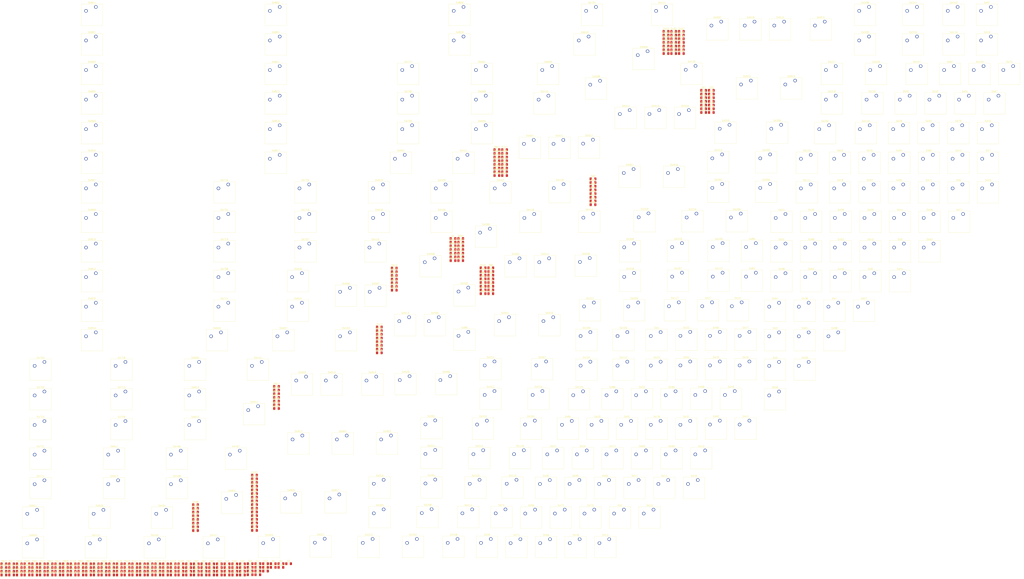
<source format=kicad_pcb>
(kicad_pcb (version 20171130) (host pcbnew "(5.0.2)-1")
  (layers (0 F.Cu signal) (31 B.Cu signal) (34 B.Paste user) (35 F.Paste user) (36 B.SilkS user) (37 F.SilkS user) (38 B.Mask user) (39 F.Mask user) (44 Edge.Cuts user))
  (net 0 "")
  (net 1 "Net-(D1-Pad1)")
  (net 2 "Net-(D1-Pad2)")
  (net 3 "Net-(D2-Pad2)")
  (net 4 "Net-(D2-Pad1)")
  (net 5 "Net-(D3-Pad1)")
  (net 6 "Net-(D3-Pad2)")
  (net 7 "Net-(D4-Pad1)")
  (net 8 "Net-(D4-Pad2)")
  (net 9 "Net-(D5-Pad2)")
  (net 10 "Net-(D5-Pad1)")
  (net 11 "Net-(D6-Pad2)")
  (net 12 "Net-(D6-Pad1)")
  (net 13 "Net-(D7-Pad1)")
  (net 14 "Net-(D7-Pad2)")
  (net 15 "Net-(D8-Pad1)")
  (net 16 "Net-(D8-Pad2)")
  (net 17 "Net-(D9-Pad2)")
  (net 18 "Net-(D9-Pad1)")
  (net 19 "Net-(D10-Pad2)")
  (net 20 "Net-(D10-Pad1)")
  (net 21 "Net-(D11-Pad2)")
  (net 22 "Net-(D11-Pad1)")
  (net 23 "Net-(D12-Pad2)")
  (net 24 "Net-(D12-Pad1)")
  (net 25 "Net-(D13-Pad1)")
  (net 26 "Net-(D13-Pad2)")
  (net 27 "Net-(D14-Pad1)")
  (net 28 "Net-(D14-Pad2)")
  (net 29 "Net-(D15-Pad2)")
  (net 30 "Net-(D15-Pad1)")
  (net 31 "Net-(D16-Pad1)")
  (net 32 "Net-(D16-Pad2)")
  (net 33 "Net-(D17-Pad2)")
  (net 34 "Net-(D17-Pad1)")
  (net 35 "Net-(D18-Pad2)")
  (net 36 "Net-(D18-Pad1)")
  (net 37 "Net-(D19-Pad2)")
  (net 38 "Net-(D19-Pad1)")
  (net 39 "Net-(D20-Pad2)")
  (net 40 "Net-(D20-Pad1)")
  (net 41 "Net-(D21-Pad1)")
  (net 42 "Net-(D21-Pad2)")
  (net 43 "Net-(D22-Pad1)")
  (net 44 "Net-(D22-Pad2)")
  (net 45 "Net-(D23-Pad2)")
  (net 46 "Net-(D23-Pad1)")
  (net 47 "Net-(D24-Pad2)")
  (net 48 "Net-(D24-Pad1)")
  (net 49 "Net-(D25-Pad1)")
  (net 50 "Net-(D25-Pad2)")
  (net 51 "Net-(D26-Pad1)")
  (net 52 "Net-(D26-Pad2)")
  (net 53 "Net-(D27-Pad2)")
  (net 54 "Net-(D27-Pad1)")
  (net 55 "Net-(D28-Pad2)")
  (net 56 "Net-(D28-Pad1)")
  (net 57 "Net-(D29-Pad1)")
  (net 58 "Net-(D29-Pad2)")
  (net 59 "Net-(D30-Pad1)")
  (net 60 "Net-(D30-Pad2)")
  (net 61 "Net-(D31-Pad2)")
  (net 62 "Net-(D31-Pad1)")
  (net 63 "Net-(D32-Pad2)")
  (net 64 "Net-(D32-Pad1)")
  (net 65 "Net-(D33-Pad2)")
  (net 66 "Net-(D33-Pad1)")
  (net 67 "Net-(D34-Pad2)")
  (net 68 "Net-(D34-Pad1)")
  (net 69 "Net-(D35-Pad2)")
  (net 70 "Net-(D35-Pad1)")
  (net 71 "Net-(D36-Pad1)")
  (net 72 "Net-(D36-Pad2)")
  (net 73 "Net-(D37-Pad2)")
  (net 74 "Net-(D37-Pad1)")
  (net 75 "Net-(D38-Pad2)")
  (net 76 "Net-(D38-Pad1)")
  (net 77 "Net-(D39-Pad2)")
  (net 78 "Net-(D39-Pad1)")
  (net 79 "Net-(D40-Pad2)")
  (net 80 "Net-(D40-Pad1)")
  (net 81 "Net-(D41-Pad2)")
  (net 82 "Net-(D41-Pad1)")
  (net 83 "Net-(D42-Pad2)")
  (net 84 "Net-(D42-Pad1)")
  (net 85 "Net-(D43-Pad1)")
  (net 86 "Net-(D43-Pad2)")
  (net 87 "Net-(D44-Pad1)")
  (net 88 "Net-(D44-Pad2)")
  (net 89 "Net-(D45-Pad2)")
  (net 90 "Net-(D45-Pad1)")
  (net 91 "Net-(D46-Pad2)")
  (net 92 "Net-(D46-Pad1)")
  (net 93 "Net-(D47-Pad1)")
  (net 94 "Net-(D47-Pad2)")
  (net 95 "Net-(D48-Pad1)")
  (net 96 "Net-(D48-Pad2)")
  (net 97 "Net-(D49-Pad2)")
  (net 98 "Net-(D49-Pad1)")
  (net 99 "Net-(D50-Pad2)")
  (net 100 "Net-(D50-Pad1)")
  (net 101 "Net-(D51-Pad2)")
  (net 102 "Net-(D51-Pad1)")
  (net 103 "Net-(D52-Pad2)")
  (net 104 "Net-(D52-Pad1)")
  (net 105 "Net-(D53-Pad2)")
  (net 106 "Net-(D53-Pad1)")
  (net 107 "Net-(D54-Pad2)")
  (net 108 "Net-(D54-Pad1)")
  (net 109 "Net-(D55-Pad2)")
  (net 110 "Net-(D55-Pad1)")
  (net 111 "Net-(D56-Pad1)")
  (net 112 "Net-(D56-Pad2)")
  (net 113 "Net-(D57-Pad1)")
  (net 114 "Net-(D57-Pad2)")
  (net 115 "Net-(D58-Pad1)")
  (net 116 "Net-(D58-Pad2)")
  (net 117 "Net-(D59-Pad1)")
  (net 118 "Net-(D59-Pad2)")
  (net 119 "Net-(D60-Pad1)")
  (net 120 "Net-(D60-Pad2)")
  (net 121 "Net-(D61-Pad1)")
  (net 122 "Net-(D61-Pad2)")
  (net 123 "Net-(D62-Pad1)")
  (net 124 "Net-(D62-Pad2)")
  (net 125 "Net-(D63-Pad2)")
  (net 126 "Net-(D63-Pad1)")
  (net 127 "Net-(D64-Pad1)")
  (net 128 "Net-(D64-Pad2)")
  (net 129 "Net-(D65-Pad2)")
  (net 130 "Net-(D65-Pad1)")
  (net 131 "Net-(D66-Pad2)")
  (net 132 "Net-(D66-Pad1)")
  (net 133 "Net-(D67-Pad1)")
  (net 134 "Net-(D67-Pad2)")
  (net 135 "Net-(D68-Pad1)")
  (net 136 "Net-(D68-Pad2)")
  (net 137 "Net-(D69-Pad2)")
  (net 138 "Net-(D69-Pad1)")
  (net 139 "Net-(D70-Pad2)")
  (net 140 "Net-(D70-Pad1)")
  (net 141 "Net-(D71-Pad1)")
  (net 142 "Net-(D71-Pad2)")
  (net 143 "Net-(D72-Pad1)")
  (net 144 "Net-(D72-Pad2)")
  (net 145 "Net-(D73-Pad1)")
  (net 146 "Net-(D73-Pad2)")
  (net 147 "Net-(D74-Pad1)")
  (net 148 "Net-(D74-Pad2)")
  (net 149 "Net-(D75-Pad1)")
  (net 150 "Net-(D75-Pad2)")
  (net 151 "Net-(D76-Pad2)")
  (net 152 "Net-(D76-Pad1)")
  (net 153 "Net-(D77-Pad2)")
  (net 154 "Net-(D77-Pad1)")
  (net 155 "Net-(D78-Pad2)")
  (net 156 "Net-(D78-Pad1)")
  (net 157 "Net-(D79-Pad2)")
  (net 158 "Net-(D79-Pad1)")
  (net 159 "Net-(D80-Pad2)")
  (net 160 "Net-(D80-Pad1)")
  (net 161 "Net-(D81-Pad2)")
  (net 162 "Net-(D81-Pad1)")
  (net 163 "Net-(D82-Pad2)")
  (net 164 "Net-(D82-Pad1)")
  (net 165 "Net-(D83-Pad2)")
  (net 166 "Net-(D83-Pad1)")
  (net 167 "Net-(D84-Pad2)")
  (net 168 "Net-(D84-Pad1)")
  (net 169 "Net-(D85-Pad1)")
  (net 170 "Net-(D85-Pad2)")
  (net 171 "Net-(D86-Pad1)")
  (net 172 "Net-(D86-Pad2)")
  (net 173 "Net-(D87-Pad2)")
  (net 174 "Net-(D87-Pad1)")
  (net 175 "Net-(D88-Pad2)")
  (net 176 "Net-(D88-Pad1)")
  (net 177 "Net-(D89-Pad1)")
  (net 178 "Net-(D89-Pad2)")
  (net 179 "Net-(D90-Pad1)")
  (net 180 "Net-(D90-Pad2)")
  (net 181 "Net-(D91-Pad2)")
  (net 182 "Net-(D91-Pad1)")
  (net 183 "Net-(D92-Pad2)")
  (net 184 "Net-(D92-Pad1)")
  (net 185 "Net-(D93-Pad2)")
  (net 186 "Net-(D93-Pad1)")
  (net 187 "Net-(D94-Pad2)")
  (net 188 "Net-(D94-Pad1)")
  (net 189 "Net-(D95-Pad2)")
  (net 190 "Net-(D95-Pad1)")
  (net 191 "Net-(D96-Pad2)")
  (net 192 "Net-(D96-Pad1)")
  (net 193 "Net-(D97-Pad2)")
  (net 194 "Net-(D97-Pad1)")
  (net 195 "Net-(D98-Pad2)")
  (net 196 "Net-(D98-Pad1)")
  (net 197 "Net-(D99-Pad2)")
  (net 198 "Net-(D99-Pad1)")
  (net 199 "Net-(D100-Pad2)")
  (net 200 "Net-(D100-Pad1)")
  (net 201 "Net-(D101-Pad2)")
  (net 202 "Net-(D101-Pad1)")
  (net 203 "Net-(D102-Pad2)")
  (net 204 "Net-(D102-Pad1)")
  (net 205 "Net-(D103-Pad2)")
  (net 206 "Net-(D103-Pad1)")
  (net 207 "Net-(D104-Pad2)")
  (net 208 "Net-(D104-Pad1)")
  (net 209 "Net-(D105-Pad2)")
  (net 210 "Net-(D105-Pad1)")
  (net 211 "Net-(D106-Pad2)")
  (net 212 "Net-(D106-Pad1)")
  (net 213 "Net-(D107-Pad2)")
  (net 214 "Net-(D107-Pad1)")
  (net 215 "Net-(D108-Pad2)")
  (net 216 "Net-(D108-Pad1)")
  (net 217 "Net-(D109-Pad2)")
  (net 218 "Net-(D109-Pad1)")
  (net 219 "Net-(D110-Pad2)")
  (net 220 "Net-(D110-Pad1)")
  (net 221 "Net-(D111-Pad2)")
  (net 222 "Net-(D111-Pad1)")
  (net 223 "Net-(D112-Pad2)")
  (net 224 "Net-(D112-Pad1)")
  (net 225 "Net-(D113-Pad1)")
  (net 226 "Net-(D113-Pad2)")
  (net 227 "Net-(D114-Pad1)")
  (net 228 "Net-(D114-Pad2)")
  (net 229 "Net-(D115-Pad1)")
  (net 230 "Net-(D115-Pad2)")
  (net 231 "Net-(D116-Pad1)")
  (net 232 "Net-(D116-Pad2)")
  (net 233 "Net-(D117-Pad1)")
  (net 234 "Net-(D117-Pad2)")
  (net 235 "Net-(D118-Pad1)")
  (net 236 "Net-(D118-Pad2)")
  (net 237 "Net-(D119-Pad1)")
  (net 238 "Net-(D119-Pad2)")
  (net 239 "Net-(D120-Pad1)")
  (net 240 "Net-(D120-Pad2)")
  (net 241 "Net-(D201-Pad1)")
  (net 242 "Net-(D201-Pad2)")
  (net 243 "Net-(D202-Pad1)")
  (net 244 "Net-(D202-Pad2)")
  (net 245 "Net-(D203-Pad2)")
  (net 246 "Net-(D203-Pad1)")
  (net 247 "Net-(D204-Pad2)")
  (net 248 "Net-(D204-Pad1)")
  (net 249 "Net-(D205-Pad2)")
  (net 250 "Net-(D205-Pad1)")
  (net 251 "Net-(D206-Pad2)")
  (net 252 "Net-(D206-Pad1)")
  (net 253 "Net-(D207-Pad1)")
  (net 254 "Net-(D207-Pad2)")
  (net 255 "Net-(D208-Pad2)")
  (net 256 "Net-(D208-Pad1)")
  (net 257 "Net-(D209-Pad2)")
  (net 258 "Net-(D209-Pad1)")
  (net 259 "Net-(D210-Pad2)")
  (net 260 "Net-(D210-Pad1)")
  (net 261 "Net-(D211-Pad2)")
  (net 262 "Net-(D211-Pad1)")
  (net 263 "Net-(D212-Pad2)")
  (net 264 "Net-(D212-Pad1)")
  (net 265 "Net-(D213-Pad2)")
  (net 266 "Net-(D213-Pad1)")
  (net 267 "Net-(D214-Pad2)")
  (net 268 "Net-(D214-Pad1)")
  (net 269 "Net-(D215-Pad2)")
  (net 270 "Net-(D215-Pad1)")
  (net 271 "Net-(D216-Pad2)")
  (net 272 "Net-(D216-Pad1)")
  (net 273 "Net-(D217-Pad2)")
  (net 274 "Net-(D217-Pad1)")
  (net 275 "Net-(D218-Pad2)")
  (net 276 "Net-(D218-Pad1)")
  (net 277 "Net-(D219-Pad2)")
  (net 278 "Net-(D219-Pad1)")
  (net 279 "Net-(D220-Pad2)")
  (net 280 "Net-(D220-Pad1)")
  (net 281 "Net-(D301-Pad2)")
  (net 282 "Net-(D301-Pad1)")
  (net 283 "Net-(D302-Pad2)")
  (net 284 "Net-(D302-Pad1)")
  (net 285 "Net-(D303-Pad2)")
  (net 286 "Net-(D303-Pad1)")
  (net 287 "Net-(D304-Pad2)")
  (net 288 "Net-(D304-Pad1)")
  (net 289 "Net-(D305-Pad2)")
  (net 290 "Net-(D305-Pad1)")
  (net 291 "Net-(D306-Pad2)")
  (net 292 "Net-(D306-Pad1)")
  (net 293 "Net-(D307-Pad2)")
  (net 294 "Net-(D307-Pad1)")
  (net 295 "Net-(D308-Pad2)")
  (net 296 "Net-(D308-Pad1)")
  (net 297 "Net-(D309-Pad2)")
  (net 298 "Net-(D309-Pad1)")
  (net 299 "Net-(D310-Pad2)")
  (net 300 "Net-(D310-Pad1)")
  (net 301 "Net-(D311-Pad1)")
  (net 302 "Net-(D311-Pad2)")
  (net 303 "Net-(D312-Pad1)")
  (net 304 "Net-(D312-Pad2)")
  (net 305 "Net-(D313-Pad1)")
  (net 306 "Net-(D313-Pad2)")
  (net 307 "Net-(D314-Pad1)")
  (net 308 "Net-(D314-Pad2)")
  (net 309 "Net-(D315-Pad1)")
  (net 310 "Net-(D315-Pad2)")
  (net 311 "Net-(D316-Pad1)")
  (net 312 "Net-(D316-Pad2)")
  (net 313 "Net-(D317-Pad1)")
  (net 314 "Net-(D317-Pad2)")
  (net 315 "Net-(D318-Pad1)")
  (net 316 "Net-(D318-Pad2)")
  (net 317 "Net-(D319-Pad1)")
  (net 318 "Net-(D319-Pad2)")
  (net 319 "Net-(D320-Pad1)")
  (net 320 "Net-(D320-Pad2)")
  (net 321 "Net-(D401-Pad1)")
  (net 322 "Net-(D401-Pad2)")
  (net 323 "Net-(D402-Pad1)")
  (net 324 "Net-(D402-Pad2)")
  (net 325 "Net-(D403-Pad1)")
  (net 326 "Net-(D403-Pad2)")
  (net 327 "Net-(D404-Pad1)")
  (net 328 "Net-(D404-Pad2)")
  (net 329 "Net-(D405-Pad1)")
  (net 330 "Net-(D405-Pad2)")
  (net 331 "Net-(D406-Pad1)")
  (net 332 "Net-(D406-Pad2)")
  (net 333 "Net-(D407-Pad1)")
  (net 334 "Net-(D407-Pad2)")
  (net 335 "Net-(D408-Pad1)")
  (net 336 "Net-(D408-Pad2)")
  (net 337 "Net-(D409-Pad1)")
  (net 338 "Net-(D409-Pad2)")
  (net 339 "Net-(D410-Pad1)")
  (net 340 "Net-(D410-Pad2)")
  (net 341 "Net-(D411-Pad1)")
  (net 342 "Net-(D411-Pad2)")
  (net 343 "Net-(D412-Pad1)")
  (net 344 "Net-(D412-Pad2)")
  (net 345 "Net-(D413-Pad1)")
  (net 346 "Net-(D413-Pad2)")
  (net 347 "Net-(D414-Pad1)")
  (net 348 "Net-(D414-Pad2)")
  (net 349 "Net-(D415-Pad1)")
  (net 350 "Net-(D415-Pad2)")
  (net 351 "Net-(D416-Pad1)")
  (net 352 "Net-(D416-Pad2)")
  (net 353 "Net-(D417-Pad1)")
  (net 354 "Net-(D417-Pad2)")
  (net 355 "Net-(D418-Pad2)")
  (net 356 "Net-(D418-Pad1)")
  (net 357 "Net-(D419-Pad2)")
  (net 358 "Net-(D419-Pad1)")
  (net 359 "Net-(D420-Pad2)")
  (net 360 "Net-(D420-Pad1)")
  (net 361 "Net-(D501-Pad2)")
  (net 362 "Net-(D501-Pad1)")
  (net 363 "Net-(D502-Pad2)")
  (net 364 "Net-(D502-Pad1)")
  (net 365 "Net-(D503-Pad2)")
  (net 366 "Net-(D503-Pad1)")
  (net 367 "Net-(D504-Pad2)")
  (net 368 "Net-(D504-Pad1)")
  (net 369 "Net-(D505-Pad2)")
  (net 370 "Net-(D505-Pad1)")
  (net 371 "Net-(D506-Pad2)")
  (net 372 "Net-(D506-Pad1)")
  (net 373 "Net-(D507-Pad2)")
  (net 374 "Net-(D507-Pad1)")
  (net 375 "Net-(D508-Pad1)")
  (net 376 "Net-(D508-Pad2)")
  (net 377 "Net-(D509-Pad1)")
  (net 378 "Net-(D509-Pad2)")
  (net 379 "Net-(D510-Pad1)")
  (net 380 "Net-(D510-Pad2)")
  (net 381 "Net-(D511-Pad1)")
  (net 382 "Net-(D511-Pad2)")
  (net 383 "Net-(D512-Pad1)")
  (net 384 "Net-(D512-Pad2)")
  (net 385 "Net-(D513-Pad1)")
  (net 386 "Net-(D513-Pad2)")
  (net 387 "Net-(D514-Pad1)")
  (net 388 "Net-(D514-Pad2)")
  (net 389 "Net-(D515-Pad1)")
  (net 390 "Net-(D515-Pad2)")
  (net 391 "Net-(D516-Pad1)")
  (net 392 "Net-(D516-Pad2)")
  (net 393 "Net-(D517-Pad1)")
  (net 394 "Net-(D517-Pad2)")
  (net 395 "Net-(D518-Pad1)")
  (net 396 "Net-(D518-Pad2)")
  (net 397 "Net-(D519-Pad1)")
  (net 398 "Net-(D519-Pad2)")
  (net 399 "Net-(D520-Pad1)")
  (net 400 "Net-(D520-Pad2)")
  (net 401 "Net-(D601-Pad1)")
  (net 402 "Net-(D601-Pad2)")
  (net 403 "Net-(D602-Pad1)")
  (net 404 "Net-(D602-Pad2)")
  (net 405 "Net-(D603-Pad1)")
  (net 406 "Net-(D603-Pad2)")
  (net 407 "Net-(D604-Pad1)")
  (net 408 "Net-(D604-Pad2)")
  (net 409 "Net-(D605-Pad1)")
  (net 410 "Net-(D605-Pad2)")
  (net 411 "Net-(D606-Pad1)")
  (net 412 "Net-(D606-Pad2)")
  (net 413 "Net-(D607-Pad1)")
  (net 414 "Net-(D607-Pad2)")
  (net 415 "Net-(D608-Pad1)")
  (net 416 "Net-(D608-Pad2)")
  (net 417 "Net-(D609-Pad1)")
  (net 418 "Net-(D609-Pad2)")
  (net 419 "Net-(D610-Pad1)")
  (net 420 "Net-(D610-Pad2)")
  (net 421 "Net-(D611-Pad2)")
  (net 422 "Net-(D611-Pad1)")
  (net 423 "Net-(D612-Pad1)")
  (net 424 "Net-(D612-Pad2)")
  (net 425 "Net-(D613-Pad1)")
  (net 426 "Net-(D613-Pad2)")
  (net 427 "Net-(D614-Pad1)")
  (net 428 "Net-(D614-Pad2)")
  (net 429 "Net-(D615-Pad1)")
  (net 430 "Net-(D615-Pad2)")
  (net 431 "Net-(D616-Pad2)")
  (net 432 "Net-(D616-Pad1)")
  (net 433 "Net-(D617-Pad2)")
  (net 434 "Net-(D617-Pad1)")
  (net 435 "Net-(D618-Pad2)")
  (net 436 "Net-(D618-Pad1)")
  (net 437 "Net-(D619-Pad2)")
  (net 438 "Net-(D619-Pad1)")
  (net 439 "Net-(D620-Pad2)")
  (net 440 "Net-(D620-Pad1)")
  (net 441 "Net-(D701-Pad2)")
  (net 442 "Net-(D701-Pad1)")
  (net 443 "Net-(D702-Pad2)")
  (net 444 "Net-(D702-Pad1)")
  (net 445 "Net-(D703-Pad2)")
  (net 446 "Net-(D703-Pad1)")
  (net 447 "Net-(D704-Pad2)")
  (net 448 "Net-(D704-Pad1)")
  (net 449 "Net-(D705-Pad2)")
  (net 450 "Net-(D705-Pad1)")
  (net 451 "Net-(D706-Pad1)")
  (net 452 "Net-(D706-Pad2)")
  (net 453 "Net-(D707-Pad1)")
  (net 454 "Net-(D707-Pad2)")
  (net 455 "Net-(D708-Pad1)")
  (net 456 "Net-(D708-Pad2)")
  (net 457 "Net-(D709-Pad1)")
  (net 458 "Net-(D709-Pad2)")
  (net 459 "Net-(D710-Pad2)")
  (net 460 "Net-(D710-Pad1)")
  (net 461 "Net-(D711-Pad1)")
  (net 462 "Net-(D711-Pad2)")
  (net 463 "Net-(D712-Pad1)")
  (net 464 "Net-(D712-Pad2)")
  (net 465 "Net-(D713-Pad1)")
  (net 466 "Net-(D713-Pad2)")
  (net 467 "Net-(D714-Pad1)")
  (net 468 "Net-(D714-Pad2)")
  (net 469 "Net-(D715-Pad1)")
  (net 470 "Net-(D715-Pad2)")
  (net 471 "Net-(D716-Pad1)")
  (net 472 "Net-(D716-Pad2)")
  (net 473 "Net-(D717-Pad1)")
  (net 474 "Net-(D717-Pad2)")
  (net 475 "Net-(D718-Pad1)")
  (net 476 "Net-(D718-Pad2)")
  (net 477 "Net-(D719-Pad2)")
  (net 478 "Net-(D719-Pad1)")
  (net 479 "Net-(D720-Pad1)")
  (net 480 "Net-(D720-Pad2)")
  (net 481 "Net-(D801-Pad1)")
  (net 482 "Net-(D801-Pad2)")
  (net 483 "Net-(D802-Pad1)")
  (net 484 "Net-(D802-Pad2)")
  (net 485 "Net-(D803-Pad1)")
  (net 486 "Net-(D803-Pad2)")
  (net 487 "Net-(D804-Pad2)")
  (net 488 "Net-(D804-Pad1)")
  (net 489 "Net-(D805-Pad1)")
  (net 490 "Net-(D805-Pad2)")
  (net 491 "Net-(D806-Pad2)")
  (net 492 "Net-(D806-Pad1)")
  (net 493 "Net-(D807-Pad2)")
  (net 494 "Net-(D807-Pad1)")
  (net 495 "Net-(D808-Pad1)")
  (net 496 "Net-(D808-Pad2)")
  (net 497 "Net-(D809-Pad2)")
  (net 498 "Net-(D809-Pad1)")
  (net 499 "Net-(D810-Pad1)")
  (net 500 "Net-(D810-Pad2)")
  (net 501 "Net-(D811-Pad2)")
  (net 502 "Net-(D811-Pad1)")
  (net 503 "Net-(D812-Pad1)")
  (net 504 "Net-(D812-Pad2)")
  (net 505 "Net-(D813-Pad1)")
  (net 506 "Net-(D813-Pad2)")
  (net 507 "Net-(D814-Pad1)")
  (net 508 "Net-(D814-Pad2)")
  (net 509 "Net-(D815-Pad2)")
  (net 510 "Net-(D815-Pad1)")
  (net 511 "Net-(D816-Pad1)")
  (net 512 "Net-(D816-Pad2)")
  (net 513 "Net-(D817-Pad1)")
  (net 514 "Net-(D817-Pad2)")
  (net 515 "Net-(D818-Pad1)")
  (net 516 "Net-(D818-Pad2)")
  (net 517 "Net-(D819-Pad1)")
  (net 518 "Net-(D819-Pad2)")
  (net 519 "Net-(D820-Pad1)")
  (net 520 "Net-(D820-Pad2)")
  (net 521 "Net-(D901-Pad1)")
  (net 522 "Net-(D901-Pad2)")
  (net 523 "Net-(D902-Pad2)")
  (net 524 "Net-(D902-Pad1)")
  (net 525 "Net-(D903-Pad1)")
  (net 526 "Net-(D903-Pad2)")
  (net 527 "Net-(D904-Pad2)")
  (net 528 "Net-(D904-Pad1)")
  (net 529 "Net-(D905-Pad2)")
  (net 530 "Net-(D905-Pad1)")
  (net 531 "Net-(D906-Pad1)")
  (net 532 "Net-(D906-Pad2)")
  (net 533 "Net-(D907-Pad1)")
  (net 534 "Net-(D907-Pad2)")
  (net 535 "Net-(D908-Pad1)")
  (net 536 "Net-(D908-Pad2)")
  (net 537 "Net-(D909-Pad2)")
  (net 538 "Net-(D909-Pad1)")
  (net 539 "Net-(D910-Pad1)")
  (net 540 "Net-(D910-Pad2)")
  (net 541 "Net-(D911-Pad2)")
  (net 542 "Net-(D911-Pad1)")
  (net 543 "Net-(D912-Pad1)")
  (net 544 "Net-(D912-Pad2)")
  (net 545 "Net-(D913-Pad2)")
  (net 546 "Net-(D913-Pad1)")
  (net 547 "Net-(D914-Pad1)")
  (net 548 "Net-(D914-Pad2)")
  (net 549 "Net-(D915-Pad2)")
  (net 550 "Net-(D915-Pad1)")
  (net 551 "Net-(D916-Pad1)")
  (net 552 "Net-(D916-Pad2)")
  (net 553 "Net-(D917-Pad2)")
  (net 554 "Net-(D917-Pad1)")
  (net 555 "Net-(D918-Pad1)")
  (net 556 "Net-(D918-Pad2)")
  (net 557 "Net-(D919-Pad2)")
  (net 558 "Net-(D919-Pad1)")
  (net 559 "Net-(D920-Pad2)")
  (net 560 "Net-(D920-Pad1)")
  (net 561 "Net-(SW1-Pad1)")
  (net 562 "Net-(SW1-Pad2)")
  (net 563 "Net-(SW2-Pad2)")
  (net 564 "Net-(SW2-Pad1)")
  (net 565 "Net-(SW3-Pad1)")
  (net 566 "Net-(SW3-Pad2)")
  (net 567 "Net-(SW4-Pad1)")
  (net 568 "Net-(SW4-Pad2)")
  (net 569 "Net-(SW5-Pad1)")
  (net 570 "Net-(SW5-Pad2)")
  (net 571 "Net-(SW6-Pad1)")
  (net 572 "Net-(SW6-Pad2)")
  (net 573 "Net-(SW7-Pad2)")
  (net 574 "Net-(SW7-Pad1)")
  (net 575 "Net-(SW8-Pad1)")
  (net 576 "Net-(SW8-Pad2)")
  (net 577 "Net-(SW9-Pad1)")
  (net 578 "Net-(SW9-Pad2)")
  (net 579 "Net-(SW10-Pad2)")
  (net 580 "Net-(SW10-Pad1)")
  (net 581 "Net-(SW11-Pad2)")
  (net 582 "Net-(SW11-Pad1)")
  (net 583 "Net-(SW12-Pad1)")
  (net 584 "Net-(SW12-Pad2)")
  (net 585 "Net-(SW13-Pad2)")
  (net 586 "Net-(SW13-Pad1)")
  (net 587 "Net-(SW14-Pad1)")
  (net 588 "Net-(SW14-Pad2)")
  (net 589 "Net-(SW15-Pad2)")
  (net 590 "Net-(SW15-Pad1)")
  (net 591 "Net-(SW16-Pad1)")
  (net 592 "Net-(SW16-Pad2)")
  (net 593 "Net-(SW17-Pad2)")
  (net 594 "Net-(SW17-Pad1)")
  (net 595 "Net-(SW18-Pad1)")
  (net 596 "Net-(SW18-Pad2)")
  (net 597 "Net-(SW19-Pad1)")
  (net 598 "Net-(SW19-Pad2)")
  (net 599 "Net-(SW20-Pad1)")
  (net 600 "Net-(SW20-Pad2)")
  (net 601 "Net-(SW21-Pad2)")
  (net 602 "Net-(SW21-Pad1)")
  (net 603 "Net-(SW22-Pad1)")
  (net 604 "Net-(SW22-Pad2)")
  (net 605 "Net-(SW23-Pad1)")
  (net 606 "Net-(SW23-Pad2)")
  (net 607 "Net-(SW24-Pad2)")
  (net 608 "Net-(SW24-Pad1)")
  (net 609 "Net-(SW25-Pad1)")
  (net 610 "Net-(SW25-Pad2)")
  (net 611 "Net-(SW26-Pad2)")
  (net 612 "Net-(SW26-Pad1)")
  (net 613 "Net-(SW27-Pad1)")
  (net 614 "Net-(SW27-Pad2)")
  (net 615 "Net-(SW28-Pad2)")
  (net 616 "Net-(SW28-Pad1)")
  (net 617 "Net-(SW29-Pad1)")
  (net 618 "Net-(SW29-Pad2)")
  (net 619 "Net-(SW30-Pad1)")
  (net 620 "Net-(SW30-Pad2)")
  (net 621 "Net-(SW31-Pad2)")
  (net 622 "Net-(SW31-Pad1)")
  (net 623 "Net-(SW32-Pad1)")
  (net 624 "Net-(SW32-Pad2)")
  (net 625 "Net-(SW33-Pad2)")
  (net 626 "Net-(SW33-Pad1)")
  (net 627 "Net-(SW34-Pad1)")
  (net 628 "Net-(SW34-Pad2)")
  (net 629 "Net-(SW35-Pad2)")
  (net 630 "Net-(SW35-Pad1)")
  (net 631 "Net-(SW36-Pad1)")
  (net 632 "Net-(SW36-Pad2)")
  (net 633 "Net-(SW37-Pad2)")
  (net 634 "Net-(SW37-Pad1)")
  (net 635 "Net-(SW38-Pad1)")
  (net 636 "Net-(SW38-Pad2)")
  (net 637 "Net-(SW39-Pad2)")
  (net 638 "Net-(SW39-Pad1)")
  (net 639 "Net-(SW40-Pad1)")
  (net 640 "Net-(SW40-Pad2)")
  (net 641 "Net-(SW41-Pad2)")
  (net 642 "Net-(SW41-Pad1)")
  (net 643 "Net-(SW42-Pad2)")
  (net 644 "Net-(SW42-Pad1)")
  (net 645 "Net-(SW43-Pad1)")
  (net 646 "Net-(SW43-Pad2)")
  (net 647 "Net-(SW44-Pad1)")
  (net 648 "Net-(SW44-Pad2)")
  (net 649 "Net-(SW45-Pad2)")
  (net 650 "Net-(SW45-Pad1)")
  (net 651 "Net-(SW46-Pad2)")
  (net 652 "Net-(SW46-Pad1)")
  (net 653 "Net-(SW47-Pad2)")
  (net 654 "Net-(SW47-Pad1)")
  (net 655 "Net-(SW48-Pad1)")
  (net 656 "Net-(SW48-Pad2)")
  (net 657 "Net-(SW49-Pad1)")
  (net 658 "Net-(SW49-Pad2)")
  (net 659 "Net-(SW50-Pad2)")
  (net 660 "Net-(SW50-Pad1)")
  (net 661 "Net-(SW51-Pad2)")
  (net 662 "Net-(SW51-Pad1)")
  (net 663 "Net-(SW52-Pad1)")
  (net 664 "Net-(SW52-Pad2)")
  (net 665 "Net-(SW53-Pad2)")
  (net 666 "Net-(SW53-Pad1)")
  (net 667 "Net-(SW54-Pad1)")
  (net 668 "Net-(SW54-Pad2)")
  (net 669 "Net-(SW55-Pad2)")
  (net 670 "Net-(SW55-Pad1)")
  (net 671 "Net-(SW56-Pad1)")
  (net 672 "Net-(SW56-Pad2)")
  (net 673 "Net-(SW57-Pad2)")
  (net 674 "Net-(SW57-Pad1)")
  (net 675 "Net-(SW58-Pad1)")
  (net 676 "Net-(SW58-Pad2)")
  (net 677 "Net-(SW59-Pad2)")
  (net 678 "Net-(SW59-Pad1)")
  (net 679 "Net-(SW60-Pad1)")
  (net 680 "Net-(SW60-Pad2)")
  (net 681 "Net-(SW61-Pad2)")
  (net 682 "Net-(SW61-Pad1)")
  (net 683 "Net-(SW62-Pad1)")
  (net 684 "Net-(SW62-Pad2)")
  (net 685 "Net-(SW63-Pad1)")
  (net 686 "Net-(SW63-Pad2)")
  (net 687 "Net-(SW64-Pad2)")
  (net 688 "Net-(SW64-Pad1)")
  (net 689 "Net-(SW65-Pad2)")
  (net 690 "Net-(SW65-Pad1)")
  (net 691 "Net-(SW66-Pad2)")
  (net 692 "Net-(SW66-Pad1)")
  (net 693 "Net-(SW67-Pad2)")
  (net 694 "Net-(SW67-Pad1)")
  (net 695 "Net-(SW68-Pad1)")
  (net 696 "Net-(SW68-Pad2)")
  (net 697 "Net-(SW69-Pad2)")
  (net 698 "Net-(SW69-Pad1)")
  (net 699 "Net-(SW70-Pad2)")
  (net 700 "Net-(SW70-Pad1)")
  (net 701 "Net-(SW71-Pad2)")
  (net 702 "Net-(SW71-Pad1)")
  (net 703 "Net-(SW72-Pad1)")
  (net 704 "Net-(SW72-Pad2)")
  (net 705 "Net-(SW73-Pad2)")
  (net 706 "Net-(SW73-Pad1)")
  (net 707 "Net-(SW74-Pad1)")
  (net 708 "Net-(SW74-Pad2)")
  (net 709 "Net-(SW75-Pad2)")
  (net 710 "Net-(SW75-Pad1)")
  (net 711 "Net-(SW76-Pad1)")
  (net 712 "Net-(SW76-Pad2)")
  (net 713 "Net-(SW77-Pad2)")
  (net 714 "Net-(SW77-Pad1)")
  (net 715 "Net-(SW78-Pad1)")
  (net 716 "Net-(SW78-Pad2)")
  (net 717 "Net-(SW79-Pad2)")
  (net 718 "Net-(SW79-Pad1)")
  (net 719 "Net-(SW80-Pad1)")
  (net 720 "Net-(SW80-Pad2)")
  (net 721 "Net-(SW81-Pad1)")
  (net 722 "Net-(SW81-Pad2)")
  (net 723 "Net-(SW82-Pad1)")
  (net 724 "Net-(SW82-Pad2)")
  (net 725 "Net-(SW83-Pad2)")
  (net 726 "Net-(SW83-Pad1)")
  (net 727 "Net-(SW84-Pad2)")
  (net 728 "Net-(SW84-Pad1)")
  (net 729 "Net-(SW85-Pad1)")
  (net 730 "Net-(SW85-Pad2)")
  (net 731 "Net-(SW86-Pad1)")
  (net 732 "Net-(SW86-Pad2)")
  (net 733 "Net-(SW87-Pad2)")
  (net 734 "Net-(SW87-Pad1)")
  (net 735 "Net-(SW88-Pad1)")
  (net 736 "Net-(SW88-Pad2)")
  (net 737 "Net-(SW89-Pad2)")
  (net 738 "Net-(SW89-Pad1)")
  (net 739 "Net-(SW90-Pad1)")
  (net 740 "Net-(SW90-Pad2)")
  (net 741 "Net-(SW91-Pad2)")
  (net 742 "Net-(SW91-Pad1)")
  (net 743 "Net-(SW92-Pad1)")
  (net 744 "Net-(SW92-Pad2)")
  (net 745 "Net-(SW93-Pad2)")
  (net 746 "Net-(SW93-Pad1)")
  (net 747 "Net-(SW94-Pad1)")
  (net 748 "Net-(SW94-Pad2)")
  (net 749 "Net-(SW95-Pad2)")
  (net 750 "Net-(SW95-Pad1)")
  (net 751 "Net-(SW96-Pad1)")
  (net 752 "Net-(SW96-Pad2)")
  (net 753 "Net-(SW97-Pad2)")
  (net 754 "Net-(SW97-Pad1)")
  (net 755 "Net-(SW98-Pad1)")
  (net 756 "Net-(SW98-Pad2)")
  (net 757 "Net-(SW99-Pad2)")
  (net 758 "Net-(SW99-Pad1)")
  (net 759 "Net-(SW100-Pad2)")
  (net 760 "Net-(SW100-Pad1)")
  (net 761 "Net-(SW101-Pad2)")
  (net 762 "Net-(SW101-Pad1)")
  (net 763 "Net-(SW102-Pad1)")
  (net 764 "Net-(SW102-Pad2)")
  (net 765 "Net-(SW103-Pad1)")
  (net 766 "Net-(SW103-Pad2)")
  (net 767 "Net-(SW104-Pad2)")
  (net 768 "Net-(SW104-Pad1)")
  (net 769 "Net-(SW105-Pad2)")
  (net 770 "Net-(SW105-Pad1)")
  (net 771 "Net-(SW106-Pad2)")
  (net 772 "Net-(SW106-Pad1)")
  (net 773 "Net-(SW107-Pad2)")
  (net 774 "Net-(SW107-Pad1)")
  (net 775 "Net-(SW108-Pad1)")
  (net 776 "Net-(SW108-Pad2)")
  (net 777 "Net-(SW109-Pad2)")
  (net 778 "Net-(SW109-Pad1)")
  (net 779 "Net-(SW110-Pad1)")
  (net 780 "Net-(SW110-Pad2)")
  (net 781 "Net-(SW111-Pad1)")
  (net 782 "Net-(SW111-Pad2)")
  (net 783 "Net-(SW112-Pad1)")
  (net 784 "Net-(SW112-Pad2)")
  (net 785 "Net-(SW113-Pad1)")
  (net 786 "Net-(SW113-Pad2)")
  (net 787 "Net-(SW114-Pad1)")
  (net 788 "Net-(SW114-Pad2)")
  (net 789 "Net-(SW115-Pad2)")
  (net 790 "Net-(SW115-Pad1)")
  (net 791 "Net-(SW116-Pad1)")
  (net 792 "Net-(SW116-Pad2)")
  (net 793 "Net-(SW117-Pad1)")
  (net 794 "Net-(SW117-Pad2)")
  (net 795 "Net-(SW118-Pad2)")
  (net 796 "Net-(SW118-Pad1)")
  (net 797 "Net-(SW119-Pad2)")
  (net 798 "Net-(SW119-Pad1)")
  (net 799 "Net-(SW120-Pad2)")
  (net 800 "Net-(SW120-Pad1)")
  (net 801 "Net-(SW201-Pad1)")
  (net 802 "Net-(SW201-Pad2)")
  (net 803 "Net-(SW202-Pad2)")
  (net 804 "Net-(SW202-Pad1)")
  (net 805 "Net-(SW203-Pad1)")
  (net 806 "Net-(SW203-Pad2)")
  (net 807 "Net-(SW204-Pad2)")
  (net 808 "Net-(SW204-Pad1)")
  (net 809 "Net-(SW205-Pad1)")
  (net 810 "Net-(SW205-Pad2)")
  (net 811 "Net-(SW206-Pad1)")
  (net 812 "Net-(SW206-Pad2)")
  (net 813 "Net-(SW207-Pad2)")
  (net 814 "Net-(SW207-Pad1)")
  (net 815 "Net-(SW208-Pad1)")
  (net 816 "Net-(SW208-Pad2)")
  (net 817 "Net-(SW209-Pad2)")
  (net 818 "Net-(SW209-Pad1)")
  (net 819 "Net-(SW210-Pad1)")
  (net 820 "Net-(SW210-Pad2)")
  (net 821 "Net-(SW211-Pad2)")
  (net 822 "Net-(SW211-Pad1)")
  (net 823 "Net-(SW212-Pad1)")
  (net 824 "Net-(SW212-Pad2)")
  (net 825 "Net-(SW213-Pad2)")
  (net 826 "Net-(SW213-Pad1)")
  (net 827 "Net-(SW214-Pad1)")
  (net 828 "Net-(SW214-Pad2)")
  (net 829 "Net-(SW215-Pad2)")
  (net 830 "Net-(SW215-Pad1)")
  (net 831 "Net-(SW216-Pad1)")
  (net 832 "Net-(SW216-Pad2)")
  (net 833 "Net-(SW217-Pad2)")
  (net 834 "Net-(SW217-Pad1)")
  (net 835 "Net-(SW218-Pad1)")
  (net 836 "Net-(SW218-Pad2)")
  (net 837 "Net-(SW219-Pad2)")
  (net 838 "Net-(SW219-Pad1)")
  (net 839 "Net-(SW220-Pad2)")
  (net 840 "Net-(SW220-Pad1)")
  (net 841 "Net-(SW301-Pad1)")
  (net 842 "Net-(SW301-Pad2)")
  (net 843 "Net-(SW302-Pad2)")
  (net 844 "Net-(SW302-Pad1)")
  (net 845 "Net-(SW303-Pad2)")
  (net 846 "Net-(SW303-Pad1)")
  (net 847 "Net-(SW304-Pad2)")
  (net 848 "Net-(SW304-Pad1)")
  (net 849 "Net-(SW305-Pad1)")
  (net 850 "Net-(SW305-Pad2)")
  (net 851 "Net-(SW306-Pad1)")
  (net 852 "Net-(SW306-Pad2)")
  (net 853 "Net-(SW307-Pad2)")
  (net 854 "Net-(SW307-Pad1)")
  (net 855 "Net-(SW308-Pad2)")
  (net 856 "Net-(SW308-Pad1)")
  (net 857 "Net-(SW309-Pad1)")
  (net 858 "Net-(SW309-Pad2)")
  (net 859 "Net-(SW310-Pad1)")
  (net 860 "Net-(SW310-Pad2)")
  (net 861 "Net-(SW311-Pad1)")
  (net 862 "Net-(SW311-Pad2)")
  (net 863 "Net-(SW312-Pad1)")
  (net 864 "Net-(SW312-Pad2)")
  (net 865 "Net-(SW313-Pad1)")
  (net 866 "Net-(SW313-Pad2)")
  (net 867 "Net-(SW314-Pad2)")
  (net 868 "Net-(SW314-Pad1)")
  (net 869 "Net-(SW315-Pad2)")
  (net 870 "Net-(SW315-Pad1)")
  (net 871 "Net-(SW316-Pad1)")
  (net 872 "Net-(SW316-Pad2)")
  (net 873 "Net-(SW317-Pad2)")
  (net 874 "Net-(SW317-Pad1)")
  (net 875 "Net-(SW318-Pad1)")
  (net 876 "Net-(SW318-Pad2)")
  (net 877 "Net-(SW319-Pad2)")
  (net 878 "Net-(SW319-Pad1)")
  (net 879 "Net-(SW320-Pad2)")
  (net 880 "Net-(SW320-Pad1)")
  (net 881 "Net-(SW401-Pad2)")
  (net 882 "Net-(SW401-Pad1)")
  (net 883 "Net-(SW402-Pad1)")
  (net 884 "Net-(SW402-Pad2)")
  (net 885 "Net-(SW403-Pad2)")
  (net 886 "Net-(SW403-Pad1)")
  (net 887 "Net-(SW404-Pad1)")
  (net 888 "Net-(SW404-Pad2)")
  (net 889 "Net-(SW405-Pad2)")
  (net 890 "Net-(SW405-Pad1)")
  (net 891 "Net-(SW406-Pad1)")
  (net 892 "Net-(SW406-Pad2)")
  (net 893 "Net-(SW407-Pad2)")
  (net 894 "Net-(SW407-Pad1)")
  (net 895 "Net-(SW408-Pad1)")
  (net 896 "Net-(SW408-Pad2)")
  (net 897 "Net-(SW409-Pad2)")
  (net 898 "Net-(SW409-Pad1)")
  (net 899 "Net-(SW410-Pad1)")
  (net 900 "Net-(SW410-Pad2)")
  (net 901 "Net-(SW411-Pad2)")
  (net 902 "Net-(SW411-Pad1)")
  (net 903 "Net-(SW412-Pad1)")
  (net 904 "Net-(SW412-Pad2)")
  (net 905 "Net-(SW413-Pad1)")
  (net 906 "Net-(SW413-Pad2)")
  (net 907 "Net-(SW414-Pad2)")
  (net 908 "Net-(SW414-Pad1)")
  (net 909 "Net-(SW415-Pad1)")
  (net 910 "Net-(SW415-Pad2)")
  (net 911 "Net-(SW416-Pad2)")
  (net 912 "Net-(SW416-Pad1)")
  (net 913 "Net-(SW417-Pad1)")
  (net 914 "Net-(SW417-Pad2)")
  (net 915 "Net-(SW418-Pad2)")
  (net 916 "Net-(SW418-Pad1)")
  (net 917 "Net-(SW419-Pad1)")
  (net 918 "Net-(SW419-Pad2)")
  (net 919 "Net-(SW420-Pad2)")
  (net 920 "Net-(SW420-Pad1)")
  (net 921 "Net-(SW501-Pad1)")
  (net 922 "Net-(SW501-Pad2)")
  (net 923 "Net-(SW502-Pad2)")
  (net 924 "Net-(SW502-Pad1)")
  (net 925 "Net-(SW503-Pad1)")
  (net 926 "Net-(SW503-Pad2)")
  (net 927 "Net-(SW504-Pad2)")
  (net 928 "Net-(SW504-Pad1)")
  (net 929 "Net-(SW505-Pad1)")
  (net 930 "Net-(SW505-Pad2)")
  (net 931 "Net-(SW506-Pad2)")
  (net 932 "Net-(SW506-Pad1)")
  (net 933 "Net-(SW507-Pad1)")
  (net 934 "Net-(SW507-Pad2)")
  (net 935 "Net-(SW508-Pad2)")
  (net 936 "Net-(SW508-Pad1)")
  (net 937 "Net-(SW509-Pad1)")
  (net 938 "Net-(SW509-Pad2)")
  (net 939 "Net-(SW510-Pad1)")
  (net 940 "Net-(SW510-Pad2)")
  (net 941 "Net-(SW511-Pad1)")
  (net 942 "Net-(SW511-Pad2)")
  (net 943 "Net-(SW512-Pad2)")
  (net 944 "Net-(SW512-Pad1)")
  (net 945 "Net-(SW513-Pad2)")
  (net 946 "Net-(SW513-Pad1)")
  (net 947 "Net-(SW514-Pad1)")
  (net 948 "Net-(SW514-Pad2)")
  (net 949 "Net-(SW515-Pad1)")
  (net 950 "Net-(SW515-Pad2)")
  (net 951 "Net-(SW516-Pad2)")
  (net 952 "Net-(SW516-Pad1)")
  (net 953 "Net-(SW517-Pad2)")
  (net 954 "Net-(SW517-Pad1)")
  (net 955 "Net-(SW518-Pad2)")
  (net 956 "Net-(SW518-Pad1)")
  (net 957 "Net-(SW519-Pad2)")
  (net 958 "Net-(SW519-Pad1)")
  (net 959 "Net-(SW520-Pad1)")
  (net 960 "Net-(SW520-Pad2)")
  (net 961 "Net-(SW601-Pad1)")
  (net 962 "Net-(SW601-Pad2)")
  (net 963 "Net-(SW602-Pad2)")
  (net 964 "Net-(SW602-Pad1)")
  (net 965 "Net-(SW603-Pad2)")
  (net 966 "Net-(SW603-Pad1)")
  (net 967 "Net-(SW604-Pad1)")
  (net 968 "Net-(SW604-Pad2)")
  (net 969 "Net-(SW605-Pad2)")
  (net 970 "Net-(SW605-Pad1)")
  (net 971 "Net-(SW606-Pad1)")
  (net 972 "Net-(SW606-Pad2)")
  (net 973 "Net-(SW607-Pad1)")
  (net 974 "Net-(SW607-Pad2)")
  (net 975 "Net-(SW608-Pad1)")
  (net 976 "Net-(SW608-Pad2)")
  (net 977 "Net-(SW609-Pad2)")
  (net 978 "Net-(SW609-Pad1)")
  (net 979 "Net-(SW610-Pad2)")
  (net 980 "Net-(SW610-Pad1)")
  (net 981 "Net-(SW611-Pad2)")
  (net 982 "Net-(SW611-Pad1)")
  (net 983 "Net-(SW612-Pad2)")
  (net 984 "Net-(SW612-Pad1)")
  (net 985 "Net-(SW613-Pad2)")
  (net 986 "Net-(SW613-Pad1)")
  (net 987 "Net-(SW614-Pad2)")
  (net 988 "Net-(SW614-Pad1)")
  (net 989 "Net-(SW615-Pad1)")
  (net 990 "Net-(SW615-Pad2)")
  (net 991 "Net-(SW616-Pad2)")
  (net 992 "Net-(SW616-Pad1)")
  (net 993 "Net-(SW617-Pad1)")
  (net 994 "Net-(SW617-Pad2)")
  (net 995 "Net-(SW618-Pad1)")
  (net 996 "Net-(SW618-Pad2)")
  (net 997 "Net-(SW619-Pad1)")
  (net 998 "Net-(SW619-Pad2)")
  (net 999 "Net-(SW620-Pad1)")
  (net 1000 "Net-(SW620-Pad2)")
  (net 1001 "Net-(SW701-Pad2)")
  (net 1002 "Net-(SW701-Pad1)")
  (net 1003 "Net-(SW702-Pad1)")
  (net 1004 "Net-(SW702-Pad2)")
  (net 1005 "Net-(SW703-Pad2)")
  (net 1006 "Net-(SW703-Pad1)")
  (net 1007 "Net-(SW704-Pad1)")
  (net 1008 "Net-(SW704-Pad2)")
  (net 1009 "Net-(SW705-Pad2)")
  (net 1010 "Net-(SW705-Pad1)")
  (net 1011 "Net-(SW706-Pad1)")
  (net 1012 "Net-(SW706-Pad2)")
  (net 1013 "Net-(SW707-Pad2)")
  (net 1014 "Net-(SW707-Pad1)")
  (net 1015 "Net-(SW708-Pad1)")
  (net 1016 "Net-(SW708-Pad2)")
  (net 1017 "Net-(SW709-Pad2)")
  (net 1018 "Net-(SW709-Pad1)")
  (net 1019 "Net-(SW710-Pad1)")
  (net 1020 "Net-(SW710-Pad2)")
  (net 1021 "Net-(SW711-Pad2)")
  (net 1022 "Net-(SW711-Pad1)")
  (net 1023 "Net-(SW712-Pad1)")
  (net 1024 "Net-(SW712-Pad2)")
  (net 1025 "Net-(SW713-Pad1)")
  (net 1026 "Net-(SW713-Pad2)")
  (net 1027 "Net-(SW714-Pad2)")
  (net 1028 "Net-(SW714-Pad1)")
  (net 1029 "Net-(SW715-Pad2)")
  (net 1030 "Net-(SW715-Pad1)")
  (net 1031 "Net-(SW716-Pad1)")
  (net 1032 "Net-(SW716-Pad2)")
  (net 1033 "Net-(SW717-Pad2)")
  (net 1034 "Net-(SW717-Pad1)")
  (net 1035 "Net-(SW718-Pad2)")
  (net 1036 "Net-(SW718-Pad1)")
  (net 1037 "Net-(SW719-Pad1)")
  (net 1038 "Net-(SW719-Pad2)")
  (net 1039 "Net-(SW720-Pad1)")
  (net 1040 "Net-(SW720-Pad2)")
  (net 1041 "Net-(SW801-Pad2)")
  (net 1042 "Net-(SW801-Pad1)")
  (net 1043 "Net-(SW802-Pad1)")
  (net 1044 "Net-(SW802-Pad2)")
  (net 1045 "Net-(SW803-Pad2)")
  (net 1046 "Net-(SW803-Pad1)")
  (net 1047 "Net-(SW804-Pad1)")
  (net 1048 "Net-(SW804-Pad2)")
  (net 1049 "Net-(SW805-Pad2)")
  (net 1050 "Net-(SW805-Pad1)")
  (net 1051 "Net-(SW806-Pad1)")
  (net 1052 "Net-(SW806-Pad2)")
  (net 1053 "Net-(SW807-Pad2)")
  (net 1054 "Net-(SW807-Pad1)")
  (net 1055 "Net-(SW808-Pad1)")
  (net 1056 "Net-(SW808-Pad2)")
  (net 1057 "Net-(SW809-Pad2)")
  (net 1058 "Net-(SW809-Pad1)")
  (net 1059 "Net-(SW810-Pad1)")
  (net 1060 "Net-(SW810-Pad2)")
  (net 1061 "Net-(SW811-Pad2)")
  (net 1062 "Net-(SW811-Pad1)")
  (net 1063 "Net-(SW812-Pad2)")
  (net 1064 "Net-(SW812-Pad1)")
  (net 1065 "Net-(SW813-Pad1)")
  (net 1066 "Net-(SW813-Pad2)")
  (net 1067 "Net-(SW814-Pad2)")
  (net 1068 "Net-(SW814-Pad1)")
  (net 1069 "Net-(SW815-Pad1)")
  (net 1070 "Net-(SW815-Pad2)")
  (net 1071 "Net-(SW816-Pad2)")
  (net 1072 "Net-(SW816-Pad1)")
  (net 1073 "Net-(SW817-Pad1)")
  (net 1074 "Net-(SW817-Pad2)")
  (net 1075 "Net-(SW818-Pad2)")
  (net 1076 "Net-(SW818-Pad1)")
  (net 1077 "Net-(SW819-Pad1)")
  (net 1078 "Net-(SW819-Pad2)")
  (net 1079 "Net-(SW820-Pad1)")
  (net 1080 "Net-(SW820-Pad2)")
  (net 1081 "Net-(SW901-Pad1)")
  (net 1082 "Net-(SW901-Pad2)")
  (net 1083 "Net-(SW902-Pad2)")
  (net 1084 "Net-(SW902-Pad1)")
  (net 1085 "Net-(SW903-Pad2)")
  (net 1086 "Net-(SW903-Pad1)")
  (net 1087 "Net-(SW904-Pad2)")
  (net 1088 "Net-(SW904-Pad1)")
  (net 1089 "Net-(SW905-Pad2)")
  (net 1090 "Net-(SW905-Pad1)")
  (net 1091 "Net-(SW906-Pad1)")
  (net 1092 "Net-(SW906-Pad2)")
  (net 1093 "Net-(SW907-Pad1)")
  (net 1094 "Net-(SW907-Pad2)")
  (net 1095 "Net-(SW908-Pad2)")
  (net 1096 "Net-(SW908-Pad1)")
  (net 1097 "Net-(SW909-Pad2)")
  (net 1098 "Net-(SW909-Pad1)")
  (net 1099 "Net-(SW910-Pad2)")
  (net 1100 "Net-(SW910-Pad1)")
  (net 1101 "Net-(SW911-Pad1)")
  (net 1102 "Net-(SW911-Pad2)")
  (net 1103 "Net-(SW912-Pad1)")
  (net 1104 "Net-(SW912-Pad2)")
  (net 1105 "Net-(SW913-Pad1)")
  (net 1106 "Net-(SW913-Pad2)")
  (net 1107 "Net-(SW914-Pad2)")
  (net 1108 "Net-(SW914-Pad1)")
  (net 1109 "Net-(SW915-Pad1)")
  (net 1110 "Net-(SW915-Pad2)")
  (net 1111 "Net-(SW916-Pad1)")
  (net 1112 "Net-(SW916-Pad2)")
  (net 1113 "Net-(SW917-Pad1)")
  (net 1114 "Net-(SW917-Pad2)")
  (net 1115 "Net-(SW918-Pad1)")
  (net 1116 "Net-(SW918-Pad2)")
  (net 1117 "Net-(SW919-Pad2)")
  (net 1118 "Net-(SW919-Pad1)")
  (net 1119 "Net-(SW920-Pad2)")
  (net 1120 "Net-(SW920-Pad1)")
  (module Diode_SMD:D_1206_3216Metric_Pad1.42x1.75mm_HandSolder (layer F.Cu) (at 306.830001 474.805001)
    (fp_text reference D1 (at 0 -1.82) (layer F.SilkS))
    (fp_text value DIODE)
    (pad 1 smd roundrect (at -1.4875 0) (size 1.425 1.75) (layers F.Cu F.Paste F.Mask) (roundrect_rratio 0.175439) (net 1 "Net-(D1-Pad1)"))
    (pad 2 smd roundrect (at 1.4875 0) (size 1.425 1.75) (layers F.Cu F.Paste F.Mask) (roundrect_rratio 0.175439) (net 2 "Net-(D1-Pad2)"))
  )
  (module Diode_SMD:D_1206_3216Metric_Pad1.42x1.75mm_HandSolder (layer F.Cu) (at 190.240001 688.245001)
    (fp_text reference D2 (at 0 -1.82) (layer F.SilkS))
    (fp_text value DIODE)
    (pad 2 smd roundrect (at 1.4875 0) (size 1.425 1.75) (layers F.Cu F.Paste F.Mask) (roundrect_rratio 0.175439) (net 3 "Net-(D2-Pad2)"))
    (pad 1 smd roundrect (at -1.4875 0) (size 1.425 1.75) (layers F.Cu F.Paste F.Mask) (roundrect_rratio 0.175439) (net 4 "Net-(D2-Pad1)"))
  )
  (module Diode_SMD:D_1206_3216Metric_Pad1.42x1.75mm_HandSolder (layer F.Cu) (at 200.220001 685.855001)
    (fp_text reference D3 (at 0 -1.82) (layer F.SilkS))
    (fp_text value DIODE)
    (pad 1 smd roundrect (at -1.4875 0) (size 1.425 1.75) (layers F.Cu F.Paste F.Mask) (roundrect_rratio 0.175439) (net 5 "Net-(D3-Pad1)"))
    (pad 2 smd roundrect (at 1.4875 0) (size 1.425 1.75) (layers F.Cu F.Paste F.Mask) (roundrect_rratio 0.175439) (net 6 "Net-(D3-Pad2)"))
  )
  (module Diode_SMD:D_1206_3216Metric_Pad1.42x1.75mm_HandSolder (layer F.Cu) (at 195.230001 685.855001)
    (fp_text reference D4 (at 0 -1.82) (layer F.SilkS))
    (fp_text value DIODE)
    (pad 1 smd roundrect (at -1.4875 0) (size 1.425 1.75) (layers F.Cu F.Paste F.Mask) (roundrect_rratio 0.175439) (net 7 "Net-(D4-Pad1)"))
    (pad 2 smd roundrect (at 1.4875 0) (size 1.425 1.75) (layers F.Cu F.Paste F.Mask) (roundrect_rratio 0.175439) (net 8 "Net-(D4-Pad2)"))
  )
  (module Diode_SMD:D_1206_3216Metric_Pad1.42x1.75mm_HandSolder (layer F.Cu) (at 190.240001 685.855001)
    (fp_text reference D5 (at 0 -1.82) (layer F.SilkS))
    (fp_text value DIODE)
    (pad 2 smd roundrect (at 1.4875 0) (size 1.425 1.75) (layers F.Cu F.Paste F.Mask) (roundrect_rratio 0.175439) (net 9 "Net-(D5-Pad2)"))
    (pad 1 smd roundrect (at -1.4875 0) (size 1.425 1.75) (layers F.Cu F.Paste F.Mask) (roundrect_rratio 0.175439) (net 10 "Net-(D5-Pad1)"))
  )
  (module Diode_SMD:D_1206_3216Metric_Pad1.42x1.75mm_HandSolder (layer F.Cu) (at 185.250001 690.635001)
    (fp_text reference D6 (at 0 -1.82) (layer F.SilkS))
    (fp_text value DIODE)
    (pad 2 smd roundrect (at 1.4875 0) (size 1.425 1.75) (layers F.Cu F.Paste F.Mask) (roundrect_rratio 0.175439) (net 11 "Net-(D6-Pad2)"))
    (pad 1 smd roundrect (at -1.4875 0) (size 1.425 1.75) (layers F.Cu F.Paste F.Mask) (roundrect_rratio 0.175439) (net 12 "Net-(D6-Pad1)"))
  )
  (module Diode_SMD:D_1206_3216Metric_Pad1.42x1.75mm_HandSolder (layer F.Cu) (at 185.250001 688.245001)
    (fp_text reference D7 (at 0 -1.82) (layer F.SilkS))
    (fp_text value DIODE)
    (pad 1 smd roundrect (at -1.4875 0) (size 1.425 1.75) (layers F.Cu F.Paste F.Mask) (roundrect_rratio 0.175439) (net 13 "Net-(D7-Pad1)"))
    (pad 2 smd roundrect (at 1.4875 0) (size 1.425 1.75) (layers F.Cu F.Paste F.Mask) (roundrect_rratio 0.175439) (net 14 "Net-(D7-Pad2)"))
  )
  (module Diode_SMD:D_1206_3216Metric_Pad1.42x1.75mm_HandSolder (layer F.Cu) (at 175.270001 688.245001)
    (fp_text reference D8 (at 0 -1.82) (layer F.SilkS))
    (fp_text value DIODE)
    (pad 1 smd roundrect (at -1.4875 0) (size 1.425 1.75) (layers F.Cu F.Paste F.Mask) (roundrect_rratio 0.175439) (net 15 "Net-(D8-Pad1)"))
    (pad 2 smd roundrect (at 1.4875 0) (size 1.425 1.75) (layers F.Cu F.Paste F.Mask) (roundrect_rratio 0.175439) (net 16 "Net-(D8-Pad2)"))
  )
  (module Diode_SMD:D_1206_3216Metric_Pad1.42x1.75mm_HandSolder (layer F.Cu) (at 474.350001 392.995001)
    (fp_text reference D9 (at 0 -1.82) (layer F.SilkS))
    (fp_text value DIODE)
    (pad 2 smd roundrect (at 1.4875 0) (size 1.425 1.75) (layers F.Cu F.Paste F.Mask) (roundrect_rratio 0.175439) (net 17 "Net-(D9-Pad2)"))
    (pad 1 smd roundrect (at -1.4875 0) (size 1.425 1.75) (layers F.Cu F.Paste F.Mask) (roundrect_rratio 0.175439) (net 18 "Net-(D9-Pad1)"))
  )
  (module Diode_SMD:D_1206_3216Metric_Pad1.42x1.75mm_HandSolder (layer F.Cu) (at 195.230001 688.245001)
    (fp_text reference D10 (at 0 -1.82) (layer F.SilkS))
    (fp_text value DIODE)
    (pad 2 smd roundrect (at 1.4875 0) (size 1.425 1.75) (layers F.Cu F.Paste F.Mask) (roundrect_rratio 0.175439) (net 19 "Net-(D10-Pad2)"))
    (pad 1 smd roundrect (at -1.4875 0) (size 1.425 1.75) (layers F.Cu F.Paste F.Mask) (roundrect_rratio 0.175439) (net 20 "Net-(D10-Pad1)"))
  )
  (module Diode_SMD:D_1206_3216Metric_Pad1.42x1.75mm_HandSolder (layer F.Cu) (at 180.260001 690.635001)
    (fp_text reference D11 (at 0 -1.82) (layer F.SilkS))
    (fp_text value DIODE)
    (pad 2 smd roundrect (at 1.4875 0) (size 1.425 1.75) (layers F.Cu F.Paste F.Mask) (roundrect_rratio 0.175439) (net 21 "Net-(D11-Pad2)"))
    (pad 1 smd roundrect (at -1.4875 0) (size 1.425 1.75) (layers F.Cu F.Paste F.Mask) (roundrect_rratio 0.175439) (net 22 "Net-(D11-Pad1)"))
  )
  (module Diode_SMD:D_1206_3216Metric_Pad1.42x1.75mm_HandSolder (layer F.Cu) (at 180.260001 688.245001)
    (fp_text reference D12 (at 0 -1.82) (layer F.SilkS))
    (fp_text value DIODE)
    (pad 2 smd roundrect (at 1.4875 0) (size 1.425 1.75) (layers F.Cu F.Paste F.Mask) (roundrect_rratio 0.175439) (net 23 "Net-(D12-Pad2)"))
    (pad 1 smd roundrect (at -1.4875 0) (size 1.425 1.75) (layers F.Cu F.Paste F.Mask) (roundrect_rratio 0.175439) (net 24 "Net-(D12-Pad1)"))
  )
  (module Diode_SMD:D_1206_3216Metric_Pad1.42x1.75mm_HandSolder (layer F.Cu) (at 185.250001 685.855001)
    (fp_text reference D13 (at 0 -1.82) (layer F.SilkS))
    (fp_text value DIODE)
    (pad 1 smd roundrect (at -1.4875 0) (size 1.425 1.75) (layers F.Cu F.Paste F.Mask) (roundrect_rratio 0.175439) (net 25 "Net-(D13-Pad1)"))
    (pad 2 smd roundrect (at 1.4875 0) (size 1.425 1.75) (layers F.Cu F.Paste F.Mask) (roundrect_rratio 0.175439) (net 26 "Net-(D13-Pad2)"))
  )
  (module Diode_SMD:D_1206_3216Metric_Pad1.42x1.75mm_HandSolder (layer F.Cu) (at 180.260001 685.855001)
    (fp_text reference D14 (at 0 -1.82) (layer F.SilkS))
    (fp_text value DIODE)
    (pad 1 smd roundrect (at -1.4875 0) (size 1.425 1.75) (layers F.Cu F.Paste F.Mask) (roundrect_rratio 0.175439) (net 27 "Net-(D14-Pad1)"))
    (pad 2 smd roundrect (at 1.4875 0) (size 1.425 1.75) (layers F.Cu F.Paste F.Mask) (roundrect_rratio 0.175439) (net 28 "Net-(D14-Pad2)"))
  )
  (module Diode_SMD:D_1206_3216Metric_Pad1.42x1.75mm_HandSolder (layer F.Cu) (at 170.280001 693.175001)
    (fp_text reference D15 (at 0 -1.82) (layer F.SilkS))
    (fp_text value DIODE)
    (pad 2 smd roundrect (at 1.4875 0) (size 1.425 1.75) (layers F.Cu F.Paste F.Mask) (roundrect_rratio 0.175439) (net 29 "Net-(D15-Pad2)"))
    (pad 1 smd roundrect (at -1.4875 0) (size 1.425 1.75) (layers F.Cu F.Paste F.Mask) (roundrect_rratio 0.175439) (net 30 "Net-(D15-Pad1)"))
  )
  (module Diode_SMD:D_1206_3216Metric_Pad1.42x1.75mm_HandSolder (layer F.Cu) (at 175.270001 690.635001)
    (fp_text reference D16 (at 0 -1.82) (layer F.SilkS))
    (fp_text value DIODE)
    (pad 1 smd roundrect (at -1.4875 0) (size 1.425 1.75) (layers F.Cu F.Paste F.Mask) (roundrect_rratio 0.175439) (net 31 "Net-(D16-Pad1)"))
    (pad 2 smd roundrect (at 1.4875 0) (size 1.425 1.75) (layers F.Cu F.Paste F.Mask) (roundrect_rratio 0.175439) (net 32 "Net-(D16-Pad2)"))
  )
  (module Diode_SMD:D_1206_3216Metric_Pad1.42x1.75mm_HandSolder (layer F.Cu) (at 155.310001 690.785001)
    (fp_text reference D17 (at 0 -1.82) (layer F.SilkS))
    (fp_text value DIODE)
    (pad 2 smd roundrect (at 1.4875 0) (size 1.425 1.75) (layers F.Cu F.Paste F.Mask) (roundrect_rratio 0.175439) (net 33 "Net-(D17-Pad2)"))
    (pad 1 smd roundrect (at -1.4875 0) (size 1.425 1.75) (layers F.Cu F.Paste F.Mask) (roundrect_rratio 0.175439) (net 34 "Net-(D17-Pad1)"))
  )
  (module Diode_SMD:D_1206_3216Metric_Pad1.42x1.75mm_HandSolder (layer F.Cu) (at 469.360001 388.215001)
    (fp_text reference D18 (at 0 -1.82) (layer F.SilkS))
    (fp_text value DIODE)
    (pad 2 smd roundrect (at 1.4875 0) (size 1.425 1.75) (layers F.Cu F.Paste F.Mask) (roundrect_rratio 0.175439) (net 35 "Net-(D18-Pad2)"))
    (pad 1 smd roundrect (at -1.4875 0) (size 1.425 1.75) (layers F.Cu F.Paste F.Mask) (roundrect_rratio 0.175439) (net 36 "Net-(D18-Pad1)"))
  )
  (module Diode_SMD:D_1206_3216Metric_Pad1.42x1.75mm_HandSolder (layer F.Cu) (at 474.350001 390.605001)
    (fp_text reference D19 (at 0 -1.82) (layer F.SilkS))
    (fp_text value DIODE)
    (pad 2 smd roundrect (at 1.4875 0) (size 1.425 1.75) (layers F.Cu F.Paste F.Mask) (roundrect_rratio 0.175439) (net 37 "Net-(D19-Pad2)"))
    (pad 1 smd roundrect (at -1.4875 0) (size 1.425 1.75) (layers F.Cu F.Paste F.Mask) (roundrect_rratio 0.175439) (net 38 "Net-(D19-Pad1)"))
  )
  (module Diode_SMD:D_1206_3216Metric_Pad1.42x1.75mm_HandSolder (layer F.Cu) (at 474.350001 388.215001)
    (fp_text reference D20 (at 0 -1.82) (layer F.SilkS))
    (fp_text value DIODE)
    (pad 2 smd roundrect (at 1.4875 0) (size 1.425 1.75) (layers F.Cu F.Paste F.Mask) (roundrect_rratio 0.175439) (net 39 "Net-(D20-Pad2)"))
    (pad 1 smd roundrect (at -1.4875 0) (size 1.425 1.75) (layers F.Cu F.Paste F.Mask) (roundrect_rratio 0.175439) (net 40 "Net-(D20-Pad1)"))
  )
  (module Diode_SMD:D_1206_3216Metric_Pad1.42x1.75mm_HandSolder (layer F.Cu) (at 474.350001 385.825001)
    (fp_text reference D21 (at 0 -1.82) (layer F.SilkS))
    (fp_text value DIODE)
    (pad 1 smd roundrect (at -1.4875 0) (size 1.425 1.75) (layers F.Cu F.Paste F.Mask) (roundrect_rratio 0.175439) (net 41 "Net-(D21-Pad1)"))
    (pad 2 smd roundrect (at 1.4875 0) (size 1.425 1.75) (layers F.Cu F.Paste F.Mask) (roundrect_rratio 0.175439) (net 42 "Net-(D21-Pad2)"))
  )
  (module Diode_SMD:D_1206_3216Metric_Pad1.42x1.75mm_HandSolder (layer F.Cu) (at 469.360001 390.605001)
    (fp_text reference D22 (at 0 -1.82) (layer F.SilkS))
    (fp_text value DIODE)
    (pad 1 smd roundrect (at -1.4875 0) (size 1.425 1.75) (layers F.Cu F.Paste F.Mask) (roundrect_rratio 0.175439) (net 43 "Net-(D22-Pad1)"))
    (pad 2 smd roundrect (at 1.4875 0) (size 1.425 1.75) (layers F.Cu F.Paste F.Mask) (roundrect_rratio 0.175439) (net 44 "Net-(D22-Pad2)"))
  )
  (module Diode_SMD:D_1206_3216Metric_Pad1.42x1.75mm_HandSolder (layer F.Cu) (at 170.280001 690.785001)
    (fp_text reference D23 (at 0 -1.82) (layer F.SilkS))
    (fp_text value DIODE)
    (pad 2 smd roundrect (at 1.4875 0) (size 1.425 1.75) (layers F.Cu F.Paste F.Mask) (roundrect_rratio 0.175439) (net 45 "Net-(D23-Pad2)"))
    (pad 1 smd roundrect (at -1.4875 0) (size 1.425 1.75) (layers F.Cu F.Paste F.Mask) (roundrect_rratio 0.175439) (net 46 "Net-(D23-Pad1)"))
  )
  (module Diode_SMD:D_1206_3216Metric_Pad1.42x1.75mm_HandSolder (layer F.Cu) (at 170.280001 688.395001)
    (fp_text reference D24 (at 0 -1.82) (layer F.SilkS))
    (fp_text value DIODE)
    (pad 2 smd roundrect (at 1.4875 0) (size 1.425 1.75) (layers F.Cu F.Paste F.Mask) (roundrect_rratio 0.175439) (net 47 "Net-(D24-Pad2)"))
    (pad 1 smd roundrect (at -1.4875 0) (size 1.425 1.75) (layers F.Cu F.Paste F.Mask) (roundrect_rratio 0.175439) (net 48 "Net-(D24-Pad1)"))
  )
  (module Diode_SMD:D_1206_3216Metric_Pad1.42x1.75mm_HandSolder (layer F.Cu) (at 175.270001 685.855001)
    (fp_text reference D25 (at 0 -1.82) (layer F.SilkS))
    (fp_text value DIODE)
    (pad 1 smd roundrect (at -1.4875 0) (size 1.425 1.75) (layers F.Cu F.Paste F.Mask) (roundrect_rratio 0.175439) (net 49 "Net-(D25-Pad1)"))
    (pad 2 smd roundrect (at 1.4875 0) (size 1.425 1.75) (layers F.Cu F.Paste F.Mask) (roundrect_rratio 0.175439) (net 50 "Net-(D25-Pad2)"))
  )
  (module Diode_SMD:D_1206_3216Metric_Pad1.42x1.75mm_HandSolder (layer F.Cu) (at 160.300001 693.175001)
    (fp_text reference D26 (at 0 -1.82) (layer F.SilkS))
    (fp_text value DIODE)
    (pad 1 smd roundrect (at -1.4875 0) (size 1.425 1.75) (layers F.Cu F.Paste F.Mask) (roundrect_rratio 0.175439) (net 51 "Net-(D26-Pad1)"))
    (pad 2 smd roundrect (at 1.4875 0) (size 1.425 1.75) (layers F.Cu F.Paste F.Mask) (roundrect_rratio 0.175439) (net 52 "Net-(D26-Pad2)"))
  )
  (module Diode_SMD:D_1206_3216Metric_Pad1.42x1.75mm_HandSolder (layer F.Cu) (at 469.360001 392.995001)
    (fp_text reference D27 (at 0 -1.82) (layer F.SilkS))
    (fp_text value DIODE)
    (pad 2 smd roundrect (at 1.4875 0) (size 1.425 1.75) (layers F.Cu F.Paste F.Mask) (roundrect_rratio 0.175439) (net 53 "Net-(D27-Pad2)"))
    (pad 1 smd roundrect (at -1.4875 0) (size 1.425 1.75) (layers F.Cu F.Paste F.Mask) (roundrect_rratio 0.175439) (net 54 "Net-(D27-Pad1)"))
  )
  (module Diode_SMD:D_1206_3216Metric_Pad1.42x1.75mm_HandSolder (layer F.Cu) (at 469.360001 385.825001)
    (fp_text reference D28 (at 0 -1.82) (layer F.SilkS))
    (fp_text value DIODE)
    (pad 2 smd roundrect (at 1.4875 0) (size 1.425 1.75) (layers F.Cu F.Paste F.Mask) (roundrect_rratio 0.175439) (net 55 "Net-(D28-Pad2)"))
    (pad 1 smd roundrect (at -1.4875 0) (size 1.425 1.75) (layers F.Cu F.Paste F.Mask) (roundrect_rratio 0.175439) (net 56 "Net-(D28-Pad1)"))
  )
  (module Diode_SMD:D_1206_3216Metric_Pad1.42x1.75mm_HandSolder (layer F.Cu) (at 165.290001 693.175001)
    (fp_text reference D29 (at 0 -1.82) (layer F.SilkS))
    (fp_text value DIODE)
    (pad 1 smd roundrect (at -1.4875 0) (size 1.425 1.75) (layers F.Cu F.Paste F.Mask) (roundrect_rratio 0.175439) (net 57 "Net-(D29-Pad1)"))
    (pad 2 smd roundrect (at 1.4875 0) (size 1.425 1.75) (layers F.Cu F.Paste F.Mask) (roundrect_rratio 0.175439) (net 58 "Net-(D29-Pad2)"))
  )
  (module Diode_SMD:D_1206_3216Metric_Pad1.42x1.75mm_HandSolder (layer F.Cu) (at 165.290001 690.785001)
    (fp_text reference D30 (at 0 -1.82) (layer F.SilkS))
    (fp_text value DIODE)
    (pad 1 smd roundrect (at -1.4875 0) (size 1.425 1.75) (layers F.Cu F.Paste F.Mask) (roundrect_rratio 0.175439) (net 59 "Net-(D30-Pad1)"))
    (pad 2 smd roundrect (at 1.4875 0) (size 1.425 1.75) (layers F.Cu F.Paste F.Mask) (roundrect_rratio 0.175439) (net 60 "Net-(D30-Pad2)"))
  )
  (module Diode_SMD:D_1206_3216Metric_Pad1.42x1.75mm_HandSolder (layer F.Cu) (at 474.350001 383.435001)
    (fp_text reference D31 (at 0 -1.82) (layer F.SilkS))
    (fp_text value DIODE)
    (pad 2 smd roundrect (at 1.4875 0) (size 1.425 1.75) (layers F.Cu F.Paste F.Mask) (roundrect_rratio 0.175439) (net 61 "Net-(D31-Pad2)"))
    (pad 1 smd roundrect (at -1.4875 0) (size 1.425 1.75) (layers F.Cu F.Paste F.Mask) (roundrect_rratio 0.175439) (net 62 "Net-(D31-Pad1)"))
  )
  (module Diode_SMD:D_1206_3216Metric_Pad1.42x1.75mm_HandSolder (layer F.Cu) (at 474.350001 381.045001)
    (fp_text reference D32 (at 0 -1.82) (layer F.SilkS))
    (fp_text value DIODE)
    (pad 2 smd roundrect (at 1.4875 0) (size 1.425 1.75) (layers F.Cu F.Paste F.Mask) (roundrect_rratio 0.175439) (net 63 "Net-(D32-Pad2)"))
    (pad 1 smd roundrect (at -1.4875 0) (size 1.425 1.75) (layers F.Cu F.Paste F.Mask) (roundrect_rratio 0.175439) (net 64 "Net-(D32-Pad1)"))
  )
  (module Diode_SMD:D_1206_3216Metric_Pad1.42x1.75mm_HandSolder (layer F.Cu) (at 474.350001 378.655001)
    (fp_text reference D33 (at 0 -1.82) (layer F.SilkS))
    (fp_text value DIODE)
    (pad 2 smd roundrect (at 1.4875 0) (size 1.425 1.75) (layers F.Cu F.Paste F.Mask) (roundrect_rratio 0.175439) (net 65 "Net-(D33-Pad2)"))
    (pad 1 smd roundrect (at -1.4875 0) (size 1.425 1.75) (layers F.Cu F.Paste F.Mask) (roundrect_rratio 0.175439) (net 66 "Net-(D33-Pad1)"))
  )
  (module Diode_SMD:D_1206_3216Metric_Pad1.42x1.75mm_HandSolder (layer F.Cu) (at 165.290001 688.395001)
    (fp_text reference D34 (at 0 -1.82) (layer F.SilkS))
    (fp_text value DIODE)
    (pad 2 smd roundrect (at 1.4875 0) (size 1.425 1.75) (layers F.Cu F.Paste F.Mask) (roundrect_rratio 0.175439) (net 67 "Net-(D34-Pad2)"))
    (pad 1 smd roundrect (at -1.4875 0) (size 1.425 1.75) (layers F.Cu F.Paste F.Mask) (roundrect_rratio 0.175439) (net 68 "Net-(D34-Pad1)"))
  )
  (module Diode_SMD:D_1206_3216Metric_Pad1.42x1.75mm_HandSolder (layer F.Cu) (at 170.280001 686.005001)
    (fp_text reference D35 (at 0 -1.82) (layer F.SilkS))
    (fp_text value DIODE)
    (pad 2 smd roundrect (at 1.4875 0) (size 1.425 1.75) (layers F.Cu F.Paste F.Mask) (roundrect_rratio 0.175439) (net 69 "Net-(D35-Pad2)"))
    (pad 1 smd roundrect (at -1.4875 0) (size 1.425 1.75) (layers F.Cu F.Paste F.Mask) (roundrect_rratio 0.175439) (net 70 "Net-(D35-Pad1)"))
  )
  (module Diode_SMD:D_1206_3216Metric_Pad1.42x1.75mm_HandSolder (layer F.Cu) (at 175.270001 693.025001)
    (fp_text reference D36 (at 0 -1.82) (layer F.SilkS))
    (fp_text value DIODE)
    (pad 1 smd roundrect (at -1.4875 0) (size 1.425 1.75) (layers F.Cu F.Paste F.Mask) (roundrect_rratio 0.175439) (net 71 "Net-(D36-Pad1)"))
    (pad 2 smd roundrect (at 1.4875 0) (size 1.425 1.75) (layers F.Cu F.Paste F.Mask) (roundrect_rratio 0.175439) (net 72 "Net-(D36-Pad2)"))
  )
  (module Diode_SMD:D_1206_3216Metric_Pad1.42x1.75mm_HandSolder (layer F.Cu) (at 469.360001 381.045001)
    (fp_text reference D37 (at 0 -1.82) (layer F.SilkS))
    (fp_text value DIODE)
    (pad 2 smd roundrect (at 1.4875 0) (size 1.425 1.75) (layers F.Cu F.Paste F.Mask) (roundrect_rratio 0.175439) (net 73 "Net-(D37-Pad2)"))
    (pad 1 smd roundrect (at -1.4875 0) (size 1.425 1.75) (layers F.Cu F.Paste F.Mask) (roundrect_rratio 0.175439) (net 74 "Net-(D37-Pad1)"))
  )
  (module Diode_SMD:D_1206_3216Metric_Pad1.42x1.75mm_HandSolder (layer F.Cu) (at 397.620001 452.835001)
    (fp_text reference D38 (at 0 -1.82) (layer F.SilkS))
    (fp_text value DIODE)
    (pad 2 smd roundrect (at 1.4875 0) (size 1.425 1.75) (layers F.Cu F.Paste F.Mask) (roundrect_rratio 0.175439) (net 75 "Net-(D38-Pad2)"))
    (pad 1 smd roundrect (at -1.4875 0) (size 1.425 1.75) (layers F.Cu F.Paste F.Mask) (roundrect_rratio 0.175439) (net 76 "Net-(D38-Pad1)"))
  )
  (module Diode_SMD:D_1206_3216Metric_Pad1.42x1.75mm_HandSolder (layer F.Cu) (at 397.620001 450.445001)
    (fp_text reference D39 (at 0 -1.82) (layer F.SilkS))
    (fp_text value DIODE)
    (pad 2 smd roundrect (at 1.4875 0) (size 1.425 1.75) (layers F.Cu F.Paste F.Mask) (roundrect_rratio 0.175439) (net 77 "Net-(D39-Pad2)"))
    (pad 1 smd roundrect (at -1.4875 0) (size 1.425 1.75) (layers F.Cu F.Paste F.Mask) (roundrect_rratio 0.175439) (net 78 "Net-(D39-Pad1)"))
  )
  (module Diode_SMD:D_1206_3216Metric_Pad1.42x1.75mm_HandSolder (layer F.Cu) (at 397.620001 448.055001)
    (fp_text reference D40 (at 0 -1.82) (layer F.SilkS))
    (fp_text value DIODE)
    (pad 2 smd roundrect (at 1.4875 0) (size 1.425 1.75) (layers F.Cu F.Paste F.Mask) (roundrect_rratio 0.175439) (net 79 "Net-(D40-Pad2)"))
    (pad 1 smd roundrect (at -1.4875 0) (size 1.425 1.75) (layers F.Cu F.Paste F.Mask) (roundrect_rratio 0.175439) (net 80 "Net-(D40-Pad1)"))
  )
  (module Diode_SMD:D_1206_3216Metric_Pad1.42x1.75mm_HandSolder (layer F.Cu) (at 155.310001 693.175001)
    (fp_text reference D41 (at 0 -1.82) (layer F.SilkS))
    (fp_text value DIODE)
    (pad 2 smd roundrect (at 1.4875 0) (size 1.425 1.75) (layers F.Cu F.Paste F.Mask) (roundrect_rratio 0.175439) (net 81 "Net-(D41-Pad2)"))
    (pad 1 smd roundrect (at -1.4875 0) (size 1.425 1.75) (layers F.Cu F.Paste F.Mask) (roundrect_rratio 0.175439) (net 82 "Net-(D41-Pad1)"))
  )
  (module Diode_SMD:D_1206_3216Metric_Pad1.42x1.75mm_HandSolder (layer F.Cu) (at 160.300001 690.785001)
    (fp_text reference D42 (at 0 -1.82) (layer F.SilkS))
    (fp_text value DIODE)
    (pad 2 smd roundrect (at 1.4875 0) (size 1.425 1.75) (layers F.Cu F.Paste F.Mask) (roundrect_rratio 0.175439) (net 83 "Net-(D42-Pad2)"))
    (pad 1 smd roundrect (at -1.4875 0) (size 1.425 1.75) (layers F.Cu F.Paste F.Mask) (roundrect_rratio 0.175439) (net 84 "Net-(D42-Pad1)"))
  )
  (module Diode_SMD:D_1206_3216Metric_Pad1.42x1.75mm_HandSolder (layer F.Cu) (at 150.320001 693.175001)
    (fp_text reference D43 (at 0 -1.82) (layer F.SilkS))
    (fp_text value DIODE)
    (pad 1 smd roundrect (at -1.4875 0) (size 1.425 1.75) (layers F.Cu F.Paste F.Mask) (roundrect_rratio 0.175439) (net 85 "Net-(D43-Pad1)"))
    (pad 2 smd roundrect (at 1.4875 0) (size 1.425 1.75) (layers F.Cu F.Paste F.Mask) (roundrect_rratio 0.175439) (net 86 "Net-(D43-Pad2)"))
  )
  (module Diode_SMD:D_1206_3216Metric_Pad1.42x1.75mm_HandSolder (layer F.Cu) (at 160.300001 688.395001)
    (fp_text reference D44 (at 0 -1.82) (layer F.SilkS))
    (fp_text value DIODE)
    (pad 1 smd roundrect (at -1.4875 0) (size 1.425 1.75) (layers F.Cu F.Paste F.Mask) (roundrect_rratio 0.175439) (net 87 "Net-(D44-Pad1)"))
    (pad 2 smd roundrect (at 1.4875 0) (size 1.425 1.75) (layers F.Cu F.Paste F.Mask) (roundrect_rratio 0.175439) (net 88 "Net-(D44-Pad2)"))
  )
  (module Diode_SMD:D_1206_3216Metric_Pad1.42x1.75mm_HandSolder (layer F.Cu) (at 469.360001 383.435001)
    (fp_text reference D45 (at 0 -1.82) (layer F.SilkS))
    (fp_text value DIODE)
    (pad 2 smd roundrect (at 1.4875 0) (size 1.425 1.75) (layers F.Cu F.Paste F.Mask) (roundrect_rratio 0.175439) (net 89 "Net-(D45-Pad2)"))
    (pad 1 smd roundrect (at -1.4875 0) (size 1.425 1.75) (layers F.Cu F.Paste F.Mask) (roundrect_rratio 0.175439) (net 90 "Net-(D45-Pad1)"))
  )
  (module Diode_SMD:D_1206_3216Metric_Pad1.42x1.75mm_HandSolder (layer F.Cu) (at 160.300001 686.005001)
    (fp_text reference D46 (at 0 -1.82) (layer F.SilkS))
    (fp_text value DIODE)
    (pad 2 smd roundrect (at 1.4875 0) (size 1.425 1.75) (layers F.Cu F.Paste F.Mask) (roundrect_rratio 0.175439) (net 91 "Net-(D46-Pad2)"))
    (pad 1 smd roundrect (at -1.4875 0) (size 1.425 1.75) (layers F.Cu F.Paste F.Mask) (roundrect_rratio 0.175439) (net 92 "Net-(D46-Pad1)"))
  )
  (module Diode_SMD:D_1206_3216Metric_Pad1.42x1.75mm_HandSolder (layer F.Cu) (at 155.310001 688.395001)
    (fp_text reference D47 (at 0 -1.82) (layer F.SilkS))
    (fp_text value DIODE)
    (pad 1 smd roundrect (at -1.4875 0) (size 1.425 1.75) (layers F.Cu F.Paste F.Mask) (roundrect_rratio 0.175439) (net 93 "Net-(D47-Pad1)"))
    (pad 2 smd roundrect (at 1.4875 0) (size 1.425 1.75) (layers F.Cu F.Paste F.Mask) (roundrect_rratio 0.175439) (net 94 "Net-(D47-Pad2)"))
  )
  (module Diode_SMD:D_1206_3216Metric_Pad1.42x1.75mm_HandSolder (layer F.Cu) (at 178.100001 664.255001)
    (fp_text reference D48 (at 0 -1.82) (layer F.SilkS))
    (fp_text value DIODE)
    (pad 1 smd roundrect (at -1.4875 0) (size 1.425 1.75) (layers F.Cu F.Paste F.Mask) (roundrect_rratio 0.175439) (net 95 "Net-(D48-Pad1)"))
    (pad 2 smd roundrect (at 1.4875 0) (size 1.425 1.75) (layers F.Cu F.Paste F.Mask) (roundrect_rratio 0.175439) (net 96 "Net-(D48-Pad2)"))
  )
  (module Diode_SMD:D_1206_3216Metric_Pad1.42x1.75mm_HandSolder (layer F.Cu) (at 178.100001 661.865001)
    (fp_text reference D49 (at 0 -1.82) (layer F.SilkS))
    (fp_text value DIODE)
    (pad 2 smd roundrect (at 1.4875 0) (size 1.425 1.75) (layers F.Cu F.Paste F.Mask) (roundrect_rratio 0.175439) (net 97 "Net-(D49-Pad2)"))
    (pad 1 smd roundrect (at -1.4875 0) (size 1.425 1.75) (layers F.Cu F.Paste F.Mask) (roundrect_rratio 0.175439) (net 98 "Net-(D49-Pad1)"))
  )
  (module Diode_SMD:D_1206_3216Metric_Pad1.42x1.75mm_HandSolder (layer F.Cu) (at 331.330001 510.585001)
    (fp_text reference D50 (at 0 -1.82) (layer F.SilkS))
    (fp_text value DIODE)
    (pad 2 smd roundrect (at 1.4875 0) (size 1.425 1.75) (layers F.Cu F.Paste F.Mask) (roundrect_rratio 0.175439) (net 99 "Net-(D50-Pad2)"))
    (pad 1 smd roundrect (at -1.4875 0) (size 1.425 1.75) (layers F.Cu F.Paste F.Mask) (roundrect_rratio 0.175439) (net 100 "Net-(D50-Pad1)"))
  )
  (module Diode_SMD:D_1206_3216Metric_Pad1.42x1.75mm_HandSolder (layer F.Cu) (at 331.330001 508.195001)
    (fp_text reference D51 (at 0 -1.82) (layer F.SilkS))
    (fp_text value DIODE)
    (pad 2 smd roundrect (at 1.4875 0) (size 1.425 1.75) (layers F.Cu F.Paste F.Mask) (roundrect_rratio 0.175439) (net 101 "Net-(D51-Pad2)"))
    (pad 1 smd roundrect (at -1.4875 0) (size 1.425 1.75) (layers F.Cu F.Paste F.Mask) (roundrect_rratio 0.175439) (net 102 "Net-(D51-Pad1)"))
  )
  (module Diode_SMD:D_1206_3216Metric_Pad1.42x1.75mm_HandSolder (layer F.Cu) (at 180.260001 693.025001)
    (fp_text reference D52 (at 0 -1.82) (layer F.SilkS))
    (fp_text value DIODE)
    (pad 2 smd roundrect (at 1.4875 0) (size 1.425 1.75) (layers F.Cu F.Paste F.Mask) (roundrect_rratio 0.175439) (net 103 "Net-(D52-Pad2)"))
    (pad 1 smd roundrect (at -1.4875 0) (size 1.425 1.75) (layers F.Cu F.Paste F.Mask) (roundrect_rratio 0.175439) (net 104 "Net-(D52-Pad1)"))
  )
  (module Diode_SMD:D_1206_3216Metric_Pad1.42x1.75mm_HandSolder (layer F.Cu) (at 140.340001 693.175001)
    (fp_text reference D53 (at 0 -1.82) (layer F.SilkS))
    (fp_text value DIODE)
    (pad 2 smd roundrect (at 1.4875 0) (size 1.425 1.75) (layers F.Cu F.Paste F.Mask) (roundrect_rratio 0.175439) (net 105 "Net-(D53-Pad2)"))
    (pad 1 smd roundrect (at -1.4875 0) (size 1.425 1.75) (layers F.Cu F.Paste F.Mask) (roundrect_rratio 0.175439) (net 106 "Net-(D53-Pad1)"))
  )
  (module Diode_SMD:D_1206_3216Metric_Pad1.42x1.75mm_HandSolder (layer F.Cu) (at 150.320001 690.785001)
    (fp_text reference D54 (at 0 -1.82) (layer F.SilkS))
    (fp_text value DIODE)
    (pad 2 smd roundrect (at 1.4875 0) (size 1.425 1.75) (layers F.Cu F.Paste F.Mask) (roundrect_rratio 0.175439) (net 107 "Net-(D54-Pad2)"))
    (pad 1 smd roundrect (at -1.4875 0) (size 1.425 1.75) (layers F.Cu F.Paste F.Mask) (roundrect_rratio 0.175439) (net 108 "Net-(D54-Pad1)"))
  )
  (module Diode_SMD:D_1206_3216Metric_Pad1.42x1.75mm_HandSolder (layer F.Cu) (at 397.620001 445.665001)
    (fp_text reference D55 (at 0 -1.82) (layer F.SilkS))
    (fp_text value DIODE)
    (pad 2 smd roundrect (at 1.4875 0) (size 1.425 1.75) (layers F.Cu F.Paste F.Mask) (roundrect_rratio 0.175439) (net 109 "Net-(D55-Pad2)"))
    (pad 1 smd roundrect (at -1.4875 0) (size 1.425 1.75) (layers F.Cu F.Paste F.Mask) (roundrect_rratio 0.175439) (net 110 "Net-(D55-Pad1)"))
  )
  (module Diode_SMD:D_1206_3216Metric_Pad1.42x1.75mm_HandSolder (layer F.Cu) (at 397.620001 443.275001)
    (fp_text reference D56 (at 0 -1.82) (layer F.SilkS))
    (fp_text value DIODE)
    (pad 1 smd roundrect (at -1.4875 0) (size 1.425 1.75) (layers F.Cu F.Paste F.Mask) (roundrect_rratio 0.175439) (net 111 "Net-(D56-Pad1)"))
    (pad 2 smd roundrect (at 1.4875 0) (size 1.425 1.75) (layers F.Cu F.Paste F.Mask) (roundrect_rratio 0.175439) (net 112 "Net-(D56-Pad2)"))
  )
  (module Diode_SMD:D_1206_3216Metric_Pad1.42x1.75mm_HandSolder (layer F.Cu) (at 469.360001 378.655001)
    (fp_text reference D57 (at 0 -1.82) (layer F.SilkS))
    (fp_text value DIODE)
    (pad 1 smd roundrect (at -1.4875 0) (size 1.425 1.75) (layers F.Cu F.Paste F.Mask) (roundrect_rratio 0.175439) (net 113 "Net-(D57-Pad1)"))
    (pad 2 smd roundrect (at 1.4875 0) (size 1.425 1.75) (layers F.Cu F.Paste F.Mask) (roundrect_rratio 0.175439) (net 114 "Net-(D57-Pad2)"))
  )
  (module Diode_SMD:D_1206_3216Metric_Pad1.42x1.75mm_HandSolder (layer F.Cu) (at 397.620001 440.885001)
    (fp_text reference D58 (at 0 -1.82) (layer F.SilkS))
    (fp_text value DIODE)
    (pad 1 smd roundrect (at -1.4875 0) (size 1.425 1.75) (layers F.Cu F.Paste F.Mask) (roundrect_rratio 0.175439) (net 115 "Net-(D58-Pad1)"))
    (pad 2 smd roundrect (at 1.4875 0) (size 1.425 1.75) (layers F.Cu F.Paste F.Mask) (roundrect_rratio 0.175439) (net 116 "Net-(D58-Pad2)"))
  )
  (module Diode_SMD:D_1206_3216Metric_Pad1.42x1.75mm_HandSolder (layer F.Cu) (at 397.620001 438.495001)
    (fp_text reference D59 (at 0 -1.82) (layer F.SilkS))
    (fp_text value DIODE)
    (pad 1 smd roundrect (at -1.4875 0) (size 1.425 1.75) (layers F.Cu F.Paste F.Mask) (roundrect_rratio 0.175439) (net 117 "Net-(D59-Pad1)"))
    (pad 2 smd roundrect (at 1.4875 0) (size 1.425 1.75) (layers F.Cu F.Paste F.Mask) (roundrect_rratio 0.175439) (net 118 "Net-(D59-Pad2)"))
  )
  (module Diode_SMD:D_1206_3216Metric_Pad1.42x1.75mm_HandSolder (layer F.Cu) (at 397.620001 436.105001)
    (fp_text reference D60 (at 0 -1.82) (layer F.SilkS))
    (fp_text value DIODE)
    (pad 1 smd roundrect (at -1.4875 0) (size 1.425 1.75) (layers F.Cu F.Paste F.Mask) (roundrect_rratio 0.175439) (net 119 "Net-(D60-Pad1)"))
    (pad 2 smd roundrect (at 1.4875 0) (size 1.425 1.75) (layers F.Cu F.Paste F.Mask) (roundrect_rratio 0.175439) (net 120 "Net-(D60-Pad2)"))
  )
  (module Diode_SMD:D_1206_3216Metric_Pad1.42x1.75mm_HandSolder (layer F.Cu) (at 326.340001 508.195001)
    (fp_text reference D61 (at 0 -1.82) (layer F.SilkS))
    (fp_text value DIODE)
    (pad 1 smd roundrect (at -1.4875 0) (size 1.425 1.75) (layers F.Cu F.Paste F.Mask) (roundrect_rratio 0.175439) (net 121 "Net-(D61-Pad1)"))
    (pad 2 smd roundrect (at 1.4875 0) (size 1.425 1.75) (layers F.Cu F.Paste F.Mask) (roundrect_rratio 0.175439) (net 122 "Net-(D61-Pad2)"))
  )
  (module Diode_SMD:D_1206_3216Metric_Pad1.42x1.75mm_HandSolder (layer F.Cu) (at 155.310001 686.005001)
    (fp_text reference D62 (at 0 -1.82) (layer F.SilkS))
    (fp_text value DIODE)
    (pad 1 smd roundrect (at -1.4875 0) (size 1.425 1.75) (layers F.Cu F.Paste F.Mask) (roundrect_rratio 0.175439) (net 123 "Net-(D62-Pad1)"))
    (pad 2 smd roundrect (at 1.4875 0) (size 1.425 1.75) (layers F.Cu F.Paste F.Mask) (roundrect_rratio 0.175439) (net 124 "Net-(D62-Pad2)"))
  )
  (module Diode_SMD:D_1206_3216Metric_Pad1.42x1.75mm_HandSolder (layer F.Cu) (at 145.330001 690.785001)
    (fp_text reference D63 (at 0 -1.82) (layer F.SilkS))
    (fp_text value DIODE)
    (pad 2 smd roundrect (at 1.4875 0) (size 1.425 1.75) (layers F.Cu F.Paste F.Mask) (roundrect_rratio 0.175439) (net 125 "Net-(D63-Pad2)"))
    (pad 1 smd roundrect (at -1.4875 0) (size 1.425 1.75) (layers F.Cu F.Paste F.Mask) (roundrect_rratio 0.175439) (net 126 "Net-(D63-Pad1)"))
  )
  (module Diode_SMD:D_1206_3216Metric_Pad1.42x1.75mm_HandSolder (layer F.Cu) (at 150.320001 688.395001)
    (fp_text reference D64 (at 0 -1.82) (layer F.SilkS))
    (fp_text value DIODE)
    (pad 1 smd roundrect (at -1.4875 0) (size 1.425 1.75) (layers F.Cu F.Paste F.Mask) (roundrect_rratio 0.175439) (net 127 "Net-(D64-Pad1)"))
    (pad 2 smd roundrect (at 1.4875 0) (size 1.425 1.75) (layers F.Cu F.Paste F.Mask) (roundrect_rratio 0.175439) (net 128 "Net-(D64-Pad2)"))
  )
  (module Diode_SMD:D_1206_3216Metric_Pad1.42x1.75mm_HandSolder (layer F.Cu) (at 145.330001 688.395001)
    (fp_text reference D65 (at 0 -1.82) (layer F.SilkS))
    (fp_text value DIODE)
    (pad 2 smd roundrect (at 1.4875 0) (size 1.425 1.75) (layers F.Cu F.Paste F.Mask) (roundrect_rratio 0.175439) (net 129 "Net-(D65-Pad2)"))
    (pad 1 smd roundrect (at -1.4875 0) (size 1.425 1.75) (layers F.Cu F.Paste F.Mask) (roundrect_rratio 0.175439) (net 130 "Net-(D65-Pad1)"))
  )
  (module Diode_SMD:D_1206_3216Metric_Pad1.42x1.75mm_HandSolder (layer F.Cu) (at 150.320001 686.005001)
    (fp_text reference D66 (at 0 -1.82) (layer F.SilkS))
    (fp_text value DIODE)
    (pad 2 smd roundrect (at 1.4875 0) (size 1.425 1.75) (layers F.Cu F.Paste F.Mask) (roundrect_rratio 0.175439) (net 131 "Net-(D66-Pad2)"))
    (pad 1 smd roundrect (at -1.4875 0) (size 1.425 1.75) (layers F.Cu F.Paste F.Mask) (roundrect_rratio 0.175439) (net 132 "Net-(D66-Pad1)"))
  )
  (module Diode_SMD:D_1206_3216Metric_Pad1.42x1.75mm_HandSolder (layer F.Cu) (at 145.330001 686.005001)
    (fp_text reference D67 (at 0 -1.82) (layer F.SilkS))
    (fp_text value DIODE)
    (pad 1 smd roundrect (at -1.4875 0) (size 1.425 1.75) (layers F.Cu F.Paste F.Mask) (roundrect_rratio 0.175439) (net 133 "Net-(D67-Pad1)"))
    (pad 2 smd roundrect (at 1.4875 0) (size 1.425 1.75) (layers F.Cu F.Paste F.Mask) (roundrect_rratio 0.175439) (net 134 "Net-(D67-Pad2)"))
  )
  (module Diode_SMD:D_1206_3216Metric_Pad1.42x1.75mm_HandSolder (layer F.Cu) (at 140.340001 690.785001)
    (fp_text reference D68 (at 0 -1.82) (layer F.SilkS))
    (fp_text value DIODE)
    (pad 1 smd roundrect (at -1.4875 0) (size 1.425 1.75) (layers F.Cu F.Paste F.Mask) (roundrect_rratio 0.175439) (net 135 "Net-(D68-Pad1)"))
    (pad 2 smd roundrect (at 1.4875 0) (size 1.425 1.75) (layers F.Cu F.Paste F.Mask) (roundrect_rratio 0.175439) (net 136 "Net-(D68-Pad2)"))
  )
  (module Diode_SMD:D_1206_3216Metric_Pad1.42x1.75mm_HandSolder (layer F.Cu) (at 326.340001 510.585001)
    (fp_text reference D69 (at 0 -1.82) (layer F.SilkS))
    (fp_text value DIODE)
    (pad 2 smd roundrect (at 1.4875 0) (size 1.425 1.75) (layers F.Cu F.Paste F.Mask) (roundrect_rratio 0.175439) (net 137 "Net-(D69-Pad2)"))
    (pad 1 smd roundrect (at -1.4875 0) (size 1.425 1.75) (layers F.Cu F.Paste F.Mask) (roundrect_rratio 0.175439) (net 138 "Net-(D69-Pad1)"))
  )
  (module Diode_SMD:D_1206_3216Metric_Pad1.42x1.75mm_HandSolder (layer F.Cu) (at 145.330001 693.175001)
    (fp_text reference D70 (at 0 -1.82) (layer F.SilkS))
    (fp_text value DIODE)
    (pad 2 smd roundrect (at 1.4875 0) (size 1.425 1.75) (layers F.Cu F.Paste F.Mask) (roundrect_rratio 0.175439) (net 139 "Net-(D70-Pad2)"))
    (pad 1 smd roundrect (at -1.4875 0) (size 1.425 1.75) (layers F.Cu F.Paste F.Mask) (roundrect_rratio 0.175439) (net 140 "Net-(D70-Pad1)"))
  )
  (module Diode_SMD:D_1206_3216Metric_Pad1.42x1.75mm_HandSolder (layer F.Cu) (at 454.930001 349.965001)
    (fp_text reference D71 (at 0 -1.82) (layer F.SilkS))
    (fp_text value DIODE)
    (pad 1 smd roundrect (at -1.4875 0) (size 1.425 1.75) (layers F.Cu F.Paste F.Mask) (roundrect_rratio 0.175439) (net 141 "Net-(D71-Pad1)"))
    (pad 2 smd roundrect (at 1.4875 0) (size 1.425 1.75) (layers F.Cu F.Paste F.Mask) (roundrect_rratio 0.175439) (net 142 "Net-(D71-Pad2)"))
  )
  (module Diode_SMD:D_1206_3216Metric_Pad1.42x1.75mm_HandSolder (layer F.Cu) (at 326.340001 505.805001)
    (fp_text reference D72 (at 0 -1.82) (layer F.SilkS))
    (fp_text value DIODE)
    (pad 1 smd roundrect (at -1.4875 0) (size 1.425 1.75) (layers F.Cu F.Paste F.Mask) (roundrect_rratio 0.175439) (net 143 "Net-(D72-Pad1)"))
    (pad 2 smd roundrect (at 1.4875 0) (size 1.425 1.75) (layers F.Cu F.Paste F.Mask) (roundrect_rratio 0.175439) (net 144 "Net-(D72-Pad2)"))
  )
  (module Diode_SMD:D_1206_3216Metric_Pad1.42x1.75mm_HandSolder (layer F.Cu) (at 331.330001 503.415001)
    (fp_text reference D73 (at 0 -1.82) (layer F.SilkS))
    (fp_text value DIODE)
    (pad 1 smd roundrect (at -1.4875 0) (size 1.425 1.75) (layers F.Cu F.Paste F.Mask) (roundrect_rratio 0.175439) (net 145 "Net-(D73-Pad1)"))
    (pad 2 smd roundrect (at 1.4875 0) (size 1.425 1.75) (layers F.Cu F.Paste F.Mask) (roundrect_rratio 0.175439) (net 146 "Net-(D73-Pad2)"))
  )
  (module Diode_SMD:D_1206_3216Metric_Pad1.42x1.75mm_HandSolder (layer F.Cu) (at 331.330001 501.025001)
    (fp_text reference D74 (at 0 -1.82) (layer F.SilkS))
    (fp_text value DIODE)
    (pad 1 smd roundrect (at -1.4875 0) (size 1.425 1.75) (layers F.Cu F.Paste F.Mask) (roundrect_rratio 0.175439) (net 147 "Net-(D74-Pad1)"))
    (pad 2 smd roundrect (at 1.4875 0) (size 1.425 1.75) (layers F.Cu F.Paste F.Mask) (roundrect_rratio 0.175439) (net 148 "Net-(D74-Pad2)"))
  )
  (module Diode_SMD:D_1206_3216Metric_Pad1.42x1.75mm_HandSolder (layer F.Cu) (at 178.100001 659.475001)
    (fp_text reference D75 (at 0 -1.82) (layer F.SilkS))
    (fp_text value DIODE)
    (pad 1 smd roundrect (at -1.4875 0) (size 1.425 1.75) (layers F.Cu F.Paste F.Mask) (roundrect_rratio 0.175439) (net 149 "Net-(D75-Pad1)"))
    (pad 2 smd roundrect (at 1.4875 0) (size 1.425 1.75) (layers F.Cu F.Paste F.Mask) (roundrect_rratio 0.175439) (net 150 "Net-(D75-Pad2)"))
  )
  (module Diode_SMD:D_1206_3216Metric_Pad1.42x1.75mm_HandSolder (layer F.Cu) (at 178.100001 657.085001)
    (fp_text reference D76 (at 0 -1.82) (layer F.SilkS))
    (fp_text value DIODE)
    (pad 2 smd roundrect (at 1.4875 0) (size 1.425 1.75) (layers F.Cu F.Paste F.Mask) (roundrect_rratio 0.175439) (net 151 "Net-(D76-Pad2)"))
    (pad 1 smd roundrect (at -1.4875 0) (size 1.425 1.75) (layers F.Cu F.Paste F.Mask) (roundrect_rratio 0.175439) (net 152 "Net-(D76-Pad1)"))
  )
  (module Diode_SMD:D_1206_3216Metric_Pad1.42x1.75mm_HandSolder (layer F.Cu) (at 178.100001 654.695001)
    (fp_text reference D77 (at 0 -1.82) (layer F.SilkS))
    (fp_text value DIODE)
    (pad 2 smd roundrect (at 1.4875 0) (size 1.425 1.75) (layers F.Cu F.Paste F.Mask) (roundrect_rratio 0.175439) (net 153 "Net-(D77-Pad2)"))
    (pad 1 smd roundrect (at -1.4875 0) (size 1.425 1.75) (layers F.Cu F.Paste F.Mask) (roundrect_rratio 0.175439) (net 154 "Net-(D77-Pad1)"))
  )
  (module Diode_SMD:D_1206_3216Metric_Pad1.42x1.75mm_HandSolder (layer F.Cu) (at 135.350001 693.175001)
    (fp_text reference D78 (at 0 -1.82) (layer F.SilkS))
    (fp_text value DIODE)
    (pad 2 smd roundrect (at 1.4875 0) (size 1.425 1.75) (layers F.Cu F.Paste F.Mask) (roundrect_rratio 0.175439) (net 155 "Net-(D78-Pad2)"))
    (pad 1 smd roundrect (at -1.4875 0) (size 1.425 1.75) (layers F.Cu F.Paste F.Mask) (roundrect_rratio 0.175439) (net 156 "Net-(D78-Pad1)"))
  )
  (module Diode_SMD:D_1206_3216Metric_Pad1.42x1.75mm_HandSolder (layer F.Cu) (at 178.100001 649.915001)
    (fp_text reference D79 (at 0 -1.82) (layer F.SilkS))
    (fp_text value DIODE)
    (pad 2 smd roundrect (at 1.4875 0) (size 1.425 1.75) (layers F.Cu F.Paste F.Mask) (roundrect_rratio 0.175439) (net 157 "Net-(D79-Pad2)"))
    (pad 1 smd roundrect (at -1.4875 0) (size 1.425 1.75) (layers F.Cu F.Paste F.Mask) (roundrect_rratio 0.175439) (net 158 "Net-(D79-Pad1)"))
  )
  (module Diode_SMD:D_1206_3216Metric_Pad1.42x1.75mm_HandSolder (layer F.Cu) (at 331.330001 505.805001)
    (fp_text reference D80 (at 0 -1.82) (layer F.SilkS))
    (fp_text value DIODE)
    (pad 2 smd roundrect (at 1.4875 0) (size 1.425 1.75) (layers F.Cu F.Paste F.Mask) (roundrect_rratio 0.175439) (net 159 "Net-(D80-Pad2)"))
    (pad 1 smd roundrect (at -1.4875 0) (size 1.425 1.75) (layers F.Cu F.Paste F.Mask) (roundrect_rratio 0.175439) (net 160 "Net-(D80-Pad1)"))
  )
  (module Diode_SMD:D_1206_3216Metric_Pad1.42x1.75mm_HandSolder (layer F.Cu) (at 326.340001 503.415001)
    (fp_text reference D81 (at 0 -1.82) (layer F.SilkS))
    (fp_text value DIODE)
    (pad 2 smd roundrect (at 1.4875 0) (size 1.425 1.75) (layers F.Cu F.Paste F.Mask) (roundrect_rratio 0.175439) (net 161 "Net-(D81-Pad2)"))
    (pad 1 smd roundrect (at -1.4875 0) (size 1.425 1.75) (layers F.Cu F.Paste F.Mask) (roundrect_rratio 0.175439) (net 162 "Net-(D81-Pad1)"))
  )
  (module Diode_SMD:D_1206_3216Metric_Pad1.42x1.75mm_HandSolder (layer F.Cu) (at 326.340001 501.025001)
    (fp_text reference D82 (at 0 -1.82) (layer F.SilkS))
    (fp_text value DIODE)
    (pad 2 smd roundrect (at 1.4875 0) (size 1.425 1.75) (layers F.Cu F.Paste F.Mask) (roundrect_rratio 0.175439) (net 163 "Net-(D82-Pad2)"))
    (pad 1 smd roundrect (at -1.4875 0) (size 1.425 1.75) (layers F.Cu F.Paste F.Mask) (roundrect_rratio 0.175439) (net 164 "Net-(D82-Pad1)"))
  )
  (module Diode_SMD:D_1206_3216Metric_Pad1.42x1.75mm_HandSolder (layer F.Cu) (at 331.330001 498.635001)
    (fp_text reference D83 (at 0 -1.82) (layer F.SilkS))
    (fp_text value DIODE)
    (pad 2 smd roundrect (at 1.4875 0) (size 1.425 1.75) (layers F.Cu F.Paste F.Mask) (roundrect_rratio 0.175439) (net 165 "Net-(D83-Pad2)"))
    (pad 1 smd roundrect (at -1.4875 0) (size 1.425 1.75) (layers F.Cu F.Paste F.Mask) (roundrect_rratio 0.175439) (net 166 "Net-(D83-Pad1)"))
  )
  (module Diode_SMD:D_1206_3216Metric_Pad1.42x1.75mm_HandSolder (layer F.Cu) (at 326.340001 498.635001)
    (fp_text reference D84 (at 0 -1.82) (layer F.SilkS))
    (fp_text value DIODE)
    (pad 2 smd roundrect (at 1.4875 0) (size 1.425 1.75) (layers F.Cu F.Paste F.Mask) (roundrect_rratio 0.175439) (net 167 "Net-(D84-Pad2)"))
    (pad 1 smd roundrect (at -1.4875 0) (size 1.425 1.75) (layers F.Cu F.Paste F.Mask) (roundrect_rratio 0.175439) (net 168 "Net-(D84-Pad1)"))
  )
  (module Diode_SMD:D_1206_3216Metric_Pad1.42x1.75mm_HandSolder (layer F.Cu) (at 331.330001 496.245001)
    (fp_text reference D85 (at 0 -1.82) (layer F.SilkS))
    (fp_text value DIODE)
    (pad 1 smd roundrect (at -1.4875 0) (size 1.425 1.75) (layers F.Cu F.Paste F.Mask) (roundrect_rratio 0.175439) (net 169 "Net-(D85-Pad1)"))
    (pad 2 smd roundrect (at 1.4875 0) (size 1.425 1.75) (layers F.Cu F.Paste F.Mask) (roundrect_rratio 0.175439) (net 170 "Net-(D85-Pad2)"))
  )
  (module Diode_SMD:D_1206_3216Metric_Pad1.42x1.75mm_HandSolder (layer F.Cu) (at 331.330001 493.855001)
    (fp_text reference D86 (at 0 -1.82) (layer F.SilkS))
    (fp_text value DIODE)
    (pad 1 smd roundrect (at -1.4875 0) (size 1.425 1.75) (layers F.Cu F.Paste F.Mask) (roundrect_rratio 0.175439) (net 171 "Net-(D86-Pad1)"))
    (pad 2 smd roundrect (at 1.4875 0) (size 1.425 1.75) (layers F.Cu F.Paste F.Mask) (roundrect_rratio 0.175439) (net 172 "Net-(D86-Pad2)"))
  )
  (module Diode_SMD:D_1206_3216Metric_Pad1.42x1.75mm_HandSolder (layer F.Cu) (at 449.940001 352.355001)
    (fp_text reference D87 (at 0 -1.82) (layer F.SilkS))
    (fp_text value DIODE)
    (pad 2 smd roundrect (at 1.4875 0) (size 1.425 1.75) (layers F.Cu F.Paste F.Mask) (roundrect_rratio 0.175439) (net 173 "Net-(D87-Pad2)"))
    (pad 1 smd roundrect (at -1.4875 0) (size 1.425 1.75) (layers F.Cu F.Paste F.Mask) (roundrect_rratio 0.175439) (net 174 "Net-(D87-Pad1)"))
  )
  (module Diode_SMD:D_1206_3216Metric_Pad1.42x1.75mm_HandSolder (layer F.Cu) (at 178.100001 642.745001)
    (fp_text reference D88 (at 0 -1.82) (layer F.SilkS))
    (fp_text value DIODE)
    (pad 2 smd roundrect (at 1.4875 0) (size 1.425 1.75) (layers F.Cu F.Paste F.Mask) (roundrect_rratio 0.175439) (net 175 "Net-(D88-Pad2)"))
    (pad 1 smd roundrect (at -1.4875 0) (size 1.425 1.75) (layers F.Cu F.Paste F.Mask) (roundrect_rratio 0.175439) (net 176 "Net-(D88-Pad1)"))
  )
  (module Diode_SMD:D_1206_3216Metric_Pad1.42x1.75mm_HandSolder (layer F.Cu) (at 140.340001 688.395001)
    (fp_text reference D89 (at 0 -1.82) (layer F.SilkS))
    (fp_text value DIODE)
    (pad 1 smd roundrect (at -1.4875 0) (size 1.425 1.75) (layers F.Cu F.Paste F.Mask) (roundrect_rratio 0.175439) (net 177 "Net-(D89-Pad1)"))
    (pad 2 smd roundrect (at 1.4875 0) (size 1.425 1.75) (layers F.Cu F.Paste F.Mask) (roundrect_rratio 0.175439) (net 178 "Net-(D89-Pad2)"))
  )
  (module Diode_SMD:D_1206_3216Metric_Pad1.42x1.75mm_HandSolder (layer F.Cu) (at 140.340001 686.005001)
    (fp_text reference D90 (at 0 -1.82) (layer F.SilkS))
    (fp_text value DIODE)
    (pad 1 smd roundrect (at -1.4875 0) (size 1.425 1.75) (layers F.Cu F.Paste F.Mask) (roundrect_rratio 0.175439) (net 179 "Net-(D90-Pad1)"))
    (pad 2 smd roundrect (at 1.4875 0) (size 1.425 1.75) (layers F.Cu F.Paste F.Mask) (roundrect_rratio 0.175439) (net 180 "Net-(D90-Pad2)"))
  )
  (module Diode_SMD:D_1206_3216Metric_Pad1.42x1.75mm_HandSolder (layer F.Cu) (at 135.350001 688.395001)
    (fp_text reference D91 (at 0 -1.82) (layer F.SilkS))
    (fp_text value DIODE)
    (pad 2 smd roundrect (at 1.4875 0) (size 1.425 1.75) (layers F.Cu F.Paste F.Mask) (roundrect_rratio 0.175439) (net 181 "Net-(D91-Pad2)"))
    (pad 1 smd roundrect (at -1.4875 0) (size 1.425 1.75) (layers F.Cu F.Paste F.Mask) (roundrect_rratio 0.175439) (net 182 "Net-(D91-Pad1)"))
  )
  (module Diode_SMD:D_1206_3216Metric_Pad1.42x1.75mm_HandSolder (layer F.Cu) (at 135.350001 686.005001)
    (fp_text reference D92 (at 0 -1.82) (layer F.SilkS))
    (fp_text value DIODE)
    (pad 2 smd roundrect (at 1.4875 0) (size 1.425 1.75) (layers F.Cu F.Paste F.Mask) (roundrect_rratio 0.175439) (net 183 "Net-(D92-Pad2)"))
    (pad 1 smd roundrect (at -1.4875 0) (size 1.425 1.75) (layers F.Cu F.Paste F.Mask) (roundrect_rratio 0.175439) (net 184 "Net-(D92-Pad1)"))
  )
  (module Diode_SMD:D_1206_3216Metric_Pad1.42x1.75mm_HandSolder (layer F.Cu) (at 130.360001 693.175001)
    (fp_text reference D93 (at 0 -1.82) (layer F.SilkS))
    (fp_text value DIODE)
    (pad 2 smd roundrect (at 1.4875 0) (size 1.425 1.75) (layers F.Cu F.Paste F.Mask) (roundrect_rratio 0.175439) (net 185 "Net-(D93-Pad2)"))
    (pad 1 smd roundrect (at -1.4875 0) (size 1.425 1.75) (layers F.Cu F.Paste F.Mask) (roundrect_rratio 0.175439) (net 186 "Net-(D93-Pad1)"))
  )
  (module Diode_SMD:D_1206_3216Metric_Pad1.42x1.75mm_HandSolder (layer F.Cu) (at 130.360001 690.785001)
    (fp_text reference D94 (at 0 -1.82) (layer F.SilkS))
    (fp_text value DIODE)
    (pad 2 smd roundrect (at 1.4875 0) (size 1.425 1.75) (layers F.Cu F.Paste F.Mask) (roundrect_rratio 0.175439) (net 187 "Net-(D94-Pad2)"))
    (pad 1 smd roundrect (at -1.4875 0) (size 1.425 1.75) (layers F.Cu F.Paste F.Mask) (roundrect_rratio 0.175439) (net 188 "Net-(D94-Pad1)"))
  )
  (module Diode_SMD:D_1206_3216Metric_Pad1.42x1.75mm_HandSolder (layer F.Cu) (at 326.340001 496.245001)
    (fp_text reference D95 (at 0 -1.82) (layer F.SilkS))
    (fp_text value DIODE)
    (pad 2 smd roundrect (at 1.4875 0) (size 1.425 1.75) (layers F.Cu F.Paste F.Mask) (roundrect_rratio 0.175439) (net 189 "Net-(D95-Pad2)"))
    (pad 1 smd roundrect (at -1.4875 0) (size 1.425 1.75) (layers F.Cu F.Paste F.Mask) (roundrect_rratio 0.175439) (net 190 "Net-(D95-Pad1)"))
  )
  (module Diode_SMD:D_1206_3216Metric_Pad1.42x1.75mm_HandSolder (layer F.Cu) (at 125.370001 693.175001)
    (fp_text reference D96 (at 0 -1.82) (layer F.SilkS))
    (fp_text value DIODE)
    (pad 2 smd roundrect (at 1.4875 0) (size 1.425 1.75) (layers F.Cu F.Paste F.Mask) (roundrect_rratio 0.175439) (net 191 "Net-(D96-Pad2)"))
    (pad 1 smd roundrect (at -1.4875 0) (size 1.425 1.75) (layers F.Cu F.Paste F.Mask) (roundrect_rratio 0.175439) (net 192 "Net-(D96-Pad1)"))
  )
  (module Diode_SMD:D_1206_3216Metric_Pad1.42x1.75mm_HandSolder (layer F.Cu) (at 135.350001 690.785001)
    (fp_text reference D97 (at 0 -1.82) (layer F.SilkS))
    (fp_text value DIODE)
    (pad 2 smd roundrect (at 1.4875 0) (size 1.425 1.75) (layers F.Cu F.Paste F.Mask) (roundrect_rratio 0.175439) (net 193 "Net-(D97-Pad2)"))
    (pad 1 smd roundrect (at -1.4875 0) (size 1.425 1.75) (layers F.Cu F.Paste F.Mask) (roundrect_rratio 0.175439) (net 194 "Net-(D97-Pad1)"))
  )
  (module Diode_SMD:D_1206_3216Metric_Pad1.42x1.75mm_HandSolder (layer F.Cu) (at 178.100001 640.355001)
    (fp_text reference D98 (at 0 -1.82) (layer F.SilkS))
    (fp_text value DIODE)
    (pad 2 smd roundrect (at 1.4875 0) (size 1.425 1.75) (layers F.Cu F.Paste F.Mask) (roundrect_rratio 0.175439) (net 195 "Net-(D98-Pad2)"))
    (pad 1 smd roundrect (at -1.4875 0) (size 1.425 1.75) (layers F.Cu F.Paste F.Mask) (roundrect_rratio 0.175439) (net 196 "Net-(D98-Pad1)"))
  )
  (module Diode_SMD:D_1206_3216Metric_Pad1.42x1.75mm_HandSolder (layer F.Cu) (at 178.100001 637.965001)
    (fp_text reference D99 (at 0 -1.82) (layer F.SilkS))
    (fp_text value DIODE)
    (pad 2 smd roundrect (at 1.4875 0) (size 1.425 1.75) (layers F.Cu F.Paste F.Mask) (roundrect_rratio 0.175439) (net 197 "Net-(D99-Pad2)"))
    (pad 1 smd roundrect (at -1.4875 0) (size 1.425 1.75) (layers F.Cu F.Paste F.Mask) (roundrect_rratio 0.175439) (net 198 "Net-(D99-Pad1)"))
  )
  (module Diode_SMD:D_1206_3216Metric_Pad1.42x1.75mm_HandSolder (layer F.Cu) (at 178.100001 635.575001)
    (fp_text reference D100 (at 0 -1.82) (layer F.SilkS))
    (fp_text value DIODE)
    (pad 2 smd roundrect (at 1.4875 0) (size 1.425 1.75) (layers F.Cu F.Paste F.Mask) (roundrect_rratio 0.175439) (net 199 "Net-(D100-Pad2)"))
    (pad 1 smd roundrect (at -1.4875 0) (size 1.425 1.75) (layers F.Cu F.Paste F.Mask) (roundrect_rratio 0.175439) (net 200 "Net-(D100-Pad1)"))
  )
  (module Diode_SMD:D_1206_3216Metric_Pad1.42x1.75mm_HandSolder (layer F.Cu) (at 178.100001 633.185001)
    (fp_text reference D101 (at 0 -1.82) (layer F.SilkS))
    (fp_text value DIODE)
    (pad 2 smd roundrect (at 1.4875 0) (size 1.425 1.75) (layers F.Cu F.Paste F.Mask) (roundrect_rratio 0.175439) (net 201 "Net-(D101-Pad2)"))
    (pad 1 smd roundrect (at -1.4875 0) (size 1.425 1.75) (layers F.Cu F.Paste F.Mask) (roundrect_rratio 0.175439) (net 202 "Net-(D101-Pad1)"))
  )
  (module Diode_SMD:D_1206_3216Metric_Pad1.42x1.75mm_HandSolder (layer F.Cu) (at 178.100001 630.795001)
    (fp_text reference D102 (at 0 -1.82) (layer F.SilkS))
    (fp_text value DIODE)
    (pad 2 smd roundrect (at 1.4875 0) (size 1.425 1.75) (layers F.Cu F.Paste F.Mask) (roundrect_rratio 0.175439) (net 203 "Net-(D102-Pad2)"))
    (pad 1 smd roundrect (at -1.4875 0) (size 1.425 1.75) (layers F.Cu F.Paste F.Mask) (roundrect_rratio 0.175439) (net 204 "Net-(D102-Pad1)"))
  )
  (module Diode_SMD:D_1206_3216Metric_Pad1.42x1.75mm_HandSolder (layer F.Cu) (at 178.100001 628.405001)
    (fp_text reference D103 (at 0 -1.82) (layer F.SilkS))
    (fp_text value DIODE)
    (pad 2 smd roundrect (at 1.4875 0) (size 1.425 1.75) (layers F.Cu F.Paste F.Mask) (roundrect_rratio 0.175439) (net 205 "Net-(D103-Pad2)"))
    (pad 1 smd roundrect (at -1.4875 0) (size 1.425 1.75) (layers F.Cu F.Paste F.Mask) (roundrect_rratio 0.175439) (net 206 "Net-(D103-Pad1)"))
  )
  (module Diode_SMD:D_1206_3216Metric_Pad1.42x1.75mm_HandSolder (layer F.Cu) (at 326.340001 493.855001)
    (fp_text reference D104 (at 0 -1.82) (layer F.SilkS))
    (fp_text value DIODE)
    (pad 2 smd roundrect (at 1.4875 0) (size 1.425 1.75) (layers F.Cu F.Paste F.Mask) (roundrect_rratio 0.175439) (net 207 "Net-(D104-Pad2)"))
    (pad 1 smd roundrect (at -1.4875 0) (size 1.425 1.75) (layers F.Cu F.Paste F.Mask) (roundrect_rratio 0.175439) (net 208 "Net-(D104-Pad1)"))
  )
  (module Diode_SMD:D_1206_3216Metric_Pad1.42x1.75mm_HandSolder (layer F.Cu) (at 178.100001 645.135001)
    (fp_text reference D105 (at 0 -1.82) (layer F.SilkS))
    (fp_text value DIODE)
    (pad 2 smd roundrect (at 1.4875 0) (size 1.425 1.75) (layers F.Cu F.Paste F.Mask) (roundrect_rratio 0.175439) (net 209 "Net-(D105-Pad2)"))
    (pad 1 smd roundrect (at -1.4875 0) (size 1.425 1.75) (layers F.Cu F.Paste F.Mask) (roundrect_rratio 0.175439) (net 210 "Net-(D105-Pad1)"))
  )
  (module Diode_SMD:D_1206_3216Metric_Pad1.42x1.75mm_HandSolder (layer F.Cu) (at 178.100001 647.525001)
    (fp_text reference D106 (at 0 -1.82) (layer F.SilkS))
    (fp_text value DIODE)
    (pad 2 smd roundrect (at 1.4875 0) (size 1.425 1.75) (layers F.Cu F.Paste F.Mask) (roundrect_rratio 0.175439) (net 211 "Net-(D106-Pad2)"))
    (pad 1 smd roundrect (at -1.4875 0) (size 1.425 1.75) (layers F.Cu F.Paste F.Mask) (roundrect_rratio 0.175439) (net 212 "Net-(D106-Pad1)"))
  )
  (module Diode_SMD:D_1206_3216Metric_Pad1.42x1.75mm_HandSolder (layer F.Cu) (at 125.370001 690.785001)
    (fp_text reference D107 (at 0 -1.82) (layer F.SilkS))
    (fp_text value DIODE)
    (pad 2 smd roundrect (at 1.4875 0) (size 1.425 1.75) (layers F.Cu F.Paste F.Mask) (roundrect_rratio 0.175439) (net 213 "Net-(D107-Pad2)"))
    (pad 1 smd roundrect (at -1.4875 0) (size 1.425 1.75) (layers F.Cu F.Paste F.Mask) (roundrect_rratio 0.175439) (net 214 "Net-(D107-Pad1)"))
  )
  (module Diode_SMD:D_1206_3216Metric_Pad1.42x1.75mm_HandSolder (layer F.Cu) (at 130.360001 686.005001)
    (fp_text reference D108 (at 0 -1.82) (layer F.SilkS))
    (fp_text value DIODE)
    (pad 2 smd roundrect (at 1.4875 0) (size 1.425 1.75) (layers F.Cu F.Paste F.Mask) (roundrect_rratio 0.175439) (net 215 "Net-(D108-Pad2)"))
    (pad 1 smd roundrect (at -1.4875 0) (size 1.425 1.75) (layers F.Cu F.Paste F.Mask) (roundrect_rratio 0.175439) (net 216 "Net-(D108-Pad1)"))
  )
  (module Diode_SMD:D_1206_3216Metric_Pad1.42x1.75mm_HandSolder (layer F.Cu) (at 454.930001 354.745001)
    (fp_text reference D109 (at 0 -1.82) (layer F.SilkS))
    (fp_text value DIODE)
    (pad 2 smd roundrect (at 1.4875 0) (size 1.425 1.75) (layers F.Cu F.Paste F.Mask) (roundrect_rratio 0.175439) (net 217 "Net-(D109-Pad2)"))
    (pad 1 smd roundrect (at -1.4875 0) (size 1.425 1.75) (layers F.Cu F.Paste F.Mask) (roundrect_rratio 0.175439) (net 218 "Net-(D109-Pad1)"))
  )
  (module Diode_SMD:D_1206_3216Metric_Pad1.42x1.75mm_HandSolder (layer F.Cu) (at 449.940001 354.745001)
    (fp_text reference D110 (at 0 -1.82) (layer F.SilkS))
    (fp_text value DIODE)
    (pad 2 smd roundrect (at 1.4875 0) (size 1.425 1.75) (layers F.Cu F.Paste F.Mask) (roundrect_rratio 0.175439) (net 219 "Net-(D110-Pad2)"))
    (pad 1 smd roundrect (at -1.4875 0) (size 1.425 1.75) (layers F.Cu F.Paste F.Mask) (roundrect_rratio 0.175439) (net 220 "Net-(D110-Pad1)"))
  )
  (module Diode_SMD:D_1206_3216Metric_Pad1.42x1.75mm_HandSolder (layer F.Cu) (at 444.950001 354.745001)
    (fp_text reference D111 (at 0 -1.82) (layer F.SilkS))
    (fp_text value DIODE)
    (pad 2 smd roundrect (at 1.4875 0) (size 1.425 1.75) (layers F.Cu F.Paste F.Mask) (roundrect_rratio 0.175439) (net 221 "Net-(D111-Pad2)"))
    (pad 1 smd roundrect (at -1.4875 0) (size 1.425 1.75) (layers F.Cu F.Paste F.Mask) (roundrect_rratio 0.175439) (net 222 "Net-(D111-Pad1)"))
  )
  (module Diode_SMD:D_1206_3216Metric_Pad1.42x1.75mm_HandSolder (layer F.Cu) (at 454.930001 352.355001)
    (fp_text reference D112 (at 0 -1.82) (layer F.SilkS))
    (fp_text value DIODE)
    (pad 2 smd roundrect (at 1.4875 0) (size 1.425 1.75) (layers F.Cu F.Paste F.Mask) (roundrect_rratio 0.175439) (net 223 "Net-(D112-Pad2)"))
    (pad 1 smd roundrect (at -1.4875 0) (size 1.425 1.75) (layers F.Cu F.Paste F.Mask) (roundrect_rratio 0.175439) (net 224 "Net-(D112-Pad1)"))
  )
  (module Diode_SMD:D_1206_3216Metric_Pad1.42x1.75mm_HandSolder (layer F.Cu) (at 139.860001 661.945001)
    (fp_text reference D113 (at 0 -1.82) (layer F.SilkS))
    (fp_text value DIODE)
    (pad 1 smd roundrect (at -1.4875 0) (size 1.425 1.75) (layers F.Cu F.Paste F.Mask) (roundrect_rratio 0.175439) (net 225 "Net-(D113-Pad1)"))
    (pad 2 smd roundrect (at 1.4875 0) (size 1.425 1.75) (layers F.Cu F.Paste F.Mask) (roundrect_rratio 0.175439) (net 226 "Net-(D113-Pad2)"))
  )
  (module Diode_SMD:D_1206_3216Metric_Pad1.42x1.75mm_HandSolder (layer F.Cu) (at 444.950001 352.355001)
    (fp_text reference D114 (at 0 -1.82) (layer F.SilkS))
    (fp_text value DIODE)
    (pad 1 smd roundrect (at -1.4875 0) (size 1.425 1.75) (layers F.Cu F.Paste F.Mask) (roundrect_rratio 0.175439) (net 227 "Net-(D114-Pad1)"))
    (pad 2 smd roundrect (at 1.4875 0) (size 1.425 1.75) (layers F.Cu F.Paste F.Mask) (roundrect_rratio 0.175439) (net 228 "Net-(D114-Pad2)"))
  )
  (module Diode_SMD:D_1206_3216Metric_Pad1.42x1.75mm_HandSolder (layer F.Cu) (at 130.360001 688.395001)
    (fp_text reference D115 (at 0 -1.82) (layer F.SilkS))
    (fp_text value DIODE)
    (pad 1 smd roundrect (at -1.4875 0) (size 1.425 1.75) (layers F.Cu F.Paste F.Mask) (roundrect_rratio 0.175439) (net 229 "Net-(D115-Pad1)"))
    (pad 2 smd roundrect (at 1.4875 0) (size 1.425 1.75) (layers F.Cu F.Paste F.Mask) (roundrect_rratio 0.175439) (net 230 "Net-(D115-Pad2)"))
  )
  (module Diode_SMD:D_1206_3216Metric_Pad1.42x1.75mm_HandSolder (layer F.Cu) (at 449.940001 349.965001)
    (fp_text reference D116 (at 0 -1.82) (layer F.SilkS))
    (fp_text value DIODE)
    (pad 1 smd roundrect (at -1.4875 0) (size 1.425 1.75) (layers F.Cu F.Paste F.Mask) (roundrect_rratio 0.175439) (net 231 "Net-(D116-Pad1)"))
    (pad 2 smd roundrect (at 1.4875 0) (size 1.425 1.75) (layers F.Cu F.Paste F.Mask) (roundrect_rratio 0.175439) (net 232 "Net-(D116-Pad2)"))
  )
  (module Diode_SMD:D_1206_3216Metric_Pad1.42x1.75mm_HandSolder (layer F.Cu) (at 454.930001 347.575001)
    (fp_text reference D117 (at 0 -1.82) (layer F.SilkS))
    (fp_text value DIODE)
    (pad 1 smd roundrect (at -1.4875 0) (size 1.425 1.75) (layers F.Cu F.Paste F.Mask) (roundrect_rratio 0.175439) (net 233 "Net-(D117-Pad1)"))
    (pad 2 smd roundrect (at 1.4875 0) (size 1.425 1.75) (layers F.Cu F.Paste F.Mask) (roundrect_rratio 0.175439) (net 234 "Net-(D117-Pad2)"))
  )
  (module Diode_SMD:D_1206_3216Metric_Pad1.42x1.75mm_HandSolder (layer F.Cu) (at 449.940001 347.575001)
    (fp_text reference D118 (at 0 -1.82) (layer F.SilkS))
    (fp_text value DIODE)
    (pad 1 smd roundrect (at -1.4875 0) (size 1.425 1.75) (layers F.Cu F.Paste F.Mask) (roundrect_rratio 0.175439) (net 235 "Net-(D118-Pad1)"))
    (pad 2 smd roundrect (at 1.4875 0) (size 1.425 1.75) (layers F.Cu F.Paste F.Mask) (roundrect_rratio 0.175439) (net 236 "Net-(D118-Pad2)"))
  )
  (module Diode_SMD:D_1206_3216Metric_Pad1.42x1.75mm_HandSolder (layer F.Cu) (at 454.930001 345.185001)
    (fp_text reference D119 (at 0 -1.82) (layer F.SilkS))
    (fp_text value DIODE)
    (pad 1 smd roundrect (at -1.4875 0) (size 1.425 1.75) (layers F.Cu F.Paste F.Mask) (roundrect_rratio 0.175439) (net 237 "Net-(D119-Pad1)"))
    (pad 2 smd roundrect (at 1.4875 0) (size 1.425 1.75) (layers F.Cu F.Paste F.Mask) (roundrect_rratio 0.175439) (net 238 "Net-(D119-Pad2)"))
  )
  (module Diode_SMD:D_1206_3216Metric_Pad1.42x1.75mm_HandSolder (layer F.Cu) (at 454.930001 342.795001)
    (fp_text reference D120 (at 0 -1.82) (layer F.SilkS))
    (fp_text value DIODE)
    (pad 1 smd roundrect (at -1.4875 0) (size 1.425 1.75) (layers F.Cu F.Paste F.Mask) (roundrect_rratio 0.175439) (net 239 "Net-(D120-Pad1)"))
    (pad 2 smd roundrect (at 1.4875 0) (size 1.425 1.75) (layers F.Cu F.Paste F.Mask) (roundrect_rratio 0.175439) (net 240 "Net-(D120-Pad2)"))
  )
  (module Diode_SMD:D_1206_3216Metric_Pad1.42x1.75mm_HandSolder (layer F.Cu) (at 139.860001 664.335001)
    (fp_text reference D201 (at 0 -1.82) (layer F.SilkS))
    (fp_text value DIODE)
    (pad 1 smd roundrect (at -1.4875 0) (size 1.425 1.75) (layers F.Cu F.Paste F.Mask) (roundrect_rratio 0.175439) (net 241 "Net-(D201-Pad1)"))
    (pad 2 smd roundrect (at 1.4875 0) (size 1.425 1.75) (layers F.Cu F.Paste F.Mask) (roundrect_rratio 0.175439) (net 242 "Net-(D201-Pad2)"))
  )
  (module Diode_SMD:D_1206_3216Metric_Pad1.42x1.75mm_HandSolder (layer F.Cu) (at 178.100001 652.305001)
    (fp_text reference D202 (at 0 -1.82) (layer F.SilkS))
    (fp_text value DIODE)
    (pad 1 smd roundrect (at -1.4875 0) (size 1.425 1.75) (layers F.Cu F.Paste F.Mask) (roundrect_rratio 0.175439) (net 243 "Net-(D202-Pad1)"))
    (pad 2 smd roundrect (at 1.4875 0) (size 1.425 1.75) (layers F.Cu F.Paste F.Mask) (roundrect_rratio 0.175439) (net 244 "Net-(D202-Pad2)"))
  )
  (module Diode_SMD:D_1206_3216Metric_Pad1.42x1.75mm_HandSolder (layer F.Cu) (at 110.400001 690.785001)
    (fp_text reference D203 (at 0 -1.82) (layer F.SilkS))
    (fp_text value DIODE)
    (pad 2 smd roundrect (at 1.4875 0) (size 1.425 1.75) (layers F.Cu F.Paste F.Mask) (roundrect_rratio 0.175439) (net 245 "Net-(D203-Pad2)"))
    (pad 1 smd roundrect (at -1.4875 0) (size 1.425 1.75) (layers F.Cu F.Paste F.Mask) (roundrect_rratio 0.175439) (net 246 "Net-(D203-Pad1)"))
  )
  (module Diode_SMD:D_1206_3216Metric_Pad1.42x1.75mm_HandSolder (layer F.Cu) (at 139.860001 657.165001)
    (fp_text reference D204 (at 0 -1.82) (layer F.SilkS))
    (fp_text value DIODE)
    (pad 2 smd roundrect (at 1.4875 0) (size 1.425 1.75) (layers F.Cu F.Paste F.Mask) (roundrect_rratio 0.175439) (net 247 "Net-(D204-Pad2)"))
    (pad 1 smd roundrect (at -1.4875 0) (size 1.425 1.75) (layers F.Cu F.Paste F.Mask) (roundrect_rratio 0.175439) (net 248 "Net-(D204-Pad1)"))
  )
  (module Diode_SMD:D_1206_3216Metric_Pad1.42x1.75mm_HandSolder (layer F.Cu) (at 311.820001 489.145001)
    (fp_text reference D205 (at 0 -1.82) (layer F.SilkS))
    (fp_text value DIODE)
    (pad 2 smd roundrect (at 1.4875 0) (size 1.425 1.75) (layers F.Cu F.Paste F.Mask) (roundrect_rratio 0.175439) (net 249 "Net-(D205-Pad2)"))
    (pad 1 smd roundrect (at -1.4875 0) (size 1.425 1.75) (layers F.Cu F.Paste F.Mask) (roundrect_rratio 0.175439) (net 250 "Net-(D205-Pad1)"))
  )
  (module Diode_SMD:D_1206_3216Metric_Pad1.42x1.75mm_HandSolder (layer F.Cu) (at 311.820001 486.755001)
    (fp_text reference D206 (at 0 -1.82) (layer F.SilkS))
    (fp_text value DIODE)
    (pad 2 smd roundrect (at 1.4875 0) (size 1.425 1.75) (layers F.Cu F.Paste F.Mask) (roundrect_rratio 0.175439) (net 251 "Net-(D206-Pad2)"))
    (pad 1 smd roundrect (at -1.4875 0) (size 1.425 1.75) (layers F.Cu F.Paste F.Mask) (roundrect_rratio 0.175439) (net 252 "Net-(D206-Pad1)"))
  )
  (module Diode_SMD:D_1206_3216Metric_Pad1.42x1.75mm_HandSolder (layer F.Cu) (at 120.380001 693.175001)
    (fp_text reference D207 (at 0 -1.82) (layer F.SilkS))
    (fp_text value DIODE)
    (pad 1 smd roundrect (at -1.4875 0) (size 1.425 1.75) (layers F.Cu F.Paste F.Mask) (roundrect_rratio 0.175439) (net 253 "Net-(D207-Pad1)"))
    (pad 2 smd roundrect (at 1.4875 0) (size 1.425 1.75) (layers F.Cu F.Paste F.Mask) (roundrect_rratio 0.175439) (net 254 "Net-(D207-Pad2)"))
  )
  (module Diode_SMD:D_1206_3216Metric_Pad1.42x1.75mm_HandSolder (layer F.Cu) (at 115.390001 693.175001)
    (fp_text reference D208 (at 0 -1.82) (layer F.SilkS))
    (fp_text value DIODE)
    (pad 2 smd roundrect (at 1.4875 0) (size 1.425 1.75) (layers F.Cu F.Paste F.Mask) (roundrect_rratio 0.175439) (net 255 "Net-(D208-Pad2)"))
    (pad 1 smd roundrect (at -1.4875 0) (size 1.425 1.75) (layers F.Cu F.Paste F.Mask) (roundrect_rratio 0.175439) (net 256 "Net-(D208-Pad1)"))
  )
  (module Diode_SMD:D_1206_3216Metric_Pad1.42x1.75mm_HandSolder (layer F.Cu) (at 110.400001 693.175001)
    (fp_text reference D209 (at 0 -1.82) (layer F.SilkS))
    (fp_text value DIODE)
    (pad 2 smd roundrect (at 1.4875 0) (size 1.425 1.75) (layers F.Cu F.Paste F.Mask) (roundrect_rratio 0.175439) (net 257 "Net-(D209-Pad2)"))
    (pad 1 smd roundrect (at -1.4875 0) (size 1.425 1.75) (layers F.Cu F.Paste F.Mask) (roundrect_rratio 0.175439) (net 258 "Net-(D209-Pad1)"))
  )
  (module Diode_SMD:D_1206_3216Metric_Pad1.42x1.75mm_HandSolder (layer F.Cu) (at 120.380001 690.785001)
    (fp_text reference D210 (at 0 -1.82) (layer F.SilkS))
    (fp_text value DIODE)
    (pad 2 smd roundrect (at 1.4875 0) (size 1.425 1.75) (layers F.Cu F.Paste F.Mask) (roundrect_rratio 0.175439) (net 259 "Net-(D210-Pad2)"))
    (pad 1 smd roundrect (at -1.4875 0) (size 1.425 1.75) (layers F.Cu F.Paste F.Mask) (roundrect_rratio 0.175439) (net 260 "Net-(D210-Pad1)"))
  )
  (module Diode_SMD:D_1206_3216Metric_Pad1.42x1.75mm_HandSolder (layer F.Cu) (at 105.410001 693.175001)
    (fp_text reference D211 (at 0 -1.82) (layer F.SilkS))
    (fp_text value DIODE)
    (pad 2 smd roundrect (at 1.4875 0) (size 1.425 1.75) (layers F.Cu F.Paste F.Mask) (roundrect_rratio 0.175439) (net 261 "Net-(D211-Pad2)"))
    (pad 1 smd roundrect (at -1.4875 0) (size 1.425 1.75) (layers F.Cu F.Paste F.Mask) (roundrect_rratio 0.175439) (net 262 "Net-(D211-Pad1)"))
  )
  (module Diode_SMD:D_1206_3216Metric_Pad1.42x1.75mm_HandSolder (layer F.Cu) (at 139.860001 659.555001)
    (fp_text reference D212 (at 0 -1.82) (layer F.SilkS))
    (fp_text value DIODE)
    (pad 2 smd roundrect (at 1.4875 0) (size 1.425 1.75) (layers F.Cu F.Paste F.Mask) (roundrect_rratio 0.175439) (net 263 "Net-(D212-Pad2)"))
    (pad 1 smd roundrect (at -1.4875 0) (size 1.425 1.75) (layers F.Cu F.Paste F.Mask) (roundrect_rratio 0.175439) (net 264 "Net-(D212-Pad1)"))
  )
  (module Diode_SMD:D_1206_3216Metric_Pad1.42x1.75mm_HandSolder (layer F.Cu) (at 125.370001 688.395001)
    (fp_text reference D213 (at 0 -1.82) (layer F.SilkS))
    (fp_text value DIODE)
    (pad 2 smd roundrect (at 1.4875 0) (size 1.425 1.75) (layers F.Cu F.Paste F.Mask) (roundrect_rratio 0.175439) (net 265 "Net-(D213-Pad2)"))
    (pad 1 smd roundrect (at -1.4875 0) (size 1.425 1.75) (layers F.Cu F.Paste F.Mask) (roundrect_rratio 0.175439) (net 266 "Net-(D213-Pad1)"))
  )
  (module Diode_SMD:D_1206_3216Metric_Pad1.42x1.75mm_HandSolder (layer F.Cu) (at 120.380001 688.395001)
    (fp_text reference D214 (at 0 -1.82) (layer F.SilkS))
    (fp_text value DIODE)
    (pad 2 smd roundrect (at 1.4875 0) (size 1.425 1.75) (layers F.Cu F.Paste F.Mask) (roundrect_rratio 0.175439) (net 267 "Net-(D214-Pad2)"))
    (pad 1 smd roundrect (at -1.4875 0) (size 1.425 1.75) (layers F.Cu F.Paste F.Mask) (roundrect_rratio 0.175439) (net 268 "Net-(D214-Pad1)"))
  )
  (module Diode_SMD:D_1206_3216Metric_Pad1.42x1.75mm_HandSolder (layer F.Cu) (at 115.390001 688.395001)
    (fp_text reference D215 (at 0 -1.82) (layer F.SilkS))
    (fp_text value DIODE)
    (pad 2 smd roundrect (at 1.4875 0) (size 1.425 1.75) (layers F.Cu F.Paste F.Mask) (roundrect_rratio 0.175439) (net 269 "Net-(D215-Pad2)"))
    (pad 1 smd roundrect (at -1.4875 0) (size 1.425 1.75) (layers F.Cu F.Paste F.Mask) (roundrect_rratio 0.175439) (net 270 "Net-(D215-Pad1)"))
  )
  (module Diode_SMD:D_1206_3216Metric_Pad1.42x1.75mm_HandSolder (layer F.Cu) (at 125.370001 686.005001)
    (fp_text reference D216 (at 0 -1.82) (layer F.SilkS))
    (fp_text value DIODE)
    (pad 2 smd roundrect (at 1.4875 0) (size 1.425 1.75) (layers F.Cu F.Paste F.Mask) (roundrect_rratio 0.175439) (net 271 "Net-(D216-Pad2)"))
    (pad 1 smd roundrect (at -1.4875 0) (size 1.425 1.75) (layers F.Cu F.Paste F.Mask) (roundrect_rratio 0.175439) (net 272 "Net-(D216-Pad1)"))
  )
  (module Diode_SMD:D_1206_3216Metric_Pad1.42x1.75mm_HandSolder (layer F.Cu) (at 120.380001 686.005001)
    (fp_text reference D217 (at 0 -1.82) (layer F.SilkS))
    (fp_text value DIODE)
    (pad 2 smd roundrect (at 1.4875 0) (size 1.425 1.75) (layers F.Cu F.Paste F.Mask) (roundrect_rratio 0.175439) (net 273 "Net-(D217-Pad2)"))
    (pad 1 smd roundrect (at -1.4875 0) (size 1.425 1.75) (layers F.Cu F.Paste F.Mask) (roundrect_rratio 0.175439) (net 274 "Net-(D217-Pad1)"))
  )
  (module Diode_SMD:D_1206_3216Metric_Pad1.42x1.75mm_HandSolder (layer F.Cu) (at 115.390001 686.005001)
    (fp_text reference D218 (at 0 -1.82) (layer F.SilkS))
    (fp_text value DIODE)
    (pad 2 smd roundrect (at 1.4875 0) (size 1.425 1.75) (layers F.Cu F.Paste F.Mask) (roundrect_rratio 0.175439) (net 275 "Net-(D218-Pad2)"))
    (pad 1 smd roundrect (at -1.4875 0) (size 1.425 1.75) (layers F.Cu F.Paste F.Mask) (roundrect_rratio 0.175439) (net 276 "Net-(D218-Pad1)"))
  )
  (module Diode_SMD:D_1206_3216Metric_Pad1.42x1.75mm_HandSolder (layer F.Cu) (at 110.400001 688.395001)
    (fp_text reference D219 (at 0 -1.82) (layer F.SilkS))
    (fp_text value DIODE)
    (pad 2 smd roundrect (at 1.4875 0) (size 1.425 1.75) (layers F.Cu F.Paste F.Mask) (roundrect_rratio 0.175439) (net 277 "Net-(D219-Pad2)"))
    (pad 1 smd roundrect (at -1.4875 0) (size 1.425 1.75) (layers F.Cu F.Paste F.Mask) (roundrect_rratio 0.175439) (net 278 "Net-(D219-Pad1)"))
  )
  (module Diode_SMD:D_1206_3216Metric_Pad1.42x1.75mm_HandSolder (layer F.Cu) (at 115.390001 690.785001)
    (fp_text reference D220 (at 0 -1.82) (layer F.SilkS))
    (fp_text value DIODE)
    (pad 2 smd roundrect (at 1.4875 0) (size 1.425 1.75) (layers F.Cu F.Paste F.Mask) (roundrect_rratio 0.175439) (net 279 "Net-(D220-Pad2)"))
    (pad 1 smd roundrect (at -1.4875 0) (size 1.425 1.75) (layers F.Cu F.Paste F.Mask) (roundrect_rratio 0.175439) (net 280 "Net-(D220-Pad1)"))
  )
  (module Diode_SMD:D_1206_3216Metric_Pad1.42x1.75mm_HandSolder (layer F.Cu) (at 165.290001 686.005001)
    (fp_text reference D301 (at 0 -1.82) (layer F.SilkS))
    (fp_text value DIODE)
    (pad 2 smd roundrect (at 1.4875 0) (size 1.425 1.75) (layers F.Cu F.Paste F.Mask) (roundrect_rratio 0.175439) (net 281 "Net-(D301-Pad2)"))
    (pad 1 smd roundrect (at -1.4875 0) (size 1.425 1.75) (layers F.Cu F.Paste F.Mask) (roundrect_rratio 0.175439) (net 282 "Net-(D301-Pad1)"))
  )
  (module Diode_SMD:D_1206_3216Metric_Pad1.42x1.75mm_HandSolder (layer F.Cu) (at 259.070001 546.595001)
    (fp_text reference D302 (at 0 -1.82) (layer F.SilkS))
    (fp_text value DIODE)
    (pad 2 smd roundrect (at 1.4875 0) (size 1.425 1.75) (layers F.Cu F.Paste F.Mask) (roundrect_rratio 0.175439) (net 283 "Net-(D302-Pad2)"))
    (pad 1 smd roundrect (at -1.4875 0) (size 1.425 1.75) (layers F.Cu F.Paste F.Mask) (roundrect_rratio 0.175439) (net 284 "Net-(D302-Pad1)"))
  )
  (module Diode_SMD:D_1206_3216Metric_Pad1.42x1.75mm_HandSolder (layer F.Cu) (at 259.070001 544.205001)
    (fp_text reference D303 (at 0 -1.82) (layer F.SilkS))
    (fp_text value DIODE)
    (pad 2 smd roundrect (at 1.4875 0) (size 1.425 1.75) (layers F.Cu F.Paste F.Mask) (roundrect_rratio 0.175439) (net 285 "Net-(D303-Pad2)"))
    (pad 1 smd roundrect (at -1.4875 0) (size 1.425 1.75) (layers F.Cu F.Paste F.Mask) (roundrect_rratio 0.175439) (net 286 "Net-(D303-Pad1)"))
  )
  (module Diode_SMD:D_1206_3216Metric_Pad1.42x1.75mm_HandSolder (layer F.Cu) (at 259.070001 541.815001)
    (fp_text reference D304 (at 0 -1.82) (layer F.SilkS))
    (fp_text value DIODE)
    (pad 2 smd roundrect (at 1.4875 0) (size 1.425 1.75) (layers F.Cu F.Paste F.Mask) (roundrect_rratio 0.175439) (net 287 "Net-(D304-Pad2)"))
    (pad 1 smd roundrect (at -1.4875 0) (size 1.425 1.75) (layers F.Cu F.Paste F.Mask) (roundrect_rratio 0.175439) (net 288 "Net-(D304-Pad1)"))
  )
  (module Diode_SMD:D_1206_3216Metric_Pad1.42x1.75mm_HandSolder (layer F.Cu) (at 259.070001 539.425001)
    (fp_text reference D305 (at 0 -1.82) (layer F.SilkS))
    (fp_text value DIODE)
    (pad 2 smd roundrect (at 1.4875 0) (size 1.425 1.75) (layers F.Cu F.Paste F.Mask) (roundrect_rratio 0.175439) (net 289 "Net-(D305-Pad2)"))
    (pad 1 smd roundrect (at -1.4875 0) (size 1.425 1.75) (layers F.Cu F.Paste F.Mask) (roundrect_rratio 0.175439) (net 290 "Net-(D305-Pad1)"))
  )
  (module Diode_SMD:D_1206_3216Metric_Pad1.42x1.75mm_HandSolder (layer F.Cu) (at 259.070001 537.035001)
    (fp_text reference D306 (at 0 -1.82) (layer F.SilkS))
    (fp_text value DIODE)
    (pad 2 smd roundrect (at 1.4875 0) (size 1.425 1.75) (layers F.Cu F.Paste F.Mask) (roundrect_rratio 0.175439) (net 291 "Net-(D306-Pad2)"))
    (pad 1 smd roundrect (at -1.4875 0) (size 1.425 1.75) (layers F.Cu F.Paste F.Mask) (roundrect_rratio 0.175439) (net 292 "Net-(D306-Pad1)"))
  )
  (module Diode_SMD:D_1206_3216Metric_Pad1.42x1.75mm_HandSolder (layer F.Cu) (at 259.070001 534.645001)
    (fp_text reference D307 (at 0 -1.82) (layer F.SilkS))
    (fp_text value DIODE)
    (pad 2 smd roundrect (at 1.4875 0) (size 1.425 1.75) (layers F.Cu F.Paste F.Mask) (roundrect_rratio 0.175439) (net 293 "Net-(D307-Pad2)"))
    (pad 1 smd roundrect (at -1.4875 0) (size 1.425 1.75) (layers F.Cu F.Paste F.Mask) (roundrect_rratio 0.175439) (net 294 "Net-(D307-Pad1)"))
  )
  (module Diode_SMD:D_1206_3216Metric_Pad1.42x1.75mm_HandSolder (layer F.Cu) (at 139.860001 652.385001)
    (fp_text reference D308 (at 0 -1.82) (layer F.SilkS))
    (fp_text value DIODE)
    (pad 2 smd roundrect (at 1.4875 0) (size 1.425 1.75) (layers F.Cu F.Paste F.Mask) (roundrect_rratio 0.175439) (net 295 "Net-(D308-Pad2)"))
    (pad 1 smd roundrect (at -1.4875 0) (size 1.425 1.75) (layers F.Cu F.Paste F.Mask) (roundrect_rratio 0.175439) (net 296 "Net-(D308-Pad1)"))
  )
  (module Diode_SMD:D_1206_3216Metric_Pad1.42x1.75mm_HandSolder (layer F.Cu) (at 105.410001 690.785001)
    (fp_text reference D309 (at 0 -1.82) (layer F.SilkS))
    (fp_text value DIODE)
    (pad 2 smd roundrect (at 1.4875 0) (size 1.425 1.75) (layers F.Cu F.Paste F.Mask) (roundrect_rratio 0.175439) (net 297 "Net-(D309-Pad2)"))
    (pad 1 smd roundrect (at -1.4875 0) (size 1.425 1.75) (layers F.Cu F.Paste F.Mask) (roundrect_rratio 0.175439) (net 298 "Net-(D309-Pad1)"))
  )
  (module Diode_SMD:D_1206_3216Metric_Pad1.42x1.75mm_HandSolder (layer F.Cu) (at 259.070001 548.985001)
    (fp_text reference D310 (at 0 -1.82) (layer F.SilkS))
    (fp_text value DIODE)
    (pad 2 smd roundrect (at 1.4875 0) (size 1.425 1.75) (layers F.Cu F.Paste F.Mask) (roundrect_rratio 0.175439) (net 299 "Net-(D310-Pad2)"))
    (pad 1 smd roundrect (at -1.4875 0) (size 1.425 1.75) (layers F.Cu F.Paste F.Mask) (roundrect_rratio 0.175439) (net 300 "Net-(D310-Pad1)"))
  )
  (module Diode_SMD:D_1206_3216Metric_Pad1.42x1.75mm_HandSolder (layer F.Cu) (at 110.400001 686.005001)
    (fp_text reference D311 (at 0 -1.82) (layer F.SilkS))
    (fp_text value DIODE)
    (pad 1 smd roundrect (at -1.4875 0) (size 1.425 1.75) (layers F.Cu F.Paste F.Mask) (roundrect_rratio 0.175439) (net 301 "Net-(D311-Pad1)"))
    (pad 2 smd roundrect (at 1.4875 0) (size 1.425 1.75) (layers F.Cu F.Paste F.Mask) (roundrect_rratio 0.175439) (net 302 "Net-(D311-Pad2)"))
  )
  (module Diode_SMD:D_1206_3216Metric_Pad1.42x1.75mm_HandSolder (layer F.Cu) (at 306.830001 489.145001)
    (fp_text reference D312 (at 0 -1.82) (layer F.SilkS))
    (fp_text value DIODE)
    (pad 1 smd roundrect (at -1.4875 0) (size 1.425 1.75) (layers F.Cu F.Paste F.Mask) (roundrect_rratio 0.175439) (net 303 "Net-(D312-Pad1)"))
    (pad 2 smd roundrect (at 1.4875 0) (size 1.425 1.75) (layers F.Cu F.Paste F.Mask) (roundrect_rratio 0.175439) (net 304 "Net-(D312-Pad2)"))
  )
  (module Diode_SMD:D_1206_3216Metric_Pad1.42x1.75mm_HandSolder (layer F.Cu) (at 306.830001 486.755001)
    (fp_text reference D313 (at 0 -1.82) (layer F.SilkS))
    (fp_text value DIODE)
    (pad 1 smd roundrect (at -1.4875 0) (size 1.425 1.75) (layers F.Cu F.Paste F.Mask) (roundrect_rratio 0.175439) (net 305 "Net-(D313-Pad1)"))
    (pad 2 smd roundrect (at 1.4875 0) (size 1.425 1.75) (layers F.Cu F.Paste F.Mask) (roundrect_rratio 0.175439) (net 306 "Net-(D313-Pad2)"))
  )
  (module Diode_SMD:D_1206_3216Metric_Pad1.42x1.75mm_HandSolder (layer F.Cu) (at 311.820001 484.365001)
    (fp_text reference D314 (at 0 -1.82) (layer F.SilkS))
    (fp_text value DIODE)
    (pad 1 smd roundrect (at -1.4875 0) (size 1.425 1.75) (layers F.Cu F.Paste F.Mask) (roundrect_rratio 0.175439) (net 307 "Net-(D314-Pad1)"))
    (pad 2 smd roundrect (at 1.4875 0) (size 1.425 1.75) (layers F.Cu F.Paste F.Mask) (roundrect_rratio 0.175439) (net 308 "Net-(D314-Pad2)"))
  )
  (module Diode_SMD:D_1206_3216Metric_Pad1.42x1.75mm_HandSolder (layer F.Cu) (at 311.820001 481.975001)
    (fp_text reference D315 (at 0 -1.82) (layer F.SilkS))
    (fp_text value DIODE)
    (pad 1 smd roundrect (at -1.4875 0) (size 1.425 1.75) (layers F.Cu F.Paste F.Mask) (roundrect_rratio 0.175439) (net 309 "Net-(D315-Pad1)"))
    (pad 2 smd roundrect (at 1.4875 0) (size 1.425 1.75) (layers F.Cu F.Paste F.Mask) (roundrect_rratio 0.175439) (net 310 "Net-(D315-Pad2)"))
  )
  (module Diode_SMD:D_1206_3216Metric_Pad1.42x1.75mm_HandSolder (layer F.Cu) (at 139.860001 654.775001)
    (fp_text reference D316 (at 0 -1.82) (layer F.SilkS))
    (fp_text value DIODE)
    (pad 1 smd roundrect (at -1.4875 0) (size 1.425 1.75) (layers F.Cu F.Paste F.Mask) (roundrect_rratio 0.175439) (net 311 "Net-(D316-Pad1)"))
    (pad 2 smd roundrect (at 1.4875 0) (size 1.425 1.75) (layers F.Cu F.Paste F.Mask) (roundrect_rratio 0.175439) (net 312 "Net-(D316-Pad2)"))
  )
  (module Diode_SMD:D_1206_3216Metric_Pad1.42x1.75mm_HandSolder (layer F.Cu) (at 306.830001 477.195001)
    (fp_text reference D317 (at 0 -1.82) (layer F.SilkS))
    (fp_text value DIODE)
    (pad 1 smd roundrect (at -1.4875 0) (size 1.425 1.75) (layers F.Cu F.Paste F.Mask) (roundrect_rratio 0.175439) (net 313 "Net-(D317-Pad1)"))
    (pad 2 smd roundrect (at 1.4875 0) (size 1.425 1.75) (layers F.Cu F.Paste F.Mask) (roundrect_rratio 0.175439) (net 314 "Net-(D317-Pad2)"))
  )
  (module Diode_SMD:D_1206_3216Metric_Pad1.42x1.75mm_HandSolder (layer F.Cu) (at 139.860001 649.995001)
    (fp_text reference D318 (at 0 -1.82) (layer F.SilkS))
    (fp_text value DIODE)
    (pad 1 smd roundrect (at -1.4875 0) (size 1.425 1.75) (layers F.Cu F.Paste F.Mask) (roundrect_rratio 0.175439) (net 315 "Net-(D318-Pad1)"))
    (pad 2 smd roundrect (at 1.4875 0) (size 1.425 1.75) (layers F.Cu F.Paste F.Mask) (roundrect_rratio 0.175439) (net 316 "Net-(D318-Pad2)"))
  )
  (module Diode_SMD:D_1206_3216Metric_Pad1.42x1.75mm_HandSolder (layer F.Cu) (at 444.950001 349.965001)
    (fp_text reference D319 (at 0 -1.82) (layer F.SilkS))
    (fp_text value DIODE)
    (pad 1 smd roundrect (at -1.4875 0) (size 1.425 1.75) (layers F.Cu F.Paste F.Mask) (roundrect_rratio 0.175439) (net 317 "Net-(D319-Pad1)"))
    (pad 2 smd roundrect (at 1.4875 0) (size 1.425 1.75) (layers F.Cu F.Paste F.Mask) (roundrect_rratio 0.175439) (net 318 "Net-(D319-Pad2)"))
  )
  (module Diode_SMD:D_1206_3216Metric_Pad1.42x1.75mm_HandSolder (layer F.Cu) (at 444.950001 347.575001)
    (fp_text reference D320 (at 0 -1.82) (layer F.SilkS))
    (fp_text value DIODE)
    (pad 1 smd roundrect (at -1.4875 0) (size 1.425 1.75) (layers F.Cu F.Paste F.Mask) (roundrect_rratio 0.175439) (net 319 "Net-(D320-Pad1)"))
    (pad 2 smd roundrect (at 1.4875 0) (size 1.425 1.75) (layers F.Cu F.Paste F.Mask) (roundrect_rratio 0.175439) (net 320 "Net-(D320-Pad2)"))
  )
  (module Diode_SMD:D_1206_3216Metric_Pad1.42x1.75mm_HandSolder (layer F.Cu) (at 449.940001 345.185001)
    (fp_text reference D401 (at 0 -1.82) (layer F.SilkS))
    (fp_text value DIODE)
    (pad 1 smd roundrect (at -1.4875 0) (size 1.425 1.75) (layers F.Cu F.Paste F.Mask) (roundrect_rratio 0.175439) (net 321 "Net-(D401-Pad1)"))
    (pad 2 smd roundrect (at 1.4875 0) (size 1.425 1.75) (layers F.Cu F.Paste F.Mask) (roundrect_rratio 0.175439) (net 322 "Net-(D401-Pad2)"))
  )
  (module Diode_SMD:D_1206_3216Metric_Pad1.42x1.75mm_HandSolder (layer F.Cu) (at 449.940001 342.795001)
    (fp_text reference D402 (at 0 -1.82) (layer F.SilkS))
    (fp_text value DIODE)
    (pad 1 smd roundrect (at -1.4875 0) (size 1.425 1.75) (layers F.Cu F.Paste F.Mask) (roundrect_rratio 0.175439) (net 323 "Net-(D402-Pad1)"))
    (pad 2 smd roundrect (at 1.4875 0) (size 1.425 1.75) (layers F.Cu F.Paste F.Mask) (roundrect_rratio 0.175439) (net 324 "Net-(D402-Pad2)"))
  )
  (module Diode_SMD:D_1206_3216Metric_Pad1.42x1.75mm_HandSolder (layer F.Cu) (at 444.950001 345.185001)
    (fp_text reference D403 (at 0 -1.82) (layer F.SilkS))
    (fp_text value DIODE)
    (pad 1 smd roundrect (at -1.4875 0) (size 1.425 1.75) (layers F.Cu F.Paste F.Mask) (roundrect_rratio 0.175439) (net 325 "Net-(D403-Pad1)"))
    (pad 2 smd roundrect (at 1.4875 0) (size 1.425 1.75) (layers F.Cu F.Paste F.Mask) (roundrect_rratio 0.175439) (net 326 "Net-(D403-Pad2)"))
  )
  (module Diode_SMD:D_1206_3216Metric_Pad1.42x1.75mm_HandSolder (layer F.Cu) (at 444.950001 342.795001)
    (fp_text reference D404 (at 0 -1.82) (layer F.SilkS))
    (fp_text value DIODE)
    (pad 1 smd roundrect (at -1.4875 0) (size 1.425 1.75) (layers F.Cu F.Paste F.Mask) (roundrect_rratio 0.175439) (net 327 "Net-(D404-Pad1)"))
    (pad 2 smd roundrect (at 1.4875 0) (size 1.425 1.75) (layers F.Cu F.Paste F.Mask) (roundrect_rratio 0.175439) (net 328 "Net-(D404-Pad2)"))
  )
  (module Diode_SMD:D_1206_3216Metric_Pad1.42x1.75mm_HandSolder (layer F.Cu) (at 449.940001 340.405001)
    (fp_text reference D405 (at 0 -1.82) (layer F.SilkS))
    (fp_text value DIODE)
    (pad 1 smd roundrect (at -1.4875 0) (size 1.425 1.75) (layers F.Cu F.Paste F.Mask) (roundrect_rratio 0.175439) (net 329 "Net-(D405-Pad1)"))
    (pad 2 smd roundrect (at 1.4875 0) (size 1.425 1.75) (layers F.Cu F.Paste F.Mask) (roundrect_rratio 0.175439) (net 330 "Net-(D405-Pad2)"))
  )
  (module Diode_SMD:D_1206_3216Metric_Pad1.42x1.75mm_HandSolder (layer F.Cu) (at 95.430001 690.785001)
    (fp_text reference D406 (at 0 -1.82) (layer F.SilkS))
    (fp_text value DIODE)
    (pad 1 smd roundrect (at -1.4875 0) (size 1.425 1.75) (layers F.Cu F.Paste F.Mask) (roundrect_rratio 0.175439) (net 331 "Net-(D406-Pad1)"))
    (pad 2 smd roundrect (at 1.4875 0) (size 1.425 1.75) (layers F.Cu F.Paste F.Mask) (roundrect_rratio 0.175439) (net 332 "Net-(D406-Pad2)"))
  )
  (module Diode_SMD:D_1206_3216Metric_Pad1.42x1.75mm_HandSolder (layer F.Cu) (at 454.930001 340.405001)
    (fp_text reference D407 (at 0 -1.82) (layer F.SilkS))
    (fp_text value DIODE)
    (pad 1 smd roundrect (at -1.4875 0) (size 1.425 1.75) (layers F.Cu F.Paste F.Mask) (roundrect_rratio 0.175439) (net 333 "Net-(D407-Pad1)"))
    (pad 2 smd roundrect (at 1.4875 0) (size 1.425 1.75) (layers F.Cu F.Paste F.Mask) (roundrect_rratio 0.175439) (net 334 "Net-(D407-Pad2)"))
  )
  (module Diode_SMD:D_1206_3216Metric_Pad1.42x1.75mm_HandSolder (layer F.Cu) (at 139.860001 647.605001)
    (fp_text reference D408 (at 0 -1.82) (layer F.SilkS))
    (fp_text value DIODE)
    (pad 1 smd roundrect (at -1.4875 0) (size 1.425 1.75) (layers F.Cu F.Paste F.Mask) (roundrect_rratio 0.175439) (net 335 "Net-(D408-Pad1)"))
    (pad 2 smd roundrect (at 1.4875 0) (size 1.425 1.75) (layers F.Cu F.Paste F.Mask) (roundrect_rratio 0.175439) (net 336 "Net-(D408-Pad2)"))
  )
  (module Diode_SMD:D_1206_3216Metric_Pad1.42x1.75mm_HandSolder (layer F.Cu) (at 311.820001 479.585001)
    (fp_text reference D409 (at 0 -1.82) (layer F.SilkS))
    (fp_text value DIODE)
    (pad 1 smd roundrect (at -1.4875 0) (size 1.425 1.75) (layers F.Cu F.Paste F.Mask) (roundrect_rratio 0.175439) (net 337 "Net-(D409-Pad1)"))
    (pad 2 smd roundrect (at 1.4875 0) (size 1.425 1.75) (layers F.Cu F.Paste F.Mask) (roundrect_rratio 0.175439) (net 338 "Net-(D409-Pad2)"))
  )
  (module Diode_SMD:D_1206_3216Metric_Pad1.42x1.75mm_HandSolder (layer F.Cu) (at 306.830001 484.365001)
    (fp_text reference D410 (at 0 -1.82) (layer F.SilkS))
    (fp_text value DIODE)
    (pad 1 smd roundrect (at -1.4875 0) (size 1.425 1.75) (layers F.Cu F.Paste F.Mask) (roundrect_rratio 0.175439) (net 339 "Net-(D410-Pad1)"))
    (pad 2 smd roundrect (at 1.4875 0) (size 1.425 1.75) (layers F.Cu F.Paste F.Mask) (roundrect_rratio 0.175439) (net 340 "Net-(D410-Pad2)"))
  )
  (module Diode_SMD:D_1206_3216Metric_Pad1.42x1.75mm_HandSolder (layer F.Cu) (at 105.410001 686.005001)
    (fp_text reference D411 (at 0 -1.82) (layer F.SilkS))
    (fp_text value DIODE)
    (pad 1 smd roundrect (at -1.4875 0) (size 1.425 1.75) (layers F.Cu F.Paste F.Mask) (roundrect_rratio 0.175439) (net 341 "Net-(D411-Pad1)"))
    (pad 2 smd roundrect (at 1.4875 0) (size 1.425 1.75) (layers F.Cu F.Paste F.Mask) (roundrect_rratio 0.175439) (net 342 "Net-(D411-Pad2)"))
  )
  (module Diode_SMD:D_1206_3216Metric_Pad1.42x1.75mm_HandSolder (layer F.Cu) (at 100.420001 690.785001)
    (fp_text reference D412 (at 0 -1.82) (layer F.SilkS))
    (fp_text value DIODE)
    (pad 1 smd roundrect (at -1.4875 0) (size 1.425 1.75) (layers F.Cu F.Paste F.Mask) (roundrect_rratio 0.175439) (net 343 "Net-(D412-Pad1)"))
    (pad 2 smd roundrect (at 1.4875 0) (size 1.425 1.75) (layers F.Cu F.Paste F.Mask) (roundrect_rratio 0.175439) (net 344 "Net-(D412-Pad2)"))
  )
  (module Diode_SMD:D_1206_3216Metric_Pad1.42x1.75mm_HandSolder (layer F.Cu) (at 259.070001 532.255001)
    (fp_text reference D413 (at 0 -1.82) (layer F.SilkS))
    (fp_text value DIODE)
    (pad 1 smd roundrect (at -1.4875 0) (size 1.425 1.75) (layers F.Cu F.Paste F.Mask) (roundrect_rratio 0.175439) (net 345 "Net-(D413-Pad1)"))
    (pad 2 smd roundrect (at 1.4875 0) (size 1.425 1.75) (layers F.Cu F.Paste F.Mask) (roundrect_rratio 0.175439) (net 346 "Net-(D413-Pad2)"))
  )
  (module Diode_SMD:D_1206_3216Metric_Pad1.42x1.75mm_HandSolder (layer F.Cu) (at 95.430001 693.175001)
    (fp_text reference D414 (at 0 -1.82) (layer F.SilkS))
    (fp_text value DIODE)
    (pad 1 smd roundrect (at -1.4875 0) (size 1.425 1.75) (layers F.Cu F.Paste F.Mask) (roundrect_rratio 0.175439) (net 347 "Net-(D414-Pad1)"))
    (pad 2 smd roundrect (at 1.4875 0) (size 1.425 1.75) (layers F.Cu F.Paste F.Mask) (roundrect_rratio 0.175439) (net 348 "Net-(D414-Pad2)"))
  )
  (module Diode_SMD:D_1206_3216Metric_Pad1.42x1.75mm_HandSolder (layer F.Cu) (at 444.950001 340.405001)
    (fp_text reference D415 (at 0 -1.82) (layer F.SilkS))
    (fp_text value DIODE)
    (pad 1 smd roundrect (at -1.4875 0) (size 1.425 1.75) (layers F.Cu F.Paste F.Mask) (roundrect_rratio 0.175439) (net 349 "Net-(D415-Pad1)"))
    (pad 2 smd roundrect (at 1.4875 0) (size 1.425 1.75) (layers F.Cu F.Paste F.Mask) (roundrect_rratio 0.175439) (net 350 "Net-(D415-Pad2)"))
  )
  (module Diode_SMD:D_1206_3216Metric_Pad1.42x1.75mm_HandSolder (layer F.Cu) (at 105.410001 688.395001)
    (fp_text reference D416 (at 0 -1.82) (layer F.SilkS))
    (fp_text value DIODE)
    (pad 1 smd roundrect (at -1.4875 0) (size 1.425 1.75) (layers F.Cu F.Paste F.Mask) (roundrect_rratio 0.175439) (net 351 "Net-(D416-Pad1)"))
    (pad 2 smd roundrect (at 1.4875 0) (size 1.425 1.75) (layers F.Cu F.Paste F.Mask) (roundrect_rratio 0.175439) (net 352 "Net-(D416-Pad2)"))
  )
  (module Diode_SMD:D_1206_3216Metric_Pad1.42x1.75mm_HandSolder (layer F.Cu) (at 100.420001 686.005001)
    (fp_text reference D417 (at 0 -1.82) (layer F.SilkS))
    (fp_text value DIODE)
    (pad 1 smd roundrect (at -1.4875 0) (size 1.425 1.75) (layers F.Cu F.Paste F.Mask) (roundrect_rratio 0.175439) (net 353 "Net-(D417-Pad1)"))
    (pad 2 smd roundrect (at 1.4875 0) (size 1.425 1.75) (layers F.Cu F.Paste F.Mask) (roundrect_rratio 0.175439) (net 354 "Net-(D417-Pad2)"))
  )
  (module Diode_SMD:D_1206_3216Metric_Pad1.42x1.75mm_HandSolder (layer F.Cu) (at 95.430001 688.395001)
    (fp_text reference D418 (at 0 -1.82) (layer F.SilkS))
    (fp_text value DIODE)
    (pad 2 smd roundrect (at 1.4875 0) (size 1.425 1.75) (layers F.Cu F.Paste F.Mask) (roundrect_rratio 0.175439) (net 355 "Net-(D418-Pad2)"))
    (pad 1 smd roundrect (at -1.4875 0) (size 1.425 1.75) (layers F.Cu F.Paste F.Mask) (roundrect_rratio 0.175439) (net 356 "Net-(D418-Pad1)"))
  )
  (module Diode_SMD:D_1206_3216Metric_Pad1.42x1.75mm_HandSolder (layer F.Cu) (at 90.440001 693.175001)
    (fp_text reference D419 (at 0 -1.82) (layer F.SilkS))
    (fp_text value DIODE)
    (pad 2 smd roundrect (at 1.4875 0) (size 1.425 1.75) (layers F.Cu F.Paste F.Mask) (roundrect_rratio 0.175439) (net 357 "Net-(D419-Pad2)"))
    (pad 1 smd roundrect (at -1.4875 0) (size 1.425 1.75) (layers F.Cu F.Paste F.Mask) (roundrect_rratio 0.175439) (net 358 "Net-(D419-Pad1)"))
  )
  (module Diode_SMD:D_1206_3216Metric_Pad1.42x1.75mm_HandSolder (layer F.Cu) (at 306.830001 481.975001)
    (fp_text reference D420 (at 0 -1.82) (layer F.SilkS))
    (fp_text value DIODE)
    (pad 2 smd roundrect (at 1.4875 0) (size 1.425 1.75) (layers F.Cu F.Paste F.Mask) (roundrect_rratio 0.175439) (net 359 "Net-(D420-Pad2)"))
    (pad 1 smd roundrect (at -1.4875 0) (size 1.425 1.75) (layers F.Cu F.Paste F.Mask) (roundrect_rratio 0.175439) (net 360 "Net-(D420-Pad1)"))
  )
  (module Diode_SMD:D_1206_3216Metric_Pad1.42x1.75mm_HandSolder (layer F.Cu) (at 306.830001 479.585001)
    (fp_text reference D501 (at 0 -1.82) (layer F.SilkS))
    (fp_text value DIODE)
    (pad 2 smd roundrect (at 1.4875 0) (size 1.425 1.75) (layers F.Cu F.Paste F.Mask) (roundrect_rratio 0.175439) (net 361 "Net-(D501-Pad2)"))
    (pad 1 smd roundrect (at -1.4875 0) (size 1.425 1.75) (layers F.Cu F.Paste F.Mask) (roundrect_rratio 0.175439) (net 362 "Net-(D501-Pad1)"))
  )
  (module Diode_SMD:D_1206_3216Metric_Pad1.42x1.75mm_HandSolder (layer F.Cu) (at 311.820001 477.195001)
    (fp_text reference D502 (at 0 -1.82) (layer F.SilkS))
    (fp_text value DIODE)
    (pad 2 smd roundrect (at 1.4875 0) (size 1.425 1.75) (layers F.Cu F.Paste F.Mask) (roundrect_rratio 0.175439) (net 363 "Net-(D502-Pad2)"))
    (pad 1 smd roundrect (at -1.4875 0) (size 1.425 1.75) (layers F.Cu F.Paste F.Mask) (roundrect_rratio 0.175439) (net 364 "Net-(D502-Pad1)"))
  )
  (module Diode_SMD:D_1206_3216Metric_Pad1.42x1.75mm_HandSolder (layer F.Cu) (at 340.260001 433.935001)
    (fp_text reference D503 (at 0 -1.82) (layer F.SilkS))
    (fp_text value DIODE)
    (pad 2 smd roundrect (at 1.4875 0) (size 1.425 1.75) (layers F.Cu F.Paste F.Mask) (roundrect_rratio 0.175439) (net 365 "Net-(D503-Pad2)"))
    (pad 1 smd roundrect (at -1.4875 0) (size 1.425 1.75) (layers F.Cu F.Paste F.Mask) (roundrect_rratio 0.175439) (net 366 "Net-(D503-Pad1)"))
  )
  (module Diode_SMD:D_1206_3216Metric_Pad1.42x1.75mm_HandSolder (layer F.Cu) (at 311.820001 474.805001)
    (fp_text reference D504 (at 0 -1.82) (layer F.SilkS))
    (fp_text value DIODE)
    (pad 2 smd roundrect (at 1.4875 0) (size 1.425 1.75) (layers F.Cu F.Paste F.Mask) (roundrect_rratio 0.175439) (net 367 "Net-(D504-Pad2)"))
    (pad 1 smd roundrect (at -1.4875 0) (size 1.425 1.75) (layers F.Cu F.Paste F.Mask) (roundrect_rratio 0.175439) (net 368 "Net-(D504-Pad1)"))
  )
  (module Diode_SMD:D_1206_3216Metric_Pad1.42x1.75mm_HandSolder (layer F.Cu) (at 100.420001 688.395001)
    (fp_text reference D505 (at 0 -1.82) (layer F.SilkS))
    (fp_text value DIODE)
    (pad 2 smd roundrect (at 1.4875 0) (size 1.425 1.75) (layers F.Cu F.Paste F.Mask) (roundrect_rratio 0.175439) (net 369 "Net-(D505-Pad2)"))
    (pad 1 smd roundrect (at -1.4875 0) (size 1.425 1.75) (layers F.Cu F.Paste F.Mask) (roundrect_rratio 0.175439) (net 370 "Net-(D505-Pad1)"))
  )
  (module Diode_SMD:D_1206_3216Metric_Pad1.42x1.75mm_HandSolder (layer F.Cu) (at 192.380001 585.145001)
    (fp_text reference D506 (at 0 -1.82) (layer F.SilkS))
    (fp_text value DIODE)
    (pad 2 smd roundrect (at 1.4875 0) (size 1.425 1.75) (layers F.Cu F.Paste F.Mask) (roundrect_rratio 0.175439) (net 371 "Net-(D506-Pad2)"))
    (pad 1 smd roundrect (at -1.4875 0) (size 1.425 1.75) (layers F.Cu F.Paste F.Mask) (roundrect_rratio 0.175439) (net 372 "Net-(D506-Pad1)"))
  )
  (module Diode_SMD:D_1206_3216Metric_Pad1.42x1.75mm_HandSolder (layer F.Cu) (at 192.380001 582.755001)
    (fp_text reference D507 (at 0 -1.82) (layer F.SilkS))
    (fp_text value DIODE)
    (pad 2 smd roundrect (at 1.4875 0) (size 1.425 1.75) (layers F.Cu F.Paste F.Mask) (roundrect_rratio 0.175439) (net 373 "Net-(D507-Pad2)"))
    (pad 1 smd roundrect (at -1.4875 0) (size 1.425 1.75) (layers F.Cu F.Paste F.Mask) (roundrect_rratio 0.175439) (net 374 "Net-(D507-Pad1)"))
  )
  (module Diode_SMD:D_1206_3216Metric_Pad1.42x1.75mm_HandSolder (layer F.Cu) (at 192.380001 580.365001)
    (fp_text reference D508 (at 0 -1.82) (layer F.SilkS))
    (fp_text value DIODE)
    (pad 1 smd roundrect (at -1.4875 0) (size 1.425 1.75) (layers F.Cu F.Paste F.Mask) (roundrect_rratio 0.175439) (net 375 "Net-(D508-Pad1)"))
    (pad 2 smd roundrect (at 1.4875 0) (size 1.425 1.75) (layers F.Cu F.Paste F.Mask) (roundrect_rratio 0.175439) (net 376 "Net-(D508-Pad2)"))
  )
  (module Diode_SMD:D_1206_3216Metric_Pad1.42x1.75mm_HandSolder (layer F.Cu) (at 268.740001 508.345001)
    (fp_text reference D509 (at 0 -1.82) (layer F.SilkS))
    (fp_text value DIODE)
    (pad 1 smd roundrect (at -1.4875 0) (size 1.425 1.75) (layers F.Cu F.Paste F.Mask) (roundrect_rratio 0.175439) (net 377 "Net-(D509-Pad1)"))
    (pad 2 smd roundrect (at 1.4875 0) (size 1.425 1.75) (layers F.Cu F.Paste F.Mask) (roundrect_rratio 0.175439) (net 378 "Net-(D509-Pad2)"))
  )
  (module Diode_SMD:D_1206_3216Metric_Pad1.42x1.75mm_HandSolder (layer F.Cu) (at 268.740001 505.955001)
    (fp_text reference D510 (at 0 -1.82) (layer F.SilkS))
    (fp_text value DIODE)
    (pad 1 smd roundrect (at -1.4875 0) (size 1.425 1.75) (layers F.Cu F.Paste F.Mask) (roundrect_rratio 0.175439) (net 379 "Net-(D510-Pad1)"))
    (pad 2 smd roundrect (at 1.4875 0) (size 1.425 1.75) (layers F.Cu F.Paste F.Mask) (roundrect_rratio 0.175439) (net 380 "Net-(D510-Pad2)"))
  )
  (module Diode_SMD:D_1206_3216Metric_Pad1.42x1.75mm_HandSolder (layer F.Cu) (at 268.740001 503.565001)
    (fp_text reference D511 (at 0 -1.82) (layer F.SilkS))
    (fp_text value DIODE)
    (pad 1 smd roundrect (at -1.4875 0) (size 1.425 1.75) (layers F.Cu F.Paste F.Mask) (roundrect_rratio 0.175439) (net 381 "Net-(D511-Pad1)"))
    (pad 2 smd roundrect (at 1.4875 0) (size 1.425 1.75) (layers F.Cu F.Paste F.Mask) (roundrect_rratio 0.175439) (net 382 "Net-(D511-Pad2)"))
  )
  (module Diode_SMD:D_1206_3216Metric_Pad1.42x1.75mm_HandSolder (layer F.Cu) (at 45.530001 688.395001)
    (fp_text reference D512 (at 0 -1.82) (layer F.SilkS))
    (fp_text value DIODE)
    (pad 1 smd roundrect (at -1.4875 0) (size 1.425 1.75) (layers F.Cu F.Paste F.Mask) (roundrect_rratio 0.175439) (net 383 "Net-(D512-Pad1)"))
    (pad 2 smd roundrect (at 1.4875 0) (size 1.425 1.75) (layers F.Cu F.Paste F.Mask) (roundrect_rratio 0.175439) (net 384 "Net-(D512-Pad2)"))
  )
  (module Diode_SMD:D_1206_3216Metric_Pad1.42x1.75mm_HandSolder (layer F.Cu) (at 80.460001 693.175001)
    (fp_text reference D513 (at 0 -1.82) (layer F.SilkS))
    (fp_text value DIODE)
    (pad 1 smd roundrect (at -1.4875 0) (size 1.425 1.75) (layers F.Cu F.Paste F.Mask) (roundrect_rratio 0.175439) (net 385 "Net-(D513-Pad1)"))
    (pad 2 smd roundrect (at 1.4875 0) (size 1.425 1.75) (layers F.Cu F.Paste F.Mask) (roundrect_rratio 0.175439) (net 386 "Net-(D513-Pad2)"))
  )
  (module Diode_SMD:D_1206_3216Metric_Pad1.42x1.75mm_HandSolder (layer F.Cu) (at 85.450001 693.175001)
    (fp_text reference D514 (at 0 -1.82) (layer F.SilkS))
    (fp_text value DIODE)
    (pad 1 smd roundrect (at -1.4875 0) (size 1.425 1.75) (layers F.Cu F.Paste F.Mask) (roundrect_rratio 0.175439) (net 387 "Net-(D514-Pad1)"))
    (pad 2 smd roundrect (at 1.4875 0) (size 1.425 1.75) (layers F.Cu F.Paste F.Mask) (roundrect_rratio 0.175439) (net 388 "Net-(D514-Pad2)"))
  )
  (module Diode_SMD:D_1206_3216Metric_Pad1.42x1.75mm_HandSolder (layer F.Cu) (at 90.440001 690.785001)
    (fp_text reference D515 (at 0 -1.82) (layer F.SilkS))
    (fp_text value DIODE)
    (pad 1 smd roundrect (at -1.4875 0) (size 1.425 1.75) (layers F.Cu F.Paste F.Mask) (roundrect_rratio 0.175439) (net 389 "Net-(D515-Pad1)"))
    (pad 2 smd roundrect (at 1.4875 0) (size 1.425 1.75) (layers F.Cu F.Paste F.Mask) (roundrect_rratio 0.175439) (net 390 "Net-(D515-Pad2)"))
  )
  (module Diode_SMD:D_1206_3216Metric_Pad1.42x1.75mm_HandSolder (layer F.Cu) (at 85.450001 690.785001)
    (fp_text reference D516 (at 0 -1.82) (layer F.SilkS))
    (fp_text value DIODE)
    (pad 1 smd roundrect (at -1.4875 0) (size 1.425 1.75) (layers F.Cu F.Paste F.Mask) (roundrect_rratio 0.175439) (net 391 "Net-(D516-Pad1)"))
    (pad 2 smd roundrect (at 1.4875 0) (size 1.425 1.75) (layers F.Cu F.Paste F.Mask) (roundrect_rratio 0.175439) (net 392 "Net-(D516-Pad2)"))
  )
  (module Diode_SMD:D_1206_3216Metric_Pad1.42x1.75mm_HandSolder (layer F.Cu) (at 90.440001 688.395001)
    (fp_text reference D517 (at 0 -1.82) (layer F.SilkS))
    (fp_text value DIODE)
    (pad 1 smd roundrect (at -1.4875 0) (size 1.425 1.75) (layers F.Cu F.Paste F.Mask) (roundrect_rratio 0.175439) (net 393 "Net-(D517-Pad1)"))
    (pad 2 smd roundrect (at 1.4875 0) (size 1.425 1.75) (layers F.Cu F.Paste F.Mask) (roundrect_rratio 0.175439) (net 394 "Net-(D517-Pad2)"))
  )
  (module Diode_SMD:D_1206_3216Metric_Pad1.42x1.75mm_HandSolder (layer F.Cu) (at 85.450001 688.395001)
    (fp_text reference D518 (at 0 -1.82) (layer F.SilkS))
    (fp_text value DIODE)
    (pad 1 smd roundrect (at -1.4875 0) (size 1.425 1.75) (layers F.Cu F.Paste F.Mask) (roundrect_rratio 0.175439) (net 395 "Net-(D518-Pad1)"))
    (pad 2 smd roundrect (at 1.4875 0) (size 1.425 1.75) (layers F.Cu F.Paste F.Mask) (roundrect_rratio 0.175439) (net 396 "Net-(D518-Pad2)"))
  )
  (module Diode_SMD:D_1206_3216Metric_Pad1.42x1.75mm_HandSolder (layer F.Cu) (at 95.430001 686.005001)
    (fp_text reference D519 (at 0 -1.82) (layer F.SilkS))
    (fp_text value DIODE)
    (pad 1 smd roundrect (at -1.4875 0) (size 1.425 1.75) (layers F.Cu F.Paste F.Mask) (roundrect_rratio 0.175439) (net 397 "Net-(D519-Pad1)"))
    (pad 2 smd roundrect (at 1.4875 0) (size 1.425 1.75) (layers F.Cu F.Paste F.Mask) (roundrect_rratio 0.175439) (net 398 "Net-(D519-Pad2)"))
  )
  (module Diode_SMD:D_1206_3216Metric_Pad1.42x1.75mm_HandSolder (layer F.Cu) (at 90.440001 686.005001)
    (fp_text reference D520 (at 0 -1.82) (layer F.SilkS))
    (fp_text value DIODE)
    (pad 1 smd roundrect (at -1.4875 0) (size 1.425 1.75) (layers F.Cu F.Paste F.Mask) (roundrect_rratio 0.175439) (net 399 "Net-(D520-Pad1)"))
    (pad 2 smd roundrect (at 1.4875 0) (size 1.425 1.75) (layers F.Cu F.Paste F.Mask) (roundrect_rratio 0.175439) (net 400 "Net-(D520-Pad2)"))
  )
  (module Diode_SMD:D_1206_3216Metric_Pad1.42x1.75mm_HandSolder (layer F.Cu) (at 340.260001 429.155001)
    (fp_text reference D601 (at 0 -1.82) (layer F.SilkS))
    (fp_text value DIODE)
    (pad 1 smd roundrect (at -1.4875 0) (size 1.425 1.75) (layers F.Cu F.Paste F.Mask) (roundrect_rratio 0.175439) (net 401 "Net-(D601-Pad1)"))
    (pad 2 smd roundrect (at 1.4875 0) (size 1.425 1.75) (layers F.Cu F.Paste F.Mask) (roundrect_rratio 0.175439) (net 402 "Net-(D601-Pad2)"))
  )
  (module Diode_SMD:D_1206_3216Metric_Pad1.42x1.75mm_HandSolder (layer F.Cu) (at 340.260001 431.545001)
    (fp_text reference D602 (at 0 -1.82) (layer F.SilkS))
    (fp_text value DIODE)
    (pad 1 smd roundrect (at -1.4875 0) (size 1.425 1.75) (layers F.Cu F.Paste F.Mask) (roundrect_rratio 0.175439) (net 403 "Net-(D602-Pad1)"))
    (pad 2 smd roundrect (at 1.4875 0) (size 1.425 1.75) (layers F.Cu F.Paste F.Mask) (roundrect_rratio 0.175439) (net 404 "Net-(D602-Pad2)"))
  )
  (module Diode_SMD:D_1206_3216Metric_Pad1.42x1.75mm_HandSolder (layer F.Cu) (at 75.470001 693.175001)
    (fp_text reference D603 (at 0 -1.82) (layer F.SilkS))
    (fp_text value DIODE)
    (pad 1 smd roundrect (at -1.4875 0) (size 1.425 1.75) (layers F.Cu F.Paste F.Mask) (roundrect_rratio 0.175439) (net 405 "Net-(D603-Pad1)"))
    (pad 2 smd roundrect (at 1.4875 0) (size 1.425 1.75) (layers F.Cu F.Paste F.Mask) (roundrect_rratio 0.175439) (net 406 "Net-(D603-Pad2)"))
  )
  (module Diode_SMD:D_1206_3216Metric_Pad1.42x1.75mm_HandSolder (layer F.Cu) (at 80.460001 690.785001)
    (fp_text reference D604 (at 0 -1.82) (layer F.SilkS))
    (fp_text value DIODE)
    (pad 1 smd roundrect (at -1.4875 0) (size 1.425 1.75) (layers F.Cu F.Paste F.Mask) (roundrect_rratio 0.175439) (net 407 "Net-(D604-Pad1)"))
    (pad 2 smd roundrect (at 1.4875 0) (size 1.425 1.75) (layers F.Cu F.Paste F.Mask) (roundrect_rratio 0.175439) (net 408 "Net-(D604-Pad2)"))
  )
  (module Diode_SMD:D_1206_3216Metric_Pad1.42x1.75mm_HandSolder (layer F.Cu) (at 80.460001 688.395001)
    (fp_text reference D605 (at 0 -1.82) (layer F.SilkS))
    (fp_text value DIODE)
    (pad 1 smd roundrect (at -1.4875 0) (size 1.425 1.75) (layers F.Cu F.Paste F.Mask) (roundrect_rratio 0.175439) (net 409 "Net-(D605-Pad1)"))
    (pad 2 smd roundrect (at 1.4875 0) (size 1.425 1.75) (layers F.Cu F.Paste F.Mask) (roundrect_rratio 0.175439) (net 410 "Net-(D605-Pad2)"))
  )
  (module Diode_SMD:D_1206_3216Metric_Pad1.42x1.75mm_HandSolder (layer F.Cu) (at 80.460001 686.005001)
    (fp_text reference D606 (at 0 -1.82) (layer F.SilkS))
    (fp_text value DIODE)
    (pad 1 smd roundrect (at -1.4875 0) (size 1.425 1.75) (layers F.Cu F.Paste F.Mask) (roundrect_rratio 0.175439) (net 411 "Net-(D606-Pad1)"))
    (pad 2 smd roundrect (at 1.4875 0) (size 1.425 1.75) (layers F.Cu F.Paste F.Mask) (roundrect_rratio 0.175439) (net 412 "Net-(D606-Pad2)"))
  )
  (module Diode_SMD:D_1206_3216Metric_Pad1.42x1.75mm_HandSolder (layer F.Cu) (at 75.470001 690.785001)
    (fp_text reference D607 (at 0 -1.82) (layer F.SilkS))
    (fp_text value DIODE)
    (pad 1 smd roundrect (at -1.4875 0) (size 1.425 1.75) (layers F.Cu F.Paste F.Mask) (roundrect_rratio 0.175439) (net 413 "Net-(D607-Pad1)"))
    (pad 2 smd roundrect (at 1.4875 0) (size 1.425 1.75) (layers F.Cu F.Paste F.Mask) (roundrect_rratio 0.175439) (net 414 "Net-(D607-Pad2)"))
  )
  (module Diode_SMD:D_1206_3216Metric_Pad1.42x1.75mm_HandSolder (layer F.Cu) (at 335.270001 433.935001)
    (fp_text reference D608 (at 0 -1.82) (layer F.SilkS))
    (fp_text value DIODE)
    (pad 1 smd roundrect (at -1.4875 0) (size 1.425 1.75) (layers F.Cu F.Paste F.Mask) (roundrect_rratio 0.175439) (net 415 "Net-(D608-Pad1)"))
    (pad 2 smd roundrect (at 1.4875 0) (size 1.425 1.75) (layers F.Cu F.Paste F.Mask) (roundrect_rratio 0.175439) (net 416 "Net-(D608-Pad2)"))
  )
  (module Diode_SMD:D_1206_3216Metric_Pad1.42x1.75mm_HandSolder (layer F.Cu) (at 335.270001 431.545001)
    (fp_text reference D609 (at 0 -1.82) (layer F.SilkS))
    (fp_text value DIODE)
    (pad 1 smd roundrect (at -1.4875 0) (size 1.425 1.75) (layers F.Cu F.Paste F.Mask) (roundrect_rratio 0.175439) (net 417 "Net-(D609-Pad1)"))
    (pad 2 smd roundrect (at 1.4875 0) (size 1.425 1.75) (layers F.Cu F.Paste F.Mask) (roundrect_rratio 0.175439) (net 418 "Net-(D609-Pad2)"))
  )
  (module Diode_SMD:D_1206_3216Metric_Pad1.42x1.75mm_HandSolder (layer F.Cu) (at 85.450001 686.005001)
    (fp_text reference D610 (at 0 -1.82) (layer F.SilkS))
    (fp_text value DIODE)
    (pad 1 smd roundrect (at -1.4875 0) (size 1.425 1.75) (layers F.Cu F.Paste F.Mask) (roundrect_rratio 0.175439) (net 419 "Net-(D610-Pad1)"))
    (pad 2 smd roundrect (at 1.4875 0) (size 1.425 1.75) (layers F.Cu F.Paste F.Mask) (roundrect_rratio 0.175439) (net 420 "Net-(D610-Pad2)"))
  )
  (module Diode_SMD:D_1206_3216Metric_Pad1.42x1.75mm_HandSolder (layer F.Cu) (at 40.540001 693.175001)
    (fp_text reference D611 (at 0 -1.82) (layer F.SilkS))
    (fp_text value DIODE)
    (pad 2 smd roundrect (at 1.4875 0) (size 1.425 1.75) (layers F.Cu F.Paste F.Mask) (roundrect_rratio 0.175439) (net 421 "Net-(D611-Pad2)"))
    (pad 1 smd roundrect (at -1.4875 0) (size 1.425 1.75) (layers F.Cu F.Paste F.Mask) (roundrect_rratio 0.175439) (net 422 "Net-(D611-Pad1)"))
  )
  (module Diode_SMD:D_1206_3216Metric_Pad1.42x1.75mm_HandSolder (layer F.Cu) (at 268.740001 501.175001)
    (fp_text reference D612 (at 0 -1.82) (layer F.SilkS))
    (fp_text value DIODE)
    (pad 1 smd roundrect (at -1.4875 0) (size 1.425 1.75) (layers F.Cu F.Paste F.Mask) (roundrect_rratio 0.175439) (net 423 "Net-(D612-Pad1)"))
    (pad 2 smd roundrect (at 1.4875 0) (size 1.425 1.75) (layers F.Cu F.Paste F.Mask) (roundrect_rratio 0.175439) (net 424 "Net-(D612-Pad2)"))
  )
  (module Diode_SMD:D_1206_3216Metric_Pad1.42x1.75mm_HandSolder (layer F.Cu) (at 268.740001 498.785001)
    (fp_text reference D613 (at 0 -1.82) (layer F.SilkS))
    (fp_text value DIODE)
    (pad 1 smd roundrect (at -1.4875 0) (size 1.425 1.75) (layers F.Cu F.Paste F.Mask) (roundrect_rratio 0.175439) (net 425 "Net-(D613-Pad1)"))
    (pad 2 smd roundrect (at 1.4875 0) (size 1.425 1.75) (layers F.Cu F.Paste F.Mask) (roundrect_rratio 0.175439) (net 426 "Net-(D613-Pad2)"))
  )
  (module Diode_SMD:D_1206_3216Metric_Pad1.42x1.75mm_HandSolder (layer F.Cu) (at 192.380001 577.975001)
    (fp_text reference D614 (at 0 -1.82) (layer F.SilkS))
    (fp_text value DIODE)
    (pad 1 smd roundrect (at -1.4875 0) (size 1.425 1.75) (layers F.Cu F.Paste F.Mask) (roundrect_rratio 0.175439) (net 427 "Net-(D614-Pad1)"))
    (pad 2 smd roundrect (at 1.4875 0) (size 1.425 1.75) (layers F.Cu F.Paste F.Mask) (roundrect_rratio 0.175439) (net 428 "Net-(D614-Pad2)"))
  )
  (module Diode_SMD:D_1206_3216Metric_Pad1.42x1.75mm_HandSolder (layer F.Cu) (at 192.380001 575.585001)
    (fp_text reference D615 (at 0 -1.82) (layer F.SilkS))
    (fp_text value DIODE)
    (pad 1 smd roundrect (at -1.4875 0) (size 1.425 1.75) (layers F.Cu F.Paste F.Mask) (roundrect_rratio 0.175439) (net 429 "Net-(D615-Pad1)"))
    (pad 2 smd roundrect (at 1.4875 0) (size 1.425 1.75) (layers F.Cu F.Paste F.Mask) (roundrect_rratio 0.175439) (net 430 "Net-(D615-Pad2)"))
  )
  (module Diode_SMD:D_1206_3216Metric_Pad1.42x1.75mm_HandSolder (layer F.Cu) (at 192.380001 573.195001)
    (fp_text reference D616 (at 0 -1.82) (layer F.SilkS))
    (fp_text value DIODE)
    (pad 2 smd roundrect (at 1.4875 0) (size 1.425 1.75) (layers F.Cu F.Paste F.Mask) (roundrect_rratio 0.175439) (net 431 "Net-(D616-Pad2)"))
    (pad 1 smd roundrect (at -1.4875 0) (size 1.425 1.75) (layers F.Cu F.Paste F.Mask) (roundrect_rratio 0.175439) (net 432 "Net-(D616-Pad1)"))
  )
  (module Diode_SMD:D_1206_3216Metric_Pad1.42x1.75mm_HandSolder (layer F.Cu) (at 192.380001 570.805001)
    (fp_text reference D617 (at 0 -1.82) (layer F.SilkS))
    (fp_text value DIODE)
    (pad 2 smd roundrect (at 1.4875 0) (size 1.425 1.75) (layers F.Cu F.Paste F.Mask) (roundrect_rratio 0.175439) (net 433 "Net-(D617-Pad2)"))
    (pad 1 smd roundrect (at -1.4875 0) (size 1.425 1.75) (layers F.Cu F.Paste F.Mask) (roundrect_rratio 0.175439) (net 434 "Net-(D617-Pad1)"))
  )
  (module Diode_SMD:D_1206_3216Metric_Pad1.42x1.75mm_HandSolder (layer F.Cu) (at 335.270001 419.595001)
    (fp_text reference D618 (at 0 -1.82) (layer F.SilkS))
    (fp_text value DIODE)
    (pad 2 smd roundrect (at 1.4875 0) (size 1.425 1.75) (layers F.Cu F.Paste F.Mask) (roundrect_rratio 0.175439) (net 435 "Net-(D618-Pad2)"))
    (pad 1 smd roundrect (at -1.4875 0) (size 1.425 1.75) (layers F.Cu F.Paste F.Mask) (roundrect_rratio 0.175439) (net 436 "Net-(D618-Pad1)"))
  )
  (module Diode_SMD:D_1206_3216Metric_Pad1.42x1.75mm_HandSolder (layer F.Cu) (at 268.740001 494.005001)
    (fp_text reference D619 (at 0 -1.82) (layer F.SilkS))
    (fp_text value DIODE)
    (pad 2 smd roundrect (at 1.4875 0) (size 1.425 1.75) (layers F.Cu F.Paste F.Mask) (roundrect_rratio 0.175439) (net 437 "Net-(D619-Pad2)"))
    (pad 1 smd roundrect (at -1.4875 0) (size 1.425 1.75) (layers F.Cu F.Paste F.Mask) (roundrect_rratio 0.175439) (net 438 "Net-(D619-Pad1)"))
  )
  (module Diode_SMD:D_1206_3216Metric_Pad1.42x1.75mm_HandSolder (layer F.Cu) (at 340.260001 426.765001)
    (fp_text reference D620 (at 0 -1.82) (layer F.SilkS))
    (fp_text value DIODE)
    (pad 2 smd roundrect (at 1.4875 0) (size 1.425 1.75) (layers F.Cu F.Paste F.Mask) (roundrect_rratio 0.175439) (net 439 "Net-(D620-Pad2)"))
    (pad 1 smd roundrect (at -1.4875 0) (size 1.425 1.75) (layers F.Cu F.Paste F.Mask) (roundrect_rratio 0.175439) (net 440 "Net-(D620-Pad1)"))
  )
  (module Diode_SMD:D_1206_3216Metric_Pad1.42x1.75mm_HandSolder (layer F.Cu) (at 335.270001 426.765001)
    (fp_text reference D701 (at 0 -1.82) (layer F.SilkS))
    (fp_text value DIODE)
    (pad 2 smd roundrect (at 1.4875 0) (size 1.425 1.75) (layers F.Cu F.Paste F.Mask) (roundrect_rratio 0.175439) (net 441 "Net-(D701-Pad2)"))
    (pad 1 smd roundrect (at -1.4875 0) (size 1.425 1.75) (layers F.Cu F.Paste F.Mask) (roundrect_rratio 0.175439) (net 442 "Net-(D701-Pad1)"))
  )
  (module Diode_SMD:D_1206_3216Metric_Pad1.42x1.75mm_HandSolder (layer F.Cu) (at 340.260001 424.375001)
    (fp_text reference D702 (at 0 -1.82) (layer F.SilkS))
    (fp_text value DIODE)
    (pad 2 smd roundrect (at 1.4875 0) (size 1.425 1.75) (layers F.Cu F.Paste F.Mask) (roundrect_rratio 0.175439) (net 443 "Net-(D702-Pad2)"))
    (pad 1 smd roundrect (at -1.4875 0) (size 1.425 1.75) (layers F.Cu F.Paste F.Mask) (roundrect_rratio 0.175439) (net 444 "Net-(D702-Pad1)"))
  )
  (module Diode_SMD:D_1206_3216Metric_Pad1.42x1.75mm_HandSolder (layer F.Cu) (at 335.270001 424.375001)
    (fp_text reference D703 (at 0 -1.82) (layer F.SilkS))
    (fp_text value DIODE)
    (pad 2 smd roundrect (at 1.4875 0) (size 1.425 1.75) (layers F.Cu F.Paste F.Mask) (roundrect_rratio 0.175439) (net 445 "Net-(D703-Pad2)"))
    (pad 1 smd roundrect (at -1.4875 0) (size 1.425 1.75) (layers F.Cu F.Paste F.Mask) (roundrect_rratio 0.175439) (net 446 "Net-(D703-Pad1)"))
  )
  (module Diode_SMD:D_1206_3216Metric_Pad1.42x1.75mm_HandSolder (layer F.Cu) (at 340.260001 421.985001)
    (fp_text reference D704 (at 0 -1.82) (layer F.SilkS))
    (fp_text value DIODE)
    (pad 2 smd roundrect (at 1.4875 0) (size 1.425 1.75) (layers F.Cu F.Paste F.Mask) (roundrect_rratio 0.175439) (net 447 "Net-(D704-Pad2)"))
    (pad 1 smd roundrect (at -1.4875 0) (size 1.425 1.75) (layers F.Cu F.Paste F.Mask) (roundrect_rratio 0.175439) (net 448 "Net-(D704-Pad1)"))
  )
  (module Diode_SMD:D_1206_3216Metric_Pad1.42x1.75mm_HandSolder (layer F.Cu) (at 335.270001 421.985001)
    (fp_text reference D705 (at 0 -1.82) (layer F.SilkS))
    (fp_text value DIODE)
    (pad 2 smd roundrect (at 1.4875 0) (size 1.425 1.75) (layers F.Cu F.Paste F.Mask) (roundrect_rratio 0.175439) (net 449 "Net-(D705-Pad2)"))
    (pad 1 smd roundrect (at -1.4875 0) (size 1.425 1.75) (layers F.Cu F.Paste F.Mask) (roundrect_rratio 0.175439) (net 450 "Net-(D705-Pad1)"))
  )
  (module Diode_SMD:D_1206_3216Metric_Pad1.42x1.75mm_HandSolder (layer F.Cu) (at 340.260001 419.595001)
    (fp_text reference D706 (at 0 -1.82) (layer F.SilkS))
    (fp_text value DIODE)
    (pad 1 smd roundrect (at -1.4875 0) (size 1.425 1.75) (layers F.Cu F.Paste F.Mask) (roundrect_rratio 0.175439) (net 451 "Net-(D706-Pad1)"))
    (pad 2 smd roundrect (at 1.4875 0) (size 1.425 1.75) (layers F.Cu F.Paste F.Mask) (roundrect_rratio 0.175439) (net 452 "Net-(D706-Pad2)"))
  )
  (module Diode_SMD:D_1206_3216Metric_Pad1.42x1.75mm_HandSolder (layer F.Cu) (at 268.740001 496.395001)
    (fp_text reference D707 (at 0 -1.82) (layer F.SilkS))
    (fp_text value DIODE)
    (pad 1 smd roundrect (at -1.4875 0) (size 1.425 1.75) (layers F.Cu F.Paste F.Mask) (roundrect_rratio 0.175439) (net 453 "Net-(D707-Pad1)"))
    (pad 2 smd roundrect (at 1.4875 0) (size 1.425 1.75) (layers F.Cu F.Paste F.Mask) (roundrect_rratio 0.175439) (net 454 "Net-(D707-Pad2)"))
  )
  (module Diode_SMD:D_1206_3216Metric_Pad1.42x1.75mm_HandSolder (layer F.Cu) (at 65.490001 688.395001)
    (fp_text reference D708 (at 0 -1.82) (layer F.SilkS))
    (fp_text value DIODE)
    (pad 1 smd roundrect (at -1.4875 0) (size 1.425 1.75) (layers F.Cu F.Paste F.Mask) (roundrect_rratio 0.175439) (net 455 "Net-(D708-Pad1)"))
    (pad 2 smd roundrect (at 1.4875 0) (size 1.425 1.75) (layers F.Cu F.Paste F.Mask) (roundrect_rratio 0.175439) (net 456 "Net-(D708-Pad2)"))
  )
  (module Diode_SMD:D_1206_3216Metric_Pad1.42x1.75mm_HandSolder (layer F.Cu) (at 70.480001 693.175001)
    (fp_text reference D709 (at 0 -1.82) (layer F.SilkS))
    (fp_text value DIODE)
    (pad 1 smd roundrect (at -1.4875 0) (size 1.425 1.75) (layers F.Cu F.Paste F.Mask) (roundrect_rratio 0.175439) (net 457 "Net-(D709-Pad1)"))
    (pad 2 smd roundrect (at 1.4875 0) (size 1.425 1.75) (layers F.Cu F.Paste F.Mask) (roundrect_rratio 0.175439) (net 458 "Net-(D709-Pad2)"))
  )
  (module Diode_SMD:D_1206_3216Metric_Pad1.42x1.75mm_HandSolder (layer F.Cu) (at 65.490001 693.175001)
    (fp_text reference D710 (at 0 -1.82) (layer F.SilkS))
    (fp_text value DIODE)
    (pad 2 smd roundrect (at 1.4875 0) (size 1.425 1.75) (layers F.Cu F.Paste F.Mask) (roundrect_rratio 0.175439) (net 459 "Net-(D710-Pad2)"))
    (pad 1 smd roundrect (at -1.4875 0) (size 1.425 1.75) (layers F.Cu F.Paste F.Mask) (roundrect_rratio 0.175439) (net 460 "Net-(D710-Pad1)"))
  )
  (module Diode_SMD:D_1206_3216Metric_Pad1.42x1.75mm_HandSolder (layer F.Cu) (at 70.480001 690.785001)
    (fp_text reference D711 (at 0 -1.82) (layer F.SilkS))
    (fp_text value DIODE)
    (pad 1 smd roundrect (at -1.4875 0) (size 1.425 1.75) (layers F.Cu F.Paste F.Mask) (roundrect_rratio 0.175439) (net 461 "Net-(D711-Pad1)"))
    (pad 2 smd roundrect (at 1.4875 0) (size 1.425 1.75) (layers F.Cu F.Paste F.Mask) (roundrect_rratio 0.175439) (net 462 "Net-(D711-Pad2)"))
  )
  (module Diode_SMD:D_1206_3216Metric_Pad1.42x1.75mm_HandSolder (layer F.Cu) (at 65.490001 690.785001)
    (fp_text reference D712 (at 0 -1.82) (layer F.SilkS))
    (fp_text value DIODE)
    (pad 1 smd roundrect (at -1.4875 0) (size 1.425 1.75) (layers F.Cu F.Paste F.Mask) (roundrect_rratio 0.175439) (net 463 "Net-(D712-Pad1)"))
    (pad 2 smd roundrect (at 1.4875 0) (size 1.425 1.75) (layers F.Cu F.Paste F.Mask) (roundrect_rratio 0.175439) (net 464 "Net-(D712-Pad2)"))
  )
  (module Diode_SMD:D_1206_3216Metric_Pad1.42x1.75mm_HandSolder (layer F.Cu) (at 75.470001 688.395001)
    (fp_text reference D713 (at 0 -1.82) (layer F.SilkS))
    (fp_text value DIODE)
    (pad 1 smd roundrect (at -1.4875 0) (size 1.425 1.75) (layers F.Cu F.Paste F.Mask) (roundrect_rratio 0.175439) (net 465 "Net-(D713-Pad1)"))
    (pad 2 smd roundrect (at 1.4875 0) (size 1.425 1.75) (layers F.Cu F.Paste F.Mask) (roundrect_rratio 0.175439) (net 466 "Net-(D713-Pad2)"))
  )
  (module Diode_SMD:D_1206_3216Metric_Pad1.42x1.75mm_HandSolder (layer F.Cu) (at 70.480001 688.395001)
    (fp_text reference D714 (at 0 -1.82) (layer F.SilkS))
    (fp_text value DIODE)
    (pad 1 smd roundrect (at -1.4875 0) (size 1.425 1.75) (layers F.Cu F.Paste F.Mask) (roundrect_rratio 0.175439) (net 467 "Net-(D714-Pad1)"))
    (pad 2 smd roundrect (at 1.4875 0) (size 1.425 1.75) (layers F.Cu F.Paste F.Mask) (roundrect_rratio 0.175439) (net 468 "Net-(D714-Pad2)"))
  )
  (module Diode_SMD:D_1206_3216Metric_Pad1.42x1.75mm_HandSolder (layer F.Cu) (at 75.470001 686.005001)
    (fp_text reference D715 (at 0 -1.82) (layer F.SilkS))
    (fp_text value DIODE)
    (pad 1 smd roundrect (at -1.4875 0) (size 1.425 1.75) (layers F.Cu F.Paste F.Mask) (roundrect_rratio 0.175439) (net 469 "Net-(D715-Pad1)"))
    (pad 2 smd roundrect (at 1.4875 0) (size 1.425 1.75) (layers F.Cu F.Paste F.Mask) (roundrect_rratio 0.175439) (net 470 "Net-(D715-Pad2)"))
  )
  (module Diode_SMD:D_1206_3216Metric_Pad1.42x1.75mm_HandSolder (layer F.Cu) (at 60.500001 686.005001)
    (fp_text reference D716 (at 0 -1.82) (layer F.SilkS))
    (fp_text value DIODE)
    (pad 1 smd roundrect (at -1.4875 0) (size 1.425 1.75) (layers F.Cu F.Paste F.Mask) (roundrect_rratio 0.175439) (net 471 "Net-(D716-Pad1)"))
    (pad 2 smd roundrect (at 1.4875 0) (size 1.425 1.75) (layers F.Cu F.Paste F.Mask) (roundrect_rratio 0.175439) (net 472 "Net-(D716-Pad2)"))
  )
  (module Diode_SMD:D_1206_3216Metric_Pad1.42x1.75mm_HandSolder (layer F.Cu) (at 340.260001 417.205001)
    (fp_text reference D717 (at 0 -1.82) (layer F.SilkS))
    (fp_text value DIODE)
    (pad 1 smd roundrect (at -1.4875 0) (size 1.425 1.75) (layers F.Cu F.Paste F.Mask) (roundrect_rratio 0.175439) (net 473 "Net-(D717-Pad1)"))
    (pad 2 smd roundrect (at 1.4875 0) (size 1.425 1.75) (layers F.Cu F.Paste F.Mask) (roundrect_rratio 0.175439) (net 474 "Net-(D717-Pad2)"))
  )
  (module Diode_SMD:D_1206_3216Metric_Pad1.42x1.75mm_HandSolder (layer F.Cu) (at 60.500001 693.175001)
    (fp_text reference D718 (at 0 -1.82) (layer F.SilkS))
    (fp_text value DIODE)
    (pad 1 smd roundrect (at -1.4875 0) (size 1.425 1.75) (layers F.Cu F.Paste F.Mask) (roundrect_rratio 0.175439) (net 475 "Net-(D718-Pad1)"))
    (pad 2 smd roundrect (at 1.4875 0) (size 1.425 1.75) (layers F.Cu F.Paste F.Mask) (roundrect_rratio 0.175439) (net 476 "Net-(D718-Pad2)"))
  )
  (module Diode_SMD:D_1206_3216Metric_Pad1.42x1.75mm_HandSolder (layer F.Cu) (at 55.510001 693.175001)
    (fp_text reference D719 (at 0 -1.82) (layer F.SilkS))
    (fp_text value DIODE)
    (pad 2 smd roundrect (at 1.4875 0) (size 1.425 1.75) (layers F.Cu F.Paste F.Mask) (roundrect_rratio 0.175439) (net 477 "Net-(D719-Pad2)"))
    (pad 1 smd roundrect (at -1.4875 0) (size 1.425 1.75) (layers F.Cu F.Paste F.Mask) (roundrect_rratio 0.175439) (net 478 "Net-(D719-Pad1)"))
  )
  (module Diode_SMD:D_1206_3216Metric_Pad1.42x1.75mm_HandSolder (layer F.Cu) (at 50.520001 693.175001)
    (fp_text reference D720 (at 0 -1.82) (layer F.SilkS))
    (fp_text value DIODE)
    (pad 1 smd roundrect (at -1.4875 0) (size 1.425 1.75) (layers F.Cu F.Paste F.Mask) (roundrect_rratio 0.175439) (net 479 "Net-(D720-Pad1)"))
    (pad 2 smd roundrect (at 1.4875 0) (size 1.425 1.75) (layers F.Cu F.Paste F.Mask) (roundrect_rratio 0.175439) (net 480 "Net-(D720-Pad2)"))
  )
  (module Diode_SMD:D_1206_3216Metric_Pad1.42x1.75mm_HandSolder (layer F.Cu) (at 60.500001 690.785001)
    (fp_text reference D801 (at 0 -1.82) (layer F.SilkS))
    (fp_text value DIODE)
    (pad 1 smd roundrect (at -1.4875 0) (size 1.425 1.75) (layers F.Cu F.Paste F.Mask) (roundrect_rratio 0.175439) (net 481 "Net-(D801-Pad1)"))
    (pad 2 smd roundrect (at 1.4875 0) (size 1.425 1.75) (layers F.Cu F.Paste F.Mask) (roundrect_rratio 0.175439) (net 482 "Net-(D801-Pad2)"))
  )
  (module Diode_SMD:D_1206_3216Metric_Pad1.42x1.75mm_HandSolder (layer F.Cu) (at 55.510001 690.785001)
    (fp_text reference D802 (at 0 -1.82) (layer F.SilkS))
    (fp_text value DIODE)
    (pad 1 smd roundrect (at -1.4875 0) (size 1.425 1.75) (layers F.Cu F.Paste F.Mask) (roundrect_rratio 0.175439) (net 483 "Net-(D802-Pad1)"))
    (pad 2 smd roundrect (at 1.4875 0) (size 1.425 1.75) (layers F.Cu F.Paste F.Mask) (roundrect_rratio 0.175439) (net 484 "Net-(D802-Pad2)"))
  )
  (module Diode_SMD:D_1206_3216Metric_Pad1.42x1.75mm_HandSolder (layer F.Cu) (at 60.500001 688.395001)
    (fp_text reference D803 (at 0 -1.82) (layer F.SilkS))
    (fp_text value DIODE)
    (pad 1 smd roundrect (at -1.4875 0) (size 1.425 1.75) (layers F.Cu F.Paste F.Mask) (roundrect_rratio 0.175439) (net 485 "Net-(D803-Pad1)"))
    (pad 2 smd roundrect (at 1.4875 0) (size 1.425 1.75) (layers F.Cu F.Paste F.Mask) (roundrect_rratio 0.175439) (net 486 "Net-(D803-Pad2)"))
  )
  (module Diode_SMD:D_1206_3216Metric_Pad1.42x1.75mm_HandSolder (layer F.Cu) (at 65.490001 686.005001)
    (fp_text reference D804 (at 0 -1.82) (layer F.SilkS))
    (fp_text value DIODE)
    (pad 2 smd roundrect (at 1.4875 0) (size 1.425 1.75) (layers F.Cu F.Paste F.Mask) (roundrect_rratio 0.175439) (net 487 "Net-(D804-Pad2)"))
    (pad 1 smd roundrect (at -1.4875 0) (size 1.425 1.75) (layers F.Cu F.Paste F.Mask) (roundrect_rratio 0.175439) (net 488 "Net-(D804-Pad1)"))
  )
  (module Diode_SMD:D_1206_3216Metric_Pad1.42x1.75mm_HandSolder (layer F.Cu) (at 70.480001 686.005001)
    (fp_text reference D805 (at 0 -1.82) (layer F.SilkS))
    (fp_text value DIODE)
    (pad 1 smd roundrect (at -1.4875 0) (size 1.425 1.75) (layers F.Cu F.Paste F.Mask) (roundrect_rratio 0.175439) (net 489 "Net-(D805-Pad1)"))
    (pad 2 smd roundrect (at 1.4875 0) (size 1.425 1.75) (layers F.Cu F.Paste F.Mask) (roundrect_rratio 0.175439) (net 490 "Net-(D805-Pad2)"))
  )
  (module Diode_SMD:D_1206_3216Metric_Pad1.42x1.75mm_HandSolder (layer F.Cu) (at 335.270001 429.155001)
    (fp_text reference D806 (at 0 -1.82) (layer F.SilkS))
    (fp_text value DIODE)
    (pad 2 smd roundrect (at 1.4875 0) (size 1.425 1.75) (layers F.Cu F.Paste F.Mask) (roundrect_rratio 0.175439) (net 491 "Net-(D806-Pad2)"))
    (pad 1 smd roundrect (at -1.4875 0) (size 1.425 1.75) (layers F.Cu F.Paste F.Mask) (roundrect_rratio 0.175439) (net 492 "Net-(D806-Pad1)"))
  )
  (module Diode_SMD:D_1206_3216Metric_Pad1.42x1.75mm_HandSolder (layer F.Cu) (at 50.520001 690.785001)
    (fp_text reference D807 (at 0 -1.82) (layer F.SilkS))
    (fp_text value DIODE)
    (pad 2 smd roundrect (at 1.4875 0) (size 1.425 1.75) (layers F.Cu F.Paste F.Mask) (roundrect_rratio 0.175439) (net 493 "Net-(D807-Pad2)"))
    (pad 1 smd roundrect (at -1.4875 0) (size 1.425 1.75) (layers F.Cu F.Paste F.Mask) (roundrect_rratio 0.175439) (net 494 "Net-(D807-Pad1)"))
  )
  (module Diode_SMD:D_1206_3216Metric_Pad1.42x1.75mm_HandSolder (layer F.Cu) (at 55.510001 686.005001)
    (fp_text reference D808 (at 0 -1.82) (layer F.SilkS))
    (fp_text value DIODE)
    (pad 1 smd roundrect (at -1.4875 0) (size 1.425 1.75) (layers F.Cu F.Paste F.Mask) (roundrect_rratio 0.175439) (net 495 "Net-(D808-Pad1)"))
    (pad 2 smd roundrect (at 1.4875 0) (size 1.425 1.75) (layers F.Cu F.Paste F.Mask) (roundrect_rratio 0.175439) (net 496 "Net-(D808-Pad2)"))
  )
  (module Diode_SMD:D_1206_3216Metric_Pad1.42x1.75mm_HandSolder (layer F.Cu) (at 45.530001 693.175001)
    (fp_text reference D809 (at 0 -1.82) (layer F.SilkS))
    (fp_text value DIODE)
    (pad 2 smd roundrect (at 1.4875 0) (size 1.425 1.75) (layers F.Cu F.Paste F.Mask) (roundrect_rratio 0.175439) (net 497 "Net-(D809-Pad2)"))
    (pad 1 smd roundrect (at -1.4875 0) (size 1.425 1.75) (layers F.Cu F.Paste F.Mask) (roundrect_rratio 0.175439) (net 498 "Net-(D809-Pad1)"))
  )
  (module Diode_SMD:D_1206_3216Metric_Pad1.42x1.75mm_HandSolder (layer F.Cu) (at 50.520001 688.395001)
    (fp_text reference D810 (at 0 -1.82) (layer F.SilkS))
    (fp_text value DIODE)
    (pad 1 smd roundrect (at -1.4875 0) (size 1.425 1.75) (layers F.Cu F.Paste F.Mask) (roundrect_rratio 0.175439) (net 499 "Net-(D810-Pad1)"))
    (pad 2 smd roundrect (at 1.4875 0) (size 1.425 1.75) (layers F.Cu F.Paste F.Mask) (roundrect_rratio 0.175439) (net 500 "Net-(D810-Pad2)"))
  )
  (module Diode_SMD:D_1206_3216Metric_Pad1.42x1.75mm_HandSolder (layer F.Cu) (at 335.270001 417.205001)
    (fp_text reference D811 (at 0 -1.82) (layer F.SilkS))
    (fp_text value DIODE)
    (pad 2 smd roundrect (at 1.4875 0) (size 1.425 1.75) (layers F.Cu F.Paste F.Mask) (roundrect_rratio 0.175439) (net 501 "Net-(D811-Pad2)"))
    (pad 1 smd roundrect (at -1.4875 0) (size 1.425 1.75) (layers F.Cu F.Paste F.Mask) (roundrect_rratio 0.175439) (net 502 "Net-(D811-Pad1)"))
  )
  (module Diode_SMD:D_1206_3216Metric_Pad1.42x1.75mm_HandSolder (layer F.Cu) (at 45.530001 690.785001)
    (fp_text reference D812 (at 0 -1.82) (layer F.SilkS))
    (fp_text value DIODE)
    (pad 1 smd roundrect (at -1.4875 0) (size 1.425 1.75) (layers F.Cu F.Paste F.Mask) (roundrect_rratio 0.175439) (net 503 "Net-(D812-Pad1)"))
    (pad 2 smd roundrect (at 1.4875 0) (size 1.425 1.75) (layers F.Cu F.Paste F.Mask) (roundrect_rratio 0.175439) (net 504 "Net-(D812-Pad2)"))
  )
  (module Diode_SMD:D_1206_3216Metric_Pad1.42x1.75mm_HandSolder (layer F.Cu) (at 35.550001 688.395001)
    (fp_text reference D813 (at 0 -1.82) (layer F.SilkS))
    (fp_text value DIODE)
    (pad 1 smd roundrect (at -1.4875 0) (size 1.425 1.75) (layers F.Cu F.Paste F.Mask) (roundrect_rratio 0.175439) (net 505 "Net-(D813-Pad1)"))
    (pad 2 smd roundrect (at 1.4875 0) (size 1.425 1.75) (layers F.Cu F.Paste F.Mask) (roundrect_rratio 0.175439) (net 506 "Net-(D813-Pad2)"))
  )
  (module Diode_SMD:D_1206_3216Metric_Pad1.42x1.75mm_HandSolder (layer F.Cu) (at 50.520001 686.005001)
    (fp_text reference D814 (at 0 -1.82) (layer F.SilkS))
    (fp_text value DIODE)
    (pad 1 smd roundrect (at -1.4875 0) (size 1.425 1.75) (layers F.Cu F.Paste F.Mask) (roundrect_rratio 0.175439) (net 507 "Net-(D814-Pad1)"))
    (pad 2 smd roundrect (at 1.4875 0) (size 1.425 1.75) (layers F.Cu F.Paste F.Mask) (roundrect_rratio 0.175439) (net 508 "Net-(D814-Pad2)"))
  )
  (module Diode_SMD:D_1206_3216Metric_Pad1.42x1.75mm_HandSolder (layer F.Cu) (at 55.510001 688.395001)
    (fp_text reference D815 (at 0 -1.82) (layer F.SilkS))
    (fp_text value DIODE)
    (pad 2 smd roundrect (at 1.4875 0) (size 1.425 1.75) (layers F.Cu F.Paste F.Mask) (roundrect_rratio 0.175439) (net 509 "Net-(D815-Pad2)"))
    (pad 1 smd roundrect (at -1.4875 0) (size 1.425 1.75) (layers F.Cu F.Paste F.Mask) (roundrect_rratio 0.175439) (net 510 "Net-(D815-Pad1)"))
  )
  (module Diode_SMD:D_1206_3216Metric_Pad1.42x1.75mm_HandSolder (layer F.Cu) (at 45.530001 686.005001)
    (fp_text reference D816 (at 0 -1.82) (layer F.SilkS))
    (fp_text value DIODE)
    (pad 1 smd roundrect (at -1.4875 0) (size 1.425 1.75) (layers F.Cu F.Paste F.Mask) (roundrect_rratio 0.175439) (net 511 "Net-(D816-Pad1)"))
    (pad 2 smd roundrect (at 1.4875 0) (size 1.425 1.75) (layers F.Cu F.Paste F.Mask) (roundrect_rratio 0.175439) (net 512 "Net-(D816-Pad2)"))
  )
  (module Diode_SMD:D_1206_3216Metric_Pad1.42x1.75mm_HandSolder (layer F.Cu) (at 40.540001 690.785001)
    (fp_text reference D817 (at 0 -1.82) (layer F.SilkS))
    (fp_text value DIODE)
    (pad 1 smd roundrect (at -1.4875 0) (size 1.425 1.75) (layers F.Cu F.Paste F.Mask) (roundrect_rratio 0.175439) (net 513 "Net-(D817-Pad1)"))
    (pad 2 smd roundrect (at 1.4875 0) (size 1.425 1.75) (layers F.Cu F.Paste F.Mask) (roundrect_rratio 0.175439) (net 514 "Net-(D817-Pad2)"))
  )
  (module Diode_SMD:D_1206_3216Metric_Pad1.42x1.75mm_HandSolder (layer F.Cu) (at 35.550001 693.175001)
    (fp_text reference D818 (at 0 -1.82) (layer F.SilkS))
    (fp_text value DIODE)
    (pad 1 smd roundrect (at -1.4875 0) (size 1.425 1.75) (layers F.Cu F.Paste F.Mask) (roundrect_rratio 0.175439) (net 515 "Net-(D818-Pad1)"))
    (pad 2 smd roundrect (at 1.4875 0) (size 1.425 1.75) (layers F.Cu F.Paste F.Mask) (roundrect_rratio 0.175439) (net 516 "Net-(D818-Pad2)"))
  )
  (module Diode_SMD:D_1206_3216Metric_Pad1.42x1.75mm_HandSolder (layer F.Cu) (at 30.560001 693.175001)
    (fp_text reference D819 (at 0 -1.82) (layer F.SilkS))
    (fp_text value DIODE)
    (pad 1 smd roundrect (at -1.4875 0) (size 1.425 1.75) (layers F.Cu F.Paste F.Mask) (roundrect_rratio 0.175439) (net 517 "Net-(D819-Pad1)"))
    (pad 2 smd roundrect (at 1.4875 0) (size 1.425 1.75) (layers F.Cu F.Paste F.Mask) (roundrect_rratio 0.175439) (net 518 "Net-(D819-Pad2)"))
  )
  (module Diode_SMD:D_1206_3216Metric_Pad1.42x1.75mm_HandSolder (layer F.Cu) (at 35.550001 690.785001)
    (fp_text reference D820 (at 0 -1.82) (layer F.SilkS))
    (fp_text value DIODE)
    (pad 1 smd roundrect (at -1.4875 0) (size 1.425 1.75) (layers F.Cu F.Paste F.Mask) (roundrect_rratio 0.175439) (net 519 "Net-(D820-Pad1)"))
    (pad 2 smd roundrect (at 1.4875 0) (size 1.425 1.75) (layers F.Cu F.Paste F.Mask) (roundrect_rratio 0.175439) (net 520 "Net-(D820-Pad2)"))
  )
  (module Diode_SMD:D_1206_3216Metric_Pad1.42x1.75mm_HandSolder (layer F.Cu) (at 40.540001 688.395001)
    (fp_text reference D901 (at 0 -1.82) (layer F.SilkS))
    (fp_text value DIODE)
    (pad 1 smd roundrect (at -1.4875 0) (size 1.425 1.75) (layers F.Cu F.Paste F.Mask) (roundrect_rratio 0.175439) (net 521 "Net-(D901-Pad1)"))
    (pad 2 smd roundrect (at 1.4875 0) (size 1.425 1.75) (layers F.Cu F.Paste F.Mask) (roundrect_rratio 0.175439) (net 522 "Net-(D901-Pad2)"))
  )
  (module Diode_SMD:D_1206_3216Metric_Pad1.42x1.75mm_HandSolder (layer F.Cu) (at 100.420001 693.175001)
    (fp_text reference D902 (at 0 -1.82) (layer F.SilkS))
    (fp_text value DIODE)
    (pad 2 smd roundrect (at 1.4875 0) (size 1.425 1.75) (layers F.Cu F.Paste F.Mask) (roundrect_rratio 0.175439) (net 523 "Net-(D902-Pad2)"))
    (pad 1 smd roundrect (at -1.4875 0) (size 1.425 1.75) (layers F.Cu F.Paste F.Mask) (roundrect_rratio 0.175439) (net 524 "Net-(D902-Pad1)"))
  )
  (module Diode_SMD:D_1206_3216Metric_Pad1.42x1.75mm_HandSolder (layer F.Cu) (at 15.590001 693.175001)
    (fp_text reference D903 (at 0 -1.82) (layer F.SilkS))
    (fp_text value DIODE)
    (pad 1 smd roundrect (at -1.4875 0) (size 1.425 1.75) (layers F.Cu F.Paste F.Mask) (roundrect_rratio 0.175439) (net 525 "Net-(D903-Pad1)"))
    (pad 2 smd roundrect (at 1.4875 0) (size 1.425 1.75) (layers F.Cu F.Paste F.Mask) (roundrect_rratio 0.175439) (net 526 "Net-(D903-Pad2)"))
  )
  (module Diode_SMD:D_1206_3216Metric_Pad1.42x1.75mm_HandSolder (layer F.Cu) (at 35.550001 686.005001)
    (fp_text reference D904 (at 0 -1.82) (layer F.SilkS))
    (fp_text value DIODE)
    (pad 2 smd roundrect (at 1.4875 0) (size 1.425 1.75) (layers F.Cu F.Paste F.Mask) (roundrect_rratio 0.175439) (net 527 "Net-(D904-Pad2)"))
    (pad 1 smd roundrect (at -1.4875 0) (size 1.425 1.75) (layers F.Cu F.Paste F.Mask) (roundrect_rratio 0.175439) (net 528 "Net-(D904-Pad1)"))
  )
  (module Diode_SMD:D_1206_3216Metric_Pad1.42x1.75mm_HandSolder (layer F.Cu) (at 30.560001 690.785001)
    (fp_text reference D905 (at 0 -1.82) (layer F.SilkS))
    (fp_text value DIODE)
    (pad 2 smd roundrect (at 1.4875 0) (size 1.425 1.75) (layers F.Cu F.Paste F.Mask) (roundrect_rratio 0.175439) (net 529 "Net-(D905-Pad2)"))
    (pad 1 smd roundrect (at -1.4875 0) (size 1.425 1.75) (layers F.Cu F.Paste F.Mask) (roundrect_rratio 0.175439) (net 530 "Net-(D905-Pad1)"))
  )
  (module Diode_SMD:D_1206_3216Metric_Pad1.42x1.75mm_HandSolder (layer F.Cu) (at 25.570001 693.175001)
    (fp_text reference D906 (at 0 -1.82) (layer F.SilkS))
    (fp_text value DIODE)
    (pad 1 smd roundrect (at -1.4875 0) (size 1.425 1.75) (layers F.Cu F.Paste F.Mask) (roundrect_rratio 0.175439) (net 531 "Net-(D906-Pad1)"))
    (pad 2 smd roundrect (at 1.4875 0) (size 1.425 1.75) (layers F.Cu F.Paste F.Mask) (roundrect_rratio 0.175439) (net 532 "Net-(D906-Pad2)"))
  )
  (module Diode_SMD:D_1206_3216Metric_Pad1.42x1.75mm_HandSolder (layer F.Cu) (at 25.570001 690.785001)
    (fp_text reference D907 (at 0 -1.82) (layer F.SilkS))
    (fp_text value DIODE)
    (pad 1 smd roundrect (at -1.4875 0) (size 1.425 1.75) (layers F.Cu F.Paste F.Mask) (roundrect_rratio 0.175439) (net 533 "Net-(D907-Pad1)"))
    (pad 2 smd roundrect (at 1.4875 0) (size 1.425 1.75) (layers F.Cu F.Paste F.Mask) (roundrect_rratio 0.175439) (net 534 "Net-(D907-Pad2)"))
  )
  (module Diode_SMD:D_1206_3216Metric_Pad1.42x1.75mm_HandSolder (layer F.Cu) (at 30.560001 688.395001)
    (fp_text reference D908 (at 0 -1.82) (layer F.SilkS))
    (fp_text value DIODE)
    (pad 1 smd roundrect (at -1.4875 0) (size 1.425 1.75) (layers F.Cu F.Paste F.Mask) (roundrect_rratio 0.175439) (net 535 "Net-(D908-Pad1)"))
    (pad 2 smd roundrect (at 1.4875 0) (size 1.425 1.75) (layers F.Cu F.Paste F.Mask) (roundrect_rratio 0.175439) (net 536 "Net-(D908-Pad2)"))
  )
  (module Diode_SMD:D_1206_3216Metric_Pad1.42x1.75mm_HandSolder (layer F.Cu) (at 30.560001 686.005001)
    (fp_text reference D909 (at 0 -1.82) (layer F.SilkS))
    (fp_text value DIODE)
    (pad 2 smd roundrect (at 1.4875 0) (size 1.425 1.75) (layers F.Cu F.Paste F.Mask) (roundrect_rratio 0.175439) (net 537 "Net-(D909-Pad2)"))
    (pad 1 smd roundrect (at -1.4875 0) (size 1.425 1.75) (layers F.Cu F.Paste F.Mask) (roundrect_rratio 0.175439) (net 538 "Net-(D909-Pad1)"))
  )
  (module Diode_SMD:D_1206_3216Metric_Pad1.42x1.75mm_HandSolder (layer F.Cu) (at 25.570001 688.395001)
    (fp_text reference D910 (at 0 -1.82) (layer F.SilkS))
    (fp_text value DIODE)
    (pad 1 smd roundrect (at -1.4875 0) (size 1.425 1.75) (layers F.Cu F.Paste F.Mask) (roundrect_rratio 0.175439) (net 539 "Net-(D910-Pad1)"))
    (pad 2 smd roundrect (at 1.4875 0) (size 1.425 1.75) (layers F.Cu F.Paste F.Mask) (roundrect_rratio 0.175439) (net 540 "Net-(D910-Pad2)"))
  )
  (module Diode_SMD:D_1206_3216Metric_Pad1.42x1.75mm_HandSolder (layer F.Cu) (at 20.580001 693.175001)
    (fp_text reference D911 (at 0 -1.82) (layer F.SilkS))
    (fp_text value DIODE)
    (pad 2 smd roundrect (at 1.4875 0) (size 1.425 1.75) (layers F.Cu F.Paste F.Mask) (roundrect_rratio 0.175439) (net 541 "Net-(D911-Pad2)"))
    (pad 1 smd roundrect (at -1.4875 0) (size 1.425 1.75) (layers F.Cu F.Paste F.Mask) (roundrect_rratio 0.175439) (net 542 "Net-(D911-Pad1)"))
  )
  (module Diode_SMD:D_1206_3216Metric_Pad1.42x1.75mm_HandSolder (layer F.Cu) (at 40.540001 686.005001)
    (fp_text reference D912 (at 0 -1.82) (layer F.SilkS))
    (fp_text value DIODE)
    (pad 1 smd roundrect (at -1.4875 0) (size 1.425 1.75) (layers F.Cu F.Paste F.Mask) (roundrect_rratio 0.175439) (net 543 "Net-(D912-Pad1)"))
    (pad 2 smd roundrect (at 1.4875 0) (size 1.425 1.75) (layers F.Cu F.Paste F.Mask) (roundrect_rratio 0.175439) (net 544 "Net-(D912-Pad2)"))
  )
  (module Diode_SMD:D_1206_3216Metric_Pad1.42x1.75mm_HandSolder (layer F.Cu) (at 20.580001 690.785001)
    (fp_text reference D913 (at 0 -1.82) (layer F.SilkS))
    (fp_text value DIODE)
    (pad 2 smd roundrect (at 1.4875 0) (size 1.425 1.75) (layers F.Cu F.Paste F.Mask) (roundrect_rratio 0.175439) (net 545 "Net-(D913-Pad2)"))
    (pad 1 smd roundrect (at -1.4875 0) (size 1.425 1.75) (layers F.Cu F.Paste F.Mask) (roundrect_rratio 0.175439) (net 546 "Net-(D913-Pad1)"))
  )
  (module Diode_SMD:D_1206_3216Metric_Pad1.42x1.75mm_HandSolder (layer F.Cu) (at 15.590001 690.785001)
    (fp_text reference D914 (at 0 -1.82) (layer F.SilkS))
    (fp_text value DIODE)
    (pad 1 smd roundrect (at -1.4875 0) (size 1.425 1.75) (layers F.Cu F.Paste F.Mask) (roundrect_rratio 0.175439) (net 547 "Net-(D914-Pad1)"))
    (pad 2 smd roundrect (at 1.4875 0) (size 1.425 1.75) (layers F.Cu F.Paste F.Mask) (roundrect_rratio 0.175439) (net 548 "Net-(D914-Pad2)"))
  )
  (module Diode_SMD:D_1206_3216Metric_Pad1.42x1.75mm_HandSolder (layer F.Cu) (at 20.580001 688.395001)
    (fp_text reference D915 (at 0 -1.82) (layer F.SilkS))
    (fp_text value DIODE)
    (pad 2 smd roundrect (at 1.4875 0) (size 1.425 1.75) (layers F.Cu F.Paste F.Mask) (roundrect_rratio 0.175439) (net 549 "Net-(D915-Pad2)"))
    (pad 1 smd roundrect (at -1.4875 0) (size 1.425 1.75) (layers F.Cu F.Paste F.Mask) (roundrect_rratio 0.175439) (net 550 "Net-(D915-Pad1)"))
  )
  (module Diode_SMD:D_1206_3216Metric_Pad1.42x1.75mm_HandSolder (layer F.Cu) (at 25.570001 686.005001)
    (fp_text reference D916 (at 0 -1.82) (layer F.SilkS))
    (fp_text value DIODE)
    (pad 1 smd roundrect (at -1.4875 0) (size 1.425 1.75) (layers F.Cu F.Paste F.Mask) (roundrect_rratio 0.175439) (net 551 "Net-(D916-Pad1)"))
    (pad 2 smd roundrect (at 1.4875 0) (size 1.425 1.75) (layers F.Cu F.Paste F.Mask) (roundrect_rratio 0.175439) (net 552 "Net-(D916-Pad2)"))
  )
  (module Diode_SMD:D_1206_3216Metric_Pad1.42x1.75mm_HandSolder (layer F.Cu) (at 20.580001 686.005001)
    (fp_text reference D917 (at 0 -1.82) (layer F.SilkS))
    (fp_text value DIODE)
    (pad 2 smd roundrect (at 1.4875 0) (size 1.425 1.75) (layers F.Cu F.Paste F.Mask) (roundrect_rratio 0.175439) (net 553 "Net-(D917-Pad2)"))
    (pad 1 smd roundrect (at -1.4875 0) (size 1.425 1.75) (layers F.Cu F.Paste F.Mask) (roundrect_rratio 0.175439) (net 554 "Net-(D917-Pad1)"))
  )
  (module Diode_SMD:D_1206_3216Metric_Pad1.42x1.75mm_HandSolder (layer F.Cu) (at 15.590001 688.395001)
    (fp_text reference D918 (at 0 -1.82) (layer F.SilkS))
    (fp_text value DIODE)
    (pad 1 smd roundrect (at -1.4875 0) (size 1.425 1.75) (layers F.Cu F.Paste F.Mask) (roundrect_rratio 0.175439) (net 555 "Net-(D918-Pad1)"))
    (pad 2 smd roundrect (at 1.4875 0) (size 1.425 1.75) (layers F.Cu F.Paste F.Mask) (roundrect_rratio 0.175439) (net 556 "Net-(D918-Pad2)"))
  )
  (module Diode_SMD:D_1206_3216Metric_Pad1.42x1.75mm_HandSolder (layer F.Cu) (at 15.590001 686.005001)
    (fp_text reference D919 (at 0 -1.82) (layer F.SilkS))
    (fp_text value DIODE)
    (pad 2 smd roundrect (at 1.4875 0) (size 1.425 1.75) (layers F.Cu F.Paste F.Mask) (roundrect_rratio 0.175439) (net 557 "Net-(D919-Pad2)"))
    (pad 1 smd roundrect (at -1.4875 0) (size 1.425 1.75) (layers F.Cu F.Paste F.Mask) (roundrect_rratio 0.175439) (net 558 "Net-(D919-Pad1)"))
  )
  (module Button_Switch_Keyboard:SW_Cherry_MX_1.00u_Plate (layer F.Cu) (at 602.940001 382.130001)
    (fp_text reference D920 (at -2.54 -2.794) (layer F.SilkS))
    (fp_text value DIODE)
    (pad "" np_thru_hole circle (at -2.54 5.08) (size 4 4) (drill 4) (layers *.Cu *.Mask))
    (pad 2 thru_hole circle (at -6.35 2.54) (size 2.2 2.2) (drill 1.5) (layers *.Cu *.Mask) (net 559 "Net-(D920-Pad2)"))
    (pad 1 thru_hole circle (at 0 0) (size 2.2 2.2) (drill 1.5) (layers *.Cu *.Mask) (net 560 "Net-(D920-Pad1)"))
  )
  (module Button_Switch_Keyboard:SW_Cherry_MX_1.00u_Plate (layer F.Cu) (at 441.450001 535.580001)
    (fp_text reference SW1 (at -2.54 -2.794) (layer F.SilkS))
    (fp_text value SW_Push)
    (pad 1 thru_hole circle (at 0 0) (size 2.2 2.2) (drill 1.5) (layers *.Cu *.Mask) (net 561 "Net-(SW1-Pad1)"))
    (pad 2 thru_hole circle (at -6.35 2.54) (size 2.2 2.2) (drill 1.5) (layers *.Cu *.Mask) (net 562 "Net-(SW1-Pad2)"))
    (pad "" np_thru_hole circle (at -2.54 5.08) (size 4 4) (drill 4) (layers *.Cu *.Mask))
  )
  (module Button_Switch_Keyboard:SW_Cherry_MX_1.00u_Plate (layer F.Cu) (at 417.650001 650.780001)
    (fp_text reference SW2 (at -2.54 -2.794) (layer F.SilkS))
    (fp_text value SW_Push)
    (pad "" np_thru_hole circle (at -2.54 5.08) (size 4 4) (drill 4) (layers *.Cu *.Mask))
    (pad 2 thru_hole circle (at -6.35 2.54) (size 2.2 2.2) (drill 1.5) (layers *.Cu *.Mask) (net 563 "Net-(SW2-Pad2)"))
    (pad 1 thru_hole circle (at 0 0) (size 2.2 2.2) (drill 1.5) (layers *.Cu *.Mask) (net 564 "Net-(SW2-Pad1)"))
  )
  (module Button_Switch_Keyboard:SW_Cherry_MX_1.00u_Plate (layer F.Cu) (at 518.250001 535.730001)
    (fp_text reference SW3 (at -2.54 -2.794) (layer F.SilkS))
    (fp_text value SW_Push)
    (pad 1 thru_hole circle (at 0 0) (size 2.2 2.2) (drill 1.5) (layers *.Cu *.Mask) (net 565 "Net-(SW3-Pad1)"))
    (pad 2 thru_hole circle (at -6.35 2.54) (size 2.2 2.2) (drill 1.5) (layers *.Cu *.Mask) (net 566 "Net-(SW3-Pad2)"))
    (pad "" np_thru_hole circle (at -2.54 5.08) (size 4 4) (drill 4) (layers *.Cu *.Mask))
  )
  (module Button_Switch_Keyboard:SW_Cherry_MX_1.00u_Plate (layer F.Cu) (at 556.650001 516.530001)
    (fp_text reference SW4 (at -2.54 -2.794) (layer F.SilkS))
    (fp_text value SW_Push)
    (pad 1 thru_hole circle (at 0 0) (size 2.2 2.2) (drill 1.5) (layers *.Cu *.Mask) (net 567 "Net-(SW4-Pad1)"))
    (pad 2 thru_hole circle (at -6.35 2.54) (size 2.2 2.2) (drill 1.5) (layers *.Cu *.Mask) (net 568 "Net-(SW4-Pad2)"))
    (pad "" np_thru_hole circle (at -2.54 5.08) (size 4 4) (drill 4) (layers *.Cu *.Mask))
  )
  (module Button_Switch_Keyboard:SW_Cherry_MX_1.00u_Plate (layer F.Cu) (at 518.250001 554.930001)
    (fp_text reference SW5 (at -2.54 -2.794) (layer F.SilkS))
    (fp_text value SW_Push)
    (pad 1 thru_hole circle (at 0 0) (size 2.2 2.2) (drill 1.5) (layers *.Cu *.Mask) (net 569 "Net-(SW5-Pad1)"))
    (pad 2 thru_hole circle (at -6.35 2.54) (size 2.2 2.2) (drill 1.5) (layers *.Cu *.Mask) (net 570 "Net-(SW5-Pad2)"))
    (pad "" np_thru_hole circle (at -2.54 5.08) (size 4 4) (drill 4) (layers *.Cu *.Mask))
  )
  (module Button_Switch_Keyboard:SW_Cherry_MX_1.00u_Plate (layer F.Cu) (at 637.170001 439.730001)
    (fp_text reference SW6 (at -2.54 -2.794) (layer F.SilkS))
    (fp_text value SW_Push)
    (pad 1 thru_hole circle (at 0 0) (size 2.2 2.2) (drill 1.5) (layers *.Cu *.Mask) (net 571 "Net-(SW6-Pad1)"))
    (pad 2 thru_hole circle (at -6.35 2.54) (size 2.2 2.2) (drill 1.5) (layers *.Cu *.Mask) (net 572 "Net-(SW6-Pad2)"))
    (pad "" np_thru_hole circle (at -2.54 5.08) (size 4 4) (drill 4) (layers *.Cu *.Mask))
  )
  (module Button_Switch_Keyboard:SW_Cherry_MX_1.00u_Plate (layer F.Cu) (at 656.370001 420.530001)
    (fp_text reference SW7 (at -2.54 -2.794) (layer F.SilkS))
    (fp_text value SW_Push)
    (pad "" np_thru_hole circle (at -2.54 5.08) (size 4 4) (drill 4) (layers *.Cu *.Mask))
    (pad 2 thru_hole circle (at -6.35 2.54) (size 2.2 2.2) (drill 1.5) (layers *.Cu *.Mask) (net 573 "Net-(SW7-Pad2)"))
    (pad 1 thru_hole circle (at 0 0) (size 2.2 2.2) (drill 1.5) (layers *.Cu *.Mask) (net 574 "Net-(SW7-Pad1)"))
  )
  (module Button_Switch_Keyboard:SW_Cherry_MX_1.00u_Plate (layer F.Cu) (at 580.020001 497.330001)
    (fp_text reference SW8 (at -2.54 -2.794) (layer F.SilkS))
    (fp_text value SW_Push)
    (pad 1 thru_hole circle (at 0 0) (size 2.2 2.2) (drill 1.5) (layers *.Cu *.Mask) (net 575 "Net-(SW8-Pad1)"))
    (pad 2 thru_hole circle (at -6.35 2.54) (size 2.2 2.2) (drill 1.5) (layers *.Cu *.Mask) (net 576 "Net-(SW8-Pad2)"))
    (pad "" np_thru_hole circle (at -2.54 5.08) (size 4 4) (drill 4) (layers *.Cu *.Mask))
  )
  (module Button_Switch_Keyboard:SW_Cherry_MX_1.00u_Plate (layer F.Cu) (at 599.220001 478.130001)
    (fp_text reference SW9 (at -2.54 -2.794) (layer F.SilkS))
    (fp_text value SW_Push)
    (pad 1 thru_hole circle (at 0 0) (size 2.2 2.2) (drill 1.5) (layers *.Cu *.Mask) (net 577 "Net-(SW9-Pad1)"))
    (pad 2 thru_hole circle (at -6.35 2.54) (size 2.2 2.2) (drill 1.5) (layers *.Cu *.Mask) (net 578 "Net-(SW9-Pad2)"))
    (pad "" np_thru_hole circle (at -2.54 5.08) (size 4 4) (drill 4) (layers *.Cu *.Mask))
  )
  (module Button_Switch_Keyboard:SW_Cherry_MX_1.00u_Plate (layer F.Cu) (at 494.000001 516.230001)
    (fp_text reference SW10 (at -2.54 -2.794) (layer F.SilkS))
    (fp_text value SW_Push)
    (pad "" np_thru_hole circle (at -2.54 5.08) (size 4 4) (drill 4) (layers *.Cu *.Mask))
    (pad 2 thru_hole circle (at -6.35 2.54) (size 2.2 2.2) (drill 1.5) (layers *.Cu *.Mask) (net 579 "Net-(SW10-Pad2)"))
    (pad 1 thru_hole circle (at 0 0) (size 2.2 2.2) (drill 1.5) (layers *.Cu *.Mask) (net 580 "Net-(SW10-Pad1)"))
  )
  (module Button_Switch_Keyboard:SW_Cherry_MX_1.00u_Plate (layer F.Cu) (at 446.370001 631.580001)
    (fp_text reference SW11 (at -2.54 -2.794) (layer F.SilkS))
    (fp_text value SW_Push)
    (pad "" np_thru_hole circle (at -2.54 5.08) (size 4 4) (drill 4) (layers *.Cu *.Mask))
    (pad 2 thru_hole circle (at -6.35 2.54) (size 2.2 2.2) (drill 1.5) (layers *.Cu *.Mask) (net 581 "Net-(SW11-Pad2)"))
    (pad 1 thru_hole circle (at 0 0) (size 2.2 2.2) (drill 1.5) (layers *.Cu *.Mask) (net 582 "Net-(SW11-Pad1)"))
  )
  (module Button_Switch_Keyboard:SW_Cherry_MX_1.00u_Plate (layer F.Cu) (at 408.130001 669.980001)
    (fp_text reference SW12 (at -2.54 -2.794) (layer F.SilkS))
    (fp_text value SW_Push)
    (pad 1 thru_hole circle (at 0 0) (size 2.2 2.2) (drill 1.5) (layers *.Cu *.Mask) (net 583 "Net-(SW12-Pad1)"))
    (pad 2 thru_hole circle (at -6.35 2.54) (size 2.2 2.2) (drill 1.5) (layers *.Cu *.Mask) (net 584 "Net-(SW12-Pad2)"))
    (pad "" np_thru_hole circle (at -2.54 5.08) (size 4 4) (drill 4) (layers *.Cu *.Mask))
  )
  (module Button_Switch_Keyboard:SW_Cherry_MX_1.00u_Plate (layer F.Cu) (at 470.330001 612.380001)
    (fp_text reference SW13 (at -2.54 -2.794) (layer F.SilkS))
    (fp_text value SW_Push)
    (pad "" np_thru_hole circle (at -2.54 5.08) (size 4 4) (drill 4) (layers *.Cu *.Mask))
    (pad 2 thru_hole circle (at -6.35 2.54) (size 2.2 2.2) (drill 1.5) (layers *.Cu *.Mask) (net 585 "Net-(SW13-Pad2)"))
    (pad 1 thru_hole circle (at 0 0) (size 2.2 2.2) (drill 1.5) (layers *.Cu *.Mask) (net 586 "Net-(SW13-Pad1)"))
  )
  (module Button_Switch_Keyboard:SW_Cherry_MX_1.00u_Plate (layer F.Cu) (at 499.040001 593.030001)
    (fp_text reference SW14 (at -2.54 -2.794) (layer F.SilkS))
    (fp_text value SW_Push)
    (pad 1 thru_hole circle (at 0 0) (size 2.2 2.2) (drill 1.5) (layers *.Cu *.Mask) (net 587 "Net-(SW14-Pad1)"))
    (pad 2 thru_hole circle (at -6.35 2.54) (size 2.2 2.2) (drill 1.5) (layers *.Cu *.Mask) (net 588 "Net-(SW14-Pad2)"))
    (pad "" np_thru_hole circle (at -2.54 5.08) (size 4 4) (drill 4) (layers *.Cu *.Mask))
  )
  (module Button_Switch_Keyboard:SW_Cherry_MX_1.00u_Plate (layer F.Cu) (at 436.850001 650.780001)
    (fp_text reference SW15 (at -2.54 -2.794) (layer F.SilkS))
    (fp_text value SW_Push)
    (pad "" np_thru_hole circle (at -2.54 5.08) (size 4 4) (drill 4) (layers *.Cu *.Mask))
    (pad 2 thru_hole circle (at -6.35 2.54) (size 2.2 2.2) (drill 1.5) (layers *.Cu *.Mask) (net 589 "Net-(SW15-Pad2)"))
    (pad 1 thru_hole circle (at 0 0) (size 2.2 2.2) (drill 1.5) (layers *.Cu *.Mask) (net 590 "Net-(SW15-Pad1)"))
  )
  (module Button_Switch_Keyboard:SW_Cherry_MX_1.00u_Plate (layer F.Cu) (at 465.570001 631.580001)
    (fp_text reference SW16 (at -2.54 -2.794) (layer F.SilkS))
    (fp_text value SW_Push)
    (pad 1 thru_hole circle (at 0 0) (size 2.2 2.2) (drill 1.5) (layers *.Cu *.Mask) (net 591 "Net-(SW16-Pad1)"))
    (pad 2 thru_hole circle (at -6.35 2.54) (size 2.2 2.2) (drill 1.5) (layers *.Cu *.Mask) (net 592 "Net-(SW16-Pad2)"))
    (pad "" np_thru_hole circle (at -2.54 5.08) (size 4 4) (drill 4) (layers *.Cu *.Mask))
  )
  (module Button_Switch_Keyboard:SW_Cherry_MX_1.00u_Plate (layer F.Cu) (at 637.620001 458.930001)
    (fp_text reference SW17 (at -2.54 -2.794) (layer F.SilkS))
    (fp_text value SW_Push)
    (pad "" np_thru_hole circle (at -2.54 5.08) (size 4 4) (drill 4) (layers *.Cu *.Mask))
    (pad 2 thru_hole circle (at -6.35 2.54) (size 2.2 2.2) (drill 1.5) (layers *.Cu *.Mask) (net 593 "Net-(SW17-Pad2)"))
    (pad 1 thru_hole circle (at 0 0) (size 2.2 2.2) (drill 1.5) (layers *.Cu *.Mask) (net 594 "Net-(SW17-Pad1)"))
  )
  (module Button_Switch_Keyboard:SW_Cherry_MX_1.00u_Plate (layer F.Cu) (at 560.370001 439.730001)
    (fp_text reference SW18 (at -2.54 -2.794) (layer F.SilkS))
    (fp_text value SW_Push)
    (pad 1 thru_hole circle (at 0 0) (size 2.2 2.2) (drill 1.5) (layers *.Cu *.Mask) (net 595 "Net-(SW18-Pad1)"))
    (pad 2 thru_hole circle (at -6.35 2.54) (size 2.2 2.2) (drill 1.5) (layers *.Cu *.Mask) (net 596 "Net-(SW18-Pad2)"))
    (pad "" np_thru_hole circle (at -2.54 5.08) (size 4 4) (drill 4) (layers *.Cu *.Mask))
  )
  (module Button_Switch_Keyboard:SW_Cherry_MX_1.00u_Plate (layer F.Cu) (at 655.620001 343.730001)
    (fp_text reference SW19 (at -2.54 -2.794) (layer F.SilkS))
    (fp_text value SW_Push)
    (pad 1 thru_hole circle (at 0 0) (size 2.2 2.2) (drill 1.5) (layers *.Cu *.Mask) (net 597 "Net-(SW19-Pad1)"))
    (pad 2 thru_hole circle (at -6.35 2.54) (size 2.2 2.2) (drill 1.5) (layers *.Cu *.Mask) (net 598 "Net-(SW19-Pad2)"))
    (pad "" np_thru_hole circle (at -2.54 5.08) (size 4 4) (drill 4) (layers *.Cu *.Mask))
  )
  (module Button_Switch_Keyboard:SW_Cherry_MX_1.00u_Plate (layer F.Cu) (at 403.040001 593.180001)
    (fp_text reference SW20 (at -2.54 -2.794) (layer F.SilkS))
    (fp_text value SW_Push)
    (pad 1 thru_hole circle (at 0 0) (size 2.2 2.2) (drill 1.5) (layers *.Cu *.Mask) (net 599 "Net-(SW20-Pad1)"))
    (pad 2 thru_hole circle (at -6.35 2.54) (size 2.2 2.2) (drill 1.5) (layers *.Cu *.Mask) (net 600 "Net-(SW20-Pad2)"))
    (pad "" np_thru_hole circle (at -2.54 5.08) (size 4 4) (drill 4) (layers *.Cu *.Mask))
  )
  (module Button_Switch_Keyboard:SW_Cherry_MX_1.00u_Plate (layer F.Cu) (at 374.330001 612.380001)
    (fp_text reference SW21 (at -2.54 -2.794) (layer F.SilkS))
    (fp_text value SW_Push)
    (pad "" np_thru_hole circle (at -2.54 5.08) (size 4 4) (drill 4) (layers *.Cu *.Mask))
    (pad 2 thru_hole circle (at -6.35 2.54) (size 2.2 2.2) (drill 1.5) (layers *.Cu *.Mask) (net 601 "Net-(SW21-Pad2)"))
    (pad 1 thru_hole circle (at 0 0) (size 2.2 2.2) (drill 1.5) (layers *.Cu *.Mask) (net 602 "Net-(SW21-Pad1)"))
  )
  (module Button_Switch_Keyboard:SW_Cherry_MX_1.00u_Plate (layer F.Cu) (at 460.650001 535.430001)
    (fp_text reference SW22 (at -2.54 -2.794) (layer F.SilkS))
    (fp_text value SW_Push)
    (pad 1 thru_hole circle (at 0 0) (size 2.2 2.2) (drill 1.5) (layers *.Cu *.Mask) (net 603 "Net-(SW22-Pad1)"))
    (pad 2 thru_hole circle (at -6.35 2.54) (size 2.2 2.2) (drill 1.5) (layers *.Cu *.Mask) (net 604 "Net-(SW22-Pad2)"))
    (pad "" np_thru_hole circle (at -2.54 5.08) (size 4 4) (drill 4) (layers *.Cu *.Mask))
  )
  (module Button_Switch_Keyboard:SW_Cherry_MX_1.00u_Plate (layer F.Cu) (at 441.450001 554.780001)
    (fp_text reference SW23 (at -2.54 -2.794) (layer F.SilkS))
    (fp_text value SW_Push)
    (pad 1 thru_hole circle (at 0 0) (size 2.2 2.2) (drill 1.5) (layers *.Cu *.Mask) (net 605 "Net-(SW23-Pad1)"))
    (pad 2 thru_hole circle (at -6.35 2.54) (size 2.2 2.2) (drill 1.5) (layers *.Cu *.Mask) (net 606 "Net-(SW23-Pad2)"))
    (pad "" np_thru_hole circle (at -2.54 5.08) (size 4 4) (drill 4) (layers *.Cu *.Mask))
  )
  (module Button_Switch_Keyboard:SW_Cherry_MX_1.00u_Plate (layer F.Cu) (at 522.420001 458.930001)
    (fp_text reference SW24 (at -2.54 -2.794) (layer F.SilkS))
    (fp_text value SW_Push)
    (pad "" np_thru_hole circle (at -2.54 5.08) (size 4 4) (drill 4) (layers *.Cu *.Mask))
    (pad 2 thru_hole circle (at -6.35 2.54) (size 2.2 2.2) (drill 1.5) (layers *.Cu *.Mask) (net 607 "Net-(SW24-Pad2)"))
    (pad 1 thru_hole circle (at 0 0) (size 2.2 2.2) (drill 1.5) (layers *.Cu *.Mask) (net 608 "Net-(SW24-Pad1)"))
  )
  (module Button_Switch_Keyboard:SW_Cherry_MX_1.00u_Plate (layer F.Cu) (at 560.370001 420.530001)
    (fp_text reference SW25 (at -2.54 -2.794) (layer F.SilkS))
    (fp_text value SW_Push)
    (pad 1 thru_hole circle (at 0 0) (size 2.2 2.2) (drill 1.5) (layers *.Cu *.Mask) (net 609 "Net-(SW25-Pad1)"))
    (pad 2 thru_hole circle (at -6.35 2.54) (size 2.2 2.2) (drill 1.5) (layers *.Cu *.Mask) (net 610 "Net-(SW25-Pad2)"))
    (pad "" np_thru_hole circle (at -2.54 5.08) (size 4 4) (drill 4) (layers *.Cu *.Mask))
  )
  (module Button_Switch_Keyboard:SW_Cherry_MX_1.00u_Plate (layer F.Cu) (at 579.570001 420.530001)
    (fp_text reference SW26 (at -2.54 -2.794) (layer F.SilkS))
    (fp_text value SW_Push)
    (pad "" np_thru_hole circle (at -2.54 5.08) (size 4 4) (drill 4) (layers *.Cu *.Mask))
    (pad 2 thru_hole circle (at -6.35 2.54) (size 2.2 2.2) (drill 1.5) (layers *.Cu *.Mask) (net 611 "Net-(SW26-Pad2)"))
    (pad 1 thru_hole circle (at 0 0) (size 2.2 2.2) (drill 1.5) (layers *.Cu *.Mask) (net 612 "Net-(SW26-Pad1)"))
  )
  (module Button_Switch_Keyboard:SW_Cherry_MX_1.00u_Plate (layer F.Cu) (at 474.800001 516.230001)
    (fp_text reference SW27 (at -2.54 -2.794) (layer F.SilkS))
    (fp_text value SW_Push)
    (pad 1 thru_hole circle (at 0 0) (size 2.2 2.2) (drill 1.5) (layers *.Cu *.Mask) (net 613 "Net-(SW27-Pad1)"))
    (pad 2 thru_hole circle (at -6.35 2.54) (size 2.2 2.2) (drill 1.5) (layers *.Cu *.Mask) (net 614 "Net-(SW27-Pad2)"))
    (pad "" np_thru_hole circle (at -2.54 5.08) (size 4 4) (drill 4) (layers *.Cu *.Mask))
  )
  (module Button_Switch_Keyboard:SW_Cherry_MX_1.00u_Plate (layer F.Cu) (at 598.620001 401.330001)
    (fp_text reference SW28 (at -2.54 -2.794) (layer F.SilkS))
    (fp_text value SW_Push)
    (pad "" np_thru_hole circle (at -2.54 5.08) (size 4 4) (drill 4) (layers *.Cu *.Mask))
    (pad 2 thru_hole circle (at -6.35 2.54) (size 2.2 2.2) (drill 1.5) (layers *.Cu *.Mask) (net 615 "Net-(SW28-Pad2)"))
    (pad 1 thru_hole circle (at 0 0) (size 2.2 2.2) (drill 1.5) (layers *.Cu *.Mask) (net 616 "Net-(SW28-Pad1)"))
  )
  (module Button_Switch_Keyboard:SW_Cherry_MX_1.00u_Plate (layer F.Cu) (at 331.330001 669.830001)
    (fp_text reference SW29 (at -2.54 -2.794) (layer F.SilkS))
    (fp_text value SW_Push)
    (pad 1 thru_hole circle (at 0 0) (size 2.2 2.2) (drill 1.5) (layers *.Cu *.Mask) (net 617 "Net-(SW29-Pad1)"))
    (pad 2 thru_hole circle (at -6.35 2.54) (size 2.2 2.2) (drill 1.5) (layers *.Cu *.Mask) (net 618 "Net-(SW29-Pad2)"))
    (pad "" np_thru_hole circle (at -2.54 5.08) (size 4 4) (drill 4) (layers *.Cu *.Mask))
  )
  (module Button_Switch_Keyboard:SW_Cherry_MX_1.00u_Plate (layer F.Cu) (at 541.620001 458.930001)
    (fp_text reference SW30 (at -2.54 -2.794) (layer F.SilkS))
    (fp_text value SW_Push)
    (pad 1 thru_hole circle (at 0 0) (size 2.2 2.2) (drill 1.5) (layers *.Cu *.Mask) (net 619 "Net-(SW30-Pad1)"))
    (pad 2 thru_hole circle (at -6.35 2.54) (size 2.2 2.2) (drill 1.5) (layers *.Cu *.Mask) (net 620 "Net-(SW30-Pad2)"))
    (pad "" np_thru_hole circle (at -2.54 5.08) (size 4 4) (drill 4) (layers *.Cu *.Mask))
  )
  (module Button_Switch_Keyboard:SW_Cherry_MX_1.00u_Plate (layer F.Cu) (at 522.420001 478.130001)
    (fp_text reference SW31 (at -2.54 -2.794) (layer F.SilkS))
    (fp_text value SW_Push)
    (pad "" np_thru_hole circle (at -2.54 5.08) (size 4 4) (drill 4) (layers *.Cu *.Mask))
    (pad 2 thru_hole circle (at -6.35 2.54) (size 2.2 2.2) (drill 1.5) (layers *.Cu *.Mask) (net 621 "Net-(SW31-Pad2)"))
    (pad 1 thru_hole circle (at 0 0) (size 2.2 2.2) (drill 1.5) (layers *.Cu *.Mask) (net 622 "Net-(SW31-Pad1)"))
  )
  (module Button_Switch_Keyboard:SW_Cherry_MX_1.00u_Plate (layer F.Cu) (at 622.140001 382.130001)
    (fp_text reference SW32 (at -2.54 -2.794) (layer F.SilkS))
    (fp_text value SW_Push)
    (pad 1 thru_hole circle (at 0 0) (size 2.2 2.2) (drill 1.5) (layers *.Cu *.Mask) (net 623 "Net-(SW32-Pad1)"))
    (pad 2 thru_hole circle (at -6.35 2.54) (size 2.2 2.2) (drill 1.5) (layers *.Cu *.Mask) (net 624 "Net-(SW32-Pad2)"))
    (pad "" np_thru_hole circle (at -2.54 5.08) (size 4 4) (drill 4) (layers *.Cu *.Mask))
  )
  (module Button_Switch_Keyboard:SW_Cherry_MX_1.00u_Plate (layer F.Cu) (at 431.930001 573.980001)
    (fp_text reference SW33 (at -2.54 -2.794) (layer F.SilkS))
    (fp_text value SW_Push)
    (pad "" np_thru_hole circle (at -2.54 5.08) (size 4 4) (drill 4) (layers *.Cu *.Mask))
    (pad 2 thru_hole circle (at -6.35 2.54) (size 2.2 2.2) (drill 1.5) (layers *.Cu *.Mask) (net 625 "Net-(SW33-Pad2)"))
    (pad 1 thru_hole circle (at 0 0) (size 2.2 2.2) (drill 1.5) (layers *.Cu *.Mask) (net 626 "Net-(SW33-Pad1)"))
  )
  (module Button_Switch_Keyboard:SW_Cherry_MX_1.00u_Plate (layer F.Cu) (at 393.530001 612.380001)
    (fp_text reference SW34 (at -2.54 -2.794) (layer F.SilkS))
    (fp_text value SW_Push)
    (pad 1 thru_hole circle (at 0 0) (size 2.2 2.2) (drill 1.5) (layers *.Cu *.Mask) (net 627 "Net-(SW34-Pad1)"))
    (pad 2 thru_hole circle (at -6.35 2.54) (size 2.2 2.2) (drill 1.5) (layers *.Cu *.Mask) (net 628 "Net-(SW34-Pad2)"))
    (pad "" np_thru_hole circle (at -2.54 5.08) (size 4 4) (drill 4) (layers *.Cu *.Mask))
  )
  (module Button_Switch_Keyboard:SW_Cherry_MX_1.00u_Plate (layer F.Cu) (at 369.570001 631.580001)
    (fp_text reference SW35 (at -2.54 -2.794) (layer F.SilkS))
    (fp_text value SW_Push)
    (pad "" np_thru_hole circle (at -2.54 5.08) (size 4 4) (drill 4) (layers *.Cu *.Mask))
    (pad 2 thru_hole circle (at -6.35 2.54) (size 2.2 2.2) (drill 1.5) (layers *.Cu *.Mask) (net 629 "Net-(SW35-Pad2)"))
    (pad 1 thru_hole circle (at 0 0) (size 2.2 2.2) (drill 1.5) (layers *.Cu *.Mask) (net 630 "Net-(SW35-Pad1)"))
  )
  (module Button_Switch_Keyboard:SW_Cherry_MX_1.00u_Plate (layer F.Cu) (at 618.420001 458.930001)
    (fp_text reference SW36 (at -2.54 -2.794) (layer F.SilkS))
    (fp_text value SW_Push)
    (pad 1 thru_hole circle (at 0 0) (size 2.2 2.2) (drill 1.5) (layers *.Cu *.Mask) (net 631 "Net-(SW36-Pad1)"))
    (pad 2 thru_hole circle (at -6.35 2.54) (size 2.2 2.2) (drill 1.5) (layers *.Cu *.Mask) (net 632 "Net-(SW36-Pad2)"))
    (pad "" np_thru_hole circle (at -2.54 5.08) (size 4 4) (drill 4) (layers *.Cu *.Mask))
  )
  (module Button_Switch_Keyboard:SW_Cherry_MX_1.00u_Plate (layer F.Cu) (at 460.640001 593.180001)
    (fp_text reference SW37 (at -2.54 -2.794) (layer F.SilkS))
    (fp_text value SW_Push)
    (pad "" np_thru_hole circle (at -2.54 5.08) (size 4 4) (drill 4) (layers *.Cu *.Mask))
    (pad 2 thru_hole circle (at -6.35 2.54) (size 2.2 2.2) (drill 1.5) (layers *.Cu *.Mask) (net 633 "Net-(SW37-Pad2)"))
    (pad 1 thru_hole circle (at 0 0) (size 2.2 2.2) (drill 1.5) (layers *.Cu *.Mask) (net 634 "Net-(SW37-Pad1)"))
  )
  (module Button_Switch_Keyboard:SW_Cherry_MX_1.00u_Plate (layer F.Cu) (at 537.450001 516.530001)
    (fp_text reference SW38 (at -2.54 -2.794) (layer F.SilkS))
    (fp_text value SW_Push)
    (pad 1 thru_hole circle (at 0 0) (size 2.2 2.2) (drill 1.5) (layers *.Cu *.Mask) (net 635 "Net-(SW38-Pad1)"))
    (pad 2 thru_hole circle (at -6.35 2.54) (size 2.2 2.2) (drill 1.5) (layers *.Cu *.Mask) (net 636 "Net-(SW38-Pad2)"))
    (pad "" np_thru_hole circle (at -2.54 5.08) (size 4 4) (drill 4) (layers *.Cu *.Mask))
  )
  (module Button_Switch_Keyboard:SW_Cherry_MX_1.00u_Plate (layer F.Cu) (at 580.020001 458.930001)
    (fp_text reference SW39 (at -2.54 -2.794) (layer F.SilkS))
    (fp_text value SW_Push)
    (pad "" np_thru_hole circle (at -2.54 5.08) (size 4 4) (drill 4) (layers *.Cu *.Mask))
    (pad 2 thru_hole circle (at -6.35 2.54) (size 2.2 2.2) (drill 1.5) (layers *.Cu *.Mask) (net 637 "Net-(SW39-Pad2)"))
    (pad 1 thru_hole circle (at 0 0) (size 2.2 2.2) (drill 1.5) (layers *.Cu *.Mask) (net 638 "Net-(SW39-Pad1)"))
  )
  (module Button_Switch_Keyboard:SW_Cherry_MX_1.00u_Plate (layer F.Cu) (at 656.220001 401.330001)
    (fp_text reference SW40 (at -2.54 -2.794) (layer F.SilkS))
    (fp_text value SW_Push)
    (pad 1 thru_hole circle (at 0 0) (size 2.2 2.2) (drill 1.5) (layers *.Cu *.Mask) (net 639 "Net-(SW40-Pad1)"))
    (pad 2 thru_hole circle (at -6.35 2.54) (size 2.2 2.2) (drill 1.5) (layers *.Cu *.Mask) (net 640 "Net-(SW40-Pad2)"))
    (pad "" np_thru_hole circle (at -2.54 5.08) (size 4 4) (drill 4) (layers *.Cu *.Mask))
  )
  (module Button_Switch_Keyboard:SW_Cherry_MX_1.00u_Plate (layer F.Cu) (at 617.970001 439.730001)
    (fp_text reference SW41 (at -2.54 -2.794) (layer F.SilkS))
    (fp_text value SW_Push)
    (pad "" np_thru_hole circle (at -2.54 5.08) (size 4 4) (drill 4) (layers *.Cu *.Mask))
    (pad 2 thru_hole circle (at -6.35 2.54) (size 2.2 2.2) (drill 1.5) (layers *.Cu *.Mask) (net 641 "Net-(SW41-Pad2)"))
    (pad 1 thru_hole circle (at 0 0) (size 2.2 2.2) (drill 1.5) (layers *.Cu *.Mask) (net 642 "Net-(SW41-Pad1)"))
  )
  (module Button_Switch_Keyboard:SW_Cherry_MX_1.00u_Plate (layer F.Cu) (at 637.170001 420.530001)
    (fp_text reference SW42 (at -2.54 -2.794) (layer F.SilkS))
    (fp_text value SW_Push)
    (pad "" np_thru_hole circle (at -2.54 5.08) (size 4 4) (drill 4) (layers *.Cu *.Mask))
    (pad 2 thru_hole circle (at -6.35 2.54) (size 2.2 2.2) (drill 1.5) (layers *.Cu *.Mask) (net 643 "Net-(SW42-Pad2)"))
    (pad 1 thru_hole circle (at 0 0) (size 2.2 2.2) (drill 1.5) (layers *.Cu *.Mask) (net 644 "Net-(SW42-Pad1)"))
  )
  (module Button_Switch_Keyboard:SW_Cherry_MX_1.00u_Plate (layer F.Cu) (at 580.020001 478.130001)
    (fp_text reference SW43 (at -2.54 -2.794) (layer F.SilkS))
    (fp_text value SW_Push)
    (pad 1 thru_hole circle (at 0 0) (size 2.2 2.2) (drill 1.5) (layers *.Cu *.Mask) (net 645 "Net-(SW43-Pad1)"))
    (pad 2 thru_hole circle (at -6.35 2.54) (size 2.2 2.2) (drill 1.5) (layers *.Cu *.Mask) (net 646 "Net-(SW43-Pad2)"))
    (pad "" np_thru_hole circle (at -2.54 5.08) (size 4 4) (drill 4) (layers *.Cu *.Mask))
  )
  (module Button_Switch_Keyboard:SW_Cherry_MX_1.00u_Plate (layer F.Cu) (at 599.220001 458.930001)
    (fp_text reference SW44 (at -2.54 -2.794) (layer F.SilkS))
    (fp_text value SW_Push)
    (pad 1 thru_hole circle (at 0 0) (size 2.2 2.2) (drill 1.5) (layers *.Cu *.Mask) (net 647 "Net-(SW44-Pad1)"))
    (pad 2 thru_hole circle (at -6.35 2.54) (size 2.2 2.2) (drill 1.5) (layers *.Cu *.Mask) (net 648 "Net-(SW44-Pad2)"))
    (pad "" np_thru_hole circle (at -2.54 5.08) (size 4 4) (drill 4) (layers *.Cu *.Mask))
  )
  (module Button_Switch_Keyboard:SW_Cherry_MX_1.00u_Plate (layer F.Cu) (at 499.050001 554.630001)
    (fp_text reference SW45 (at -2.54 -2.794) (layer F.SilkS))
    (fp_text value SW_Push)
    (pad "" np_thru_hole circle (at -2.54 5.08) (size 4 4) (drill 4) (layers *.Cu *.Mask))
    (pad 2 thru_hole circle (at -6.35 2.54) (size 2.2 2.2) (drill 1.5) (layers *.Cu *.Mask) (net 649 "Net-(SW45-Pad2)"))
    (pad 1 thru_hole circle (at 0 0) (size 2.2 2.2) (drill 1.5) (layers *.Cu *.Mask) (net 650 "Net-(SW45-Pad1)"))
  )
  (module Button_Switch_Keyboard:SW_Cherry_MX_1.00u_Plate (layer F.Cu) (at 560.820001 497.330001)
    (fp_text reference SW46 (at -2.54 -2.794) (layer F.SilkS))
    (fp_text value SW_Push)
    (pad "" np_thru_hole circle (at -2.54 5.08) (size 4 4) (drill 4) (layers *.Cu *.Mask))
    (pad 2 thru_hole circle (at -6.35 2.54) (size 2.2 2.2) (drill 1.5) (layers *.Cu *.Mask) (net 651 "Net-(SW46-Pad2)"))
    (pad 1 thru_hole circle (at 0 0) (size 2.2 2.2) (drill 1.5) (layers *.Cu *.Mask) (net 652 "Net-(SW46-Pad1)"))
  )
  (module Button_Switch_Keyboard:SW_Cherry_MX_1.00u_Plate (layer F.Cu) (at 427.170001 631.580001)
    (fp_text reference SW47 (at -2.54 -2.794) (layer F.SilkS))
    (fp_text value SW_Push)
    (pad "" np_thru_hole circle (at -2.54 5.08) (size 4 4) (drill 4) (layers *.Cu *.Mask))
    (pad 2 thru_hole circle (at -6.35 2.54) (size 2.2 2.2) (drill 1.5) (layers *.Cu *.Mask) (net 653 "Net-(SW47-Pad2)"))
    (pad 1 thru_hole circle (at 0 0) (size 2.2 2.2) (drill 1.5) (layers *.Cu *.Mask) (net 654 "Net-(SW47-Pad1)"))
  )
  (module Button_Switch_Keyboard:SW_Cherry_MX_1.00u_Plate (layer F.Cu) (at 388.930001 669.980001)
    (fp_text reference SW48 (at -2.54 -2.794) (layer F.SilkS))
    (fp_text value SW_Push)
    (pad 1 thru_hole circle (at 0 0) (size 2.2 2.2) (drill 1.5) (layers *.Cu *.Mask) (net 655 "Net-(SW48-Pad1)"))
    (pad 2 thru_hole circle (at -6.35 2.54) (size 2.2 2.2) (drill 1.5) (layers *.Cu *.Mask) (net 656 "Net-(SW48-Pad2)"))
    (pad "" np_thru_hole circle (at -2.54 5.08) (size 4 4) (drill 4) (layers *.Cu *.Mask))
  )
  (module Button_Switch_Keyboard:SW_Cherry_MX_1.00u_Plate (layer F.Cu) (at 489.530001 573.830001)
    (fp_text reference SW49 (at -2.54 -2.794) (layer F.SilkS))
    (fp_text value SW_Push)
    (pad 1 thru_hole circle (at 0 0) (size 2.2 2.2) (drill 1.5) (layers *.Cu *.Mask) (net 657 "Net-(SW49-Pad1)"))
    (pad 2 thru_hole circle (at -6.35 2.54) (size 2.2 2.2) (drill 1.5) (layers *.Cu *.Mask) (net 658 "Net-(SW49-Pad2)"))
    (pad "" np_thru_hole circle (at -2.54 5.08) (size 4 4) (drill 4) (layers *.Cu *.Mask))
  )
  (module Button_Switch_Keyboard:SW_Cherry_MX_1.00u_Plate (layer F.Cu) (at 451.130001 612.380001)
    (fp_text reference SW50 (at -2.54 -2.794) (layer F.SilkS))
    (fp_text value SW_Push)
    (pad "" np_thru_hole circle (at -2.54 5.08) (size 4 4) (drill 4) (layers *.Cu *.Mask))
    (pad 2 thru_hole circle (at -6.35 2.54) (size 2.2 2.2) (drill 1.5) (layers *.Cu *.Mask) (net 659 "Net-(SW50-Pad2)"))
    (pad 1 thru_hole circle (at 0 0) (size 2.2 2.2) (drill 1.5) (layers *.Cu *.Mask) (net 660 "Net-(SW50-Pad1)"))
  )
  (module Button_Switch_Keyboard:SW_Cherry_MX_1.00u_Plate (layer F.Cu) (at 641.340001 382.130001)
    (fp_text reference SW51 (at -2.54 -2.794) (layer F.SilkS))
    (fp_text value SW_Push)
    (pad "" np_thru_hole circle (at -2.54 5.08) (size 4 4) (drill 4) (layers *.Cu *.Mask))
    (pad 2 thru_hole circle (at -6.35 2.54) (size 2.2 2.2) (drill 1.5) (layers *.Cu *.Mask) (net 661 "Net-(SW51-Pad2)"))
    (pad 1 thru_hole circle (at 0 0) (size 2.2 2.2) (drill 1.5) (layers *.Cu *.Mask) (net 662 "Net-(SW51-Pad1)"))
  )
  (module Button_Switch_Keyboard:SW_Cherry_MX_1.00u_Plate (layer F.Cu) (at 460.650001 554.630001)
    (fp_text reference SW52 (at -2.54 -2.794) (layer F.SilkS))
    (fp_text value SW_Push)
    (pad 1 thru_hole circle (at 0 0) (size 2.2 2.2) (drill 1.5) (layers *.Cu *.Mask) (net 663 "Net-(SW52-Pad1)"))
    (pad 2 thru_hole circle (at -6.35 2.54) (size 2.2 2.2) (drill 1.5) (layers *.Cu *.Mask) (net 664 "Net-(SW52-Pad2)"))
    (pad "" np_thru_hole circle (at -2.54 5.08) (size 4 4) (drill 4) (layers *.Cu *.Mask))
  )
  (module Button_Switch_Keyboard:SW_Cherry_MX_1.00u_Plate (layer F.Cu) (at 560.820001 478.130001)
    (fp_text reference SW53 (at -2.54 -2.794) (layer F.SilkS))
    (fp_text value SW_Push)
    (pad "" np_thru_hole circle (at -2.54 5.08) (size 4 4) (drill 4) (layers *.Cu *.Mask))
    (pad 2 thru_hole circle (at -6.35 2.54) (size 2.2 2.2) (drill 1.5) (layers *.Cu *.Mask) (net 665 "Net-(SW53-Pad2)"))
    (pad 1 thru_hole circle (at 0 0) (size 2.2 2.2) (drill 1.5) (layers *.Cu *.Mask) (net 666 "Net-(SW53-Pad1)"))
  )
  (module Button_Switch_Keyboard:SW_Cherry_MX_1.00u_Plate (layer F.Cu) (at 599.220001 497.330001)
    (fp_text reference SW54 (at -2.54 -2.794) (layer F.SilkS))
    (fp_text value SW_Push)
    (pad 1 thru_hole circle (at 0 0) (size 2.2 2.2) (drill 1.5) (layers *.Cu *.Mask) (net 667 "Net-(SW54-Pad1)"))
    (pad 2 thru_hole circle (at -6.35 2.54) (size 2.2 2.2) (drill 1.5) (layers *.Cu *.Mask) (net 668 "Net-(SW54-Pad2)"))
    (pad "" np_thru_hole circle (at -2.54 5.08) (size 4 4) (drill 4) (layers *.Cu *.Mask))
  )
  (module Button_Switch_Keyboard:SW_Cherry_MX_1.00u_Plate (layer F.Cu) (at 656.370001 439.730001)
    (fp_text reference SW55 (at -2.54 -2.794) (layer F.SilkS))
    (fp_text value SW_Push)
    (pad "" np_thru_hole circle (at -2.54 5.08) (size 4 4) (drill 4) (layers *.Cu *.Mask))
    (pad 2 thru_hole circle (at -6.35 2.54) (size 2.2 2.2) (drill 1.5) (layers *.Cu *.Mask) (net 669 "Net-(SW55-Pad2)"))
    (pad 1 thru_hole circle (at 0 0) (size 2.2 2.2) (drill 1.5) (layers *.Cu *.Mask) (net 670 "Net-(SW55-Pad1)"))
  )
  (module Button_Switch_Keyboard:SW_Cherry_MX_1.00u_Plate (layer F.Cu) (at 518.240001 574.130001)
    (fp_text reference SW56 (at -2.54 -2.794) (layer F.SilkS))
    (fp_text value SW_Push)
    (pad 1 thru_hole circle (at 0 0) (size 2.2 2.2) (drill 1.5) (layers *.Cu *.Mask) (net 671 "Net-(SW56-Pad1)"))
    (pad 2 thru_hole circle (at -6.35 2.54) (size 2.2 2.2) (drill 1.5) (layers *.Cu *.Mask) (net 672 "Net-(SW56-Pad2)"))
    (pad "" np_thru_hole circle (at -2.54 5.08) (size 4 4) (drill 4) (layers *.Cu *.Mask))
  )
  (module Button_Switch_Keyboard:SW_Cherry_MX_1.00u_Plate (layer F.Cu) (at 575.850001 516.530001)
    (fp_text reference SW57 (at -2.54 -2.794) (layer F.SilkS))
    (fp_text value SW_Push)
    (pad "" np_thru_hole circle (at -2.54 5.08) (size 4 4) (drill 4) (layers *.Cu *.Mask))
    (pad 2 thru_hole circle (at -6.35 2.54) (size 2.2 2.2) (drill 1.5) (layers *.Cu *.Mask) (net 673 "Net-(SW57-Pad2)"))
    (pad 1 thru_hole circle (at 0 0) (size 2.2 2.2) (drill 1.5) (layers *.Cu *.Mask) (net 674 "Net-(SW57-Pad1)"))
  )
  (module Button_Switch_Keyboard:SW_Cherry_MX_1.00u_Plate (layer F.Cu) (at 556.650001 535.730001)
    (fp_text reference SW58 (at -2.54 -2.794) (layer F.SilkS))
    (fp_text value SW_Push)
    (pad 1 thru_hole circle (at 0 0) (size 2.2 2.2) (drill 1.5) (layers *.Cu *.Mask) (net 675 "Net-(SW58-Pad1)"))
    (pad 2 thru_hole circle (at -6.35 2.54) (size 2.2 2.2) (drill 1.5) (layers *.Cu *.Mask) (net 676 "Net-(SW58-Pad2)"))
    (pad "" np_thru_hole circle (at -2.54 5.08) (size 4 4) (drill 4) (layers *.Cu *.Mask))
  )
  (module Button_Switch_Keyboard:SW_Cherry_MX_1.00u_Plate (layer F.Cu) (at 537.450001 554.930001)
    (fp_text reference SW59 (at -2.54 -2.794) (layer F.SilkS))
    (fp_text value SW_Push)
    (pad "" np_thru_hole circle (at -2.54 5.08) (size 4 4) (drill 4) (layers *.Cu *.Mask))
    (pad 2 thru_hole circle (at -6.35 2.54) (size 2.2 2.2) (drill 1.5) (layers *.Cu *.Mask) (net 677 "Net-(SW59-Pad2)"))
    (pad 1 thru_hole circle (at 0 0) (size 2.2 2.2) (drill 1.5) (layers *.Cu *.Mask) (net 678 "Net-(SW59-Pad1)"))
  )
  (module Button_Switch_Keyboard:SW_Cherry_MX_1.00u_Plate (layer F.Cu) (at 479.840001 593.030001)
    (fp_text reference SW60 (at -2.54 -2.794) (layer F.SilkS))
    (fp_text value SW_Push)
    (pad 1 thru_hole circle (at 0 0) (size 2.2 2.2) (drill 1.5) (layers *.Cu *.Mask) (net 679 "Net-(SW60-Pad1)"))
    (pad 2 thru_hole circle (at -6.35 2.54) (size 2.2 2.2) (drill 1.5) (layers *.Cu *.Mask) (net 680 "Net-(SW60-Pad2)"))
    (pad "" np_thru_hole circle (at -2.54 5.08) (size 4 4) (drill 4) (layers *.Cu *.Mask))
  )
  (module Button_Switch_Keyboard:SW_Cherry_MX_1.00u_Plate (layer F.Cu) (at 537.450001 535.730001)
    (fp_text reference SW61 (at -2.54 -2.794) (layer F.SilkS))
    (fp_text value SW_Push)
    (pad "" np_thru_hole circle (at -2.54 5.08) (size 4 4) (drill 4) (layers *.Cu *.Mask))
    (pad 2 thru_hole circle (at -6.35 2.54) (size 2.2 2.2) (drill 1.5) (layers *.Cu *.Mask) (net 681 "Net-(SW61-Pad2)"))
    (pad 1 thru_hole circle (at 0 0) (size 2.2 2.2) (drill 1.5) (layers *.Cu *.Mask) (net 682 "Net-(SW61-Pad1)"))
  )
  (module Button_Switch_Keyboard:SW_Cherry_MX_1.00u_Plate (layer F.Cu) (at 618.420001 478.130001)
    (fp_text reference SW62 (at -2.54 -2.794) (layer F.SilkS))
    (fp_text value SW_Push)
    (pad 1 thru_hole circle (at 0 0) (size 2.2 2.2) (drill 1.5) (layers *.Cu *.Mask) (net 683 "Net-(SW62-Pad1)"))
    (pad 2 thru_hole circle (at -6.35 2.54) (size 2.2 2.2) (drill 1.5) (layers *.Cu *.Mask) (net 684 "Net-(SW62-Pad2)"))
    (pad "" np_thru_hole circle (at -2.54 5.08) (size 4 4) (drill 4) (layers *.Cu *.Mask))
  )
  (module Button_Switch_Keyboard:SW_Cherry_MX_1.00u_Plate (layer F.Cu) (at 541.620001 497.330001)
    (fp_text reference SW63 (at -2.54 -2.794) (layer F.SilkS))
    (fp_text value SW_Push)
    (pad 1 thru_hole circle (at 0 0) (size 2.2 2.2) (drill 1.5) (layers *.Cu *.Mask) (net 685 "Net-(SW63-Pad1)"))
    (pad 2 thru_hole circle (at -6.35 2.54) (size 2.2 2.2) (drill 1.5) (layers *.Cu *.Mask) (net 686 "Net-(SW63-Pad2)"))
    (pad "" np_thru_hole circle (at -2.54 5.08) (size 4 4) (drill 4) (layers *.Cu *.Mask))
  )
  (module Button_Switch_Keyboard:SW_Cherry_MX_1.00u_Plate (layer F.Cu) (at 518.250001 516.530001)
    (fp_text reference SW64 (at -2.54 -2.794) (layer F.SilkS))
    (fp_text value SW_Push)
    (pad "" np_thru_hole circle (at -2.54 5.08) (size 4 4) (drill 4) (layers *.Cu *.Mask))
    (pad 2 thru_hole circle (at -6.35 2.54) (size 2.2 2.2) (drill 1.5) (layers *.Cu *.Mask) (net 687 "Net-(SW64-Pad2)"))
    (pad 1 thru_hole circle (at 0 0) (size 2.2 2.2) (drill 1.5) (layers *.Cu *.Mask) (net 688 "Net-(SW64-Pad1)"))
  )
  (module Button_Switch_Keyboard:SW_Cherry_MX_1.00u_Plate (layer F.Cu) (at 407.970001 631.580001)
    (fp_text reference SW65 (at -2.54 -2.794) (layer F.SilkS))
    (fp_text value SW_Push)
    (pad "" np_thru_hole circle (at -2.54 5.08) (size 4 4) (drill 4) (layers *.Cu *.Mask))
    (pad 2 thru_hole circle (at -6.35 2.54) (size 2.2 2.2) (drill 1.5) (layers *.Cu *.Mask) (net 689 "Net-(SW65-Pad2)"))
    (pad 1 thru_hole circle (at 0 0) (size 2.2 2.2) (drill 1.5) (layers *.Cu *.Mask) (net 690 "Net-(SW65-Pad1)"))
  )
  (module Button_Switch_Keyboard:SW_Cherry_MX_1.00u_Plate (layer F.Cu) (at 369.730001 669.980001)
    (fp_text reference SW66 (at -2.54 -2.794) (layer F.SilkS))
    (fp_text value SW_Push)
    (pad "" np_thru_hole circle (at -2.54 5.08) (size 4 4) (drill 4) (layers *.Cu *.Mask))
    (pad 2 thru_hole circle (at -6.35 2.54) (size 2.2 2.2) (drill 1.5) (layers *.Cu *.Mask) (net 691 "Net-(SW66-Pad2)"))
    (pad 1 thru_hole circle (at 0 0) (size 2.2 2.2) (drill 1.5) (layers *.Cu *.Mask) (net 692 "Net-(SW66-Pad1)"))
  )
  (module Button_Switch_Keyboard:SW_Cherry_MX_1.00u_Plate (layer F.Cu) (at 660.540001 382.130001)
    (fp_text reference SW67 (at -2.54 -2.794) (layer F.SilkS))
    (fp_text value SW_Push)
    (pad "" np_thru_hole circle (at -2.54 5.08) (size 4 4) (drill 4) (layers *.Cu *.Mask))
    (pad 2 thru_hole circle (at -6.35 2.54) (size 2.2 2.2) (drill 1.5) (layers *.Cu *.Mask) (net 693 "Net-(SW67-Pad2)"))
    (pad 1 thru_hole circle (at 0 0) (size 2.2 2.2) (drill 1.5) (layers *.Cu *.Mask) (net 694 "Net-(SW67-Pad1)"))
  )
  (module Button_Switch_Keyboard:SW_Cherry_MX_1.00u_Plate (layer F.Cu) (at 470.330001 573.830001)
    (fp_text reference SW68 (at -2.54 -2.794) (layer F.SilkS))
    (fp_text value SW_Push)
    (pad 1 thru_hole circle (at 0 0) (size 2.2 2.2) (drill 1.5) (layers *.Cu *.Mask) (net 695 "Net-(SW68-Pad1)"))
    (pad 2 thru_hole circle (at -6.35 2.54) (size 2.2 2.2) (drill 1.5) (layers *.Cu *.Mask) (net 696 "Net-(SW68-Pad2)"))
    (pad "" np_thru_hole circle (at -2.54 5.08) (size 4 4) (drill 4) (layers *.Cu *.Mask))
  )
  (module Button_Switch_Keyboard:SW_Cherry_MX_1.00u_Plate (layer F.Cu) (at 431.930001 612.380001)
    (fp_text reference SW69 (at -2.54 -2.794) (layer F.SilkS))
    (fp_text value SW_Push)
    (pad "" np_thru_hole circle (at -2.54 5.08) (size 4 4) (drill 4) (layers *.Cu *.Mask))
    (pad 2 thru_hole circle (at -6.35 2.54) (size 2.2 2.2) (drill 1.5) (layers *.Cu *.Mask) (net 697 "Net-(SW69-Pad2)"))
    (pad 1 thru_hole circle (at 0 0) (size 2.2 2.2) (drill 1.5) (layers *.Cu *.Mask) (net 698 "Net-(SW69-Pad1)"))
  )
  (module Button_Switch_Keyboard:SW_Cherry_MX_1.00u_Plate (layer F.Cu) (at 398.450001 650.780001)
    (fp_text reference SW70 (at -2.54 -2.794) (layer F.SilkS))
    (fp_text value SW_Push)
    (pad "" np_thru_hole circle (at -2.54 5.08) (size 4 4) (drill 4) (layers *.Cu *.Mask))
    (pad 2 thru_hole circle (at -6.35 2.54) (size 2.2 2.2) (drill 1.5) (layers *.Cu *.Mask) (net 699 "Net-(SW70-Pad2)"))
    (pad 1 thru_hole circle (at 0 0) (size 2.2 2.2) (drill 1.5) (layers *.Cu *.Mask) (net 700 "Net-(SW70-Pad1)"))
  )
  (module Button_Switch_Keyboard:SW_Cherry_MX_1.00u_Plate (layer F.Cu) (at 340.850001 650.630001)
    (fp_text reference SW71 (at -2.54 -2.794) (layer F.SilkS))
    (fp_text value SW_Push)
    (pad "" np_thru_hole circle (at -2.54 5.08) (size 4 4) (drill 4) (layers *.Cu *.Mask))
    (pad 2 thru_hole circle (at -6.35 2.54) (size 2.2 2.2) (drill 1.5) (layers *.Cu *.Mask) (net 701 "Net-(SW71-Pad2)"))
    (pad 1 thru_hole circle (at 0 0) (size 2.2 2.2) (drill 1.5) (layers *.Cu *.Mask) (net 702 "Net-(SW71-Pad1)"))
  )
  (module Button_Switch_Keyboard:SW_Cherry_MX_1.00u_Plate (layer F.Cu) (at 412.730001 612.380001)
    (fp_text reference SW72 (at -2.54 -2.794) (layer F.SilkS))
    (fp_text value SW_Push)
    (pad 1 thru_hole circle (at 0 0) (size 2.2 2.2) (drill 1.5) (layers *.Cu *.Mask) (net 703 "Net-(SW72-Pad1)"))
    (pad 2 thru_hole circle (at -6.35 2.54) (size 2.2 2.2) (drill 1.5) (layers *.Cu *.Mask) (net 704 "Net-(SW72-Pad2)"))
    (pad "" np_thru_hole circle (at -2.54 5.08) (size 4 4) (drill 4) (layers *.Cu *.Mask))
  )
  (module Button_Switch_Keyboard:SW_Cherry_MX_1.00u_Plate (layer F.Cu) (at 379.250001 650.780001)
    (fp_text reference SW73 (at -2.54 -2.794) (layer F.SilkS))
    (fp_text value SW_Push)
    (pad "" np_thru_hole circle (at -2.54 5.08) (size 4 4) (drill 4) (layers *.Cu *.Mask))
    (pad 2 thru_hole circle (at -6.35 2.54) (size 2.2 2.2) (drill 1.5) (layers *.Cu *.Mask) (net 705 "Net-(SW73-Pad2)"))
    (pad 1 thru_hole circle (at 0 0) (size 2.2 2.2) (drill 1.5) (layers *.Cu *.Mask) (net 706 "Net-(SW73-Pad1)"))
  )
  (module Button_Switch_Keyboard:SW_Cherry_MX_1.00u_Plate (layer F.Cu) (at 350.530001 669.980001)
    (fp_text reference SW74 (at -2.54 -2.794) (layer F.SilkS))
    (fp_text value SW_Push)
    (pad 1 thru_hole circle (at 0 0) (size 2.2 2.2) (drill 1.5) (layers *.Cu *.Mask) (net 707 "Net-(SW74-Pad1)"))
    (pad 2 thru_hole circle (at -6.35 2.54) (size 2.2 2.2) (drill 1.5) (layers *.Cu *.Mask) (net 708 "Net-(SW74-Pad2)"))
    (pad "" np_thru_hole circle (at -2.54 5.08) (size 4 4) (drill 4) (layers *.Cu *.Mask))
  )
  (module Button_Switch_Keyboard:SW_Cherry_MX_1.00u_Plate (layer F.Cu) (at 670.060001 362.930001)
    (fp_text reference SW75 (at -2.54 -2.794) (layer F.SilkS))
    (fp_text value SW_Push)
    (pad "" np_thru_hole circle (at -2.54 5.08) (size 4 4) (drill 4) (layers *.Cu *.Mask))
    (pad 2 thru_hole circle (at -6.35 2.54) (size 2.2 2.2) (drill 1.5) (layers *.Cu *.Mask) (net 709 "Net-(SW75-Pad2)"))
    (pad 1 thru_hole circle (at 0 0) (size 2.2 2.2) (drill 1.5) (layers *.Cu *.Mask) (net 710 "Net-(SW75-Pad1)"))
  )
  (module Button_Switch_Keyboard:SW_Cherry_MX_1.00u_Plate (layer F.Cu) (at 479.850001 554.630001)
    (fp_text reference SW76 (at -2.54 -2.794) (layer F.SilkS))
    (fp_text value SW_Push)
    (pad 1 thru_hole circle (at 0 0) (size 2.2 2.2) (drill 1.5) (layers *.Cu *.Mask) (net 711 "Net-(SW76-Pad1)"))
    (pad 2 thru_hole circle (at -6.35 2.54) (size 2.2 2.2) (drill 1.5) (layers *.Cu *.Mask) (net 712 "Net-(SW76-Pad2)"))
    (pad "" np_thru_hole circle (at -2.54 5.08) (size 4 4) (drill 4) (layers *.Cu *.Mask))
  )
  (module Button_Switch_Keyboard:SW_Cherry_MX_1.00u_Plate (layer F.Cu) (at 499.050001 535.430001)
    (fp_text reference SW77 (at -2.54 -2.794) (layer F.SilkS))
    (fp_text value SW_Push)
    (pad "" np_thru_hole circle (at -2.54 5.08) (size 4 4) (drill 4) (layers *.Cu *.Mask))
    (pad 2 thru_hole circle (at -6.35 2.54) (size 2.2 2.2) (drill 1.5) (layers *.Cu *.Mask) (net 713 "Net-(SW77-Pad2)"))
    (pad 1 thru_hole circle (at 0 0) (size 2.2 2.2) (drill 1.5) (layers *.Cu *.Mask) (net 714 "Net-(SW77-Pad1)"))
  )
  (module Button_Switch_Keyboard:SW_Cherry_MX_1.00u_Plate (layer F.Cu) (at 441.440001 593.180001)
    (fp_text reference SW78 (at -2.54 -2.794) (layer F.SilkS))
    (fp_text value SW_Push)
    (pad 1 thru_hole circle (at 0 0) (size 2.2 2.2) (drill 1.5) (layers *.Cu *.Mask) (net 715 "Net-(SW78-Pad1)"))
    (pad 2 thru_hole circle (at -6.35 2.54) (size 2.2 2.2) (drill 1.5) (layers *.Cu *.Mask) (net 716 "Net-(SW78-Pad2)"))
    (pad "" np_thru_hole circle (at -2.54 5.08) (size 4 4) (drill 4) (layers *.Cu *.Mask))
  )
  (module Button_Switch_Keyboard:SW_Cherry_MX_1.00u_Plate (layer F.Cu) (at 637.020001 401.330001)
    (fp_text reference SW79 (at -2.54 -2.794) (layer F.SilkS))
    (fp_text value SW_Push)
    (pad "" np_thru_hole circle (at -2.54 5.08) (size 4 4) (drill 4) (layers *.Cu *.Mask))
    (pad 2 thru_hole circle (at -6.35 2.54) (size 2.2 2.2) (drill 1.5) (layers *.Cu *.Mask) (net 717 "Net-(SW79-Pad2)"))
    (pad 1 thru_hole circle (at 0 0) (size 2.2 2.2) (drill 1.5) (layers *.Cu *.Mask) (net 718 "Net-(SW79-Pad1)"))
  )
  (module Button_Switch_Keyboard:SW_Cherry_MX_1.00u_Plate (layer F.Cu) (at 451.130001 573.980001)
    (fp_text reference SW80 (at -2.54 -2.794) (layer F.SilkS))
    (fp_text value SW_Push)
    (pad 1 thru_hole circle (at 0 0) (size 2.2 2.2) (drill 1.5) (layers *.Cu *.Mask) (net 719 "Net-(SW80-Pad1)"))
    (pad 2 thru_hole circle (at -6.35 2.54) (size 2.2 2.2) (drill 1.5) (layers *.Cu *.Mask) (net 720 "Net-(SW80-Pad2)"))
    (pad "" np_thru_hole circle (at -2.54 5.08) (size 4 4) (drill 4) (layers *.Cu *.Mask))
  )
  (module Button_Switch_Keyboard:SW_Cherry_MX_1.00u_Plate (layer F.Cu) (at 598.770001 439.730001)
    (fp_text reference SW81 (at -2.54 -2.794) (layer F.SilkS))
    (fp_text value SW_Push)
    (pad 1 thru_hole circle (at 0 0) (size 2.2 2.2) (drill 1.5) (layers *.Cu *.Mask) (net 721 "Net-(SW81-Pad1)"))
    (pad 2 thru_hole circle (at -6.35 2.54) (size 2.2 2.2) (drill 1.5) (layers *.Cu *.Mask) (net 722 "Net-(SW81-Pad2)"))
    (pad "" np_thru_hole circle (at -2.54 5.08) (size 4 4) (drill 4) (layers *.Cu *.Mask))
  )
  (module Button_Switch_Keyboard:SW_Cherry_MX_1.00u_Plate (layer F.Cu) (at 617.970001 420.530001)
    (fp_text reference SW82 (at -2.54 -2.794) (layer F.SilkS))
    (fp_text value SW_Push)
    (pad 1 thru_hole circle (at 0 0) (size 2.2 2.2) (drill 1.5) (layers *.Cu *.Mask) (net 723 "Net-(SW82-Pad1)"))
    (pad 2 thru_hole circle (at -6.35 2.54) (size 2.2 2.2) (drill 1.5) (layers *.Cu *.Mask) (net 724 "Net-(SW82-Pad2)"))
    (pad "" np_thru_hole circle (at -2.54 5.08) (size 4 4) (drill 4) (layers *.Cu *.Mask))
  )
  (module Button_Switch_Keyboard:SW_Cherry_MX_1.00u_Plate (layer F.Cu) (at 503.220001 497.030001)
    (fp_text reference SW83 (at -2.54 -2.794) (layer F.SilkS))
    (fp_text value SW_Push)
    (pad "" np_thru_hole circle (at -2.54 5.08) (size 4 4) (drill 4) (layers *.Cu *.Mask))
    (pad 2 thru_hole circle (at -6.35 2.54) (size 2.2 2.2) (drill 1.5) (layers *.Cu *.Mask) (net 725 "Net-(SW83-Pad2)"))
    (pad 1 thru_hole circle (at 0 0) (size 2.2 2.2) (drill 1.5) (layers *.Cu *.Mask) (net 726 "Net-(SW83-Pad1)"))
  )
  (module Button_Switch_Keyboard:SW_Cherry_MX_1.00u_Plate (layer F.Cu) (at 383.840001 593.180001)
    (fp_text reference SW84 (at -2.54 -2.794) (layer F.SilkS))
    (fp_text value SW_Push)
    (pad "" np_thru_hole circle (at -2.54 5.08) (size 4 4) (drill 4) (layers *.Cu *.Mask))
    (pad 2 thru_hole circle (at -6.35 2.54) (size 2.2 2.2) (drill 1.5) (layers *.Cu *.Mask) (net 727 "Net-(SW84-Pad2)"))
    (pad 1 thru_hole circle (at 0 0) (size 2.2 2.2) (drill 1.5) (layers *.Cu *.Mask) (net 728 "Net-(SW84-Pad1)"))
  )
  (module Button_Switch_Keyboard:SW_Cherry_MX_1.00u_Plate (layer F.Cu) (at 503.220001 477.830001)
    (fp_text reference SW85 (at -2.54 -2.794) (layer F.SilkS))
    (fp_text value SW_Push)
    (pad 1 thru_hole circle (at 0 0) (size 2.2 2.2) (drill 1.5) (layers *.Cu *.Mask) (net 729 "Net-(SW85-Pad1)"))
    (pad 2 thru_hole circle (at -6.35 2.54) (size 2.2 2.2) (drill 1.5) (layers *.Cu *.Mask) (net 730 "Net-(SW85-Pad2)"))
    (pad "" np_thru_hole circle (at -2.54 5.08) (size 4 4) (drill 4) (layers *.Cu *.Mask))
  )
  (module Button_Switch_Keyboard:SW_Cherry_MX_1.00u_Plate (layer F.Cu) (at 412.730001 573.980001)
    (fp_text reference SW86 (at -2.54 -2.794) (layer F.SilkS))
    (fp_text value SW_Push)
    (pad 1 thru_hole circle (at 0 0) (size 2.2 2.2) (drill 1.5) (layers *.Cu *.Mask) (net 731 "Net-(SW86-Pad1)"))
    (pad 2 thru_hole circle (at -6.35 2.54) (size 2.2 2.2) (drill 1.5) (layers *.Cu *.Mask) (net 732 "Net-(SW86-Pad2)"))
    (pad "" np_thru_hole circle (at -2.54 5.08) (size 4 4) (drill 4) (layers *.Cu *.Mask))
  )
  (module Button_Switch_Keyboard:SW_Cherry_MX_1.00u_Plate (layer F.Cu) (at 631.660001 362.930001)
    (fp_text reference SW87 (at -2.54 -2.794) (layer F.SilkS))
    (fp_text value SW_Push)
    (pad "" np_thru_hole circle (at -2.54 5.08) (size 4 4) (drill 4) (layers *.Cu *.Mask))
    (pad 2 thru_hole circle (at -6.35 2.54) (size 2.2 2.2) (drill 1.5) (layers *.Cu *.Mask) (net 733 "Net-(SW87-Pad2)"))
    (pad 1 thru_hole circle (at 0 0) (size 2.2 2.2) (drill 1.5) (layers *.Cu *.Mask) (net 734 "Net-(SW87-Pad1)"))
  )
  (module Button_Switch_Keyboard:SW_Cherry_MX_1.00u_Plate (layer F.Cu) (at 541.620001 478.130001)
    (fp_text reference SW88 (at -2.54 -2.794) (layer F.SilkS))
    (fp_text value SW_Push)
    (pad 1 thru_hole circle (at 0 0) (size 2.2 2.2) (drill 1.5) (layers *.Cu *.Mask) (net 735 "Net-(SW88-Pad1)"))
    (pad 2 thru_hole circle (at -6.35 2.54) (size 2.2 2.2) (drill 1.5) (layers *.Cu *.Mask) (net 736 "Net-(SW88-Pad2)"))
    (pad "" np_thru_hole circle (at -2.54 5.08) (size 4 4) (drill 4) (layers *.Cu *.Mask))
  )
  (module Button_Switch_Keyboard:SW_Cherry_MX_1.00u_Plate (layer F.Cu) (at 316.760001 535.430001)
    (fp_text reference SW89 (at -2.54 -2.794) (layer F.SilkS))
    (fp_text value SW_Push)
    (pad "" np_thru_hole circle (at -2.54 5.08) (size 4 4) (drill 4) (layers *.Cu *.Mask))
    (pad 2 thru_hole circle (at -6.35 2.54) (size 2.2 2.2) (drill 1.5) (layers *.Cu *.Mask) (net 737 "Net-(SW89-Pad2)"))
    (pad 1 thru_hole circle (at 0 0) (size 2.2 2.2) (drill 1.5) (layers *.Cu *.Mask) (net 738 "Net-(SW89-Pad1)"))
  )
  (module Button_Switch_Keyboard:SW_Cherry_MX_1.00u_Plate (layer F.Cu) (at 479.850001 535.430001)
    (fp_text reference SW90 (at -2.54 -2.794) (layer F.SilkS))
    (fp_text value SW_Push)
    (pad 1 thru_hole circle (at 0 0) (size 2.2 2.2) (drill 1.5) (layers *.Cu *.Mask) (net 739 "Net-(SW90-Pad1)"))
    (pad 2 thru_hole circle (at -6.35 2.54) (size 2.2 2.2) (drill 1.5) (layers *.Cu *.Mask) (net 740 "Net-(SW90-Pad2)"))
    (pad "" np_thru_hole circle (at -2.54 5.08) (size 4 4) (drill 4) (layers *.Cu *.Mask))
  )
  (module Button_Switch_Keyboard:SW_Cherry_MX_1.00u_Plate (layer F.Cu) (at 422.240001 593.180001)
    (fp_text reference SW91 (at -2.54 -2.794) (layer F.SilkS))
    (fp_text value SW_Push)
    (pad "" np_thru_hole circle (at -2.54 5.08) (size 4 4) (drill 4) (layers *.Cu *.Mask))
    (pad 2 thru_hole circle (at -6.35 2.54) (size 2.2 2.2) (drill 1.5) (layers *.Cu *.Mask) (net 741 "Net-(SW91-Pad2)"))
    (pad 1 thru_hole circle (at 0 0) (size 2.2 2.2) (drill 1.5) (layers *.Cu *.Mask) (net 742 "Net-(SW91-Pad1)"))
  )
  (module Button_Switch_Keyboard:SW_Cherry_MX_1.00u_Plate (layer F.Cu) (at 617.820001 401.330001)
    (fp_text reference SW92 (at -2.54 -2.794) (layer F.SilkS))
    (fp_text value SW_Push)
    (pad 1 thru_hole circle (at 0 0) (size 2.2 2.2) (drill 1.5) (layers *.Cu *.Mask) (net 743 "Net-(SW92-Pad1)"))
    (pad 2 thru_hole circle (at -6.35 2.54) (size 2.2 2.2) (drill 1.5) (layers *.Cu *.Mask) (net 744 "Net-(SW92-Pad2)"))
    (pad "" np_thru_hole circle (at -2.54 5.08) (size 4 4) (drill 4) (layers *.Cu *.Mask))
  )
  (module Button_Switch_Keyboard:SW_Cherry_MX_1.00u_Plate (layer F.Cu) (at 579.570001 439.730001)
    (fp_text reference SW93 (at -2.54 -2.794) (layer F.SilkS))
    (fp_text value SW_Push)
    (pad "" np_thru_hole circle (at -2.54 5.08) (size 4 4) (drill 4) (layers *.Cu *.Mask))
    (pad 2 thru_hole circle (at -6.35 2.54) (size 2.2 2.2) (drill 1.5) (layers *.Cu *.Mask) (net 745 "Net-(SW93-Pad2)"))
    (pad 1 thru_hole circle (at 0 0) (size 2.2 2.2) (drill 1.5) (layers *.Cu *.Mask) (net 746 "Net-(SW93-Pad1)"))
  )
  (module Button_Switch_Keyboard:SW_Cherry_MX_1.00u_Plate (layer F.Cu) (at 598.770001 420.530001)
    (fp_text reference SW94 (at -2.54 -2.794) (layer F.SilkS))
    (fp_text value SW_Push)
    (pad 1 thru_hole circle (at 0 0) (size 2.2 2.2) (drill 1.5) (layers *.Cu *.Mask) (net 747 "Net-(SW94-Pad1)"))
    (pad 2 thru_hole circle (at -6.35 2.54) (size 2.2 2.2) (drill 1.5) (layers *.Cu *.Mask) (net 748 "Net-(SW94-Pad2)"))
    (pad "" np_thru_hole circle (at -2.54 5.08) (size 4 4) (drill 4) (layers *.Cu *.Mask))
  )
  (module Button_Switch_Keyboard:SW_Cherry_MX_1.00u_Plate (layer F.Cu) (at 388.770001 631.580001)
    (fp_text reference SW95 (at -2.54 -2.794) (layer F.SilkS))
    (fp_text value SW_Push)
    (pad "" np_thru_hole circle (at -2.54 5.08) (size 4 4) (drill 4) (layers *.Cu *.Mask))
    (pad 2 thru_hole circle (at -6.35 2.54) (size 2.2 2.2) (drill 1.5) (layers *.Cu *.Mask) (net 749 "Net-(SW95-Pad2)"))
    (pad 1 thru_hole circle (at 0 0) (size 2.2 2.2) (drill 1.5) (layers *.Cu *.Mask) (net 750 "Net-(SW95-Pad1)"))
  )
  (module Button_Switch_Keyboard:SW_Cherry_MX_1.00u_Plate (layer F.Cu) (at 360.050001 650.780001)
    (fp_text reference SW96 (at -2.54 -2.794) (layer F.SilkS))
    (fp_text value SW_Push)
    (pad 1 thru_hole circle (at 0 0) (size 2.2 2.2) (drill 1.5) (layers *.Cu *.Mask) (net 751 "Net-(SW96-Pad1)"))
    (pad 2 thru_hole circle (at -6.35 2.54) (size 2.2 2.2) (drill 1.5) (layers *.Cu *.Mask) (net 752 "Net-(SW96-Pad2)"))
    (pad "" np_thru_hole circle (at -2.54 5.08) (size 4 4) (drill 4) (layers *.Cu *.Mask))
  )
  (module Button_Switch_Keyboard:SW_Cherry_MX_1.00u_Plate (layer F.Cu) (at 655.620001 324.530001)
    (fp_text reference SW97 (at -2.54 -2.794) (layer F.SilkS))
    (fp_text value SW_Push)
    (pad "" np_thru_hole circle (at -2.54 5.08) (size 4 4) (drill 4) (layers *.Cu *.Mask))
    (pad 2 thru_hole circle (at -6.35 2.54) (size 2.2 2.2) (drill 1.5) (layers *.Cu *.Mask) (net 753 "Net-(SW97-Pad2)"))
    (pad 1 thru_hole circle (at 0 0) (size 2.2 2.2) (drill 1.5) (layers *.Cu *.Mask) (net 754 "Net-(SW97-Pad1)"))
  )
  (module Button_Switch_Keyboard:SW_Cherry_MX_1.00u_Plate (layer F.Cu) (at 522.420001 497.330001)
    (fp_text reference SW98 (at -2.54 -2.794) (layer F.SilkS))
    (fp_text value SW_Push)
    (pad 1 thru_hole circle (at 0 0) (size 2.2 2.2) (drill 1.5) (layers *.Cu *.Mask) (net 755 "Net-(SW98-Pad1)"))
    (pad 2 thru_hole circle (at -6.35 2.54) (size 2.2 2.2) (drill 1.5) (layers *.Cu *.Mask) (net 756 "Net-(SW98-Pad2)"))
    (pad "" np_thru_hole circle (at -2.54 5.08) (size 4 4) (drill 4) (layers *.Cu *.Mask))
  )
  (module Button_Switch_Keyboard:SW_Cherry_MX_1.00u_Plate (layer F.Cu) (at 560.820001 458.930001)
    (fp_text reference SW99 (at -2.54 -2.794) (layer F.SilkS))
    (fp_text value SW_Push)
    (pad "" np_thru_hole circle (at -2.54 5.08) (size 4 4) (drill 4) (layers *.Cu *.Mask))
    (pad 2 thru_hole circle (at -6.35 2.54) (size 2.2 2.2) (drill 1.5) (layers *.Cu *.Mask) (net 757 "Net-(SW99-Pad2)"))
    (pad 1 thru_hole circle (at 0 0) (size 2.2 2.2) (drill 1.5) (layers *.Cu *.Mask) (net 758 "Net-(SW99-Pad1)"))
  )
  (module Button_Switch_Keyboard:SW_Cherry_MX_1.00u_Plate (layer F.Cu) (at 650.860001 362.930001)
    (fp_text reference SW100 (at -2.54 -2.794) (layer F.SilkS))
    (fp_text value SW_Push)
    (pad "" np_thru_hole circle (at -2.54 5.08) (size 4 4) (drill 4) (layers *.Cu *.Mask))
    (pad 2 thru_hole circle (at -6.35 2.54) (size 2.2 2.2) (drill 1.5) (layers *.Cu *.Mask) (net 759 "Net-(SW100-Pad2)"))
    (pad 1 thru_hole circle (at 0 0) (size 2.2 2.2) (drill 1.5) (layers *.Cu *.Mask) (net 760 "Net-(SW100-Pad1)"))
  )
  (module Button_Switch_Keyboard:SW_Cherry_MX_1.25u_Plate (layer F.Cu) (at 581.361251 382.130001)
    (fp_text reference SW101 (at -2.54 -2.794) (layer F.SilkS))
    (fp_text value SW_Push)
    (pad "" np_thru_hole circle (at -2.54 5.08) (size 4 4) (drill 4) (layers *.Cu *.Mask))
    (pad 2 thru_hole circle (at -6.35 2.54) (size 2.2 2.2) (drill 1.5) (layers *.Cu *.Mask) (net 761 "Net-(SW101-Pad2)"))
    (pad 1 thru_hole circle (at 0 0) (size 2.2 2.2) (drill 1.5) (layers *.Cu *.Mask) (net 762 "Net-(SW101-Pad1)"))
  )
  (module Button_Switch_Keyboard:SW_Cherry_MX_1.25u_Plate (layer F.Cu) (at 634.041251 324.530001)
    (fp_text reference SW102 (at -2.54 -2.794) (layer F.SilkS))
    (fp_text value SW_Push)
    (pad 1 thru_hole circle (at 0 0) (size 2.2 2.2) (drill 1.5) (layers *.Cu *.Mask) (net 763 "Net-(SW102-Pad1)"))
    (pad 2 thru_hole circle (at -6.35 2.54) (size 2.2 2.2) (drill 1.5) (layers *.Cu *.Mask) (net 764 "Net-(SW102-Pad2)"))
    (pad "" np_thru_hole circle (at -2.54 5.08) (size 4 4) (drill 4) (layers *.Cu *.Mask))
  )
  (module Button_Switch_Keyboard:SW_Cherry_MX_1.25u_Plate (layer F.Cu) (at 324.031251 631.430001)
    (fp_text reference SW103 (at -2.54 -2.794) (layer F.SilkS))
    (fp_text value SW_Push)
    (pad 1 thru_hole circle (at 0 0) (size 2.2 2.2) (drill 1.5) (layers *.Cu *.Mask) (net 765 "Net-(SW103-Pad1)"))
    (pad 2 thru_hole circle (at -6.35 2.54) (size 2.2 2.2) (drill 1.5) (layers *.Cu *.Mask) (net 766 "Net-(SW103-Pad2)"))
    (pad "" np_thru_hole circle (at -2.54 5.08) (size 4 4) (drill 4) (layers *.Cu *.Mask))
  )
  (module Button_Switch_Keyboard:SW_Cherry_MX_1.25u_Plate (layer F.Cu) (at 395.911251 554.780001)
    (fp_text reference SW104 (at -2.54 -2.794) (layer F.SilkS))
    (fp_text value SW_Push)
    (pad "" np_thru_hole circle (at -2.54 5.08) (size 4 4) (drill 4) (layers *.Cu *.Mask))
    (pad 2 thru_hole circle (at -6.35 2.54) (size 2.2 2.2) (drill 1.5) (layers *.Cu *.Mask) (net 767 "Net-(SW104-Pad2)"))
    (pad 1 thru_hole circle (at 0 0) (size 2.2 2.2) (drill 1.5) (layers *.Cu *.Mask) (net 768 "Net-(SW104-Pad1)"))
  )
  (module Button_Switch_Keyboard:SW_Cherry_MX_1.25u_Plate (layer F.Cu) (at 419.871251 535.580001)
    (fp_text reference SW105 (at -2.54 -2.794) (layer F.SilkS))
    (fp_text value SW_Push)
    (pad "" np_thru_hole circle (at -2.54 5.08) (size 4 4) (drill 4) (layers *.Cu *.Mask))
    (pad 2 thru_hole circle (at -6.35 2.54) (size 2.2 2.2) (drill 1.5) (layers *.Cu *.Mask) (net 769 "Net-(SW105-Pad2)"))
    (pad 1 thru_hole circle (at 0 0) (size 2.2 2.2) (drill 1.5) (layers *.Cu *.Mask) (net 770 "Net-(SW105-Pad1)"))
  )
  (module Button_Switch_Keyboard:SW_Cherry_MX_1.25u_Plate (layer F.Cu) (at 395.911251 535.580001)
    (fp_text reference SW106 (at -2.54 -2.794) (layer F.SilkS))
    (fp_text value SW_Push)
    (pad "" np_thru_hole circle (at -2.54 5.08) (size 4 4) (drill 4) (layers *.Cu *.Mask))
    (pad 2 thru_hole circle (at -6.35 2.54) (size 2.2 2.2) (drill 1.5) (layers *.Cu *.Mask) (net 771 "Net-(SW106-Pad2)"))
    (pad 1 thru_hole circle (at 0 0) (size 2.2 2.2) (drill 1.5) (layers *.Cu *.Mask) (net 772 "Net-(SW106-Pad1)"))
  )
  (module Button_Switch_Keyboard:SW_Cherry_MX_1.25u_Plate (layer F.Cu) (at 610.081251 362.930001)
    (fp_text reference SW107 (at -2.54 -2.794) (layer F.SilkS))
    (fp_text value SW_Push)
    (pad "" np_thru_hole circle (at -2.54 5.08) (size 4 4) (drill 4) (layers *.Cu *.Mask))
    (pad 2 thru_hole circle (at -6.35 2.54) (size 2.2 2.2) (drill 1.5) (layers *.Cu *.Mask) (net 773 "Net-(SW107-Pad2)"))
    (pad 1 thru_hole circle (at 0 0) (size 2.2 2.2) (drill 1.5) (layers *.Cu *.Mask) (net 774 "Net-(SW107-Pad1)"))
  )
  (module Button_Switch_Keyboard:SW_Cherry_MX_1.25u_Plate (layer F.Cu) (at 309.751251 669.830001)
    (fp_text reference SW108 (at -2.54 -2.794) (layer F.SilkS))
    (fp_text value SW_Push)
    (pad 1 thru_hole circle (at 0 0) (size 2.2 2.2) (drill 1.5) (layers *.Cu *.Mask) (net 775 "Net-(SW108-Pad1)"))
    (pad 2 thru_hole circle (at -6.35 2.54) (size 2.2 2.2) (drill 1.5) (layers *.Cu *.Mask) (net 776 "Net-(SW108-Pad2)"))
    (pad "" np_thru_hole circle (at -2.54 5.08) (size 4 4) (drill 4) (layers *.Cu *.Mask))
  )
  (module Button_Switch_Keyboard:SW_Cherry_MX_1.25u_Plate (layer F.Cu) (at 481.641251 477.830001)
    (fp_text reference SW109 (at -2.54 -2.794) (layer F.SilkS))
    (fp_text value SW_Push)
    (pad "" np_thru_hole circle (at -2.54 5.08) (size 4 4) (drill 4) (layers *.Cu *.Mask))
    (pad 2 thru_hole circle (at -6.35 2.54) (size 2.2 2.2) (drill 1.5) (layers *.Cu *.Mask) (net 777 "Net-(SW109-Pad2)"))
    (pad 1 thru_hole circle (at 0 0) (size 2.2 2.2) (drill 1.5) (layers *.Cu *.Mask) (net 778 "Net-(SW109-Pad1)"))
  )
  (module Button_Switch_Keyboard:SW_Cherry_MX_1.25u_Plate (layer F.Cu) (at 577.041251 401.330001)
    (fp_text reference SW110 (at -2.54 -2.794) (layer F.SilkS))
    (fp_text value SW_Push)
    (pad 1 thru_hole circle (at 0 0) (size 2.2 2.2) (drill 1.5) (layers *.Cu *.Mask) (net 779 "Net-(SW110-Pad1)"))
    (pad 2 thru_hole circle (at -6.35 2.54) (size 2.2 2.2) (drill 1.5) (layers *.Cu *.Mask) (net 780 "Net-(SW110-Pad2)"))
    (pad "" np_thru_hole circle (at -2.54 5.08) (size 4 4) (drill 4) (layers *.Cu *.Mask))
  )
  (module Button_Switch_Keyboard:SW_Cherry_MX_1.25u_Plate (layer F.Cu) (at 538.791251 439.730001)
    (fp_text reference SW111 (at -2.54 -2.794) (layer F.SilkS))
    (fp_text value SW_Push)
    (pad 1 thru_hole circle (at 0 0) (size 2.2 2.2) (drill 1.5) (layers *.Cu *.Mask) (net 781 "Net-(SW111-Pad1)"))
    (pad 2 thru_hole circle (at -6.35 2.54) (size 2.2 2.2) (drill 1.5) (layers *.Cu *.Mask) (net 782 "Net-(SW111-Pad2)"))
    (pad "" np_thru_hole circle (at -2.54 5.08) (size 4 4) (drill 4) (layers *.Cu *.Mask))
  )
  (module Button_Switch_Keyboard:SW_Cherry_MX_1.25u_Plate (layer F.Cu) (at 481.641251 497.030001)
    (fp_text reference SW112 (at -2.54 -2.794) (layer F.SilkS))
    (fp_text value SW_Push)
    (pad 1 thru_hole circle (at 0 0) (size 2.2 2.2) (drill 1.5) (layers *.Cu *.Mask) (net 783 "Net-(SW112-Pad1)"))
    (pad 2 thru_hole circle (at -6.35 2.54) (size 2.2 2.2) (drill 1.5) (layers *.Cu *.Mask) (net 784 "Net-(SW112-Pad2)"))
    (pad "" np_thru_hole circle (at -2.54 5.08) (size 4 4) (drill 4) (layers *.Cu *.Mask))
  )
  (module Button_Switch_Keyboard:SW_Cherry_MX_1.25u_Plate (layer F.Cu) (at 419.871251 554.780001)
    (fp_text reference SW113 (at -2.54 -2.794) (layer F.SilkS))
    (fp_text value SW_Push)
    (pad 1 thru_hole circle (at 0 0) (size 2.2 2.2) (drill 1.5) (layers *.Cu *.Mask) (net 785 "Net-(SW113-Pad1)"))
    (pad 2 thru_hole circle (at -6.35 2.54) (size 2.2 2.2) (drill 1.5) (layers *.Cu *.Mask) (net 786 "Net-(SW113-Pad2)"))
    (pad "" np_thru_hole circle (at -2.54 5.08) (size 4 4) (drill 4) (layers *.Cu *.Mask))
  )
  (module Button_Switch_Keyboard:SW_Cherry_MX_1.25u_Plate (layer F.Cu) (at 319.271251 650.630001)
    (fp_text reference SW114 (at -2.54 -2.794) (layer F.SilkS))
    (fp_text value SW_Push)
    (pad 1 thru_hole circle (at 0 0) (size 2.2 2.2) (drill 1.5) (layers *.Cu *.Mask) (net 787 "Net-(SW114-Pad1)"))
    (pad 2 thru_hole circle (at -6.35 2.54) (size 2.2 2.2) (drill 1.5) (layers *.Cu *.Mask) (net 788 "Net-(SW114-Pad2)"))
    (pad "" np_thru_hole circle (at -2.54 5.08) (size 4 4) (drill 4) (layers *.Cu *.Mask))
  )
  (module Button_Switch_Keyboard:SW_Cherry_MX_1.25u_Plate (layer F.Cu) (at 347.991251 631.430001)
    (fp_text reference SW115 (at -2.54 -2.794) (layer F.SilkS))
    (fp_text value SW_Push)
    (pad "" np_thru_hole circle (at -2.54 5.08) (size 4 4) (drill 4) (layers *.Cu *.Mask))
    (pad 2 thru_hole circle (at -6.35 2.54) (size 2.2 2.2) (drill 1.5) (layers *.Cu *.Mask) (net 789 "Net-(SW115-Pad2)"))
    (pad 1 thru_hole circle (at 0 0) (size 2.2 2.2) (drill 1.5) (layers *.Cu *.Mask) (net 790 "Net-(SW115-Pad1)"))
  )
  (module Button_Switch_Keyboard:SW_Cherry_MX_1.25u_Plate (layer F.Cu) (at 634.041251 343.730001)
    (fp_text reference SW116 (at -2.54 -2.794) (layer F.SilkS))
    (fp_text value SW_Push)
    (pad 1 thru_hole circle (at 0 0) (size 2.2 2.2) (drill 1.5) (layers *.Cu *.Mask) (net 791 "Net-(SW116-Pad1)"))
    (pad 2 thru_hole circle (at -6.35 2.54) (size 2.2 2.2) (drill 1.5) (layers *.Cu *.Mask) (net 792 "Net-(SW116-Pad2)"))
    (pad "" np_thru_hole circle (at -2.54 5.08) (size 4 4) (drill 4) (layers *.Cu *.Mask))
  )
  (module Button_Switch_Keyboard:SW_Cherry_MX_1.25u_Plate (layer F.Cu) (at 453.221251 516.230001)
    (fp_text reference SW117 (at -2.54 -2.794) (layer F.SilkS))
    (fp_text value SW_Push)
    (pad 1 thru_hole circle (at 0 0) (size 2.2 2.2) (drill 1.5) (layers *.Cu *.Mask) (net 793 "Net-(SW117-Pad1)"))
    (pad 2 thru_hole circle (at -6.35 2.54) (size 2.2 2.2) (drill 1.5) (layers *.Cu *.Mask) (net 794 "Net-(SW117-Pad2)"))
    (pad "" np_thru_hole circle (at -2.54 5.08) (size 4 4) (drill 4) (layers *.Cu *.Mask))
  )
  (module Button_Switch_Keyboard:SW_Cherry_MX_1.25u_Plate (layer F.Cu) (at 352.751251 612.230001)
    (fp_text reference SW118 (at -2.54 -2.794) (layer F.SilkS))
    (fp_text value SW_Push)
    (pad "" np_thru_hole circle (at -2.54 5.08) (size 4 4) (drill 4) (layers *.Cu *.Mask))
    (pad 2 thru_hole circle (at -6.35 2.54) (size 2.2 2.2) (drill 1.5) (layers *.Cu *.Mask) (net 795 "Net-(SW118-Pad2)"))
    (pad 1 thru_hole circle (at 0 0) (size 2.2 2.2) (drill 1.5) (layers *.Cu *.Mask) (net 796 "Net-(SW118-Pad1)"))
  )
  (module Button_Switch_Keyboard:SW_Cherry_MX_1.25u_Plate (layer F.Cu) (at 538.791251 420.530001)
    (fp_text reference SW119 (at -2.54 -2.794) (layer F.SilkS))
    (fp_text value SW_Push)
    (pad "" np_thru_hole circle (at -2.54 5.08) (size 4 4) (drill 4) (layers *.Cu *.Mask))
    (pad 2 thru_hole circle (at -6.35 2.54) (size 2.2 2.2) (drill 1.5) (layers *.Cu *.Mask) (net 797 "Net-(SW119-Pad2)"))
    (pad 1 thru_hole circle (at 0 0) (size 2.2 2.2) (drill 1.5) (layers *.Cu *.Mask) (net 798 "Net-(SW119-Pad1)"))
  )
  (module Button_Switch_Keyboard:SW_Cherry_MX_1.25u_Plate (layer F.Cu) (at 391.151251 573.980001)
    (fp_text reference SW120 (at -2.54 -2.794) (layer F.SilkS))
    (fp_text value SW_Push)
    (pad "" np_thru_hole circle (at -2.54 5.08) (size 4 4) (drill 4) (layers *.Cu *.Mask))
    (pad 2 thru_hole circle (at -6.35 2.54) (size 2.2 2.2) (drill 1.5) (layers *.Cu *.Mask) (net 799 "Net-(SW120-Pad2)"))
    (pad 1 thru_hole circle (at 0 0) (size 2.2 2.2) (drill 1.5) (layers *.Cu *.Mask) (net 800 "Net-(SW120-Pad1)"))
  )
  (module Button_Switch_Keyboard:SW_Cherry_MX_1.50u_Plate (layer F.Cu) (at 550.702501 401.330001)
    (fp_text reference SW201 (at -2.54 -2.794) (layer F.SilkS))
    (fp_text value SW_Push)
    (pad 1 thru_hole circle (at 0 0) (size 2.2 2.2) (drill 1.5) (layers *.Cu *.Mask) (net 801 "Net-(SW201-Pad1)"))
    (pad 2 thru_hole circle (at -6.35 2.54) (size 2.2 2.2) (drill 1.5) (layers *.Cu *.Mask) (net 802 "Net-(SW201-Pad2)"))
    (pad "" np_thru_hole circle (at -2.54 5.08) (size 4 4) (drill 4) (layers *.Cu *.Mask))
  )
  (module Button_Switch_Keyboard:SW_Cherry_MX_1.50u_Plate (layer F.Cu) (at 283.412501 669.830001)
    (fp_text reference SW202 (at -2.54 -2.794) (layer F.SilkS))
    (fp_text value SW_Push)
    (pad "" np_thru_hole circle (at -2.54 5.08) (size 4 4) (drill 4) (layers *.Cu *.Mask))
    (pad 2 thru_hole circle (at -6.35 2.54) (size 2.2 2.2) (drill 1.5) (layers *.Cu *.Mask) (net 803 "Net-(SW202-Pad2)"))
    (pad 1 thru_hole circle (at 0 0) (size 2.2 2.2) (drill 1.5) (layers *.Cu *.Mask) (net 804 "Net-(SW202-Pad1)"))
  )
  (module Button_Switch_Keyboard:SW_Cherry_MX_1.50u_Plate (layer F.Cu) (at 512.452501 420.230001)
    (fp_text reference SW203 (at -2.54 -2.794) (layer F.SilkS))
    (fp_text value SW_Push)
    (pad 1 thru_hole circle (at 0 0) (size 2.2 2.2) (drill 1.5) (layers *.Cu *.Mask) (net 805 "Net-(SW203-Pad1)"))
    (pad 2 thru_hole circle (at -6.35 2.54) (size 2.2 2.2) (drill 1.5) (layers *.Cu *.Mask) (net 806 "Net-(SW203-Pad2)"))
    (pad "" np_thru_hole circle (at -2.54 5.08) (size 4 4) (drill 4) (layers *.Cu *.Mask))
  )
  (module Button_Switch_Keyboard:SW_Cherry_MX_1.50u_Plate (layer F.Cu) (at 359.882501 593.030001)
    (fp_text reference SW204 (at -2.54 -2.794) (layer F.SilkS))
    (fp_text value SW_Push)
    (pad "" np_thru_hole circle (at -2.54 5.08) (size 4 4) (drill 4) (layers *.Cu *.Mask))
    (pad 2 thru_hole circle (at -6.35 2.54) (size 2.2 2.2) (drill 1.5) (layers *.Cu *.Mask) (net 807 "Net-(SW204-Pad2)"))
    (pad 1 thru_hole circle (at 0 0) (size 2.2 2.2) (drill 1.5) (layers *.Cu *.Mask) (net 808 "Net-(SW204-Pad1)"))
  )
  (module Button_Switch_Keyboard:SW_Cherry_MX_1.50u_Plate (layer F.Cu) (at 512.452501 439.430001)
    (fp_text reference SW205 (at -2.54 -2.794) (layer F.SilkS))
    (fp_text value SW_Push)
    (pad 1 thru_hole circle (at 0 0) (size 2.2 2.2) (drill 1.5) (layers *.Cu *.Mask) (net 809 "Net-(SW205-Pad1)"))
    (pad 2 thru_hole circle (at -6.35 2.54) (size 2.2 2.2) (drill 1.5) (layers *.Cu *.Mask) (net 810 "Net-(SW205-Pad2)"))
    (pad "" np_thru_hole circle (at -2.54 5.08) (size 4 4) (drill 4) (layers *.Cu *.Mask))
  )
  (module Button_Switch_Keyboard:SW_Cherry_MX_1.50u_Plate (layer F.Cu) (at 493.402501 458.630001)
    (fp_text reference SW206 (at -2.54 -2.794) (layer F.SilkS))
    (fp_text value SW_Push)
    (pad 1 thru_hole circle (at 0 0) (size 2.2 2.2) (drill 1.5) (layers *.Cu *.Mask) (net 811 "Net-(SW206-Pad1)"))
    (pad 2 thru_hole circle (at -6.35 2.54) (size 2.2 2.2) (drill 1.5) (layers *.Cu *.Mask) (net 812 "Net-(SW206-Pad2)"))
    (pad "" np_thru_hole circle (at -2.54 5.08) (size 4 4) (drill 4) (layers *.Cu *.Mask))
  )
  (module Button_Switch_Keyboard:SW_Cherry_MX_1.50u_Plate (layer F.Cu) (at 455.302501 497.030001)
    (fp_text reference SW207 (at -2.54 -2.794) (layer F.SilkS))
    (fp_text value SW_Push)
    (pad "" np_thru_hole circle (at -2.54 5.08) (size 4 4) (drill 4) (layers *.Cu *.Mask))
    (pad 2 thru_hole circle (at -6.35 2.54) (size 2.2 2.2) (drill 1.5) (layers *.Cu *.Mask) (net 813 "Net-(SW207-Pad2)"))
    (pad 1 thru_hole circle (at 0 0) (size 2.2 2.2) (drill 1.5) (layers *.Cu *.Mask) (net 814 "Net-(SW207-Pad1)"))
  )
  (module Button_Switch_Keyboard:SW_Cherry_MX_1.50u_Plate (layer F.Cu) (at 292.932501 650.480001)
    (fp_text reference SW208 (at -2.54 -2.794) (layer F.SilkS))
    (fp_text value SW_Push)
    (pad 1 thru_hole circle (at 0 0) (size 2.2 2.2) (drill 1.5) (layers *.Cu *.Mask) (net 815 "Net-(SW208-Pad1)"))
    (pad 2 thru_hole circle (at -6.35 2.54) (size 2.2 2.2) (drill 1.5) (layers *.Cu *.Mask) (net 816 "Net-(SW208-Pad2)"))
    (pad "" np_thru_hole circle (at -2.54 5.08) (size 4 4) (drill 4) (layers *.Cu *.Mask))
  )
  (module Button_Switch_Keyboard:SW_Cherry_MX_1.50u_Plate (layer F.Cu) (at 426.882501 516.380001)
    (fp_text reference SW209 (at -2.54 -2.794) (layer F.SilkS))
    (fp_text value SW_Push)
    (pad "" np_thru_hole circle (at -2.54 5.08) (size 4 4) (drill 4) (layers *.Cu *.Mask))
    (pad 2 thru_hole circle (at -6.35 2.54) (size 2.2 2.2) (drill 1.5) (layers *.Cu *.Mask) (net 817 "Net-(SW209-Pad2)"))
    (pad 1 thru_hole circle (at 0 0) (size 2.2 2.2) (drill 1.5) (layers *.Cu *.Mask) (net 818 "Net-(SW209-Pad1)"))
  )
  (module Button_Switch_Keyboard:SW_Cherry_MX_1.50u_Plate (layer F.Cu) (at 607.702501 343.730001)
    (fp_text reference SW210 (at -2.54 -2.794) (layer F.SilkS))
    (fp_text value SW_Push)
    (pad 1 thru_hole circle (at 0 0) (size 2.2 2.2) (drill 1.5) (layers *.Cu *.Mask) (net 819 "Net-(SW210-Pad1)"))
    (pad 2 thru_hole circle (at -6.35 2.54) (size 2.2 2.2) (drill 1.5) (layers *.Cu *.Mask) (net 820 "Net-(SW210-Pad2)"))
    (pad "" np_thru_hole circle (at -2.54 5.08) (size 4 4) (drill 4) (layers *.Cu *.Mask))
  )
  (module Button_Switch_Keyboard:SW_Cherry_MX_1.50u_Plate (layer F.Cu) (at 398.162501 516.380001)
    (fp_text reference SW211 (at -2.54 -2.794) (layer F.SilkS))
    (fp_text value SW_Push)
    (pad "" np_thru_hole circle (at -2.54 5.08) (size 4 4) (drill 4) (layers *.Cu *.Mask))
    (pad 2 thru_hole circle (at -6.35 2.54) (size 2.2 2.2) (drill 1.5) (layers *.Cu *.Mask) (net 821 "Net-(SW211-Pad2)"))
    (pad 1 thru_hole circle (at 0 0) (size 2.2 2.2) (drill 1.5) (layers *.Cu *.Mask) (net 822 "Net-(SW211-Pad1)"))
  )
  (module Button_Switch_Keyboard:SW_Cherry_MX_1.50u_Plate (layer F.Cu) (at 326.412501 612.230001)
    (fp_text reference SW212 (at -2.54 -2.794) (layer F.SilkS))
    (fp_text value SW_Push)
    (pad 1 thru_hole circle (at 0 0) (size 2.2 2.2) (drill 1.5) (layers *.Cu *.Mask) (net 823 "Net-(SW212-Pad1)"))
    (pad 2 thru_hole circle (at -6.35 2.54) (size 2.2 2.2) (drill 1.5) (layers *.Cu *.Mask) (net 824 "Net-(SW212-Pad2)"))
    (pad "" np_thru_hole circle (at -2.54 5.08) (size 4 4) (drill 4) (layers *.Cu *.Mask))
  )
  (module Button_Switch_Keyboard:SW_Cherry_MX_1.50u_Plate (layer F.Cu) (at 254.692501 669.830001)
    (fp_text reference SW213 (at -2.54 -2.794) (layer F.SilkS))
    (fp_text value SW_Push)
    (pad "" np_thru_hole circle (at -2.54 5.08) (size 4 4) (drill 4) (layers *.Cu *.Mask))
    (pad 2 thru_hole circle (at -6.35 2.54) (size 2.2 2.2) (drill 1.5) (layers *.Cu *.Mask) (net 825 "Net-(SW213-Pad2)"))
    (pad 1 thru_hole circle (at 0 0) (size 2.2 2.2) (drill 1.5) (layers *.Cu *.Mask) (net 826 "Net-(SW213-Pad1)"))
  )
  (module Button_Switch_Keyboard:SW_Cherry_MX_1.50u_Plate (layer F.Cu) (at 607.702501 324.530001)
    (fp_text reference SW214 (at -2.54 -2.794) (layer F.SilkS))
    (fp_text value SW_Push)
    (pad 1 thru_hole circle (at 0 0) (size 2.2 2.2) (drill 1.5) (layers *.Cu *.Mask) (net 827 "Net-(SW214-Pad1)"))
    (pad 2 thru_hole circle (at -6.35 2.54) (size 2.2 2.2) (drill 1.5) (layers *.Cu *.Mask) (net 828 "Net-(SW214-Pad2)"))
    (pad "" np_thru_hole circle (at -2.54 5.08) (size 4 4) (drill 4) (layers *.Cu *.Mask))
  )
  (module Button_Switch_Keyboard:SW_Cherry_MX_1.50u_Plate (layer F.Cu) (at 364.812501 573.830001)
    (fp_text reference SW215 (at -2.54 -2.794) (layer F.SilkS))
    (fp_text value SW_Push)
    (pad "" np_thru_hole circle (at -2.54 5.08) (size 4 4) (drill 4) (layers *.Cu *.Mask))
    (pad 2 thru_hole circle (at -6.35 2.54) (size 2.2 2.2) (drill 1.5) (layers *.Cu *.Mask) (net 829 "Net-(SW215-Pad2)"))
    (pad 1 thru_hole circle (at 0 0) (size 2.2 2.2) (drill 1.5) (layers *.Cu *.Mask) (net 830 "Net-(SW215-Pad1)"))
  )
  (module Button_Switch_Keyboard:SW_Cherry_MX_1.50u_Plate (layer F.Cu) (at 464.682501 458.630001)
    (fp_text reference SW216 (at -2.54 -2.794) (layer F.SilkS))
    (fp_text value SW_Push)
    (pad 1 thru_hole circle (at 0 0) (size 2.2 2.2) (drill 1.5) (layers *.Cu *.Mask) (net 831 "Net-(SW216-Pad1)"))
    (pad 2 thru_hole circle (at -6.35 2.54) (size 2.2 2.2) (drill 1.5) (layers *.Cu *.Mask) (net 832 "Net-(SW216-Pad2)"))
    (pad "" np_thru_hole circle (at -2.54 5.08) (size 4 4) (drill 4) (layers *.Cu *.Mask))
  )
  (module Button_Switch_Keyboard:SW_Cherry_MX_1.50u_Plate (layer F.Cu) (at 555.022501 362.930001)
    (fp_text reference SW217 (at -2.54 -2.794) (layer F.SilkS))
    (fp_text value SW_Push)
    (pad "" np_thru_hole circle (at -2.54 5.08) (size 4 4) (drill 4) (layers *.Cu *.Mask))
    (pad 2 thru_hole circle (at -6.35 2.54) (size 2.2 2.2) (drill 1.5) (layers *.Cu *.Mask) (net 833 "Net-(SW217-Pad2)"))
    (pad 1 thru_hole circle (at 0 0) (size 2.2 2.2) (drill 1.5) (layers *.Cu *.Mask) (net 834 "Net-(SW217-Pad1)"))
  )
  (module Button_Switch_Keyboard:SW_Cherry_MX_1.50u_Plate (layer F.Cu) (at 555.022501 382.130001)
    (fp_text reference SW218 (at -2.54 -2.794) (layer F.SilkS))
    (fp_text value SW_Push)
    (pad 1 thru_hole circle (at 0 0) (size 2.2 2.2) (drill 1.5) (layers *.Cu *.Mask) (net 835 "Net-(SW218-Pad1)"))
    (pad 2 thru_hole circle (at -6.35 2.54) (size 2.2 2.2) (drill 1.5) (layers *.Cu *.Mask) (net 836 "Net-(SW218-Pad2)"))
    (pad "" np_thru_hole circle (at -2.54 5.08) (size 4 4) (drill 4) (layers *.Cu *.Mask))
  )
  (module Button_Switch_Keyboard:SW_Cherry_MX_1.50u_Plate (layer F.Cu) (at 455.302501 477.830001)
    (fp_text reference SW219 (at -2.54 -2.794) (layer F.SilkS))
    (fp_text value SW_Push)
    (pad "" np_thru_hole circle (at -2.54 5.08) (size 4 4) (drill 4) (layers *.Cu *.Mask))
    (pad 2 thru_hole circle (at -6.35 2.54) (size 2.2 2.2) (drill 1.5) (layers *.Cu *.Mask) (net 837 "Net-(SW219-Pad2)"))
    (pad 1 thru_hole circle (at 0 0) (size 2.2 2.2) (drill 1.5) (layers *.Cu *.Mask) (net 838 "Net-(SW219-Pad1)"))
  )
  (module Button_Switch_Keyboard:SW_Cherry_MX_1.50u_Plate (layer F.Cu) (at 583.742501 362.930001)
    (fp_text reference SW220 (at -2.54 -2.794) (layer F.SilkS))
    (fp_text value SW_Push)
    (pad "" np_thru_hole circle (at -2.54 5.08) (size 4 4) (drill 4) (layers *.Cu *.Mask))
    (pad 2 thru_hole circle (at -6.35 2.54) (size 2.2 2.2) (drill 1.5) (layers *.Cu *.Mask) (net 839 "Net-(SW220-Pad2)"))
    (pad 1 thru_hole circle (at 0 0) (size 2.2 2.2) (drill 1.5) (layers *.Cu *.Mask) (net 840 "Net-(SW220-Pad1)"))
  )
  (module Button_Switch_Keyboard:SW_Cherry_MX_1.75u_Plate (layer F.Cu) (at 295.303751 592.880001)
    (fp_text reference SW301 (at -2.54 -2.794) (layer F.SilkS))
    (fp_text value SW_Push)
    (pad 1 thru_hole circle (at 0 0) (size 2.2 2.2) (drill 1.5) (layers *.Cu *.Mask) (net 841 "Net-(SW301-Pad1)"))
    (pad 2 thru_hole circle (at -6.35 2.54) (size 2.2 2.2) (drill 1.5) (layers *.Cu *.Mask) (net 842 "Net-(SW301-Pad2)"))
    (pad "" np_thru_hole circle (at -2.54 5.08) (size 4 4) (drill 4) (layers *.Cu *.Mask))
  )
  (module Button_Switch_Keyboard:SW_Cherry_MX_1.75u_Plate (layer F.Cu) (at 481.353751 439.430001)
    (fp_text reference SW302 (at -2.54 -2.794) (layer F.SilkS))
    (fp_text value SW_Push)
    (pad "" np_thru_hole circle (at -2.54 5.08) (size 4 4) (drill 4) (layers *.Cu *.Mask))
    (pad 2 thru_hole circle (at -6.35 2.54) (size 2.2 2.2) (drill 1.5) (layers *.Cu *.Mask) (net 843 "Net-(SW302-Pad2)"))
    (pad 1 thru_hole circle (at 0 0) (size 2.2 2.2) (drill 1.5) (layers *.Cu *.Mask) (net 844 "Net-(SW302-Pad1)"))
  )
  (module Button_Switch_Keyboard:SW_Cherry_MX_1.75u_Plate (layer F.Cu) (at 190.113751 669.980001)
    (fp_text reference SW303 (at -2.54 -2.794) (layer F.SilkS))
    (fp_text value SW_Push)
    (pad "" np_thru_hole circle (at -2.54 5.08) (size 4 4) (drill 4) (layers *.Cu *.Mask))
    (pad 2 thru_hole circle (at -6.35 2.54) (size 2.2 2.2) (drill 1.5) (layers *.Cu *.Mask) (net 845 "Net-(SW303-Pad2)"))
    (pad 1 thru_hole circle (at 0 0) (size 2.2 2.2) (drill 1.5) (layers *.Cu *.Mask) (net 846 "Net-(SW303-Pad1)"))
  )
  (module Button_Switch_Keyboard:SW_Cherry_MX_1.75u_Plate (layer F.Cu) (at 295.313751 631.280001)
    (fp_text reference SW304 (at -2.54 -2.794) (layer F.SilkS))
    (fp_text value SW_Push)
    (pad "" np_thru_hole circle (at -2.54 5.08) (size 4 4) (drill 4) (layers *.Cu *.Mask))
    (pad 2 thru_hole circle (at -6.35 2.54) (size 2.2 2.2) (drill 1.5) (layers *.Cu *.Mask) (net 847 "Net-(SW304-Pad2)"))
    (pad 1 thru_hole circle (at 0 0) (size 2.2 2.2) (drill 1.5) (layers *.Cu *.Mask) (net 848 "Net-(SW304-Pad1)"))
  )
  (module Button_Switch_Keyboard:SW_Cherry_MX_1.75u_Plate (layer F.Cu) (at 261.833751 650.630001)
    (fp_text reference SW305 (at -2.54 -2.794) (layer F.SilkS))
    (fp_text value SW_Push)
    (pad 1 thru_hole circle (at 0 0) (size 2.2 2.2) (drill 1.5) (layers *.Cu *.Mask) (net 849 "Net-(SW305-Pad1)"))
    (pad 2 thru_hole circle (at -6.35 2.54) (size 2.2 2.2) (drill 1.5) (layers *.Cu *.Mask) (net 850 "Net-(SW305-Pad2)"))
    (pad "" np_thru_hole circle (at -2.54 5.08) (size 4 4) (drill 4) (layers *.Cu *.Mask))
  )
  (module Button_Switch_Keyboard:SW_Cherry_MX_1.75u_Plate (layer F.Cu) (at 519.603751 401.030001)
    (fp_text reference SW306 (at -2.54 -2.794) (layer F.SilkS))
    (fp_text value SW_Push)
    (pad 1 thru_hole circle (at 0 0) (size 2.2 2.2) (drill 1.5) (layers *.Cu *.Mask) (net 851 "Net-(SW306-Pad1)"))
    (pad 2 thru_hole circle (at -6.35 2.54) (size 2.2 2.2) (drill 1.5) (layers *.Cu *.Mask) (net 852 "Net-(SW306-Pad2)"))
    (pad "" np_thru_hole circle (at -2.54 5.08) (size 4 4) (drill 4) (layers *.Cu *.Mask))
  )
  (module Button_Switch_Keyboard:SW_Cherry_MX_1.75u_Plate (layer F.Cu) (at 367.193751 554.630001)
    (fp_text reference SW307 (at -2.54 -2.794) (layer F.SilkS))
    (fp_text value SW_Push)
    (pad "" np_thru_hole circle (at -2.54 5.08) (size 4 4) (drill 4) (layers *.Cu *.Mask))
    (pad 2 thru_hole circle (at -6.35 2.54) (size 2.2 2.2) (drill 1.5) (layers *.Cu *.Mask) (net 853 "Net-(SW307-Pad2)"))
    (pad 1 thru_hole circle (at 0 0) (size 2.2 2.2) (drill 1.5) (layers *.Cu *.Mask) (net 854 "Net-(SW307-Pad1)"))
  )
  (module Button_Switch_Keyboard:SW_Cherry_MX_1.75u_Plate (layer F.Cu) (at 576.603751 324.530001)
    (fp_text reference SW308 (at -2.54 -2.794) (layer F.SilkS))
    (fp_text value SW_Push)
    (pad "" np_thru_hole circle (at -2.54 5.08) (size 4 4) (drill 4) (layers *.Cu *.Mask))
    (pad 2 thru_hole circle (at -6.35 2.54) (size 2.2 2.2) (drill 1.5) (layers *.Cu *.Mask) (net 855 "Net-(SW308-Pad2)"))
    (pad 1 thru_hole circle (at 0 0) (size 2.2 2.2) (drill 1.5) (layers *.Cu *.Mask) (net 856 "Net-(SW308-Pad1)"))
  )
  (module Button_Switch_Keyboard:SW_Cherry_MX_1.75u_Plate (layer F.Cu) (at 424.203751 477.980001)
    (fp_text reference SW309 (at -2.54 -2.794) (layer F.SilkS))
    (fp_text value SW_Push)
    (pad 1 thru_hole circle (at 0 0) (size 2.2 2.2) (drill 1.5) (layers *.Cu *.Mask) (net 857 "Net-(SW309-Pad1)"))
    (pad 2 thru_hole circle (at -6.35 2.54) (size 2.2 2.2) (drill 1.5) (layers *.Cu *.Mask) (net 858 "Net-(SW309-Pad2)"))
    (pad "" np_thru_hole circle (at -2.54 5.08) (size 4 4) (drill 4) (layers *.Cu *.Mask))
  )
  (module Button_Switch_Keyboard:SW_Cherry_MX_1.75u_Plate (layer F.Cu) (at 328.783751 593.030001)
    (fp_text reference SW310 (at -2.54 -2.794) (layer F.SilkS))
    (fp_text value SW_Push)
    (pad 1 thru_hole circle (at 0 0) (size 2.2 2.2) (drill 1.5) (layers *.Cu *.Mask) (net 859 "Net-(SW310-Pad1)"))
    (pad 2 thru_hole circle (at -6.35 2.54) (size 2.2 2.2) (drill 1.5) (layers *.Cu *.Mask) (net 860 "Net-(SW310-Pad2)"))
    (pad "" np_thru_hole circle (at -2.54 5.08) (size 4 4) (drill 4) (layers *.Cu *.Mask))
  )
  (module Button_Switch_Keyboard:SW_Cherry_MX_1.75u_Plate (layer F.Cu) (at 295.303751 612.080001)
    (fp_text reference SW311 (at -2.54 -2.794) (layer F.SilkS))
    (fp_text value SW_Push)
    (pad 1 thru_hole circle (at 0 0) (size 2.2 2.2) (drill 1.5) (layers *.Cu *.Mask) (net 861 "Net-(SW311-Pad1)"))
    (pad 2 thru_hole circle (at -6.35 2.54) (size 2.2 2.2) (drill 1.5) (layers *.Cu *.Mask) (net 862 "Net-(SW311-Pad2)"))
    (pad "" np_thru_hole circle (at -2.54 5.08) (size 4 4) (drill 4) (layers *.Cu *.Mask))
  )
  (module Button_Switch_Keyboard:SW_Cherry_MX_1.75u_Plate (layer F.Cu) (at 333.713751 573.830001)
    (fp_text reference SW312 (at -2.54 -2.794) (layer F.SilkS))
    (fp_text value SW_Push)
    (pad 1 thru_hole circle (at 0 0) (size 2.2 2.2) (drill 1.5) (layers *.Cu *.Mask) (net 863 "Net-(SW312-Pad1)"))
    (pad 2 thru_hole circle (at -6.35 2.54) (size 2.2 2.2) (drill 1.5) (layers *.Cu *.Mask) (net 864 "Net-(SW312-Pad2)"))
    (pad "" np_thru_hole circle (at -2.54 5.08) (size 4 4) (drill 4) (layers *.Cu *.Mask))
  )
  (module Button_Switch_Keyboard:SW_Cherry_MX_1.75u_Plate (layer F.Cu) (at 481.353751 420.230001)
    (fp_text reference SW313 (at -2.54 -2.794) (layer F.SilkS))
    (fp_text value SW_Push)
    (pad 1 thru_hole circle (at 0 0) (size 2.2 2.2) (drill 1.5) (layers *.Cu *.Mask) (net 865 "Net-(SW313-Pad1)"))
    (pad 2 thru_hole circle (at -6.35 2.54) (size 2.2 2.2) (drill 1.5) (layers *.Cu *.Mask) (net 866 "Net-(SW313-Pad2)"))
    (pad "" np_thru_hole circle (at -2.54 5.08) (size 4 4) (drill 4) (layers *.Cu *.Mask))
  )
  (module Button_Switch_Keyboard:SW_Cherry_MX_1.75u_Plate (layer F.Cu) (at 333.713751 554.630001)
    (fp_text reference SW314 (at -2.54 -2.794) (layer F.SilkS))
    (fp_text value SW_Push)
    (pad "" np_thru_hole circle (at -2.54 5.08) (size 4 4) (drill 4) (layers *.Cu *.Mask))
    (pad 2 thru_hole circle (at -6.35 2.54) (size 2.2 2.2) (drill 1.5) (layers *.Cu *.Mask) (net 867 "Net-(SW314-Pad2)"))
    (pad 1 thru_hole circle (at 0 0) (size 2.2 2.2) (drill 1.5) (layers *.Cu *.Mask) (net 868 "Net-(SW314-Pad1)"))
  )
  (module Button_Switch_Keyboard:SW_Cherry_MX_1.75u_Plate (layer F.Cu) (at 486.123751 401.030001)
    (fp_text reference SW315 (at -2.54 -2.794) (layer F.SilkS))
    (fp_text value SW_Push)
    (pad "" np_thru_hole circle (at -2.54 5.08) (size 4 4) (drill 4) (layers *.Cu *.Mask))
    (pad 2 thru_hole circle (at -6.35 2.54) (size 2.2 2.2) (drill 1.5) (layers *.Cu *.Mask) (net 869 "Net-(SW315-Pad2)"))
    (pad 1 thru_hole circle (at 0 0) (size 2.2 2.2) (drill 1.5) (layers *.Cu *.Mask) (net 870 "Net-(SW315-Pad1)"))
  )
  (module Button_Switch_Keyboard:SW_Cherry_MX_1.75u_Plate (layer F.Cu) (at 261.833751 631.430001)
    (fp_text reference SW316 (at -2.54 -2.794) (layer F.SilkS))
    (fp_text value SW_Push)
    (pad 1 thru_hole circle (at 0 0) (size 2.2 2.2) (drill 1.5) (layers *.Cu *.Mask) (net 871 "Net-(SW316-Pad1)"))
    (pad 2 thru_hole circle (at -6.35 2.54) (size 2.2 2.2) (drill 1.5) (layers *.Cu *.Mask) (net 872 "Net-(SW316-Pad2)"))
    (pad "" np_thru_hole circle (at -2.54 5.08) (size 4 4) (drill 4) (layers *.Cu *.Mask))
  )
  (module Button_Switch_Keyboard:SW_Cherry_MX_1.75u_Plate (layer F.Cu) (at 223.593751 669.680001)
    (fp_text reference SW317 (at -2.54 -2.794) (layer F.SilkS))
    (fp_text value SW_Push)
    (pad "" np_thru_hole circle (at -2.54 5.08) (size 4 4) (drill 4) (layers *.Cu *.Mask))
    (pad 2 thru_hole circle (at -6.35 2.54) (size 2.2 2.2) (drill 1.5) (layers *.Cu *.Mask) (net 873 "Net-(SW317-Pad2)"))
    (pad 1 thru_hole circle (at 0 0) (size 2.2 2.2) (drill 1.5) (layers *.Cu *.Mask) (net 874 "Net-(SW317-Pad1)"))
  )
  (module Button_Switch_Keyboard:SW_Cherry_MX_1.75u_Plate (layer F.Cu) (at 424.203751 497.180001)
    (fp_text reference SW318 (at -2.54 -2.794) (layer F.SilkS))
    (fp_text value SW_Push)
    (pad 1 thru_hole circle (at 0 0) (size 2.2 2.2) (drill 1.5) (layers *.Cu *.Mask) (net 875 "Net-(SW318-Pad1)"))
    (pad 2 thru_hole circle (at -6.35 2.54) (size 2.2 2.2) (drill 1.5) (layers *.Cu *.Mask) (net 876 "Net-(SW318-Pad2)"))
    (pad "" np_thru_hole circle (at -2.54 5.08) (size 4 4) (drill 4) (layers *.Cu *.Mask))
  )
  (module Button_Switch_Keyboard:SW_Cherry_MX_1.75u_Plate (layer F.Cu) (at 433.583751 458.480001)
    (fp_text reference SW319 (at -2.54 -2.794) (layer F.SilkS))
    (fp_text value SW_Push)
    (pad "" np_thru_hole circle (at -2.54 5.08) (size 4 4) (drill 4) (layers *.Cu *.Mask))
    (pad 2 thru_hole circle (at -6.35 2.54) (size 2.2 2.2) (drill 1.5) (layers *.Cu *.Mask) (net 877 "Net-(SW319-Pad2)"))
    (pad 1 thru_hole circle (at 0 0) (size 2.2 2.2) (drill 1.5) (layers *.Cu *.Mask) (net 878 "Net-(SW319-Pad1)"))
  )
  (module Button_Switch_Keyboard:SW_Cherry_MX_1.75u_Plate (layer F.Cu) (at 576.603751 343.730001)
    (fp_text reference SW320 (at -2.54 -2.794) (layer F.SilkS))
    (fp_text value SW_Push)
    (pad "" np_thru_hole circle (at -2.54 5.08) (size 4 4) (drill 4) (layers *.Cu *.Mask))
    (pad 2 thru_hole circle (at -6.35 2.54) (size 2.2 2.2) (drill 1.5) (layers *.Cu *.Mask) (net 879 "Net-(SW320-Pad2)"))
    (pad 1 thru_hole circle (at 0 0) (size 2.2 2.2) (drill 1.5) (layers *.Cu *.Mask) (net 880 "Net-(SW320-Pad1)"))
  )
  (module Button_Switch_Keyboard:SW_Cherry_MX_2.00u_Plate (layer F.Cu) (at 340.265001 439.730001)
    (fp_text reference SW401 (at -2.54 -2.794) (layer F.SilkS))
    (fp_text value SW_Push)
    (pad "" np_thru_hole circle (at -2.54 5.08) (size 4 4) (drill 4) (layers *.Cu *.Mask))
    (pad 2 thru_hole circle (at -6.35 2.54) (size 2.2 2.2) (drill 1.5) (layers *.Cu *.Mask) (net 881 "Net-(SW401-Pad2)"))
    (pad 1 thru_hole circle (at 0 0) (size 2.2 2.2) (drill 1.5) (layers *.Cu *.Mask) (net 882 "Net-(SW401-Pad1)"))
  )
  (module Button_Switch_Keyboard:SW_Cherry_MX_2.00u_Plate (layer F.Cu) (at 115.995001 670.130001)
    (fp_text reference SW402 (at -2.54 -2.794) (layer F.SilkS))
    (fp_text value SW_Push)
    (pad 1 thru_hole circle (at 0 0) (size 2.2 2.2) (drill 1.5) (layers *.Cu *.Mask) (net 883 "Net-(SW402-Pad1)"))
    (pad 2 thru_hole circle (at -6.35 2.54) (size 2.2 2.2) (drill 1.5) (layers *.Cu *.Mask) (net 884 "Net-(SW402-Pad2)"))
    (pad "" np_thru_hole circle (at -2.54 5.08) (size 4 4) (drill 4) (layers *.Cu *.Mask))
  )
  (module Button_Switch_Keyboard:SW_Cherry_MX_2.00u_Plate (layer F.Cu) (at 239.965001 535.730001)
    (fp_text reference SW403 (at -2.54 -2.794) (layer F.SilkS))
    (fp_text value SW_Push)
    (pad "" np_thru_hole circle (at -2.54 5.08) (size 4 4) (drill 4) (layers *.Cu *.Mask))
    (pad 2 thru_hole circle (at -6.35 2.54) (size 2.2 2.2) (drill 1.5) (layers *.Cu *.Mask) (net 885 "Net-(SW403-Pad2)"))
    (pad 1 thru_hole circle (at 0 0) (size 2.2 2.2) (drill 1.5) (layers *.Cu *.Mask) (net 886 "Net-(SW403-Pad1)"))
  )
  (module Button_Switch_Keyboard:SW_Cherry_MX_2.00u_Plate (layer F.Cu) (at 120.755001 650.930001)
    (fp_text reference SW404 (at -2.54 -2.794) (layer F.SilkS))
    (fp_text value SW_Push)
    (pad 1 thru_hole circle (at 0 0) (size 2.2 2.2) (drill 1.5) (layers *.Cu *.Mask) (net 887 "Net-(SW404-Pad1)"))
    (pad 2 thru_hole circle (at -6.35 2.54) (size 2.2 2.2) (drill 1.5) (layers *.Cu *.Mask) (net 888 "Net-(SW404-Pad2)"))
    (pad "" np_thru_hole circle (at -2.54 5.08) (size 4 4) (drill 4) (layers *.Cu *.Mask))
  )
  (module Button_Switch_Keyboard:SW_Cherry_MX_2.00u_Plate (layer F.Cu) (at 302.015001 458.930001)
    (fp_text reference SW405 (at -2.54 -2.794) (layer F.SilkS))
    (fp_text value SW_Push)
    (pad "" np_thru_hole circle (at -2.54 5.08) (size 4 4) (drill 4) (layers *.Cu *.Mask))
    (pad 2 thru_hole circle (at -6.35 2.54) (size 2.2 2.2) (drill 1.5) (layers *.Cu *.Mask) (net 889 "Net-(SW405-Pad2)"))
    (pad 1 thru_hole circle (at 0 0) (size 2.2 2.2) (drill 1.5) (layers *.Cu *.Mask) (net 890 "Net-(SW405-Pad1)"))
  )
  (module Button_Switch_Keyboard:SW_Cherry_MX_2.00u_Plate (layer F.Cu) (at 130.275001 612.530001)
    (fp_text reference SW406 (at -2.54 -2.794) (layer F.SilkS))
    (fp_text value SW_Push)
    (pad 1 thru_hole circle (at 0 0) (size 2.2 2.2) (drill 1.5) (layers *.Cu *.Mask) (net 891 "Net-(SW406-Pad1)"))
    (pad 2 thru_hole circle (at -6.35 2.54) (size 2.2 2.2) (drill 1.5) (layers *.Cu *.Mask) (net 892 "Net-(SW406-Pad2)"))
    (pad "" np_thru_hole circle (at -2.54 5.08) (size 4 4) (drill 4) (layers *.Cu *.Mask))
  )
  (module Button_Switch_Keyboard:SW_Cherry_MX_2.00u_Plate (layer F.Cu) (at 168.525001 612.530001)
    (fp_text reference SW407 (at -2.54 -2.794) (layer F.SilkS))
    (fp_text value SW_Push)
    (pad "" np_thru_hole circle (at -2.54 5.08) (size 4 4) (drill 4) (layers *.Cu *.Mask))
    (pad 2 thru_hole circle (at -6.35 2.54) (size 2.2 2.2) (drill 1.5) (layers *.Cu *.Mask) (net 893 "Net-(SW407-Pad2)"))
    (pad 1 thru_hole circle (at 0 0) (size 2.2 2.2) (drill 1.5) (layers *.Cu *.Mask) (net 894 "Net-(SW407-Pad1)"))
  )
  (module Button_Switch_Keyboard:SW_Cherry_MX_2.00u_Plate (layer F.Cu) (at 130.275001 631.730001)
    (fp_text reference SW408 (at -2.54 -2.794) (layer F.SilkS))
    (fp_text value SW_Push)
    (pad 1 thru_hole circle (at 0 0) (size 2.2 2.2) (drill 1.5) (layers *.Cu *.Mask) (net 895 "Net-(SW408-Pad1)"))
    (pad 2 thru_hole circle (at -6.35 2.54) (size 2.2 2.2) (drill 1.5) (layers *.Cu *.Mask) (net 896 "Net-(SW408-Pad2)"))
    (pad "" np_thru_hole circle (at -2.54 5.08) (size 4 4) (drill 4) (layers *.Cu *.Mask))
  )
  (module Button_Switch_Keyboard:SW_Cherry_MX_2.00u_Plate (layer F.Cu) (at 302.015001 439.730001)
    (fp_text reference SW409 (at -2.54 -2.794) (layer F.SilkS))
    (fp_text value SW_Push)
    (pad "" np_thru_hole circle (at -2.54 5.08) (size 4 4) (drill 4) (layers *.Cu *.Mask))
    (pad 2 thru_hole circle (at -6.35 2.54) (size 2.2 2.2) (drill 1.5) (layers *.Cu *.Mask) (net 897 "Net-(SW409-Pad2)"))
    (pad 1 thru_hole circle (at 0 0) (size 2.2 2.2) (drill 1.5) (layers *.Cu *.Mask) (net 898 "Net-(SW409-Pad1)"))
  )
  (module Button_Switch_Keyboard:SW_Cherry_MX_2.00u_Plate (layer F.Cu) (at 259.005001 478.130001)
    (fp_text reference SW410 (at -2.54 -2.794) (layer F.SilkS))
    (fp_text value SW_Push)
    (pad 1 thru_hole circle (at 0 0) (size 2.2 2.2) (drill 1.5) (layers *.Cu *.Mask) (net 899 "Net-(SW410-Pad1)"))
    (pad 2 thru_hole circle (at -6.35 2.54) (size 2.2 2.2) (drill 1.5) (layers *.Cu *.Mask) (net 900 "Net-(SW410-Pad2)"))
    (pad "" np_thru_hole circle (at -2.54 5.08) (size 4 4) (drill 4) (layers *.Cu *.Mask))
  )
  (module Button_Switch_Keyboard:SW_Cherry_MX_2.00u_Plate (layer F.Cu) (at 316.165001 420.530001)
    (fp_text reference SW411 (at -2.54 -2.794) (layer F.SilkS))
    (fp_text value SW_Push)
    (pad "" np_thru_hole circle (at -2.54 5.08) (size 4 4) (drill 4) (layers *.Cu *.Mask))
    (pad 2 thru_hole circle (at -6.35 2.54) (size 2.2 2.2) (drill 1.5) (layers *.Cu *.Mask) (net 901 "Net-(SW411-Pad2)"))
    (pad 1 thru_hole circle (at 0 0) (size 2.2 2.2) (drill 1.5) (layers *.Cu *.Mask) (net 902 "Net-(SW411-Pad1)"))
  )
  (module Button_Switch_Keyboard:SW_Cherry_MX_2.00u_Plate (layer F.Cu) (at 77.745001 670.130001)
    (fp_text reference SW412 (at -2.54 -2.794) (layer F.SilkS))
    (fp_text value SW_Push)
    (pad 1 thru_hole circle (at 0 0) (size 2.2 2.2) (drill 1.5) (layers *.Cu *.Mask) (net 903 "Net-(SW412-Pad1)"))
    (pad 2 thru_hole circle (at -6.35 2.54) (size 2.2 2.2) (drill 1.5) (layers *.Cu *.Mask) (net 904 "Net-(SW412-Pad2)"))
    (pad "" np_thru_hole circle (at -2.54 5.08) (size 4 4) (drill 4) (layers *.Cu *.Mask))
  )
  (module Button_Switch_Keyboard:SW_Cherry_MX_2.00u_Plate (layer F.Cu) (at 182.805001 554.930001)
    (fp_text reference SW413 (at -2.54 -2.794) (layer F.SilkS))
    (fp_text value SW_Push)
    (pad 1 thru_hole circle (at 0 0) (size 2.2 2.2) (drill 1.5) (layers *.Cu *.Mask) (net 905 "Net-(SW413-Pad1)"))
    (pad 2 thru_hole circle (at -6.35 2.54) (size 2.2 2.2) (drill 1.5) (layers *.Cu *.Mask) (net 906 "Net-(SW413-Pad2)"))
    (pad "" np_thru_hole circle (at -2.54 5.08) (size 4 4) (drill 4) (layers *.Cu *.Mask))
  )
  (module Button_Switch_Keyboard:SW_Cherry_MX_2.00u_Plate (layer F.Cu) (at 444.895001 324.530001)
    (fp_text reference SW414 (at -2.54 -2.794) (layer F.SilkS))
    (fp_text value SW_Push)
    (pad "" np_thru_hole circle (at -2.54 5.08) (size 4 4) (drill 4) (layers *.Cu *.Mask))
    (pad 2 thru_hole circle (at -6.35 2.54) (size 2.2 2.2) (drill 1.5) (layers *.Cu *.Mask) (net 907 "Net-(SW414-Pad2)"))
    (pad 1 thru_hole circle (at 0 0) (size 2.2 2.2) (drill 1.5) (layers *.Cu *.Mask) (net 908 "Net-(SW414-Pad1)"))
  )
  (module Button_Switch_Keyboard:SW_Cherry_MX_2.00u_Plate (layer F.Cu) (at 368.695001 382.130001)
    (fp_text reference SW415 (at -2.54 -2.794) (layer F.SilkS))
    (fp_text value SW_Push)
    (pad 1 thru_hole circle (at 0 0) (size 2.2 2.2) (drill 1.5) (layers *.Cu *.Mask) (net 909 "Net-(SW415-Pad1)"))
    (pad 2 thru_hole circle (at -6.35 2.54) (size 2.2 2.2) (drill 1.5) (layers *.Cu *.Mask) (net 910 "Net-(SW415-Pad2)"))
    (pad "" np_thru_hole circle (at -2.54 5.08) (size 4 4) (drill 4) (layers *.Cu *.Mask))
  )
  (module Button_Switch_Keyboard:SW_Cherry_MX_2.00u_Plate (layer F.Cu) (at 397.715001 458.780001)
    (fp_text reference SW416 (at -2.54 -2.794) (layer F.SilkS))
    (fp_text value SW_Push)
    (pad "" np_thru_hole circle (at -2.54 5.08) (size 4 4) (drill 4) (layers *.Cu *.Mask))
    (pad 2 thru_hole circle (at -6.35 2.54) (size 2.2 2.2) (drill 1.5) (layers *.Cu *.Mask) (net 911 "Net-(SW416-Pad2)"))
    (pad 1 thru_hole circle (at 0 0) (size 2.2 2.2) (drill 1.5) (layers *.Cu *.Mask) (net 912 "Net-(SW416-Pad1)"))
  )
  (module Button_Switch_Keyboard:SW_Cherry_MX_2.00u_Plate (layer F.Cu) (at 154.245001 670.130001)
    (fp_text reference SW417 (at -2.54 -2.794) (layer F.SilkS))
    (fp_text value SW_Push)
    (pad 1 thru_hole circle (at 0 0) (size 2.2 2.2) (drill 1.5) (layers *.Cu *.Mask) (net 913 "Net-(SW417-Pad1)"))
    (pad 2 thru_hole circle (at -6.35 2.54) (size 2.2 2.2) (drill 1.5) (layers *.Cu *.Mask) (net 914 "Net-(SW417-Pad2)"))
    (pad "" np_thru_hole circle (at -2.54 5.08) (size 4 4) (drill 4) (layers *.Cu *.Mask))
  )
  (module Button_Switch_Keyboard:SW_Cherry_MX_2.00u_Plate (layer F.Cu) (at 359.465001 458.930001)
    (fp_text reference SW418 (at -2.54 -2.794) (layer F.SilkS))
    (fp_text value SW_Push)
    (pad "" np_thru_hole circle (at -2.54 5.08) (size 4 4) (drill 4) (layers *.Cu *.Mask))
    (pad 2 thru_hole circle (at -6.35 2.54) (size 2.2 2.2) (drill 1.5) (layers *.Cu *.Mask) (net 915 "Net-(SW418-Pad2)"))
    (pad 1 thru_hole circle (at 0 0) (size 2.2 2.2) (drill 1.5) (layers *.Cu *.Mask) (net 916 "Net-(SW418-Pad1)"))
  )
  (module Button_Switch_Keyboard:SW_Cherry_MX_2.00u_Plate (layer F.Cu) (at 378.515001 439.580001)
    (fp_text reference SW419 (at -2.54 -2.794) (layer F.SilkS))
    (fp_text value SW_Push)
    (pad 1 thru_hole circle (at 0 0) (size 2.2 2.2) (drill 1.5) (layers *.Cu *.Mask) (net 917 "Net-(SW419-Pad1)"))
    (pad 2 thru_hole circle (at -6.35 2.54) (size 2.2 2.2) (drill 1.5) (layers *.Cu *.Mask) (net 918 "Net-(SW419-Pad2)"))
    (pad "" np_thru_hole circle (at -2.54 5.08) (size 4 4) (drill 4) (layers *.Cu *.Mask))
  )
  (module Button_Switch_Keyboard:SW_Cherry_MX_2.00u_Plate (layer F.Cu) (at 464.095001 362.780001)
    (fp_text reference SW420 (at -2.54 -2.794) (layer F.SilkS))
    (fp_text value SW_Push)
    (pad "" np_thru_hole circle (at -2.54 5.08) (size 4 4) (drill 4) (layers *.Cu *.Mask))
    (pad 2 thru_hole circle (at -6.35 2.54) (size 2.2 2.2) (drill 1.5) (layers *.Cu *.Mask) (net 919 "Net-(SW420-Pad2)"))
    (pad 1 thru_hole circle (at 0 0) (size 2.2 2.2) (drill 1.5) (layers *.Cu *.Mask) (net 920 "Net-(SW420-Pad1)"))
  )
  (module Button_Switch_Keyboard:SW_Cherry_MX_2.00u_Vertical_Plate (layer F.Cu) (at 349.940001 487.655001)
    (fp_text reference SW501 (at -2.54 -2.794) (layer F.SilkS))
    (fp_text value SW_Push)
    (pad 1 thru_hole circle (at 0 0) (size 2.2 2.2) (drill 1.5) (layers *.Cu *.Mask) (net 921 "Net-(SW501-Pad1)"))
    (pad 2 thru_hole circle (at -6.35 2.54) (size 2.2 2.2) (drill 1.5) (layers *.Cu *.Mask) (net 922 "Net-(SW501-Pad2)"))
    (pad "" np_thru_hole circle (at -2.54 5.08) (size 4 4) (drill 4) (layers *.Cu *.Mask))
  )
  (module Button_Switch_Keyboard:SW_Cherry_MX_2.00u_Vertical_Plate (layer F.Cu) (at 316.760001 506.705001)
    (fp_text reference SW502 (at -2.54 -2.794) (layer F.SilkS))
    (fp_text value SW_Push)
    (pad "" np_thru_hole circle (at -2.54 5.08) (size 4 4) (drill 4) (layers *.Cu *.Mask))
    (pad 2 thru_hole circle (at -6.35 2.54) (size 2.2 2.2) (drill 1.5) (layers *.Cu *.Mask) (net 923 "Net-(SW502-Pad2)"))
    (pad 1 thru_hole circle (at 0 0) (size 2.2 2.2) (drill 1.5) (layers *.Cu *.Mask) (net 924 "Net-(SW502-Pad1)"))
  )
  (module Button_Switch_Keyboard:SW_Cherry_MX_2.00u_Vertical_Plate (layer F.Cu) (at 211.530001 564.455001)
    (fp_text reference SW503 (at -2.54 -2.794) (layer F.SilkS))
    (fp_text value SW_Push)
    (pad 1 thru_hole circle (at 0 0) (size 2.2 2.2) (drill 1.5) (layers *.Cu *.Mask) (net 925 "Net-(SW503-Pad1)"))
    (pad 2 thru_hole circle (at -6.35 2.54) (size 2.2 2.2) (drill 1.5) (layers *.Cu *.Mask) (net 926 "Net-(SW503-Pad2)"))
    (pad "" np_thru_hole circle (at -2.54 5.08) (size 4 4) (drill 4) (layers *.Cu *.Mask))
  )
  (module Button_Switch_Keyboard:SW_Cherry_MX_2.00u_Vertical_Plate (layer F.Cu) (at 359.170001 410.855001)
    (fp_text reference SW504 (at -2.54 -2.794) (layer F.SilkS))
    (fp_text value SW_Push)
    (pad "" np_thru_hole circle (at -2.54 5.08) (size 4 4) (drill 4) (layers *.Cu *.Mask))
    (pad 2 thru_hole circle (at -6.35 2.54) (size 2.2 2.2) (drill 1.5) (layers *.Cu *.Mask) (net 927 "Net-(SW504-Pad2)"))
    (pad 1 thru_hole circle (at 0 0) (size 2.2 2.2) (drill 1.5) (layers *.Cu *.Mask) (net 928 "Net-(SW504-Pad1)"))
  )
  (module Button_Switch_Keyboard:SW_Cherry_MX_2.00u_Vertical_Plate (layer F.Cu) (at 297.560001 525.905001)
    (fp_text reference SW505 (at -2.54 -2.794) (layer F.SilkS))
    (fp_text value SW_Push)
    (pad 1 thru_hole circle (at 0 0) (size 2.2 2.2) (drill 1.5) (layers *.Cu *.Mask) (net 929 "Net-(SW505-Pad1)"))
    (pad 2 thru_hole circle (at -6.35 2.54) (size 2.2 2.2) (drill 1.5) (layers *.Cu *.Mask) (net 930 "Net-(SW505-Pad2)"))
    (pad "" np_thru_hole circle (at -2.54 5.08) (size 4 4) (drill 4) (layers *.Cu *.Mask))
  )
  (module Button_Switch_Keyboard:SW_Cherry_MX_2.00u_Vertical_Plate (layer F.Cu) (at 239.960001 506.855001)
    (fp_text reference SW506 (at -2.54 -2.794) (layer F.SilkS))
    (fp_text value SW_Push)
    (pad "" np_thru_hole circle (at -2.54 5.08) (size 4 4) (drill 4) (layers *.Cu *.Mask))
    (pad 2 thru_hole circle (at -6.35 2.54) (size 2.2 2.2) (drill 1.5) (layers *.Cu *.Mask) (net 931 "Net-(SW506-Pad2)"))
    (pad 1 thru_hole circle (at 0 0) (size 2.2 2.2) (drill 1.5) (layers *.Cu *.Mask) (net 932 "Net-(SW506-Pad1)"))
  )
  (module Button_Switch_Keyboard:SW_Cherry_MX_2.00u_Vertical_Plate (layer F.Cu) (at 259.160001 506.855001)
    (fp_text reference SW507 (at -2.54 -2.794) (layer F.SilkS))
    (fp_text value SW_Push)
    (pad 1 thru_hole circle (at 0 0) (size 2.2 2.2) (drill 1.5) (layers *.Cu *.Mask) (net 933 "Net-(SW507-Pad1)"))
    (pad 2 thru_hole circle (at -6.35 2.54) (size 2.2 2.2) (drill 1.5) (layers *.Cu *.Mask) (net 934 "Net-(SW507-Pad2)"))
    (pad "" np_thru_hole circle (at -2.54 5.08) (size 4 4) (drill 4) (layers *.Cu *.Mask))
  )
  (module Button_Switch_Keyboard:SW_Cherry_MX_2.00u_Vertical_Plate (layer F.Cu) (at 402.180001 372.455001)
    (fp_text reference SW508 (at -2.54 -2.794) (layer F.SilkS))
    (fp_text value SW_Push)
    (pad "" np_thru_hole circle (at -2.54 5.08) (size 4 4) (drill 4) (layers *.Cu *.Mask))
    (pad 2 thru_hole circle (at -6.35 2.54) (size 2.2 2.2) (drill 1.5) (layers *.Cu *.Mask) (net 935 "Net-(SW508-Pad2)"))
    (pad 1 thru_hole circle (at 0 0) (size 2.2 2.2) (drill 1.5) (layers *.Cu *.Mask) (net 936 "Net-(SW508-Pad1)"))
  )
  (module Button_Switch_Keyboard:SW_Cherry_MX_2.00u_Vertical_Plate (layer F.Cu) (at 330.740001 468.455001)
    (fp_text reference SW509 (at -2.54 -2.794) (layer F.SilkS))
    (fp_text value SW_Push)
    (pad 1 thru_hole circle (at 0 0) (size 2.2 2.2) (drill 1.5) (layers *.Cu *.Mask) (net 937 "Net-(SW509-Pad1)"))
    (pad 2 thru_hole circle (at -6.35 2.54) (size 2.2 2.2) (drill 1.5) (layers *.Cu *.Mask) (net 938 "Net-(SW509-Pad2)"))
    (pad "" np_thru_hole circle (at -2.54 5.08) (size 4 4) (drill 4) (layers *.Cu *.Mask))
  )
  (module Button_Switch_Keyboard:SW_Cherry_MX_2.00u_Vertical_Plate (layer F.Cu) (at 230.730001 564.455001)
    (fp_text reference SW510 (at -2.54 -2.794) (layer F.SilkS))
    (fp_text value SW_Push)
    (pad 1 thru_hole circle (at 0 0) (size 2.2 2.2) (drill 1.5) (layers *.Cu *.Mask) (net 939 "Net-(SW510-Pad1)"))
    (pad 2 thru_hole circle (at -6.35 2.54) (size 2.2 2.2) (drill 1.5) (layers *.Cu *.Mask) (net 940 "Net-(SW510-Pad2)"))
    (pad "" np_thru_hole circle (at -2.54 5.08) (size 4 4) (drill 4) (layers *.Cu *.Mask))
  )
  (module Button_Switch_Keyboard:SW_Cherry_MX_2.00u_Vertical_Plate (layer F.Cu) (at 378.370001 410.855001)
    (fp_text reference SW511 (at -2.54 -2.794) (layer F.SilkS))
    (fp_text value SW_Push)
    (pad 1 thru_hole circle (at 0 0) (size 2.2 2.2) (drill 1.5) (layers *.Cu *.Mask) (net 941 "Net-(SW511-Pad1)"))
    (pad 2 thru_hole circle (at -6.35 2.54) (size 2.2 2.2) (drill 1.5) (layers *.Cu *.Mask) (net 942 "Net-(SW511-Pad2)"))
    (pad "" np_thru_hole circle (at -2.54 5.08) (size 4 4) (drill 4) (layers *.Cu *.Mask))
  )
  (module Button_Switch_Keyboard:SW_Cherry_MX_2.00u_Vertical_Plate (layer F.Cu) (at 421.380001 391.505001)
    (fp_text reference SW512 (at -2.54 -2.794) (layer F.SilkS))
    (fp_text value SW_Push)
    (pad "" np_thru_hole circle (at -2.54 5.08) (size 4 4) (drill 4) (layers *.Cu *.Mask))
    (pad 2 thru_hole circle (at -6.35 2.54) (size 2.2 2.2) (drill 1.5) (layers *.Cu *.Mask) (net 943 "Net-(SW512-Pad2)"))
    (pad 1 thru_hole circle (at 0 0) (size 2.2 2.2) (drill 1.5) (layers *.Cu *.Mask) (net 944 "Net-(SW512-Pad1)"))
  )
  (module Button_Switch_Keyboard:SW_Cherry_MX_2.00u_Vertical_Plate (layer F.Cu) (at 278.360001 525.905001)
    (fp_text reference SW513 (at -2.54 -2.794) (layer F.SilkS))
    (fp_text value SW_Push)
    (pad "" np_thru_hole circle (at -2.54 5.08) (size 4 4) (drill 4) (layers *.Cu *.Mask))
    (pad 2 thru_hole circle (at -6.35 2.54) (size 2.2 2.2) (drill 1.5) (layers *.Cu *.Mask) (net 945 "Net-(SW513-Pad2)"))
    (pad 1 thru_hole circle (at 0 0) (size 2.2 2.2) (drill 1.5) (layers *.Cu *.Mask) (net 946 "Net-(SW513-Pad1)"))
  )
  (module Button_Switch_Keyboard:SW_Cherry_MX_2.00u_Vertical_Plate (layer F.Cu) (at 369.140001 487.655001)
    (fp_text reference SW514 (at -2.54 -2.794) (layer F.SilkS))
    (fp_text value SW_Push)
    (pad 1 thru_hole circle (at 0 0) (size 2.2 2.2) (drill 1.5) (layers *.Cu *.Mask) (net 947 "Net-(SW514-Pad1)"))
    (pad 2 thru_hole circle (at -6.35 2.54) (size 2.2 2.2) (drill 1.5) (layers *.Cu *.Mask) (net 948 "Net-(SW514-Pad2)"))
    (pad "" np_thru_hole circle (at -2.54 5.08) (size 4 4) (drill 4) (layers *.Cu *.Mask))
  )
  (module Button_Switch_Keyboard:SW_Cherry_MX_2.00u_Vertical_Plate (layer F.Cu) (at 521.540001 334.055001)
    (fp_text reference SW515 (at -2.54 -2.794) (layer F.SilkS))
    (fp_text value SW_Push)
    (pad 1 thru_hole circle (at 0 0) (size 2.2 2.2) (drill 1.5) (layers *.Cu *.Mask) (net 949 "Net-(SW515-Pad1)"))
    (pad 2 thru_hole circle (at -6.35 2.54) (size 2.2 2.2) (drill 1.5) (layers *.Cu *.Mask) (net 950 "Net-(SW515-Pad2)"))
    (pad "" np_thru_hole circle (at -2.54 5.08) (size 4 4) (drill 4) (layers *.Cu *.Mask))
  )
  (module Button_Switch_Keyboard:SW_Cherry_MX_2.00u_Vertical_Plate (layer F.Cu) (at 459.780001 391.505001)
    (fp_text reference SW516 (at -2.54 -2.794) (layer F.SilkS))
    (fp_text value SW_Push)
    (pad "" np_thru_hole circle (at -2.54 5.08) (size 4 4) (drill 4) (layers *.Cu *.Mask))
    (pad 2 thru_hole circle (at -6.35 2.54) (size 2.2 2.2) (drill 1.5) (layers *.Cu *.Mask) (net 951 "Net-(SW516-Pad2)"))
    (pad 1 thru_hole circle (at 0 0) (size 2.2 2.2) (drill 1.5) (layers *.Cu *.Mask) (net 952 "Net-(SW516-Pad1)"))
  )
  (module Button_Switch_Keyboard:SW_Cherry_MX_2.00u_Vertical_Plate (layer F.Cu) (at 397.570001 410.705001)
    (fp_text reference SW517 (at -2.54 -2.794) (layer F.SilkS))
    (fp_text value SW_Push)
    (pad "" np_thru_hole circle (at -2.54 5.08) (size 4 4) (drill 4) (layers *.Cu *.Mask))
    (pad 2 thru_hole circle (at -6.35 2.54) (size 2.2 2.2) (drill 1.5) (layers *.Cu *.Mask) (net 953 "Net-(SW517-Pad2)"))
    (pad 1 thru_hole circle (at 0 0) (size 2.2 2.2) (drill 1.5) (layers *.Cu *.Mask) (net 954 "Net-(SW517-Pad1)"))
  )
  (module Button_Switch_Keyboard:SW_Cherry_MX_2.00u_Vertical_Plate (layer F.Cu) (at 502.340001 334.055001)
    (fp_text reference SW518 (at -2.54 -2.794) (layer F.SilkS))
    (fp_text value SW_Push)
    (pad "" np_thru_hole circle (at -2.54 5.08) (size 4 4) (drill 4) (layers *.Cu *.Mask))
    (pad 2 thru_hole circle (at -6.35 2.54) (size 2.2 2.2) (drill 1.5) (layers *.Cu *.Mask) (net 955 "Net-(SW518-Pad2)"))
    (pad 1 thru_hole circle (at 0 0) (size 2.2 2.2) (drill 1.5) (layers *.Cu *.Mask) (net 956 "Net-(SW518-Pad1)"))
  )
  (module Button_Switch_Keyboard:SW_Cherry_MX_2.00u_Vertical_Plate (layer F.Cu) (at 440.580001 391.505001)
    (fp_text reference SW519 (at -2.54 -2.794) (layer F.SilkS))
    (fp_text value SW_Push)
    (pad "" np_thru_hole circle (at -2.54 5.08) (size 4 4) (drill 4) (layers *.Cu *.Mask))
    (pad 2 thru_hole circle (at -6.35 2.54) (size 2.2 2.2) (drill 1.5) (layers *.Cu *.Mask) (net 957 "Net-(SW519-Pad2)"))
    (pad 1 thru_hole circle (at 0 0) (size 2.2 2.2) (drill 1.5) (layers *.Cu *.Mask) (net 958 "Net-(SW519-Pad1)"))
  )
  (module Button_Switch_Keyboard:SW_Cherry_MX_2.00u_Vertical_Plate (layer F.Cu) (at 278.650001 564.155001)
    (fp_text reference SW520 (at -2.54 -2.794) (layer F.SilkS))
    (fp_text value SW_Push)
    (pad 1 thru_hole circle (at 0 0) (size 2.2 2.2) (drill 1.5) (layers *.Cu *.Mask) (net 959 "Net-(SW520-Pad1)"))
    (pad 2 thru_hole circle (at -6.35 2.54) (size 2.2 2.2) (drill 1.5) (layers *.Cu *.Mask) (net 960 "Net-(SW520-Pad2)"))
    (pad "" np_thru_hole circle (at -2.54 5.08) (size 4 4) (drill 4) (layers *.Cu *.Mask))
  )
  (module Button_Switch_Keyboard:SW_Cherry_MX_2.25u_Plate (layer F.Cu) (at 328.066251 362.930001)
    (fp_text reference SW601 (at -2.54 -2.794) (layer F.SilkS))
    (fp_text value SW_Push)
    (pad 1 thru_hole circle (at 0 0) (size 2.2 2.2) (drill 1.5) (layers *.Cu *.Mask) (net 961 "Net-(SW601-Pad1)"))
    (pad 2 thru_hole circle (at -6.35 2.54) (size 2.2 2.2) (drill 1.5) (layers *.Cu *.Mask) (net 962 "Net-(SW601-Pad2)"))
    (pad "" np_thru_hole circle (at -2.54 5.08) (size 4 4) (drill 4) (layers *.Cu *.Mask))
  )
  (module Button_Switch_Keyboard:SW_Cherry_MX_2.25u_Plate (layer F.Cu) (at 156.326251 535.730001)
    (fp_text reference SW602 (at -2.54 -2.794) (layer F.SilkS))
    (fp_text value SW_Push)
    (pad "" np_thru_hole circle (at -2.54 5.08) (size 4 4) (drill 4) (layers *.Cu *.Mask))
    (pad 2 thru_hole circle (at -6.35 2.54) (size 2.2 2.2) (drill 1.5) (layers *.Cu *.Mask) (net 963 "Net-(SW602-Pad2)"))
    (pad 1 thru_hole circle (at 0 0) (size 2.2 2.2) (drill 1.5) (layers *.Cu *.Mask) (net 964 "Net-(SW602-Pad1)"))
  )
  (module Button_Switch_Keyboard:SW_Cherry_MX_2.25u_Plate (layer F.Cu) (at 37.116251 670.130001)
    (fp_text reference SW603 (at -2.54 -2.794) (layer F.SilkS))
    (fp_text value SW_Push)
    (pad "" np_thru_hole circle (at -2.54 5.08) (size 4 4) (drill 4) (layers *.Cu *.Mask))
    (pad 2 thru_hole circle (at -6.35 2.54) (size 2.2 2.2) (drill 1.5) (layers *.Cu *.Mask) (net 965 "Net-(SW603-Pad2)"))
    (pad 1 thru_hole circle (at 0 0) (size 2.2 2.2) (drill 1.5) (layers *.Cu *.Mask) (net 966 "Net-(SW603-Pad1)"))
  )
  (module Button_Switch_Keyboard:SW_Cherry_MX_2.25u_Plate (layer F.Cu) (at 275.536251 420.530001)
    (fp_text reference SW604 (at -2.54 -2.794) (layer F.SilkS))
    (fp_text value SW_Push)
    (pad 1 thru_hole circle (at 0 0) (size 2.2 2.2) (drill 1.5) (layers *.Cu *.Mask) (net 967 "Net-(SW604-Pad1)"))
    (pad 2 thru_hole circle (at -6.35 2.54) (size 2.2 2.2) (drill 1.5) (layers *.Cu *.Mask) (net 968 "Net-(SW604-Pad2)"))
    (pad "" np_thru_hole circle (at -2.54 5.08) (size 4 4) (drill 4) (layers *.Cu *.Mask))
  )
  (module Button_Switch_Keyboard:SW_Cherry_MX_2.25u_Plate (layer F.Cu) (at 142.176251 554.930001)
    (fp_text reference SW605 (at -2.54 -2.794) (layer F.SilkS))
    (fp_text value SW_Push)
    (pad "" np_thru_hole circle (at -2.54 5.08) (size 4 4) (drill 4) (layers *.Cu *.Mask))
    (pad 2 thru_hole circle (at -6.35 2.54) (size 2.2 2.2) (drill 1.5) (layers *.Cu *.Mask) (net 969 "Net-(SW605-Pad2)"))
    (pad 1 thru_hole circle (at 0 0) (size 2.2 2.2) (drill 1.5) (layers *.Cu *.Mask) (net 970 "Net-(SW605-Pad1)"))
  )
  (module Button_Switch_Keyboard:SW_Cherry_MX_2.25u_Plate (layer F.Cu) (at 328.066251 401.330001)
    (fp_text reference SW606 (at -2.54 -2.794) (layer F.SilkS))
    (fp_text value SW_Push)
    (pad 1 thru_hole circle (at 0 0) (size 2.2 2.2) (drill 1.5) (layers *.Cu *.Mask) (net 971 "Net-(SW606-Pad1)"))
    (pad 2 thru_hole circle (at -6.35 2.54) (size 2.2 2.2) (drill 1.5) (layers *.Cu *.Mask) (net 972 "Net-(SW606-Pad2)"))
    (pad "" np_thru_hole circle (at -2.54 5.08) (size 4 4) (drill 4) (layers *.Cu *.Mask))
  )
  (module Button_Switch_Keyboard:SW_Cherry_MX_2.25u_Plate (layer F.Cu) (at 199.336251 535.730001)
    (fp_text reference SW607 (at -2.54 -2.794) (layer F.SilkS))
    (fp_text value SW_Push)
    (pad 1 thru_hole circle (at 0 0) (size 2.2 2.2) (drill 1.5) (layers *.Cu *.Mask) (net 973 "Net-(SW607-Pad1)"))
    (pad 2 thru_hole circle (at -6.35 2.54) (size 2.2 2.2) (drill 1.5) (layers *.Cu *.Mask) (net 974 "Net-(SW607-Pad2)"))
    (pad "" np_thru_hole circle (at -2.54 5.08) (size 4 4) (drill 4) (layers *.Cu *.Mask))
  )
  (module Button_Switch_Keyboard:SW_Cherry_MX_2.25u_Plate (layer F.Cu) (at 328.066251 382.130001)
    (fp_text reference SW608 (at -2.54 -2.794) (layer F.SilkS))
    (fp_text value SW_Push)
    (pad 1 thru_hole circle (at 0 0) (size 2.2 2.2) (drill 1.5) (layers *.Cu *.Mask) (net 975 "Net-(SW608-Pad1)"))
    (pad 2 thru_hole circle (at -6.35 2.54) (size 2.2 2.2) (drill 1.5) (layers *.Cu *.Mask) (net 976 "Net-(SW608-Pad2)"))
    (pad "" np_thru_hole circle (at -2.54 5.08) (size 4 4) (drill 4) (layers *.Cu *.Mask))
  )
  (module Button_Switch_Keyboard:SW_Cherry_MX_2.25u_Plate (layer F.Cu) (at 371.076251 362.930001)
    (fp_text reference SW609 (at -2.54 -2.794) (layer F.SilkS))
    (fp_text value SW_Push)
    (pad "" np_thru_hole circle (at -2.54 5.08) (size 4 4) (drill 4) (layers *.Cu *.Mask))
    (pad 2 thru_hole circle (at -6.35 2.54) (size 2.2 2.2) (drill 1.5) (layers *.Cu *.Mask) (net 977 "Net-(SW609-Pad2)"))
    (pad 1 thru_hole circle (at 0 0) (size 2.2 2.2) (drill 1.5) (layers *.Cu *.Mask) (net 978 "Net-(SW609-Pad1)"))
  )
  (module Button_Switch_Keyboard:SW_Cherry_MX_2.25u_Plate (layer F.Cu) (at 394.746251 343.730001)
    (fp_text reference SW610 (at -2.54 -2.794) (layer F.SilkS))
    (fp_text value SW_Push)
    (pad "" np_thru_hole circle (at -2.54 5.08) (size 4 4) (drill 4) (layers *.Cu *.Mask))
    (pad 2 thru_hole circle (at -6.35 2.54) (size 2.2 2.2) (drill 1.5) (layers *.Cu *.Mask) (net 979 "Net-(SW610-Pad2)"))
    (pad 1 thru_hole circle (at 0 0) (size 2.2 2.2) (drill 1.5) (layers *.Cu *.Mask) (net 980 "Net-(SW610-Pad1)"))
  )
  (module Button_Switch_Keyboard:SW_Cherry_MX_2.25u_Plate (layer F.Cu) (at 37.116251 650.930001)
    (fp_text reference SW611 (at -2.54 -2.794) (layer F.SilkS))
    (fp_text value SW_Push)
    (pad "" np_thru_hole circle (at -2.54 5.08) (size 4 4) (drill 4) (layers *.Cu *.Mask))
    (pad 2 thru_hole circle (at -6.35 2.54) (size 2.2 2.2) (drill 1.5) (layers *.Cu *.Mask) (net 981 "Net-(SW611-Pad2)"))
    (pad 1 thru_hole circle (at 0 0) (size 2.2 2.2) (drill 1.5) (layers *.Cu *.Mask) (net 982 "Net-(SW611-Pad1)"))
  )
  (module Button_Switch_Keyboard:SW_Cherry_MX_2.25u_Plate (layer F.Cu) (at 142.176251 593.330001)
    (fp_text reference SW612 (at -2.54 -2.794) (layer F.SilkS))
    (fp_text value SW_Push)
    (pad "" np_thru_hole circle (at -2.54 5.08) (size 4 4) (drill 4) (layers *.Cu *.Mask))
    (pad 2 thru_hole circle (at -6.35 2.54) (size 2.2 2.2) (drill 1.5) (layers *.Cu *.Mask) (net 983 "Net-(SW612-Pad2)"))
    (pad 1 thru_hole circle (at 0 0) (size 2.2 2.2) (drill 1.5) (layers *.Cu *.Mask) (net 984 "Net-(SW612-Pad1)"))
  )
  (module Button_Switch_Keyboard:SW_Cherry_MX_2.25u_Plate (layer F.Cu) (at 142.176251 574.130001)
    (fp_text reference SW613 (at -2.54 -2.794) (layer F.SilkS))
    (fp_text value SW_Push)
    (pad "" np_thru_hole circle (at -2.54 5.08) (size 4 4) (drill 4) (layers *.Cu *.Mask))
    (pad 2 thru_hole circle (at -6.35 2.54) (size 2.2 2.2) (drill 1.5) (layers *.Cu *.Mask) (net 985 "Net-(SW613-Pad2)"))
    (pad 1 thru_hole circle (at 0 0) (size 2.2 2.2) (drill 1.5) (layers *.Cu *.Mask) (net 986 "Net-(SW613-Pad1)"))
  )
  (module Button_Switch_Keyboard:SW_Cherry_MX_2.25u_Plate (layer F.Cu) (at 89.646251 612.530001)
    (fp_text reference SW614 (at -2.54 -2.794) (layer F.SilkS))
    (fp_text value SW_Push)
    (pad "" np_thru_hole circle (at -2.54 5.08) (size 4 4) (drill 4) (layers *.Cu *.Mask))
    (pad 2 thru_hole circle (at -6.35 2.54) (size 2.2 2.2) (drill 1.5) (layers *.Cu *.Mask) (net 987 "Net-(SW614-Pad2)"))
    (pad 1 thru_hole circle (at 0 0) (size 2.2 2.2) (drill 1.5) (layers *.Cu *.Mask) (net 988 "Net-(SW614-Pad1)"))
  )
  (module Button_Switch_Keyboard:SW_Cherry_MX_2.25u_Plate (layer F.Cu) (at 208.856251 516.530001)
    (fp_text reference SW615 (at -2.54 -2.794) (layer F.SilkS))
    (fp_text value SW_Push)
    (pad 1 thru_hole circle (at 0 0) (size 2.2 2.2) (drill 1.5) (layers *.Cu *.Mask) (net 989 "Net-(SW615-Pad1)"))
    (pad 2 thru_hole circle (at -6.35 2.54) (size 2.2 2.2) (drill 1.5) (layers *.Cu *.Mask) (net 990 "Net-(SW615-Pad2)"))
    (pad "" np_thru_hole circle (at -2.54 5.08) (size 4 4) (drill 4) (layers *.Cu *.Mask))
  )
  (module Button_Switch_Keyboard:SW_Cherry_MX_2.25u_Plate (layer F.Cu) (at 208.856251 497.330001)
    (fp_text reference SW616 (at -2.54 -2.794) (layer F.SilkS))
    (fp_text value SW_Push)
    (pad "" np_thru_hole circle (at -2.54 5.08) (size 4 4) (drill 4) (layers *.Cu *.Mask))
    (pad 2 thru_hole circle (at -6.35 2.54) (size 2.2 2.2) (drill 1.5) (layers *.Cu *.Mask) (net 991 "Net-(SW616-Pad2)"))
    (pad 1 thru_hole circle (at 0 0) (size 2.2 2.2) (drill 1.5) (layers *.Cu *.Mask) (net 992 "Net-(SW616-Pad1)"))
  )
  (module Button_Switch_Keyboard:SW_Cherry_MX_2.25u_Plate (layer F.Cu) (at 89.646251 631.730001)
    (fp_text reference SW617 (at -2.54 -2.794) (layer F.SilkS))
    (fp_text value SW_Push)
    (pad 1 thru_hole circle (at 0 0) (size 2.2 2.2) (drill 1.5) (layers *.Cu *.Mask) (net 993 "Net-(SW617-Pad1)"))
    (pad 2 thru_hole circle (at -6.35 2.54) (size 2.2 2.2) (drill 1.5) (layers *.Cu *.Mask) (net 994 "Net-(SW617-Pad2)"))
    (pad "" np_thru_hole circle (at -2.54 5.08) (size 4 4) (drill 4) (layers *.Cu *.Mask))
  )
  (module Button_Switch_Keyboard:SW_Cherry_MX_2.25u_Plate (layer F.Cu) (at 261.386251 458.930001)
    (fp_text reference SW618 (at -2.54 -2.794) (layer F.SilkS))
    (fp_text value SW_Push)
    (pad 1 thru_hole circle (at 0 0) (size 2.2 2.2) (drill 1.5) (layers *.Cu *.Mask) (net 995 "Net-(SW618-Pad1)"))
    (pad 2 thru_hole circle (at -6.35 2.54) (size 2.2 2.2) (drill 1.5) (layers *.Cu *.Mask) (net 996 "Net-(SW618-Pad2)"))
    (pad "" np_thru_hole circle (at -2.54 5.08) (size 4 4) (drill 4) (layers *.Cu *.Mask))
  )
  (module Button_Switch_Keyboard:SW_Cherry_MX_2.25u_Plate (layer F.Cu) (at 261.386251 439.730001)
    (fp_text reference SW619 (at -2.54 -2.794) (layer F.SilkS))
    (fp_text value SW_Push)
    (pad 1 thru_hole circle (at 0 0) (size 2.2 2.2) (drill 1.5) (layers *.Cu *.Mask) (net 997 "Net-(SW619-Pad1)"))
    (pad 2 thru_hole circle (at -6.35 2.54) (size 2.2 2.2) (drill 1.5) (layers *.Cu *.Mask) (net 998 "Net-(SW619-Pad2)"))
    (pad "" np_thru_hole circle (at -2.54 5.08) (size 4 4) (drill 4) (layers *.Cu *.Mask))
  )
  (module Button_Switch_Keyboard:SW_Cherry_MX_2.25u_Plate (layer F.Cu) (at 80.126251 650.930001)
    (fp_text reference SW620 (at -2.54 -2.794) (layer F.SilkS))
    (fp_text value SW_Push)
    (pad 1 thru_hole circle (at 0 0) (size 2.2 2.2) (drill 1.5) (layers *.Cu *.Mask) (net 999 "Net-(SW620-Pad1)"))
    (pad 2 thru_hole circle (at -6.35 2.54) (size 2.2 2.2) (drill 1.5) (layers *.Cu *.Mask) (net 1000 "Net-(SW620-Pad2)"))
    (pad "" np_thru_hole circle (at -2.54 5.08) (size 4 4) (drill 4) (layers *.Cu *.Mask))
  )
  (module Button_Switch_Keyboard:SW_Cherry_MX_2.75u_Plate (layer F.Cu) (at 161.088751 458.930001)
    (fp_text reference SW701 (at -2.54 -2.794) (layer F.SilkS))
    (fp_text value SW_Push)
    (pad "" np_thru_hole circle (at -2.54 5.08) (size 4 4) (drill 4) (layers *.Cu *.Mask))
    (pad 2 thru_hole circle (at -6.35 2.54) (size 2.2 2.2) (drill 1.5) (layers *.Cu *.Mask) (net 1001 "Net-(SW701-Pad2)"))
    (pad 1 thru_hole circle (at 0 0) (size 2.2 2.2) (drill 1.5) (layers *.Cu *.Mask) (net 1002 "Net-(SW701-Pad1)"))
  )
  (module Button_Switch_Keyboard:SW_Cherry_MX_2.75u_Plate (layer F.Cu) (at 41.878751 574.130001)
    (fp_text reference SW702 (at -2.54 -2.794) (layer F.SilkS))
    (fp_text value SW_Push)
    (pad 1 thru_hole circle (at 0 0) (size 2.2 2.2) (drill 1.5) (layers *.Cu *.Mask) (net 1003 "Net-(SW702-Pad1)"))
    (pad 2 thru_hole circle (at -6.35 2.54) (size 2.2 2.2) (drill 1.5) (layers *.Cu *.Mask) (net 1004 "Net-(SW702-Pad2)"))
    (pad "" np_thru_hole circle (at -2.54 5.08) (size 4 4) (drill 4) (layers *.Cu *.Mask))
  )
  (module Button_Switch_Keyboard:SW_Cherry_MX_2.75u_Plate (layer F.Cu) (at 41.878751 554.930001)
    (fp_text reference SW703 (at -2.54 -2.794) (layer F.SilkS))
    (fp_text value SW_Push)
    (pad "" np_thru_hole circle (at -2.54 5.08) (size 4 4) (drill 4) (layers *.Cu *.Mask))
    (pad 2 thru_hole circle (at -6.35 2.54) (size 2.2 2.2) (drill 1.5) (layers *.Cu *.Mask) (net 1005 "Net-(SW703-Pad2)"))
    (pad 1 thru_hole circle (at 0 0) (size 2.2 2.2) (drill 1.5) (layers *.Cu *.Mask) (net 1006 "Net-(SW703-Pad1)"))
  )
  (module Button_Switch_Keyboard:SW_Cherry_MX_2.75u_Plate (layer F.Cu) (at 399.508751 324.530001)
    (fp_text reference SW704 (at -2.54 -2.794) (layer F.SilkS))
    (fp_text value SW_Push)
    (pad 1 thru_hole circle (at 0 0) (size 2.2 2.2) (drill 1.5) (layers *.Cu *.Mask) (net 1007 "Net-(SW704-Pad1)"))
    (pad 2 thru_hole circle (at -6.35 2.54) (size 2.2 2.2) (drill 1.5) (layers *.Cu *.Mask) (net 1008 "Net-(SW704-Pad2)"))
    (pad "" np_thru_hole circle (at -2.54 5.08) (size 4 4) (drill 4) (layers *.Cu *.Mask))
  )
  (module Button_Switch_Keyboard:SW_Cherry_MX_2.75u_Plate (layer F.Cu) (at 280.298751 401.330001)
    (fp_text reference SW705 (at -2.54 -2.794) (layer F.SilkS))
    (fp_text value SW_Push)
    (pad "" np_thru_hole circle (at -2.54 5.08) (size 4 4) (drill 4) (layers *.Cu *.Mask))
    (pad 2 thru_hole circle (at -6.35 2.54) (size 2.2 2.2) (drill 1.5) (layers *.Cu *.Mask) (net 1009 "Net-(SW705-Pad2)"))
    (pad 1 thru_hole circle (at 0 0) (size 2.2 2.2) (drill 1.5) (layers *.Cu *.Mask) (net 1010 "Net-(SW705-Pad1)"))
  )
  (module Button_Switch_Keyboard:SW_Cherry_MX_2.75u_Plate (layer F.Cu) (at 280.298751 382.130001)
    (fp_text reference SW706 (at -2.54 -2.794) (layer F.SilkS))
    (fp_text value SW_Push)
    (pad 1 thru_hole circle (at 0 0) (size 2.2 2.2) (drill 1.5) (layers *.Cu *.Mask) (net 1011 "Net-(SW706-Pad1)"))
    (pad 2 thru_hole circle (at -6.35 2.54) (size 2.2 2.2) (drill 1.5) (layers *.Cu *.Mask) (net 1012 "Net-(SW706-Pad2)"))
    (pad "" np_thru_hole circle (at -2.54 5.08) (size 4 4) (drill 4) (layers *.Cu *.Mask))
  )
  (module Button_Switch_Keyboard:SW_Cherry_MX_2.75u_Plate (layer F.Cu) (at 213.618751 478.130001)
    (fp_text reference SW707 (at -2.54 -2.794) (layer F.SilkS))
    (fp_text value SW_Push)
    (pad "" np_thru_hole circle (at -2.54 5.08) (size 4 4) (drill 4) (layers *.Cu *.Mask))
    (pad 2 thru_hole circle (at -6.35 2.54) (size 2.2 2.2) (drill 1.5) (layers *.Cu *.Mask) (net 1013 "Net-(SW707-Pad2)"))
    (pad 1 thru_hole circle (at 0 0) (size 2.2 2.2) (drill 1.5) (layers *.Cu *.Mask) (net 1014 "Net-(SW707-Pad1)"))
  )
  (module Button_Switch_Keyboard:SW_Cherry_MX_2.75u_Plate (layer F.Cu) (at 161.088751 497.330001)
    (fp_text reference SW708 (at -2.54 -2.794) (layer F.SilkS))
    (fp_text value SW_Push)
    (pad 1 thru_hole circle (at 0 0) (size 2.2 2.2) (drill 1.5) (layers *.Cu *.Mask) (net 1015 "Net-(SW708-Pad1)"))
    (pad 2 thru_hole circle (at -6.35 2.54) (size 2.2 2.2) (drill 1.5) (layers *.Cu *.Mask) (net 1016 "Net-(SW708-Pad2)"))
    (pad "" np_thru_hole circle (at -2.54 5.08) (size 4 4) (drill 4) (layers *.Cu *.Mask))
  )
  (module Button_Switch_Keyboard:SW_Cherry_MX_2.75u_Plate (layer F.Cu) (at 94.408751 593.330001)
    (fp_text reference SW709 (at -2.54 -2.794) (layer F.SilkS))
    (fp_text value SW_Push)
    (pad "" np_thru_hole circle (at -2.54 5.08) (size 4 4) (drill 4) (layers *.Cu *.Mask))
    (pad 2 thru_hole circle (at -6.35 2.54) (size 2.2 2.2) (drill 1.5) (layers *.Cu *.Mask) (net 1017 "Net-(SW709-Pad2)"))
    (pad 1 thru_hole circle (at 0 0) (size 2.2 2.2) (drill 1.5) (layers *.Cu *.Mask) (net 1018 "Net-(SW709-Pad1)"))
  )
  (module Button_Switch_Keyboard:SW_Cherry_MX_2.75u_Plate (layer F.Cu) (at 213.618751 458.930001)
    (fp_text reference SW710 (at -2.54 -2.794) (layer F.SilkS))
    (fp_text value SW_Push)
    (pad 1 thru_hole circle (at 0 0) (size 2.2 2.2) (drill 1.5) (layers *.Cu *.Mask) (net 1019 "Net-(SW710-Pad1)"))
    (pad 2 thru_hole circle (at -6.35 2.54) (size 2.2 2.2) (drill 1.5) (layers *.Cu *.Mask) (net 1020 "Net-(SW710-Pad2)"))
    (pad "" np_thru_hole circle (at -2.54 5.08) (size 4 4) (drill 4) (layers *.Cu *.Mask))
  )
  (module Button_Switch_Keyboard:SW_Cherry_MX_2.75u_Plate (layer F.Cu) (at 41.878751 631.730001)
    (fp_text reference SW711 (at -2.54 -2.794) (layer F.SilkS))
    (fp_text value SW_Push)
    (pad "" np_thru_hole circle (at -2.54 5.08) (size 4 4) (drill 4) (layers *.Cu *.Mask))
    (pad 2 thru_hole circle (at -6.35 2.54) (size 2.2 2.2) (drill 1.5) (layers *.Cu *.Mask) (net 1021 "Net-(SW711-Pad2)"))
    (pad 1 thru_hole circle (at 0 0) (size 2.2 2.2) (drill 1.5) (layers *.Cu *.Mask) (net 1022 "Net-(SW711-Pad1)"))
  )
  (module Button_Switch_Keyboard:SW_Cherry_MX_2.75u_Plate (layer F.Cu) (at 41.878751 612.530001)
    (fp_text reference SW712 (at -2.54 -2.794) (layer F.SilkS))
    (fp_text value SW_Push)
    (pad 1 thru_hole circle (at 0 0) (size 2.2 2.2) (drill 1.5) (layers *.Cu *.Mask) (net 1023 "Net-(SW712-Pad1)"))
    (pad 2 thru_hole circle (at -6.35 2.54) (size 2.2 2.2) (drill 1.5) (layers *.Cu *.Mask) (net 1024 "Net-(SW712-Pad2)"))
    (pad "" np_thru_hole circle (at -2.54 5.08) (size 4 4) (drill 4) (layers *.Cu *.Mask))
  )
  (module Button_Switch_Keyboard:SW_Cherry_MX_2.75u_Plate (layer F.Cu) (at 94.408751 574.130001)
    (fp_text reference SW713 (at -2.54 -2.794) (layer F.SilkS))
    (fp_text value SW_Push)
    (pad 1 thru_hole circle (at 0 0) (size 2.2 2.2) (drill 1.5) (layers *.Cu *.Mask) (net 1025 "Net-(SW713-Pad1)"))
    (pad 2 thru_hole circle (at -6.35 2.54) (size 2.2 2.2) (drill 1.5) (layers *.Cu *.Mask) (net 1026 "Net-(SW713-Pad2)"))
    (pad "" np_thru_hole circle (at -2.54 5.08) (size 4 4) (drill 4) (layers *.Cu *.Mask))
  )
  (module Button_Switch_Keyboard:SW_Cherry_MX_2.75u_Plate (layer F.Cu) (at 161.088751 516.530001)
    (fp_text reference SW714 (at -2.54 -2.794) (layer F.SilkS))
    (fp_text value SW_Push)
    (pad "" np_thru_hole circle (at -2.54 5.08) (size 4 4) (drill 4) (layers *.Cu *.Mask))
    (pad 2 thru_hole circle (at -6.35 2.54) (size 2.2 2.2) (drill 1.5) (layers *.Cu *.Mask) (net 1027 "Net-(SW714-Pad2)"))
    (pad 1 thru_hole circle (at 0 0) (size 2.2 2.2) (drill 1.5) (layers *.Cu *.Mask) (net 1028 "Net-(SW714-Pad1)"))
  )
  (module Button_Switch_Keyboard:SW_Cherry_MX_2.75u_Plate (layer F.Cu) (at 41.878751 593.330001)
    (fp_text reference SW715 (at -2.54 -2.794) (layer F.SilkS))
    (fp_text value SW_Push)
    (pad "" np_thru_hole circle (at -2.54 5.08) (size 4 4) (drill 4) (layers *.Cu *.Mask))
    (pad 2 thru_hole circle (at -6.35 2.54) (size 2.2 2.2) (drill 1.5) (layers *.Cu *.Mask) (net 1029 "Net-(SW715-Pad2)"))
    (pad 1 thru_hole circle (at 0 0) (size 2.2 2.2) (drill 1.5) (layers *.Cu *.Mask) (net 1030 "Net-(SW715-Pad1)"))
  )
  (module Button_Switch_Keyboard:SW_Cherry_MX_2.75u_Plate (layer F.Cu) (at 161.088751 439.730001)
    (fp_text reference SW716 (at -2.54 -2.794) (layer F.SilkS))
    (fp_text value SW_Push)
    (pad 1 thru_hole circle (at 0 0) (size 2.2 2.2) (drill 1.5) (layers *.Cu *.Mask) (net 1031 "Net-(SW716-Pad1)"))
    (pad 2 thru_hole circle (at -6.35 2.54) (size 2.2 2.2) (drill 1.5) (layers *.Cu *.Mask) (net 1032 "Net-(SW716-Pad2)"))
    (pad "" np_thru_hole circle (at -2.54 5.08) (size 4 4) (drill 4) (layers *.Cu *.Mask))
  )
  (module Button_Switch_Keyboard:SW_Cherry_MX_2.75u_Plate (layer F.Cu) (at 280.298751 362.930001)
    (fp_text reference SW717 (at -2.54 -2.794) (layer F.SilkS))
    (fp_text value SW_Push)
    (pad "" np_thru_hole circle (at -2.54 5.08) (size 4 4) (drill 4) (layers *.Cu *.Mask))
    (pad 2 thru_hole circle (at -6.35 2.54) (size 2.2 2.2) (drill 1.5) (layers *.Cu *.Mask) (net 1033 "Net-(SW717-Pad2)"))
    (pad 1 thru_hole circle (at 0 0) (size 2.2 2.2) (drill 1.5) (layers *.Cu *.Mask) (net 1034 "Net-(SW717-Pad1)"))
  )
  (module Button_Switch_Keyboard:SW_Cherry_MX_2.75u_Plate (layer F.Cu) (at 94.408751 554.930001)
    (fp_text reference SW718 (at -2.54 -2.794) (layer F.SilkS))
    (fp_text value SW_Push)
    (pad "" np_thru_hole circle (at -2.54 5.08) (size 4 4) (drill 4) (layers *.Cu *.Mask))
    (pad 2 thru_hole circle (at -6.35 2.54) (size 2.2 2.2) (drill 1.5) (layers *.Cu *.Mask) (net 1035 "Net-(SW718-Pad2)"))
    (pad 1 thru_hole circle (at 0 0) (size 2.2 2.2) (drill 1.5) (layers *.Cu *.Mask) (net 1036 "Net-(SW718-Pad1)"))
  )
  (module Button_Switch_Keyboard:SW_Cherry_MX_2.75u_Plate (layer F.Cu) (at 161.088751 478.130001)
    (fp_text reference SW719 (at -2.54 -2.794) (layer F.SilkS))
    (fp_text value SW_Push)
    (pad 1 thru_hole circle (at 0 0) (size 2.2 2.2) (drill 1.5) (layers *.Cu *.Mask) (net 1037 "Net-(SW719-Pad1)"))
    (pad 2 thru_hole circle (at -6.35 2.54) (size 2.2 2.2) (drill 1.5) (layers *.Cu *.Mask) (net 1038 "Net-(SW719-Pad2)"))
    (pad "" np_thru_hole circle (at -2.54 5.08) (size 4 4) (drill 4) (layers *.Cu *.Mask))
  )
  (module Button_Switch_Keyboard:SW_Cherry_MX_2.75u_Plate (layer F.Cu) (at 213.618751 439.730001)
    (fp_text reference SW720 (at -2.54 -2.794) (layer F.SilkS))
    (fp_text value SW_Push)
    (pad 1 thru_hole circle (at 0 0) (size 2.2 2.2) (drill 1.5) (layers *.Cu *.Mask) (net 1039 "Net-(SW720-Pad1)"))
    (pad 2 thru_hole circle (at -6.35 2.54) (size 2.2 2.2) (drill 1.5) (layers *.Cu *.Mask) (net 1040 "Net-(SW720-Pad2)"))
    (pad "" np_thru_hole circle (at -2.54 5.08) (size 4 4) (drill 4) (layers *.Cu *.Mask))
  )
  (module Button_Switch_Keyboard:SW_Cherry_MX_6.25u_Plate (layer F.Cu) (at 75.216251 343.730001)
    (fp_text reference SW801 (at -2.54 -2.794) (layer F.SilkS))
    (fp_text value SW_Push)
    (pad "" np_thru_hole circle (at -2.54 5.08) (size 4 4) (drill 4) (layers *.Cu *.Mask))
    (pad 2 thru_hole circle (at -6.35 2.54) (size 2.2 2.2) (drill 1.5) (layers *.Cu *.Mask) (net 1041 "Net-(SW801-Pad2)"))
    (pad 1 thru_hole circle (at 0 0) (size 2.2 2.2) (drill 1.5) (layers *.Cu *.Mask) (net 1042 "Net-(SW801-Pad1)"))
  )
  (module Button_Switch_Keyboard:SW_Cherry_MX_6.25u_Plate (layer F.Cu) (at 194.426251 324.530001)
    (fp_text reference SW802 (at -2.54 -2.794) (layer F.SilkS))
    (fp_text value SW_Push)
    (pad 1 thru_hole circle (at 0 0) (size 2.2 2.2) (drill 1.5) (layers *.Cu *.Mask) (net 1043 "Net-(SW802-Pad1)"))
    (pad 2 thru_hole circle (at -6.35 2.54) (size 2.2 2.2) (drill 1.5) (layers *.Cu *.Mask) (net 1044 "Net-(SW802-Pad2)"))
    (pad "" np_thru_hole circle (at -2.54 5.08) (size 4 4) (drill 4) (layers *.Cu *.Mask))
  )
  (module Button_Switch_Keyboard:SW_Cherry_MX_6.25u_Plate (layer F.Cu) (at 75.216251 362.930001)
    (fp_text reference SW803 (at -2.54 -2.794) (layer F.SilkS))
    (fp_text value SW_Push)
    (pad "" np_thru_hole circle (at -2.54 5.08) (size 4 4) (drill 4) (layers *.Cu *.Mask))
    (pad 2 thru_hole circle (at -6.35 2.54) (size 2.2 2.2) (drill 1.5) (layers *.Cu *.Mask) (net 1045 "Net-(SW803-Pad2)"))
    (pad 1 thru_hole circle (at 0 0) (size 2.2 2.2) (drill 1.5) (layers *.Cu *.Mask) (net 1046 "Net-(SW803-Pad1)"))
  )
  (module Button_Switch_Keyboard:SW_Cherry_MX_6.25u_Plate (layer F.Cu) (at 194.426251 343.730001)
    (fp_text reference SW804 (at -2.54 -2.794) (layer F.SilkS))
    (fp_text value SW_Push)
    (pad 1 thru_hole circle (at 0 0) (size 2.2 2.2) (drill 1.5) (layers *.Cu *.Mask) (net 1047 "Net-(SW804-Pad1)"))
    (pad 2 thru_hole circle (at -6.35 2.54) (size 2.2 2.2) (drill 1.5) (layers *.Cu *.Mask) (net 1048 "Net-(SW804-Pad2)"))
    (pad "" np_thru_hole circle (at -2.54 5.08) (size 4 4) (drill 4) (layers *.Cu *.Mask))
  )
  (module Button_Switch_Keyboard:SW_Cherry_MX_6.25u_Plate (layer F.Cu) (at 75.216251 382.130001)
    (fp_text reference SW805 (at -2.54 -2.794) (layer F.SilkS))
    (fp_text value SW_Push)
    (pad "" np_thru_hole circle (at -2.54 5.08) (size 4 4) (drill 4) (layers *.Cu *.Mask))
    (pad 2 thru_hole circle (at -6.35 2.54) (size 2.2 2.2) (drill 1.5) (layers *.Cu *.Mask) (net 1049 "Net-(SW805-Pad2)"))
    (pad 1 thru_hole circle (at 0 0) (size 2.2 2.2) (drill 1.5) (layers *.Cu *.Mask) (net 1050 "Net-(SW805-Pad1)"))
  )
  (module Button_Switch_Keyboard:SW_Cherry_MX_6.25u_Plate (layer F.Cu) (at 75.216251 401.330001)
    (fp_text reference SW806 (at -2.54 -2.794) (layer F.SilkS))
    (fp_text value SW_Push)
    (pad 1 thru_hole circle (at 0 0) (size 2.2 2.2) (drill 1.5) (layers *.Cu *.Mask) (net 1051 "Net-(SW806-Pad1)"))
    (pad 2 thru_hole circle (at -6.35 2.54) (size 2.2 2.2) (drill 1.5) (layers *.Cu *.Mask) (net 1052 "Net-(SW806-Pad2)"))
    (pad "" np_thru_hole circle (at -2.54 5.08) (size 4 4) (drill 4) (layers *.Cu *.Mask))
  )
  (module Button_Switch_Keyboard:SW_Cherry_MX_6.25u_Plate (layer F.Cu) (at 75.216251 439.730001)
    (fp_text reference SW807 (at -2.54 -2.794) (layer F.SilkS))
    (fp_text value SW_Push)
    (pad "" np_thru_hole circle (at -2.54 5.08) (size 4 4) (drill 4) (layers *.Cu *.Mask))
    (pad 2 thru_hole circle (at -6.35 2.54) (size 2.2 2.2) (drill 1.5) (layers *.Cu *.Mask) (net 1053 "Net-(SW807-Pad2)"))
    (pad 1 thru_hole circle (at 0 0) (size 2.2 2.2) (drill 1.5) (layers *.Cu *.Mask) (net 1054 "Net-(SW807-Pad1)"))
  )
  (module Button_Switch_Keyboard:SW_Cherry_MX_6.25u_Plate (layer F.Cu) (at 75.216251 458.930001)
    (fp_text reference SW808 (at -2.54 -2.794) (layer F.SilkS))
    (fp_text value SW_Push)
    (pad 1 thru_hole circle (at 0 0) (size 2.2 2.2) (drill 1.5) (layers *.Cu *.Mask) (net 1055 "Net-(SW808-Pad1)"))
    (pad 2 thru_hole circle (at -6.35 2.54) (size 2.2 2.2) (drill 1.5) (layers *.Cu *.Mask) (net 1056 "Net-(SW808-Pad2)"))
    (pad "" np_thru_hole circle (at -2.54 5.08) (size 4 4) (drill 4) (layers *.Cu *.Mask))
  )
  (module Button_Switch_Keyboard:SW_Cherry_MX_6.25u_Plate (layer F.Cu) (at 313.636251 324.530001)
    (fp_text reference SW809 (at -2.54 -2.794) (layer F.SilkS))
    (fp_text value SW_Push)
    (pad "" np_thru_hole circle (at -2.54 5.08) (size 4 4) (drill 4) (layers *.Cu *.Mask))
    (pad 2 thru_hole circle (at -6.35 2.54) (size 2.2 2.2) (drill 1.5) (layers *.Cu *.Mask) (net 1057 "Net-(SW809-Pad2)"))
    (pad 1 thru_hole circle (at 0 0) (size 2.2 2.2) (drill 1.5) (layers *.Cu *.Mask) (net 1058 "Net-(SW809-Pad1)"))
  )
  (module Button_Switch_Keyboard:SW_Cherry_MX_6.25u_Plate (layer F.Cu) (at 75.216251 478.130001)
    (fp_text reference SW810 (at -2.54 -2.794) (layer F.SilkS))
    (fp_text value SW_Push)
    (pad 1 thru_hole circle (at 0 0) (size 2.2 2.2) (drill 1.5) (layers *.Cu *.Mask) (net 1059 "Net-(SW810-Pad1)"))
    (pad 2 thru_hole circle (at -6.35 2.54) (size 2.2 2.2) (drill 1.5) (layers *.Cu *.Mask) (net 1060 "Net-(SW810-Pad2)"))
    (pad "" np_thru_hole circle (at -2.54 5.08) (size 4 4) (drill 4) (layers *.Cu *.Mask))
  )
  (module Button_Switch_Keyboard:SW_Cherry_MX_6.25u_Plate (layer F.Cu) (at 194.426251 362.930001)
    (fp_text reference SW811 (at -2.54 -2.794) (layer F.SilkS))
    (fp_text value SW_Push)
    (pad "" np_thru_hole circle (at -2.54 5.08) (size 4 4) (drill 4) (layers *.Cu *.Mask))
    (pad 2 thru_hole circle (at -6.35 2.54) (size 2.2 2.2) (drill 1.5) (layers *.Cu *.Mask) (net 1061 "Net-(SW811-Pad2)"))
    (pad 1 thru_hole circle (at 0 0) (size 2.2 2.2) (drill 1.5) (layers *.Cu *.Mask) (net 1062 "Net-(SW811-Pad1)"))
  )
  (module Button_Switch_Keyboard:SW_Cherry_MX_6.25u_Plate (layer F.Cu) (at 75.216251 497.330001)
    (fp_text reference SW812 (at -2.54 -2.794) (layer F.SilkS))
    (fp_text value SW_Push)
    (pad "" np_thru_hole circle (at -2.54 5.08) (size 4 4) (drill 4) (layers *.Cu *.Mask))
    (pad 2 thru_hole circle (at -6.35 2.54) (size 2.2 2.2) (drill 1.5) (layers *.Cu *.Mask) (net 1063 "Net-(SW812-Pad2)"))
    (pad 1 thru_hole circle (at 0 0) (size 2.2 2.2) (drill 1.5) (layers *.Cu *.Mask) (net 1064 "Net-(SW812-Pad1)"))
  )
  (module Button_Switch_Keyboard:SW_Cherry_MX_6.25u_Plate (layer F.Cu) (at 194.426251 382.130001)
    (fp_text reference SW813 (at -2.54 -2.794) (layer F.SilkS))
    (fp_text value SW_Push)
    (pad 1 thru_hole circle (at 0 0) (size 2.2 2.2) (drill 1.5) (layers *.Cu *.Mask) (net 1065 "Net-(SW813-Pad1)"))
    (pad 2 thru_hole circle (at -6.35 2.54) (size 2.2 2.2) (drill 1.5) (layers *.Cu *.Mask) (net 1066 "Net-(SW813-Pad2)"))
    (pad "" np_thru_hole circle (at -2.54 5.08) (size 4 4) (drill 4) (layers *.Cu *.Mask))
  )
  (module Button_Switch_Keyboard:SW_Cherry_MX_6.25u_Plate (layer F.Cu) (at 75.216251 324.530001)
    (fp_text reference SW814 (at -2.54 -2.794) (layer F.SilkS))
    (fp_text value SW_Push)
    (pad "" np_thru_hole circle (at -2.54 5.08) (size 4 4) (drill 4) (layers *.Cu *.Mask))
    (pad 2 thru_hole circle (at -6.35 2.54) (size 2.2 2.2) (drill 1.5) (layers *.Cu *.Mask) (net 1067 "Net-(SW814-Pad2)"))
    (pad 1 thru_hole circle (at 0 0) (size 2.2 2.2) (drill 1.5) (layers *.Cu *.Mask) (net 1068 "Net-(SW814-Pad1)"))
  )
  (module Button_Switch_Keyboard:SW_Cherry_MX_6.25u_Plate (layer F.Cu) (at 75.216251 420.530001)
    (fp_text reference SW815 (at -2.54 -2.794) (layer F.SilkS))
    (fp_text value SW_Push)
    (pad 1 thru_hole circle (at 0 0) (size 2.2 2.2) (drill 1.5) (layers *.Cu *.Mask) (net 1069 "Net-(SW815-Pad1)"))
    (pad 2 thru_hole circle (at -6.35 2.54) (size 2.2 2.2) (drill 1.5) (layers *.Cu *.Mask) (net 1070 "Net-(SW815-Pad2)"))
    (pad "" np_thru_hole circle (at -2.54 5.08) (size 4 4) (drill 4) (layers *.Cu *.Mask))
  )
  (module Button_Switch_Keyboard:SW_Cherry_MX_6.25u_Plate (layer F.Cu) (at 75.216251 535.730001)
    (fp_text reference SW816 (at -2.54 -2.794) (layer F.SilkS))
    (fp_text value SW_Push)
    (pad "" np_thru_hole circle (at -2.54 5.08) (size 4 4) (drill 4) (layers *.Cu *.Mask))
    (pad 2 thru_hole circle (at -6.35 2.54) (size 2.2 2.2) (drill 1.5) (layers *.Cu *.Mask) (net 1071 "Net-(SW816-Pad2)"))
    (pad 1 thru_hole circle (at 0 0) (size 2.2 2.2) (drill 1.5) (layers *.Cu *.Mask) (net 1072 "Net-(SW816-Pad1)"))
  )
  (module Button_Switch_Keyboard:SW_Cherry_MX_6.25u_Plate (layer F.Cu) (at 194.426251 420.530001)
    (fp_text reference SW817 (at -2.54 -2.794) (layer F.SilkS))
    (fp_text value SW_Push)
    (pad 1 thru_hole circle (at 0 0) (size 2.2 2.2) (drill 1.5) (layers *.Cu *.Mask) (net 1073 "Net-(SW817-Pad1)"))
    (pad 2 thru_hole circle (at -6.35 2.54) (size 2.2 2.2) (drill 1.5) (layers *.Cu *.Mask) (net 1074 "Net-(SW817-Pad2)"))
    (pad "" np_thru_hole circle (at -2.54 5.08) (size 4 4) (drill 4) (layers *.Cu *.Mask))
  )
  (module Button_Switch_Keyboard:SW_Cherry_MX_6.25u_Plate (layer F.Cu) (at 313.636251 343.730001)
    (fp_text reference SW818 (at -2.54 -2.794) (layer F.SilkS))
    (fp_text value SW_Push)
    (pad "" np_thru_hole circle (at -2.54 5.08) (size 4 4) (drill 4) (layers *.Cu *.Mask))
    (pad 2 thru_hole circle (at -6.35 2.54) (size 2.2 2.2) (drill 1.5) (layers *.Cu *.Mask) (net 1075 "Net-(SW818-Pad2)"))
    (pad 1 thru_hole circle (at 0 0) (size 2.2 2.2) (drill 1.5) (layers *.Cu *.Mask) (net 1076 "Net-(SW818-Pad1)"))
  )
  (module Button_Switch_Keyboard:SW_Cherry_MX_6.25u_Plate (layer F.Cu) (at 194.426251 401.330001)
    (fp_text reference SW819 (at -2.54 -2.794) (layer F.SilkS))
    (fp_text value SW_Push)
    (pad 1 thru_hole circle (at 0 0) (size 2.2 2.2) (drill 1.5) (layers *.Cu *.Mask) (net 1077 "Net-(SW819-Pad1)"))
    (pad 2 thru_hole circle (at -6.35 2.54) (size 2.2 2.2) (drill 1.5) (layers *.Cu *.Mask) (net 1078 "Net-(SW819-Pad2)"))
    (pad "" np_thru_hole circle (at -2.54 5.08) (size 4 4) (drill 4) (layers *.Cu *.Mask))
  )
  (module Button_Switch_Keyboard:SW_Cherry_MX_6.25u_Plate (layer F.Cu) (at 75.216251 516.530001)
    (fp_text reference SW820 (at -2.54 -2.794) (layer F.SilkS))
    (fp_text value SW_Push)
    (pad 1 thru_hole circle (at 0 0) (size 2.2 2.2) (drill 1.5) (layers *.Cu *.Mask) (net 1079 "Net-(SW820-Pad1)"))
    (pad 2 thru_hole circle (at -6.35 2.54) (size 2.2 2.2) (drill 1.5) (layers *.Cu *.Mask) (net 1080 "Net-(SW820-Pad2)"))
    (pad "" np_thru_hole circle (at -2.54 5.08) (size 4 4) (drill 4) (layers *.Cu *.Mask))
  )
  (module Button_Switch_Keyboard:SW_Cherry_MX_ISOEnter_Plate (layer F.Cu) (at 166.143751 641.255001)
    (fp_text reference SW901 (at -2.54 -2.794) (layer F.SilkS))
    (fp_text value SW_Push)
    (pad 1 thru_hole circle (at 0 0) (size 2.2 2.2) (drill 1.5) (layers *.Cu *.Mask) (net 1081 "Net-(SW901-Pad1)"))
    (pad 2 thru_hole circle (at -6.35 2.54) (size 2.2 2.2) (drill 1.5) (layers *.Cu *.Mask) (net 1082 "Net-(SW901-Pad2)"))
    (pad "" np_thru_hole circle (at -2.54 5.08) (size 4 4) (drill 4) (layers *.Cu *.Mask))
  )
  (module Button_Switch_Keyboard:SW_Cherry_MX_ISOEnter_Plate (layer F.Cu) (at 480.763751 334.055001)
    (fp_text reference SW902 (at -2.54 -2.794) (layer F.SilkS))
    (fp_text value SW_Push)
    (pad "" np_thru_hole circle (at -2.54 5.08) (size 4 4) (drill 4) (layers *.Cu *.Mask))
    (pad 2 thru_hole circle (at -6.35 2.54) (size 2.2 2.2) (drill 1.5) (layers *.Cu *.Mask) (net 1083 "Net-(SW902-Pad2)"))
    (pad 1 thru_hole circle (at 0 0) (size 2.2 2.2) (drill 1.5) (layers *.Cu *.Mask) (net 1084 "Net-(SW902-Pad1)"))
  )
  (module Button_Switch_Keyboard:SW_Cherry_MX_ISOEnter_Plate (layer F.Cu) (at 266.583751 602.705001)
    (fp_text reference SW903 (at -2.54 -2.794) (layer F.SilkS))
    (fp_text value SW_Push)
    (pad "" np_thru_hole circle (at -2.54 5.08) (size 4 4) (drill 4) (layers *.Cu *.Mask))
    (pad 2 thru_hole circle (at -6.35 2.54) (size 2.2 2.2) (drill 1.5) (layers *.Cu *.Mask) (net 1085 "Net-(SW903-Pad2)"))
    (pad 1 thru_hole circle (at 0 0) (size 2.2 2.2) (drill 1.5) (layers *.Cu *.Mask) (net 1086 "Net-(SW903-Pad1)"))
  )
  (module Button_Switch_Keyboard:SW_Cherry_MX_ISOEnter_Plate (layer F.Cu) (at 237.863751 602.705001)
    (fp_text reference SW904 (at -2.54 -2.794) (layer F.SilkS))
    (fp_text value SW_Push)
    (pad "" np_thru_hole circle (at -2.54 5.08) (size 4 4) (drill 4) (layers *.Cu *.Mask))
    (pad 2 thru_hole circle (at -6.35 2.54) (size 2.2 2.2) (drill 1.5) (layers *.Cu *.Mask) (net 1087 "Net-(SW904-Pad2)"))
    (pad 1 thru_hole circle (at 0 0) (size 2.2 2.2) (drill 1.5) (layers *.Cu *.Mask) (net 1088 "Net-(SW904-Pad1)"))
  )
  (module Button_Switch_Keyboard:SW_Cherry_MX_ISOEnter_Plate (layer F.Cu) (at 204.393751 640.955001)
    (fp_text reference SW905 (at -2.54 -2.794) (layer F.SilkS))
    (fp_text value SW_Push)
    (pad "" np_thru_hole circle (at -2.54 5.08) (size 4 4) (drill 4) (layers *.Cu *.Mask))
    (pad 2 thru_hole circle (at -6.35 2.54) (size 2.2 2.2) (drill 1.5) (layers *.Cu *.Mask) (net 1089 "Net-(SW905-Pad2)"))
    (pad 1 thru_hole circle (at 0 0) (size 2.2 2.2) (drill 1.5) (layers *.Cu *.Mask) (net 1090 "Net-(SW905-Pad1)"))
  )
  (module Button_Switch_Keyboard:SW_Cherry_MX_ISOEnter_Plate (layer F.Cu) (at 304.993751 564.155001)
    (fp_text reference SW906 (at -2.54 -2.794) (layer F.SilkS))
    (fp_text value SW_Push)
    (pad 1 thru_hole circle (at 0 0) (size 2.2 2.2) (drill 1.5) (layers *.Cu *.Mask) (net 1091 "Net-(SW906-Pad1)"))
    (pad 2 thru_hole circle (at -6.35 2.54) (size 2.2 2.2) (drill 1.5) (layers *.Cu *.Mask) (net 1092 "Net-(SW906-Pad2)"))
    (pad "" np_thru_hole circle (at -2.54 5.08) (size 4 4) (drill 4) (layers *.Cu *.Mask))
  )
  (module Button_Switch_Keyboard:SW_Cherry_MX_ISOEnter_Plate (layer F.Cu) (at 423.913751 429.755001)
    (fp_text reference SW907 (at -2.54 -2.794) (layer F.SilkS))
    (fp_text value SW_Push)
    (pad 1 thru_hole circle (at 0 0) (size 2.2 2.2) (drill 1.5) (layers *.Cu *.Mask) (net 1093 "Net-(SW907-Pad1)"))
    (pad 2 thru_hole circle (at -6.35 2.54) (size 2.2 2.2) (drill 1.5) (layers *.Cu *.Mask) (net 1094 "Net-(SW907-Pad2)"))
    (pad "" np_thru_hole circle (at -2.54 5.08) (size 4 4) (drill 4) (layers *.Cu *.Mask))
  )
  (module Button_Switch_Keyboard:SW_Cherry_MX_ISOEnter_Plate (layer F.Cu) (at 294.873751 487.655001)
    (fp_text reference SW908 (at -2.54 -2.794) (layer F.SilkS))
    (fp_text value SW_Push)
    (pad "" np_thru_hole circle (at -2.54 5.08) (size 4 4) (drill 4) (layers *.Cu *.Mask))
    (pad 2 thru_hole circle (at -6.35 2.54) (size 2.2 2.2) (drill 1.5) (layers *.Cu *.Mask) (net 1095 "Net-(SW908-Pad2)"))
    (pad 1 thru_hole circle (at 0 0) (size 2.2 2.2) (drill 1.5) (layers *.Cu *.Mask) (net 1096 "Net-(SW908-Pad1)"))
  )
  (module Button_Switch_Keyboard:SW_Cherry_MX_ISOEnter_Plate (layer F.Cu) (at 432.993751 353.255001)
    (fp_text reference SW909 (at -2.54 -2.794) (layer F.SilkS))
    (fp_text value SW_Push)
    (pad "" np_thru_hole circle (at -2.54 5.08) (size 4 4) (drill 4) (layers *.Cu *.Mask))
    (pad 2 thru_hole circle (at -6.35 2.54) (size 2.2 2.2) (drill 1.5) (layers *.Cu *.Mask) (net 1097 "Net-(SW909-Pad2)"))
    (pad 1 thru_hole circle (at 0 0) (size 2.2 2.2) (drill 1.5) (layers *.Cu *.Mask) (net 1098 "Net-(SW909-Pad1)"))
  )
  (module Button_Switch_Keyboard:SW_Cherry_MX_ISOEnter_Plate (layer F.Cu) (at 257.073751 564.455001)
    (fp_text reference SW910 (at -2.54 -2.794) (layer F.SilkS))
    (fp_text value SW_Push)
    (pad "" np_thru_hole circle (at -2.54 5.08) (size 4 4) (drill 4) (layers *.Cu *.Mask))
    (pad 2 thru_hole circle (at -6.35 2.54) (size 2.2 2.2) (drill 1.5) (layers *.Cu *.Mask) (net 1099 "Net-(SW910-Pad2)"))
    (pad 1 thru_hole circle (at 0 0) (size 2.2 2.2) (drill 1.5) (layers *.Cu *.Mask) (net 1100 "Net-(SW910-Pad1)"))
  )
  (module Button_Switch_Keyboard:SW_Cherry_MX_ISOEnter_Plate (layer F.Cu) (at 180.423751 583.655001)
    (fp_text reference SW911 (at -2.54 -2.794) (layer F.SilkS))
    (fp_text value SW_Push)
    (pad 1 thru_hole circle (at 0 0) (size 2.2 2.2) (drill 1.5) (layers *.Cu *.Mask) (net 1101 "Net-(SW911-Pad1)"))
    (pad 2 thru_hole circle (at -6.35 2.54) (size 2.2 2.2) (drill 1.5) (layers *.Cu *.Mask) (net 1102 "Net-(SW911-Pad2)"))
    (pad "" np_thru_hole circle (at -2.54 5.08) (size 4 4) (drill 4) (layers *.Cu *.Mask))
  )
  (module Button_Switch_Keyboard:SW_Cherry_MX_ISOEnter_Plate (layer F.Cu) (at 209.143751 602.705001)
    (fp_text reference SW912 (at -2.54 -2.794) (layer F.SilkS))
    (fp_text value SW_Push)
    (pad 1 thru_hole circle (at 0 0) (size 2.2 2.2) (drill 1.5) (layers *.Cu *.Mask) (net 1103 "Net-(SW912-Pad1)"))
    (pad 2 thru_hole circle (at -6.35 2.54) (size 2.2 2.2) (drill 1.5) (layers *.Cu *.Mask) (net 1104 "Net-(SW912-Pad2)"))
    (pad "" np_thru_hole circle (at -2.54 5.08) (size 4 4) (drill 4) (layers *.Cu *.Mask))
  )
  (module Button_Switch_Keyboard:SW_Cherry_MX_ISOEnter_Plate (layer F.Cu) (at 499.963751 372.305001)
    (fp_text reference SW913 (at -2.54 -2.794) (layer F.SilkS))
    (fp_text value SW_Push)
    (pad 1 thru_hole circle (at 0 0) (size 2.2 2.2) (drill 1.5) (layers *.Cu *.Mask) (net 1105 "Net-(SW913-Pad1)"))
    (pad 2 thru_hole circle (at -6.35 2.54) (size 2.2 2.2) (drill 1.5) (layers *.Cu *.Mask) (net 1106 "Net-(SW913-Pad2)"))
    (pad "" np_thru_hole circle (at -2.54 5.08) (size 4 4) (drill 4) (layers *.Cu *.Mask))
  )
  (module Button_Switch_Keyboard:SW_Cherry_MX_ISOEnter_Plate (layer F.Cu) (at 343.103751 525.905001)
    (fp_text reference SW914 (at -2.54 -2.794) (layer F.SilkS))
    (fp_text value SW_Push)
    (pad "" np_thru_hole circle (at -2.54 5.08) (size 4 4) (drill 4) (layers *.Cu *.Mask))
    (pad 2 thru_hole circle (at -6.35 2.54) (size 2.2 2.2) (drill 1.5) (layers *.Cu *.Mask) (net 1107 "Net-(SW914-Pad2)"))
    (pad 1 thru_hole circle (at 0 0) (size 2.2 2.2) (drill 1.5) (layers *.Cu *.Mask) (net 1108 "Net-(SW914-Pad1)"))
  )
  (module Button_Switch_Keyboard:SW_Cherry_MX_ISOEnter_Plate (layer F.Cu) (at 547.883751 334.055001)
    (fp_text reference SW915 (at -2.54 -2.794) (layer F.SilkS))
    (fp_text value SW_Push)
    (pad 1 thru_hole circle (at 0 0) (size 2.2 2.2) (drill 1.5) (layers *.Cu *.Mask) (net 1109 "Net-(SW915-Pad1)"))
    (pad 2 thru_hole circle (at -6.35 2.54) (size 2.2 2.2) (drill 1.5) (layers *.Cu *.Mask) (net 1110 "Net-(SW915-Pad2)"))
    (pad "" np_thru_hole circle (at -2.54 5.08) (size 4 4) (drill 4) (layers *.Cu *.Mask))
  )
  (module Button_Switch_Keyboard:SW_Cherry_MX_ISOEnter_Plate (layer F.Cu) (at 452.633751 429.755001)
    (fp_text reference SW916 (at -2.54 -2.794) (layer F.SilkS))
    (fp_text value SW_Push)
    (pad 1 thru_hole circle (at 0 0) (size 2.2 2.2) (drill 1.5) (layers *.Cu *.Mask) (net 1111 "Net-(SW916-Pad1)"))
    (pad 2 thru_hole circle (at -6.35 2.54) (size 2.2 2.2) (drill 1.5) (layers *.Cu *.Mask) (net 1112 "Net-(SW916-Pad2)"))
    (pad "" np_thru_hole circle (at -2.54 5.08) (size 4 4) (drill 4) (layers *.Cu *.Mask))
  )
  (module Button_Switch_Keyboard:SW_Cherry_MX_ISOEnter_Plate (layer F.Cu) (at 233.113751 640.955001)
    (fp_text reference SW917 (at -2.54 -2.794) (layer F.SilkS))
    (fp_text value SW_Push)
    (pad 1 thru_hole circle (at 0 0) (size 2.2 2.2) (drill 1.5) (layers *.Cu *.Mask) (net 1113 "Net-(SW917-Pad1)"))
    (pad 2 thru_hole circle (at -6.35 2.54) (size 2.2 2.2) (drill 1.5) (layers *.Cu *.Mask) (net 1114 "Net-(SW917-Pad2)"))
    (pad "" np_thru_hole circle (at -2.54 5.08) (size 4 4) (drill 4) (layers *.Cu *.Mask))
  )
  (module Button_Switch_Keyboard:SW_Cherry_MX_ISOEnter_Plate (layer F.Cu) (at 395.483751 487.505001)
    (fp_text reference SW918 (at -2.54 -2.794) (layer F.SilkS))
    (fp_text value SW_Push)
    (pad 1 thru_hole circle (at 0 0) (size 2.2 2.2) (drill 1.5) (layers *.Cu *.Mask) (net 1115 "Net-(SW918-Pad1)"))
    (pad 2 thru_hole circle (at -6.35 2.54) (size 2.2 2.2) (drill 1.5) (layers *.Cu *.Mask) (net 1116 "Net-(SW918-Pad2)"))
    (pad "" np_thru_hole circle (at -2.54 5.08) (size 4 4) (drill 4) (layers *.Cu *.Mask))
  )
  (module Button_Switch_Keyboard:SW_Cherry_MX_ISOEnter_Plate (layer F.Cu) (at 528.683751 372.305001)
    (fp_text reference SW919 (at -2.54 -2.794) (layer F.SilkS))
    (fp_text value SW_Push)
    (pad "" np_thru_hole circle (at -2.54 5.08) (size 4 4) (drill 4) (layers *.Cu *.Mask))
    (pad 2 thru_hole circle (at -6.35 2.54) (size 2.2 2.2) (drill 1.5) (layers *.Cu *.Mask) (net 1117 "Net-(SW919-Pad2)"))
    (pad 1 thru_hole circle (at 0 0) (size 2.2 2.2) (drill 1.5) (layers *.Cu *.Mask) (net 1118 "Net-(SW919-Pad1)"))
  )
  (module Button_Switch_Keyboard:SW_Cherry_MX_ISOEnter_Plate (layer F.Cu) (at 371.823751 525.905001)
    (fp_text reference SW920 (at -2.54 -2.794) (layer F.SilkS))
    (fp_text value SW_Push)
    (pad "" np_thru_hole circle (at -2.54 5.08) (size 4 4) (drill 4) (layers *.Cu *.Mask))
    (pad 2 thru_hole circle (at -6.35 2.54) (size 2.2 2.2) (drill 1.5) (layers *.Cu *.Mask) (net 1119 "Net-(SW920-Pad2)"))
    (pad 1 thru_hole circle (at 0 0) (size 2.2 2.2) (drill 1.5) (layers *.Cu *.Mask) (net 1120 "Net-(SW920-Pad1)"))
  )
)
</source>
